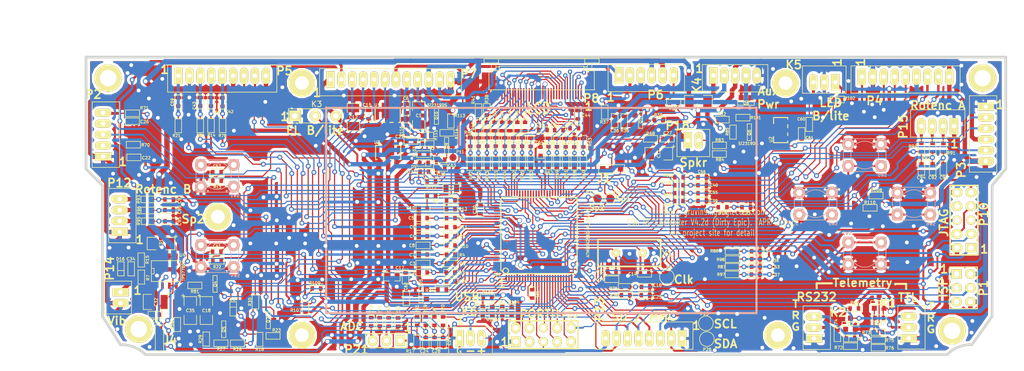
<source format=kicad_pcb>
(kicad_pcb (version 4) (host pcbnew 4.0.4-stable)
  (title_block (title "gruvin9x custom logic board") (date "5 feb 2014") (rev 4.2d) (company gruvin9x) (comment 1 "Licensed under the TAPR Open Hardware License (see file,  LICENSE)") (comment 2 http://code.google.com/p/gruvin9x/) (comment 3 "Copyright 2011 th9xer"))
  (layers (0 Front signal) (31 Back signal) (34 B.Paste user) (35 F.Paste user) (36 B.SilkS user) (37 F.SilkS user) (38 B.Mask user) (39 F.Mask user) (44 Edge.Cuts user))
  (net 0 "")
  (net 1 +1.2V)
  (net 2 /AVCC)
  (net 3 /AilDR_SW)
  (net 4 /BATT+)
  (net 5 /BATT+_FUSED)
  (net 6 /Back_Light_EL_TTL)
  (net 7 /Battery)
  (net 8 /Buzzer)
  (net 9 /Charge)
  (net 10 /DOWN)
  (net 11 /DOWN_P)
  (net 12 /EXIT)
  (net 13 /EXIT_P)
  (net 14 /EleDR_SW)
  (net 15 /Ext_Power)
  (net 16 /FB_CLOCK)
  (net 17 /Gear_SW)
  (net 18 /Hold_PWR_ON)
  (net 19 /Hov_Pit)
  (net 20 /Hov_Thr)
  (net 21 /I2C_SCL)
  (net 22 /I2C_SDA)
  (net 23 /IDL1_SW)
  (net 24 /IDL2_SW)
  (net 25 /JTAG_TCK)
  (net 26 /JTAG_TDI)
  (net 27 /JTAG_TDO)
  (net 28 /JTAG_TMS)
  (net 29 /Jack_PPM)
  (net 30 /Jack_Presence)
  (net 31 /Jack_Presence_TTL)
  (net 32 /LCD_A0)
  (net 33 /LCD_CS1)
  (net 34 /LCD_DATA0)
  (net 35 /LCD_DATA1)
  (net 36 /LCD_DATA2)
  (net 37 /LCD_DATA3)
  (net 38 /LCD_DATA4)
  (net 39 /LCD_DATA5)
  (net 40 /LCD_DATA6)
  (net 41 /LCD_DATA7)
  (net 42 /LCD_RD)
  (net 43 /LCD_RES)
  (net 44 /LCD_WR)
  (net 45 /LEFT)
  (net 46 /LEFT_P)
  (net 47 /LH_Dwn_P)
  (net 48 /LH_Stick)
  (net 49 /LH_Trim_Dwn)
  (net 50 /LH_Trim_Up)
  (net 51 /LH_Up_P)
  (net 52 /LV_Dwn_P)
  (net 53 /LV_Stick)
  (net 54 /LV_Trim_Dwn)
  (net 55 /LV_Trim_Up)
  (net 56 /LV_Up_P)
  (net 57 /MENU)
  (net 58 /MENU_P)
  (net 59 /Module_PPM)
  (net 60 /PPM_IN)
  (net 61 /PPM_OUT)
  (net 62 /Pit_Trim)
  (net 63 /RESET)
  (net 64 /RF_Power)
  (net 65 /RF_Power_TTL)
  (net 66 /RH_Dwn_P)
  (net 67 /RH_Stick)
  (net 68 /RH_Trim_Dwn)
  (net 69 /RH_Trim_Up)
  (net 70 /RH_Up_P)
  (net 71 /RIGHT)
  (net 72 /RIGHT_P)
  (net 73 /ROT_ENC_1_A)
  (net 74 /ROT_ENC_1_B)
  (net 75 /ROT_ENC_1_PUSH)
  (net 76 /ROT_ENC_2_A)
  (net 77 /ROT_ENC_2_B)
  (net 78 /ROT_ENC_2_PUSH)
  (net 79 /RV_Dwn_P)
  (net 80 /RV_Stick)
  (net 81 /RV_Trim_Dwn)
  (net 82 /RV_Trim_Up)
  (net 83 /RV_Up_P)
  (net 84 /RudDR_SW)
  (net 85 /SD_CS)
  (net 86 /SD_MISO)
  (net 87 /SD_MOSI)
  (net 88 /SD_SCK)
  (net 89 /Sim_Ctrl)
  (net 90 /Spare1\LED-BL-opt)
  (net 91 /Spare2\Vib-opt)
  (net 92 /Speaker)
  (net 93 /Speaker_TTL)
  (net 94 /TCut_SW)
  (net 95 /TELEM_RX)
  (net 96 /TELEM_TX)
  (net 97 /Train_SW)
  (net 98 /UP)
  (net 99 /UP_P)
  (net 100 /USB_D+)
  (net 101 /USB_D-)
  (net 102 /Vcc_3V3)
  (net 103 /Vib-PWM-opt)
  (net 104 AGND)
  (net 105 GND)
  (net 106 N-000010)
  (net 107 N-000011)
  (net 108 N-000013)
  (net 109 N-000014)
  (net 110 N-000015)
  (net 111 N-000016)
  (net 112 N-000021)
  (net 113 N-000022)
  (net 114 N-000023)
  (net 115 N-000024)
  (net 116 N-000036)
  (net 117 N-000037)
  (net 118 N-000039)
  (net 119 N-000057)
  (net 120 N-000058)
  (net 121 N-000059)
  (net 122 N-000060)
  (net 123 N-000071)
  (net 124 N-000074)
  (net 125 N-000081)
  (net 126 N-000082)
  (net 127 N-000084)
  (net 128 N-000085)
  (net 129 N-000086)
  (net 130 N-000087)
  (net 131 N-000088)
  (net 132 N-000089)
  (net 133 N-000090)
  (net 134 N-000094)
  (net 135 N-000107)
  (net 136 N-000108)
  (net 137 N-000109)
  (net 138 N-000110)
  (net 139 N-000111)
  (net 140 N-000112)
  (net 141 N-000113)
  (net 142 N-000114)
  (net 143 N-000115)
  (net 144 N-000116)
  (net 145 N-000117)
  (net 146 N-000118)
  (net 147 N-000119)
  (net 148 N-000120)
  (net 149 N-000121)
  (net 150 N-000129)
  (net 151 N-000130)
  (net 152 N-000131)
  (net 153 N-000132)
  (net 154 N-000133)
  (net 155 N-000134)
  (net 156 N-000135)
  (net 157 N-000136)
  (net 158 N-000144)
  (net 159 N-000145)
  (net 160 N-000148)
  (net 161 N-000150)
  (net 162 N-000151)
  (net 163 N-000152)
  (net 164 N-000153)
  (net 165 N-000154)
  (net 166 N-000155)
  (net 167 N-000156)
  (net 168 N-000157)
  (net 169 N-000158)
  (net 170 N-000159)
  (net 171 N-000161)
  (net 172 N-000166)
  (net 173 N-000167)
  (net 174 N-000168)
  (net 175 N-000169)
  (net 176 N-000170)
  (net 177 N-000173)
  (net 178 N-000174)
  (net 179 N-000175)
  (net 180 N-000176)
  (net 181 N-000179)
  (net 182 N-000180)
  (net 183 N-000182)
  (net 184 N-000183)
  (net 185 N-000185)
  (net 186 N-000186)
  (net 187 N-000187)
  (net 188 N-000188)
  (net 189 N-000189)
  (net 190 N-000190)
  (net 191 N-000191)
  (net 192 N-000193)
  (net 193 N-000196)
  (net 194 N-000208)
  (net 195 N-000209)
  (net 196 N-000211)
  (net 197 N-000212)
  (net 198 N-000213)
  (net 199 VCC)
  (module CONN_2MM_5x1 (layer Front) (at 33.37306 44.45 90)
    (fp_text reference P2 (at 7.366 -1.778 180) (layer F.SilkS) (effects (font (thickness 0.3048))))
    (fp_text value CONN_5 hide)
    (pad 3 thru_hole oval (at 0 0.00762 90) (size 1.50114 2.99974) (drill 0.8001) (layers *.Cu *.Mask F.SilkS) (net 23 /IDL1_SW))
    (pad 2 thru_hole oval (at -1.99898 0.00762 90) (size 1.50114 2.99974) (drill 0.8001) (layers *.Cu *.Mask F.SilkS) (net 17 /Gear_SW))
    (pad 1 thru_hole rect (at -4.0005 0.00762 90) (size 1.50114 2.99974) (drill 0.8001) (layers *.Cu *.Mask F.SilkS) (net 105 GND))
    (pad 4 thru_hole oval (at 1.99898 0.00762 90) (size 1.50114 2.99974) (drill 0.8001) (layers *.Cu *.Mask F.SilkS) (net 24 /IDL2_SW))
    (pad 5 thru_hole oval (at 4.0005 0.00762 90) (size 1.50114 2.99974) (drill 0.8001) (layers *.Cu *.Mask F.SilkS) (net 3 /AilDR_SW))
  )
  (module CONN_2MM_4x1 (layer Front) (at 36.3982 59.2836 90)
    (fp_text reference P12 (at 5.969 -0.0508 180) (layer F.SilkS) (effects (font (thickness 0.3048))))
    (fp_text value CONN_4 hide)
    (pad 3 thru_hole oval (at 1.016 0.00762 90) (size 1.50114 2.99974) (drill 0.8001) (layers *.Cu *.Mask F.SilkS) (net 113 N-000022))
    (pad 2 thru_hole oval (at -0.98298 0.00762 90) (size 1.50114 2.99974) (drill 0.8001) (layers *.Cu *.Mask F.SilkS) (net 114 N-000023))
    (pad 1 thru_hole rect (at -2.9845 0.00762 90) (size 1.50114 2.99974) (drill 0.8001) (layers *.Cu *.Mask F.SilkS) (net 105 GND))
    (pad 4 thru_hole oval (at 3.01498 0.00762 90) (size 1.50114 2.99974) (drill 0.8001) (layers *.Cu *.Mask F.SilkS) (net 112 N-000021))
  )
  (module CONN_2MM_3x1 (layer Front) (at 100.68814 81.7372)
    (fp_text reference K6 (at -0.18034 -4.8895) (layer F.SilkS) (effects (font (thickness 0.3048))))
    (fp_text value CONN_3 hide)
    (pad 3 thru_hole oval (at 1.99898 0.00762) (size 1.50114 2.99974) (drill 0.8001) (layers *.Cu *.Mask F.SilkS) (net 187 N-000187))
    (pad 2 thru_hole oval (at 0 0.00762) (size 1.50114 2.99974) (drill 0.8001) (layers *.Cu *.Mask F.SilkS) (net 186 N-000186))
    (pad 1 thru_hole rect (at -2.00152 0.00762) (size 1.50114 2.99974) (drill 0.8001) (layers *.Cu *.Mask F.SilkS) (net 105 GND))
  )
  (module CONN_2MM_2x1 (layer Front) (at 36.59124 74.3204 270)
    (fp_text reference P14 (at -5.334 2.032 270) (layer F.SilkS) (effects (font (thickness 0.3048))))
    (fp_text value CONN_2 hide)
    (pad 2 thru_hole oval (at 0.98552 0.00762 270) (size 1.50114 2.99974) (drill 0.8001) (layers *.Cu *.Mask F.SilkS) (net 105 GND))
    (pad 1 thru_hole rect (at -1.016 0.00762 270) (size 1.50114 2.99974) (drill 0.8001) (layers *.Cu *.Mask F.SilkS) (net 129 N-000086))
  )
  (module CONN_2MM_8x1 (layer Front) (at 132.461 81.77022 180)
    (fp_text reference P13 (at 8.128 5.334 270) (layer F.SilkS) (effects (font (thickness 0.3048))))
    (fp_text value CONN_8 hide)
    (pad 3 thru_hole oval (at -2.98196 -0.00038 180) (size 1.50114 2.99974) (drill 0.8001) (layers *.Cu *.Mask F.SilkS) (net 21 /I2C_SCL))
    (pad 2 thru_hole oval (at -4.98094 -0.00038 180) (size 1.50114 2.99974) (drill 0.8001) (layers *.Cu *.Mask F.SilkS) (net 22 /I2C_SDA))
    (pad 1 thru_hole rect (at -6.98246 -0.00038 180) (size 1.50114 2.99974) (drill 0.8001) (layers *.Cu *.Mask F.SilkS) (net 105 GND))
    (pad 4 thru_hole oval (at -0.98298 -0.00038 180) (size 1.50114 2.99974) (drill 0.8001) (layers *.Cu *.Mask F.SilkS) (net 85 /SD_CS))
    (pad 5 thru_hole oval (at 1.01854 -0.00038 180) (size 1.50114 2.99974) (drill 0.8001) (layers *.Cu *.Mask F.SilkS) (net 86 /SD_MISO))
    (pad 6 thru_hole oval (at 3.01752 -0.00038 180) (size 1.50114 2.99974) (drill 0.8001) (layers *.Cu *.Mask F.SilkS) (net 87 /SD_MOSI))
    (pad 7 thru_hole oval (at 5.0165 -0.00038 180) (size 1.50114 2.99974) (drill 0.8001) (layers *.Cu *.Mask F.SilkS) (net 88 /SD_SCK))
    (pad 8 thru_hole oval (at 7.01548 -0.00038 180) (size 1.50114 2.99974) (drill 0.8001) (layers *.Cu *.Mask F.SilkS) (net 102 /Vcc_3V3))
  )
  (module CONN_2MM_6x1 (layer Front) (at 195.0974 44.323 270)
    (fp_text reference P3 (at 6.6 4.5 270) (layer F.SilkS) (effects (font (thickness 0.3048))))
    (fp_text value CONN_6 hide)
    (pad 3 thru_hole oval (at -1 -0.00038 270) (size 1.50114 2.99974) (drill 0.8001) (layers *.Cu *.Mask F.SilkS) (net 84 /RudDR_SW))
    (pad 2 thru_hole oval (at -2.99898 -0.00038 270) (size 1.50114 2.99974) (drill 0.8001) (layers *.Cu *.Mask F.SilkS) (net 14 /EleDR_SW))
    (pad 1 thru_hole rect (at -5.0005 -0.00038 270) (size 1.50114 2.99974) (drill 0.8001) (layers *.Cu *.Mask F.SilkS) (net 105 GND))
    (pad 4 thru_hole oval (at 0.99898 -0.00038 270) (size 1.50114 2.99974) (drill 0.8001) (layers *.Cu *.Mask F.SilkS) (net 104 AGND))
    (pad 5 thru_hole oval (at 3.0005 -0.00038 270) (size 1.50114 2.99974) (drill 0.8001) (layers *.Cu *.Mask F.SilkS) (net 62 /Pit_Trim))
    (pad 6 thru_hole oval (at 4.99948 -0.00038 270) (size 1.50114 2.99974) (drill 0.8001) (layers *.Cu *.Mask F.SilkS) (net 199 VCC))
  )
  (module CONN_2MM_4x1 (layer Front) (at 186.2582 42.9006 180)
    (fp_text reference P15 (at 6.3 -0.1 270) (layer F.SilkS) (effects (font (thickness 0.3048))))
    (fp_text value CONN_4 hide)
    (pad 3 thru_hole oval (at 1 -0.00038 180) (size 1.50114 2.99974) (drill 0.8001) (layers *.Cu *.Mask F.SilkS) (net 117 N-000037))
    (pad 2 thru_hole oval (at -0.99898 -0.00038 180) (size 1.50114 2.99974) (drill 0.8001) (layers *.Cu *.Mask F.SilkS) (net 118 N-000039))
    (pad 1 thru_hole rect (at -3.0005 -0.00038 180) (size 1.50114 2.99974) (drill 0.8001) (layers *.Cu *.Mask F.SilkS) (net 105 GND))
    (pad 4 thru_hole oval (at 2.99898 -0.00038 180) (size 1.50114 2.99974) (drill 0.8001) (layers *.Cu *.Mask F.SilkS) (net 116 N-000036))
  )
  (module CONN_2MM_3x1 (layer Front) (at 163.62426 79.81188 90)
    (fp_text reference K2 (at 2.80162 4.42722 180) (layer F.SilkS) (effects (font (thickness 0.3048))))
    (fp_text value CONN_3 hide)
    (pad 3 thru_hole oval (at 1.99898 -0.00038 90) (size 1.50114 2.99974) (drill 0.8001) (layers *.Cu *.Mask F.SilkS) (net 171 N-000161))
    (pad 2 thru_hole oval (at 0 -0.00038 90) (size 1.50114 2.99974) (drill 0.8001) (layers *.Cu *.Mask F.SilkS) (net 169 N-000158))
    (pad 1 thru_hole rect (at -2.00152 -0.00038 90) (size 1.50114 2.99974) (drill 0.8001) (layers *.Cu *.Mask F.SilkS) (net 105 GND))
  )
  (module CONN_2MM_3x1 (layer Front) (at 180.97246 79.74838 90)
    (fp_text reference K1 (at 4.48056 -3.83032 180) (layer F.SilkS) (effects (font (thickness 0.3048))))
    (fp_text value CONN_3 hide)
    (pad 3 thru_hole oval (at 1.99898 -0.00038 90) (size 1.50114 2.99974) (drill 0.8001) (layers *.Cu *.Mask F.SilkS) (net 96 /TELEM_TX))
    (pad 2 thru_hole oval (at 0 -0.00038 90) (size 1.50114 2.99974) (drill 0.8001) (layers *.Cu *.Mask F.SilkS) (net 95 /TELEM_RX))
    (pad 1 thru_hole rect (at -2.00152 -0.00038 90) (size 1.50114 2.99974) (drill 0.8001) (layers *.Cu *.Mask F.SilkS) (net 105 GND))
  )
  (module CONN_2MM_9x1 (layer Front) (at 180.3908 33.8582)
    (fp_text reference P4 (at -5.7 4.4) (layer F.SilkS) (effects (font (thickness 0.3048))))
    (fp_text value CONN_9 hide)
    (pad 3 thru_hole oval (at -3.99796 -0.00038) (size 1.50114 2.99974) (drill 0.8001) (layers *.Cu *.Mask F.SilkS) (net 55 /LV_Trim_Up))
    (pad 2 thru_hole oval (at -5.99694 -0.00038) (size 1.50114 2.99974) (drill 0.8001) (layers *.Cu *.Mask F.SilkS) (net 105 GND))
    (pad 1 thru_hole rect (at -7.99846 -0.00038) (size 1.50114 2.99974) (drill 0.8001) (layers *.Cu *.Mask F.SilkS) (net 54 /LV_Trim_Dwn))
    (pad 4 thru_hole oval (at -1.99898 -0.00038) (size 1.50114 2.99974) (drill 0.8001) (layers *.Cu *.Mask F.SilkS) (net 50 /LH_Trim_Up))
    (pad 5 thru_hole oval (at 0.00254 -0.00038) (size 1.50114 2.99974) (drill 0.8001) (layers *.Cu *.Mask F.SilkS) (net 49 /LH_Trim_Dwn))
    (pad 6 thru_hole oval (at 2.00152 -0.00038) (size 1.50114 2.99974) (drill 0.8001) (layers *.Cu *.Mask F.SilkS) (net 104 AGND))
    (pad 7 thru_hole oval (at 4.0005 -0.00038) (size 1.50114 2.99974) (drill 0.8001) (layers *.Cu *.Mask F.SilkS) (net 48 /LH_Stick))
    (pad 8 thru_hole oval (at 5.99948 -0.00038) (size 1.50114 2.99974) (drill 0.8001) (layers *.Cu *.Mask F.SilkS) (net 53 /LV_Stick))
    (pad 9 thru_hole oval (at 8.001 -0.00038) (size 1.50114 2.99974) (drill 0.8001) (layers *.Cu *.Mask F.SilkS) (net 199 VCC))
  )
  (module CONN_2MM_3x1 (layer Front) (at 165.49624 34.86658 180)
    (fp_text reference K5 (at 5.6007 3.2004 180) (layer F.SilkS) (effects (font (thickness 0.3048))))
    (fp_text value CONN_3 hide)
    (pad 3 thru_hole oval (at 1.99898 -0.00038 180) (size 1.50114 2.99974) (drill 0.8001) (layers *.Cu *.Mask F.SilkS) (net 190 N-000190))
    (pad 2 thru_hole oval (at 0 -0.00038 180) (size 1.50114 2.99974) (drill 0.8001) (layers *.Cu *.Mask F.SilkS) (net 105 GND))
    (pad 1 thru_hole rect (at -2.00152 -0.00038 180) (size 1.50114 2.99974) (drill 0.8001) (layers *.Cu *.Mask F.SilkS) (net 122 N-000060))
  )
  (module CONN_2MM_5x1 (layer Front) (at 149.1615 33.62706)
    (fp_text reference K4 (at -7 1.8 90) (layer F.SilkS) (effects (font (thickness 0.3048))))
    (fp_text value CONN_5 hide)
    (pad 3 thru_hole oval (at 0 -0.00038) (size 1.50114 2.99974) (drill 0.8001) (layers *.Cu *.Mask F.SilkS) (net 199 VCC))
    (pad 2 thru_hole oval (at -1.99898 -0.00038) (size 1.50114 2.99974) (drill 0.8001) (layers *.Cu *.Mask F.SilkS) (net 102 /Vcc_3V3))
    (pad 1 thru_hole rect (at -4.0005 -0.00038) (size 1.50114 2.99974) (drill 0.8001) (layers *.Cu *.Mask F.SilkS) (net 5 /BATT+_FUSED))
    (pad 4 thru_hole oval (at 1.99898 -0.00038) (size 1.50114 2.99974) (drill 0.8001) (layers *.Cu *.Mask F.SilkS) (net 104 AGND))
    (pad 5 thru_hole oval (at 4.0005 -0.00038) (size 1.50114 2.99974) (drill 0.8001) (layers *.Cu *.Mask F.SilkS) (net 105 GND))
  )
  (module CONN_2MM_6x1 (layer Front) (at 132.8928 33.5788)
    (fp_text reference P6 (at 1.69164 3.59156) (layer F.SilkS) (effects (font (thickness 0.3048))))
    (fp_text value CONN_6 hide)
    (pad 3 thru_hole oval (at -1 -0.00038) (size 1.50114 2.99974) (drill 0.8001) (layers *.Cu *.Mask F.SilkS) (net 105 GND))
    (pad 2 thru_hole oval (at -2.99898 -0.00038) (size 1.50114 2.99974) (drill 0.8001) (layers *.Cu *.Mask F.SilkS) (net 64 /RF_Power))
    (pad 1 thru_hole rect (at -5.0005 -0.00038) (size 1.50114 2.99974) (drill 0.8001) (layers *.Cu *.Mask F.SilkS) (net 9 /Charge))
    (pad 4 thru_hole oval (at 0.99898 -0.00038) (size 1.50114 2.99974) (drill 0.8001) (layers *.Cu *.Mask F.SilkS) (net 4 /BATT+))
    (pad 5 thru_hole oval (at 3.0005 -0.00038) (size 1.50114 2.99974) (drill 0.8001) (layers *.Cu *.Mask F.SilkS) (net 15 /Ext_Power))
    (pad 6 thru_hole oval (at 4.99948 -0.00038) (size 1.50114 2.99974) (drill 0.8001) (layers *.Cu *.Mask F.SilkS) (net 8 /Buzzer))
  )
  (module CONN_2MM_12x1 (layer Front) (at 86.0298 34.3408)
    (fp_text reference P7 (at 14.33068 -1.02108) (layer F.SilkS) (effects (font (thickness 0.3048))))
    (fp_text value CONN_12 hide)
    (pad 3 thru_hole oval (at -7.00024 -0.00038) (size 1.50114 2.99974) (drill 0.8001) (layers *.Cu *.Mask F.SilkS) (net 19 /Hov_Pit))
    (pad 2 thru_hole oval (at -9.00176 -0.00038) (size 1.50114 2.99974) (drill 0.8001) (layers *.Cu *.Mask F.SilkS) (net 94 /TCut_SW))
    (pad 1 thru_hole rect (at -11.00074 -0.00038) (size 1.50114 2.99974) (drill 0.8001) (layers *.Cu *.Mask F.SilkS) (net 199 VCC))
    (pad 4 thru_hole oval (at -5.00126 -0.00038) (size 1.50114 2.99974) (drill 0.8001) (layers *.Cu *.Mask F.SilkS) (net 97 /Train_SW))
    (pad 5 thru_hole oval (at -2.99974 -0.00038) (size 1.50114 2.99974) (drill 0.8001) (layers *.Cu *.Mask F.SilkS) (net 20 /Hov_Thr))
    (pad 6 thru_hole oval (at -1.00076 -0.00038) (size 1.50114 2.99974) (drill 0.8001) (layers *.Cu *.Mask F.SilkS) (net 59 /Module_PPM))
    (pad 7 thru_hole oval (at 0.99822 -0.00038) (size 1.50114 2.99974) (drill 0.8001) (layers *.Cu *.Mask F.SilkS) (net 64 /RF_Power))
    (pad 8 thru_hole oval (at 2.99974 -0.00038) (size 1.50114 2.99974) (drill 0.8001) (layers *.Cu *.Mask F.SilkS) (net 30 /Jack_Presence))
    (pad 9 thru_hole oval (at 4.99872 -0.00038) (size 1.50114 2.99974) (drill 0.8001) (layers *.Cu *.Mask F.SilkS) (net 29 /Jack_PPM))
    (pad 10 thru_hole oval (at 7.00024 -0.00038) (size 1.50114 2.99974) (drill 0.8001) (layers *.Cu *.Mask F.SilkS) (net 15 /Ext_Power))
    (pad 11 thru_hole oval (at 8.99922 -0.00038) (size 1.50114 2.99974) (drill 0.8001) (layers *.Cu *.Mask F.SilkS) (net 9 /Charge))
    (pad 12 thru_hole oval (at 10.9982 -0.00038) (size 1.50114 2.99974) (drill 0.8001) (layers *.Cu *.Mask F.SilkS) (net 105 GND))
  )
  (module CONN_2MM_9x1 (layer Front) (at 55.1942 33.6804)
    (fp_text reference P5 (at 11.4 -0.9) (layer F.SilkS) (effects (font (thickness 0.3048))))
    (fp_text value CONN_9 hide)
    (pad 3 thru_hole oval (at -3.99796 -0.00038) (size 1.50114 2.99974) (drill 0.8001) (layers *.Cu *.Mask F.SilkS) (net 82 /RV_Trim_Up))
    (pad 2 thru_hole oval (at -5.99694 -0.00038) (size 1.50114 2.99974) (drill 0.8001) (layers *.Cu *.Mask F.SilkS) (net 105 GND))
    (pad 1 thru_hole rect (at -7.99846 -0.00038) (size 1.50114 2.99974) (drill 0.8001) (layers *.Cu *.Mask F.SilkS) (net 81 /RV_Trim_Dwn))
    (pad 4 thru_hole oval (at -1.99898 -0.00038) (size 1.50114 2.99974) (drill 0.8001) (layers *.Cu *.Mask F.SilkS) (net 68 /RH_Trim_Dwn))
    (pad 5 thru_hole oval (at 0.00254 -0.00038) (size 1.50114 2.99974) (drill 0.8001) (layers *.Cu *.Mask F.SilkS) (net 69 /RH_Trim_Up))
    (pad 6 thru_hole oval (at 2.00152 -0.00038) (size 1.50114 2.99974) (drill 0.8001) (layers *.Cu *.Mask F.SilkS) (net 104 AGND))
    (pad 7 thru_hole oval (at 4.0005 -0.00038) (size 1.50114 2.99974) (drill 0.8001) (layers *.Cu *.Mask F.SilkS) (net 67 /RH_Stick))
    (pad 8 thru_hole oval (at 5.99948 -0.00038) (size 1.50114 2.99974) (drill 0.8001) (layers *.Cu *.Mask F.SilkS) (net 80 /RV_Stick))
    (pad 9 thru_hole oval (at 8.001 -0.00038) (size 1.50114 2.99974) (drill 0.8001) (layers *.Cu *.Mask F.SilkS) (net 199 VCC))
  )
  (module XTAL_HC49US (layer Front) (at 129.77876 66.1289)
    (fp_text reference X1 (at 6.94182 0.11176) (layer F.SilkS) (effects (font (size 1.016 1.016) (thickness 0.2032))))
    (fp_text value 16MHz hide)
    (pad 1 thru_hole circle (at -2.44094 0) (size 1.50114 1.50114) (drill 0.59944) (layers *.Cu *.Mask F.SilkS) (net 16 /FB_CLOCK))
    (pad 2 thru_hole circle (at 2.44094 0) (size 1.50114 1.50114) (drill 0.59944) (layers *.Cu *.Mask F.SilkS) (net 158 N-000144))
  )
  (module CONN30_SMD (layer Front) (at 116.19992 33.70072 180)
    (fp_text reference P8 (at -6.59892 -4.09956 180) (layer F.SilkS) (effects (font (size 1.50114 1.50114) (thickness 0.29972))))
    (fp_text value CONN_30_LCD_GRUVIN hide)
    (pad 20 smd rect (at 4.7498 -3.2512 180) (size 0.254 2.032) (layers Front F.Paste F.Mask) (net 136 N-000108))
    (pad 19 smd rect (at 4.2418 -3.2512 180) (size 0.254 2.032) (layers Front F.Paste F.Mask) (net 182 N-000180))
    (pad 18 smd rect (at 3.7465 -3.2512 180) (size 0.254 2.032) (layers Front F.Paste F.Mask) (net 144 N-000116))
    (pad 17 smd rect (at 3.2512 -3.2512 180) (size 0.254 2.032) (layers Front F.Paste F.Mask) (net 135 N-000107))
    (pad 16 smd rect (at 2.7432 -3.2512 180) (size 0.254 2.032) (layers Front F.Paste F.Mask) (net 105 GND) (clearance 0.2032))
    (pad 15 smd rect (at 2.2479 -3.2512 180) (size 0.254 2.032) (layers Front F.Paste F.Mask) (net 102 /Vcc_3V3) (clearance 0.2032))
    (pad 14 smd rect (at 1.7526 -3.2512 180) (size 0.254 2.032) (layers Front F.Paste F.Mask) (net 41 /LCD_DATA7))
    (pad 13 smd rect (at 1.2446 -3.2512 180) (size 0.254 2.032) (layers Front F.Paste F.Mask) (net 40 /LCD_DATA6))
    (pad 12 smd rect (at 0.7493 -3.2512 180) (size 0.254 2.032) (layers Front F.Paste F.Mask) (net 39 /LCD_DATA5))
    (pad 11 smd rect (at 0.254 -3.2512 180) (size 0.254 2.032) (layers Front F.Paste F.Mask) (net 38 /LCD_DATA4))
    (pad 21 smd rect (at 5.25018 -3.2512 180) (size 0.254 2.032) (layers Front F.Paste F.Mask) (net 138 N-000110))
    (pad 10 smd rect (at -0.254 -3.2512 180) (size 0.254 2.032) (layers Front F.Paste F.Mask) (net 37 /LCD_DATA3))
    (pad 9 smd rect (at -0.7493 -3.2512 180) (size 0.254 2.032) (layers Front F.Paste F.Mask) (net 36 /LCD_DATA2))
    (pad 22 smd rect (at 5.75056 -3.2512 180) (size 0.254 2.032) (layers Front F.Paste F.Mask) (net 137 N-000109))
    (pad 1 smd rect (at -4.7498 -3.2512 180) (size 0.254 2.032) (layers Front F.Paste F.Mask) (clearance 0.2032))
    (pad 8 smd rect (at -1.2446 -3.2512 180) (size 0.254 2.032) (layers Front F.Paste F.Mask) (net 35 /LCD_DATA1))
    (pad 7 smd rect (at -1.7526 -3.2512 180) (size 0.254 2.032) (layers Front F.Paste F.Mask) (net 34 /LCD_DATA0))
    (pad 6 smd rect (at -2.2479 -3.2512 180) (size 0.254 2.032) (layers Front F.Paste F.Mask) (net 42 /LCD_RD))
    (pad 5 smd rect (at -2.7432 -3.2512 180) (size 0.254 2.032) (layers Front F.Paste F.Mask) (net 44 /LCD_WR))
    (pad 4 smd rect (at -3.2512 -3.2512 180) (size 0.254 2.032) (layers Front F.Paste F.Mask) (net 32 /LCD_A0))
    (pad 3 smd rect (at -3.7465 -3.2512 180) (size 0.254 2.032) (layers Front F.Paste F.Mask) (net 43 /LCD_RES))
    (pad 2 smd rect (at -4.2418 -3.2512 180) (size 0.254 2.032) (layers Front F.Paste F.Mask) (net 33 /LCD_CS1))
    (pad 23 smd rect (at 6.25094 -3.2512 180) (size 0.254 2.032) (layers Front F.Paste F.Mask) (net 139 N-000111))
    (pad 24 smd rect (at 6.74878 -3.2512 180) (size 0.254 2.032) (layers Front F.Paste F.Mask) (net 141 N-000113))
    (pad 25 smd rect (at 7.24916 -3.2512 180) (size 0.254 2.032) (layers Front F.Paste F.Mask) (net 140 N-000112))
    (pad 26 smd rect (at 7.74954 -3.2512 180) (size 0.254 2.032) (layers Front F.Paste F.Mask) (net 142 N-000114))
    (pad 27 smd rect (at 8.24992 -3.2512 180) (size 0.254 2.032) (layers Front F.Paste F.Mask) (net 143 N-000115))
    (pad 28 smd rect (at 8.7503 -3.2512 180) (size 0.254 2.032) (layers Front F.Paste F.Mask) (net 181 N-000179))
    (pad 29 smd rect (at 9.25068 -3.2512 180) (size 0.254 2.032) (layers Front F.Paste F.Mask) (net 134 N-000094))
    (pad 30 smd rect (at 9.75106 -3.2512 180) (size 0.254 2.032) (layers Front F.Paste F.Mask))
    (pad TAB2 smd rect (at -7.2136 -1.016 180) (size 2.54 3.302) (layers Front F.Paste F.Mask) (net 105 GND))
    (pad TAB1 smd rect (at 12.1666 -1.016 180) (size 2.54 3.302) (layers Front F.Paste F.Mask) (net 105 GND))
  )
  (module TQFP_100 (layer Front) (at 113.22558 62.92596 180)
    (fp_text reference IC1 (at 7.5946 -7.15518 180) (layer F.SilkS) (effects (font (size 0.55118 0.55118) (thickness 0.10922))))
    (fp_text value ATMEGA2560-A_GRUVIN (at -8.97382 0.4572 270) (layer F.SilkS) (effects (font (size 0.508 0.508) (thickness 0.10922))))
    (pad 100 smd rect (at 7.747 -5.9944 180) (size 1.016 0.254) (layers Front F.Paste F.Mask) (net 2 /AVCC))
    (pad 76 smd rect (at 7.747 5.9944 180) (size 1.016 0.254) (layers Front F.Paste F.Mask) (net 178 N-000174))
    (pad 77 smd rect (at 7.747 5.4864 180) (size 1.016 0.254) (layers Front F.Paste F.Mask) (net 179 N-000175))
    (pad 78 smd rect (at 7.747 5.0038 180) (size 1.016 0.254) (layers Front F.Paste F.Mask) (net 180 N-000176))
    (pad 79 smd rect (at 7.747 4.4958 180) (size 1.016 0.254) (layers Front F.Paste F.Mask) (net 70 /RH_Up_P))
    (pad 80 smd rect (at 7.747 3.9878 180) (size 1.016 0.254) (layers Front F.Paste F.Mask) (net 199 VCC))
    (pad 81 smd rect (at 7.747 3.5052 180) (size 1.016 0.254) (layers Front F.Paste F.Mask) (net 105 GND))
    (pad 82 smd rect (at 7.747 2.9972 180) (size 1.016 0.254) (layers Front F.Paste F.Mask) (net 150 N-000129))
    (pad 83 smd rect (at 7.747 2.4892 180) (size 1.016 0.254) (layers Front F.Paste F.Mask) (net 151 N-000130))
    (pad 84 smd rect (at 7.747 2.0066 180) (size 1.016 0.254) (layers Front F.Paste F.Mask) (net 152 N-000131))
    (pad 85 smd rect (at 7.747 1.4986 180) (size 1.016 0.254) (layers Front F.Paste F.Mask) (net 156 N-000135))
    (pad 86 smd rect (at 7.747 0.9906 180) (size 1.016 0.254) (layers Front F.Paste F.Mask) (net 153 N-000132))
    (pad 87 smd rect (at 7.747 0.4826 180) (size 1.016 0.254) (layers Front F.Paste F.Mask) (net 154 N-000133))
    (pad 88 smd rect (at 7.747 0 180) (size 1.016 0.254) (layers Front F.Paste F.Mask) (net 155 N-000134))
    (pad 89 smd rect (at 7.747 -0.508 180) (size 1.016 0.254) (layers Front F.Paste F.Mask) (net 157 N-000136))
    (pad 90 smd rect (at 7.747 -1.016 180) (size 1.016 0.254) (layers Front F.Paste F.Mask) (net 26 /JTAG_TDI))
    (pad 91 smd rect (at 7.747 -1.4986 180) (size 1.016 0.254) (layers Front F.Paste F.Mask) (net 27 /JTAG_TDO))
    (pad 92 smd rect (at 7.747 -2.0066 180) (size 1.016 0.254) (layers Front F.Paste F.Mask) (net 28 /JTAG_TMS))
    (pad 93 smd rect (at 7.747 -2.5146 180) (size 1.016 0.254) (layers Front F.Paste F.Mask) (net 25 /JTAG_TCK))
    (pad 94 smd rect (at 7.747 -2.9972 180) (size 1.016 0.254) (layers Front F.Paste F.Mask) (net 188 N-000188))
    (pad 95 smd rect (at 7.747 -3.5052 180) (size 1.016 0.254) (layers Front F.Paste F.Mask) (net 196 N-000211))
    (pad 96 smd rect (at 7.747 -4.0132 180) (size 1.016 0.254) (layers Front F.Paste F.Mask) (net 197 N-000212))
    (pad 97 smd rect (at 7.747 -4.4958 180) (size 1.016 0.254) (layers Front F.Paste F.Mask) (net 198 N-000213))
    (pad 98 smd rect (at 7.747 -5.0038 180) (size 1.016 0.254) (layers Front F.Paste F.Mask) (net 159 N-000145))
    (pad 99 smd rect (at 7.747 -5.5118 180) (size 1.016 0.254) (layers Front F.Paste F.Mask) (net 104 AGND))
    (pad 75 smd rect (at 5.9944 7.747 180) (size 0.254 1.016) (layers Front F.Paste F.Mask) (net 172 N-000166))
    (pad 51 smd rect (at -5.9944 7.747 180) (size 0.254 1.016) (layers Front F.Paste F.Mask) (net 170 N-000159))
    (pad 52 smd rect (at -5.4864 7.747 180) (size 0.254 1.016) (layers Front F.Paste F.Mask) (net 65 /RF_Power_TTL))
    (pad 53 smd rect (at -5.0038 7.747 180) (size 0.254 1.016) (layers Front F.Paste F.Mask) (net 6 /Back_Light_EL_TTL))
    (pad 54 smd rect (at -4.4958 7.747 180) (size 0.254 1.016) (layers Front F.Paste F.Mask) (net 165 N-000154))
    (pad 55 smd rect (at -3.9878 7.747 180) (size 0.254 1.016) (layers Front F.Paste F.Mask) (net 164 N-000153))
    (pad 56 smd rect (at -3.5052 7.747 180) (size 0.254 1.016) (layers Front F.Paste F.Mask) (net 163 N-000152))
    (pad 57 smd rect (at -2.9972 7.747 180) (size 0.254 1.016) (layers Front F.Paste F.Mask) (net 162 N-000151))
    (pad 58 smd rect (at -2.4892 7.747 180) (size 0.254 1.016) (layers Front F.Paste F.Mask) (net 161 N-000150))
    (pad 59 smd rect (at -2.0066 7.747 180) (size 0.254 1.016) (layers Front F.Paste F.Mask) (net 145 N-000117))
    (pad 60 smd rect (at -1.4986 7.747 180) (size 0.254 1.016) (layers Front F.Paste F.Mask) (net 160 N-000148))
    (pad 61 smd rect (at -0.9906 7.747 180) (size 0.254 1.016) (layers Front F.Paste F.Mask) (net 199 VCC))
    (pad 62 smd rect (at -0.4826 7.747 180) (size 0.254 1.016) (layers Front F.Paste F.Mask) (net 105 GND))
    (pad 63 smd rect (at 0 7.747 180) (size 0.254 1.016) (layers Front F.Paste F.Mask) (net 47 /LH_Dwn_P))
    (pad 64 smd rect (at 0.508 7.747 180) (size 0.254 1.016) (layers Front F.Paste F.Mask) (net 51 /LH_Up_P))
    (pad 65 smd rect (at 1.016 7.747 180) (size 0.254 1.016) (layers Front F.Paste F.Mask) (net 52 /LV_Dwn_P))
    (pad 66 smd rect (at 1.4986 7.747 180) (size 0.254 1.016) (layers Front F.Paste F.Mask) (net 56 /LV_Up_P))
    (pad 67 smd rect (at 2.0066 7.747 180) (size 0.254 1.016) (layers Front F.Paste F.Mask) (net 79 /RV_Dwn_P))
    (pad 68 smd rect (at 2.5146 7.747 180) (size 0.254 1.016) (layers Front F.Paste F.Mask) (net 83 /RV_Up_P))
    (pad 69 smd rect (at 2.9972 7.747 180) (size 0.254 1.016) (layers Front F.Paste F.Mask) (net 66 /RH_Dwn_P))
    (pad 70 smd rect (at 3.5052 7.747 180) (size 0.254 1.016) (layers Front F.Paste F.Mask) (net 166 N-000155))
    (pad 71 smd rect (at 4.0132 7.747 180) (size 0.254 1.016) (layers Front F.Paste F.Mask) (net 176 N-000170))
    (pad 72 smd rect (at 4.4958 7.747 180) (size 0.254 1.016) (layers Front F.Paste F.Mask) (net 175 N-000169))
    (pad 73 smd rect (at 5.0038 7.747 180) (size 0.254 1.016) (layers Front F.Paste F.Mask) (net 174 N-000168))
    (pad 74 smd rect (at 5.5118 7.747 180) (size 0.254 1.016) (layers Front F.Paste F.Mask) (net 173 N-000167))
    (pad 1 smd rect (at 5.9944 -7.747 180) (size 0.254 1.016) (layers Front F.Paste F.Mask) (net 146 N-000118))
    (pad 2 smd rect (at 5.4864 -7.747 180) (size 0.254 1.016) (layers Front F.Paste F.Mask) (net 95 /TELEM_RX))
    (pad 3 smd rect (at 5.0038 -7.747 180) (size 0.254 1.016) (layers Front F.Paste F.Mask) (net 96 /TELEM_TX))
    (pad 4 smd rect (at 4.4958 -7.747 180) (size 0.254 1.016) (layers Front F.Paste F.Mask) (net 101 /USB_D-))
    (pad 5 smd rect (at 3.9878 -7.747 180) (size 0.254 1.016) (layers Front F.Paste F.Mask) (net 125 N-000081))
    (pad 6 smd rect (at 3.5052 -7.747 180) (size 0.254 1.016) (layers Front F.Paste F.Mask) (net 100 /USB_D+))
    (pad 7 smd rect (at 2.9972 -7.747 180) (size 0.254 1.016) (layers Front F.Paste F.Mask) (net 73 /ROT_ENC_1_A))
    (pad 8 smd rect (at 2.4892 -7.747 180) (size 0.254 1.016) (layers Front F.Paste F.Mask) (net 74 /ROT_ENC_1_B))
    (pad 9 smd rect (at 2.0066 -7.747 180) (size 0.254 1.016) (layers Front F.Paste F.Mask) (net 60 /PPM_IN))
    (pad 10 smd rect (at 1.4986 -7.747 180) (size 0.254 1.016) (layers Front F.Paste F.Mask) (net 199 VCC))
    (pad 11 smd rect (at 0.9906 -7.747 180) (size 0.254 1.016) (layers Front F.Paste F.Mask) (net 105 GND))
    (pad 12 smd rect (at 0.4826 -7.747 180) (size 0.254 1.016) (layers Front F.Paste F.Mask) (net 124 N-000074))
    (pad 13 smd rect (at 0 -7.747 180) (size 0.254 1.016) (layers Front F.Paste F.Mask) (net 107 N-000011))
    (pad 14 smd rect (at -0.508 -7.747 180) (size 0.254 1.016) (layers Front F.Paste F.Mask) (net 103 /Vib-PWM-opt))
    (pad 15 smd rect (at -1.016 -7.747 180) (size 0.254 1.016) (layers Front F.Paste F.Mask) (net 106 N-000010))
    (pad 16 smd rect (at -1.4986 -7.747 180) (size 0.254 1.016) (layers Front F.Paste F.Mask) (net 111 N-000016))
    (pad 17 smd rect (at -2.0066 -7.747 180) (size 0.254 1.016) (layers Front F.Paste F.Mask) (net 110 N-000015))
    (pad 18 smd rect (at -2.5146 -7.747 180) (size 0.254 1.016) (layers Front F.Paste F.Mask) (net 108 N-000013))
    (pad 19 smd rect (at -2.9972 -7.747 180) (size 0.254 1.016) (layers Front F.Paste F.Mask) (net 85 /SD_CS))
    (pad 20 smd rect (at -3.5052 -7.747 180) (size 0.254 1.016) (layers Front F.Paste F.Mask) (net 88 /SD_SCK))
    (pad 21 smd rect (at -4.0132 -7.747 180) (size 0.254 1.016) (layers Front F.Paste F.Mask) (net 87 /SD_MOSI))
    (pad 22 smd rect (at -4.4958 -7.747 180) (size 0.254 1.016) (layers Front F.Paste F.Mask) (net 86 /SD_MISO))
    (pad 23 smd rect (at -5.0038 -7.747 180) (size 0.254 1.016) (layers Front F.Paste F.Mask) (net 148 N-000120))
    (pad 24 smd rect (at -5.5118 -7.747 180) (size 0.254 1.016) (layers Front F.Paste F.Mask) (net 147 N-000119))
    (pad 25 smd rect (at -5.9944 -7.747 180) (size 0.254 1.016) (layers Front F.Paste F.Mask) (net 61 /PPM_OUT))
    (pad 26 smd rect (at -7.747 -5.9944 180) (size 1.016 0.254) (layers Front F.Paste F.Mask) (net 93 /Speaker_TTL))
    (pad 27 smd rect (at -7.747 -5.4864 180) (size 1.016 0.254) (layers Front F.Paste F.Mask) (net 109 N-000014))
    (pad 28 smd rect (at -7.747 -5.0038 180) (size 1.016 0.254) (layers Front F.Paste F.Mask) (net 149 N-000121))
    (pad 29 smd rect (at -7.747 -4.4958 180) (size 1.016 0.254) (layers Front F.Paste F.Mask) (net 89 /Sim_Ctrl))
    (pad 30 smd rect (at -7.747 -3.9878 180) (size 1.016 0.254) (layers Front F.Paste F.Mask) (net 63 /RESET))
    (pad 31 smd rect (at -7.747 -3.5052 180) (size 1.016 0.254) (layers Front F.Paste F.Mask) (net 199 VCC))
    (pad 32 smd rect (at -7.747 -2.9972 180) (size 1.016 0.254) (layers Front F.Paste F.Mask) (net 105 GND))
    (pad 33 smd rect (at -7.747 -2.4892 180) (size 1.016 0.254) (layers Front F.Paste F.Mask) (net 16 /FB_CLOCK))
    (pad 34 smd rect (at -7.747 -2.0066 180) (size 1.016 0.254) (layers Front F.Paste F.Mask) (net 158 N-000144))
    (pad 35 smd rect (at -7.747 -1.4986 180) (size 1.016 0.254) (layers Front F.Paste F.Mask) (net 11 /DOWN_P))
    (pad 36 smd rect (at -7.747 -0.9906 180) (size 1.016 0.254) (layers Front F.Paste F.Mask) (net 99 /UP_P))
    (pad 37 smd rect (at -7.747 -0.4826 180) (size 1.016 0.254) (layers Front F.Paste F.Mask) (net 72 /RIGHT_P))
    (pad 38 smd rect (at -7.747 0 180) (size 1.016 0.254) (layers Front F.Paste F.Mask) (net 46 /LEFT_P))
    (pad 39 smd rect (at -7.747 0.508 180) (size 1.016 0.254) (layers Front F.Paste F.Mask) (net 58 /MENU_P))
    (pad 40 smd rect (at -7.747 1.016 180) (size 1.016 0.254) (layers Front F.Paste F.Mask) (net 13 /EXIT_P))
    (pad 41 smd rect (at -7.747 1.4986 180) (size 1.016 0.254) (layers Front F.Paste F.Mask) (net 31 /Jack_Presence_TTL))
    (pad 42 smd rect (at -7.747 2.0066 180) (size 1.016 0.254) (layers Front F.Paste F.Mask) (net 18 /Hold_PWR_ON))
    (pad 43 smd rect (at -7.747 2.5146 180) (size 1.016 0.254) (layers Front F.Paste F.Mask) (net 21 /I2C_SCL))
    (pad 44 smd rect (at -7.747 2.9972 180) (size 1.016 0.254) (layers Front F.Paste F.Mask) (net 22 /I2C_SDA))
    (pad 45 smd rect (at -7.747 3.5052 180) (size 1.016 0.254) (layers Front F.Paste F.Mask) (net 76 /ROT_ENC_2_A))
    (pad 46 smd rect (at -7.747 4.0132 180) (size 1.016 0.254) (layers Front F.Paste F.Mask) (net 77 /ROT_ENC_2_B))
    (pad 47 smd rect (at -7.747 4.4958 180) (size 1.016 0.254) (layers Front F.Paste F.Mask) (net 75 /ROT_ENC_1_PUSH))
    (pad 48 smd rect (at -7.747 5.0038 180) (size 1.016 0.254) (layers Front F.Paste F.Mask) (net 78 /ROT_ENC_2_PUSH))
    (pad 49 smd rect (at -7.747 5.5118 180) (size 1.016 0.254) (layers Front F.Paste F.Mask) (net 90 /Spare1\LED-BL-opt))
    (pad 50 smd rect (at -7.747 5.9944 180) (size 1.016 0.254) (layers Front F.Paste F.Mask) (net 91 /Spare2\Vib-opt))
  )
  (module SW_PUSH_6x4MM (layer Back) (at 172.90034 66.20002 180)
    (fp_text reference SW2 (at 3.23088 3.64998 180) (layer B.SilkS) (effects (font (size 0.55118 0.55118) (thickness 0.10922)) (justify mirror)))
    (fp_text value SW_PUSH hide)
    (pad 1 thru_hole circle (at 2.99974 1.99898 180) (size 2.19964 2.19964) (drill 1.09982) (layers *.Cu *.Mask B.SilkS) (net 10 /DOWN))
    (pad 2 thru_hole circle (at 2.99974 -1.99898 180) (size 2.19964 2.19964) (drill 1.09982) (layers *.Cu *.Mask B.SilkS) (net 105 GND))
    (pad 1 thru_hole circle (at -2.99974 1.99898 180) (size 2.19964 2.19964) (drill 1.09982) (layers *.Cu *.Mask B.SilkS) (net 10 /DOWN))
    (pad 2 thru_hole circle (at -2.99974 -1.99898 180) (size 2.19964 2.19964) (drill 1.09982) (layers *.Cu *.Mask B.SilkS) (net 105 GND))
  )
  (module SW_PUSH_6x4MM (layer Back) (at 181.89956 57.0992)
    (fp_text reference SW6 (at 3.12928 3.73126) (layer B.SilkS) (effects (font (size 0.55118 0.55118) (thickness 0.10922)) (justify mirror)))
    (fp_text value SW_PUSH hide)
    (pad 1 thru_hole circle (at 2.99974 1.99898) (size 2.19964 2.19964) (drill 1.09982) (layers *.Cu *.Mask B.SilkS) (net 45 /LEFT))
    (pad 2 thru_hole circle (at 2.99974 -1.99898) (size 2.19964 2.19964) (drill 1.09982) (layers *.Cu *.Mask B.SilkS) (net 105 GND))
    (pad 1 thru_hole circle (at -2.99974 1.99898) (size 2.19964 2.19964) (drill 1.00076) (layers *.Cu *.Mask B.SilkS) (net 45 /LEFT))
    (pad 2 thru_hole circle (at -2.99974 -1.99898) (size 2.19964 2.19964) (drill 1.09982) (layers *.Cu *.Mask B.SilkS) (net 105 GND))
  )
  (module SW_PUSH_6x4MM (layer Back) (at 54.30012 66.7004 180)
    (fp_text reference SW4 (at -3.30962 -3.5814 180) (layer B.SilkS) (effects (font (size 0.55118 0.55118) (thickness 0.10922)) (justify mirror)))
    (fp_text value SW_PUSH hide)
    (pad 1 thru_hole circle (at 2.99974 1.99898 180) (size 2.19964 2.19964) (drill 1.09982) (layers *.Cu *.Mask B.SilkS) (net 12 /EXIT))
    (pad 2 thru_hole circle (at 2.99974 -1.99898 180) (size 2.19964 2.19964) (drill 1.09982) (layers *.Cu *.Mask B.SilkS) (net 105 GND))
    (pad 1 thru_hole circle (at -2.99974 1.99898 180) (size 2.19964 2.19964) (drill 1.09982) (layers *.Cu *.Mask B.SilkS) (net 12 /EXIT))
    (pad 2 thru_hole circle (at -2.99974 -1.99898 180) (size 2.19964 2.19964) (drill 1.09982) (layers *.Cu *.Mask B.SilkS) (net 105 GND))
  )
  (module SW_PUSH_6x4MM (layer Back) (at 54.30012 51.99888 180)
    (fp_text reference SW1 (at -3.23088 -3.62966 180) (layer B.SilkS) (effects (font (size 0.55118 0.55118) (thickness 0.10922)) (justify mirror)))
    (fp_text value SW_PUSH hide)
    (pad 1 thru_hole circle (at 2.99974 1.99898 180) (size 2.19964 2.19964) (drill 1.09982) (layers *.Cu *.Mask B.SilkS) (net 57 /MENU))
    (pad 2 thru_hole circle (at 2.99974 -1.99898 180) (size 2.19964 2.19964) (drill 1.09982) (layers *.Cu *.Mask B.SilkS) (net 105 GND))
    (pad 1 thru_hole circle (at -2.99974 1.99898 180) (size 2.19964 2.19964) (drill 1.09982) (layers *.Cu *.Mask B.SilkS) (net 57 /MENU))
    (pad 2 thru_hole circle (at -2.99974 -1.99898 180) (size 2.19964 2.19964) (drill 1.09982) (layers *.Cu *.Mask B.SilkS) (net 105 GND))
  )
  (module SW_PUSH_6x4MM (layer Back) (at 172.90034 48.19904)
    (fp_text reference SW5 (at 3.23088 3.69062) (layer B.SilkS) (effects (font (size 0.55118 0.55118) (thickness 0.10922)) (justify mirror)))
    (fp_text value SW_PUSH hide)
    (pad 1 thru_hole circle (at 2.99974 1.99898) (size 2.19964 2.19964) (drill 1.09982) (layers *.Cu *.Mask B.SilkS) (net 98 /UP))
    (pad 2 thru_hole circle (at 2.99974 -1.99898) (size 2.19964 2.19964) (drill 1.09982) (layers *.Cu *.Mask B.SilkS) (net 105 GND))
    (pad 1 thru_hole circle (at -2.99974 1.99898) (size 2.19964 2.19964) (drill 1.09982) (layers *.Cu *.Mask B.SilkS) (net 98 /UP))
    (pad 2 thru_hole circle (at -2.99974 -1.99898) (size 2.19964 2.19964) (drill 1.09982) (layers *.Cu *.Mask B.SilkS) (net 105 GND))
  )
  (module SW_PUSH_6x4MM (layer Back) (at 163.90112 57.0992)
    (fp_text reference SW3 (at 3.24104 3.68046) (layer B.SilkS) (effects (font (size 0.55118 0.55118) (thickness 0.10922)) (justify mirror)))
    (fp_text value SW_PUSH hide)
    (pad 1 thru_hole circle (at 2.99974 1.99898) (size 2.19964 2.19964) (drill 1.09982) (layers *.Cu *.Mask B.SilkS) (net 71 /RIGHT))
    (pad 2 thru_hole circle (at 2.99974 -1.99898) (size 2.19964 2.19964) (drill 1.09982) (layers *.Cu *.Mask B.SilkS) (net 105 GND))
    (pad 1 thru_hole circle (at -2.99974 1.99898) (size 2.19964 2.19964) (drill 1.09982) (layers *.Cu *.Mask B.SilkS) (net 71 /RIGHT))
    (pad 2 thru_hole circle (at -2.99974 -1.99898) (size 2.19964 2.19964) (drill 1.09982) (layers *.Cu *.Mask B.SilkS) (net 105 GND))
  )
  (module SM0805 (layer Front) (at 86.27618 70.50024 180)
    (fp_text reference L1 (at 1.13538 1.19126 180) (layer F.SilkS) (effects (font (size 0.55118 0.55118) (thickness 0.10922))))
    (fp_text value 10u hide)
    (pad 1 smd rect (at -0.9525 0 180) (size 0.889 1.397) (layers Front F.Paste F.Mask) (net 2 /AVCC))
    (pad 2 smd rect (at 0.9525 0 180) (size 0.889 1.397) (layers Front F.Paste F.Mask) (net 199 VCC))
  )
  (module SM0603_GRUVIN (layer Front) (at 91.9734 69.723 180)
    (fp_text reference C2 (at 1.93294 -0.00762 180) (layer F.SilkS) (effects (font (size 0.55118 0.55118) (thickness 0.10922))))
    (fp_text value 0u1 hide)
    (pad 1 smd rect (at -0.762 0 180) (size 0.635 0.8001) (layers Front F.Paste F.Mask) (net 67 /RH_Stick))
    (pad 2 smd rect (at 0.762 0 180) (size 0.635 0.8001) (layers Front F.Paste F.Mask) (net 104 AGND))
  )
  (module SM0603_GRUVIN (layer Front) (at 91.9734 68.072 180)
    (fp_text reference C3 (at 1.91262 -0.01778 180) (layer F.SilkS) (effects (font (size 0.55118 0.55118) (thickness 0.10922))))
    (fp_text value 0u1 hide)
    (pad 1 smd rect (at -0.762 0 180) (size 0.635 0.8001) (layers Front F.Paste F.Mask) (net 53 /LV_Stick))
    (pad 2 smd rect (at 0.762 0 180) (size 0.635 0.8001) (layers Front F.Paste F.Mask) (net 104 AGND))
  )
  (module SM0603_GRUVIN (layer Front) (at 91.9734 63.07328 180)
    (fp_text reference C4 (at 1.90246 -0.01778 180) (layer F.SilkS) (effects (font (size 0.55118 0.55118) (thickness 0.10922))))
    (fp_text value 0u1 hide)
    (pad 1 smd rect (at -0.762 0 180) (size 0.635 0.8001) (layers Front F.Paste F.Mask) (net 19 /Hov_Pit))
    (pad 2 smd rect (at 0.762 0 180) (size 0.635 0.8001) (layers Front F.Paste F.Mask) (net 104 AGND))
  )
  (module SM0603_GRUVIN (layer Front) (at 91.9734 59.74842 180)
    (fp_text reference C5 (at 2.12344 0.01778 180) (layer F.SilkS) (effects (font (size 0.55118 0.55118) (thickness 0.10922))))
    (fp_text value 0u1 hide)
    (pad 1 smd rect (at -0.762 0 180) (size 0.635 0.8001) (layers Front F.Paste F.Mask) (net 62 /Pit_Trim))
    (pad 2 smd rect (at 0.762 0 180) (size 0.635 0.8001) (layers Front F.Paste F.Mask) (net 104 AGND))
  )
  (module SM0603_GRUVIN (layer Front) (at 88.9889 39.67988 270)
    (fp_text reference C6 (at -1.86182 0.14986 360) (layer F.SilkS) (effects (font (size 0.55118 0.55118) (thickness 0.10922))))
    (fp_text value 0u1 hide)
    (pad 1 smd rect (at -0.762 0 270) (size 0.635 0.8001) (layers Front F.Paste F.Mask) (net 105 GND))
    (pad 2 smd rect (at 0.762 0 270) (size 0.635 0.8001) (layers Front F.Paste F.Mask) (net 4 /BATT+))
  )
  (module SM0603_GRUVIN (layer Front) (at 91.9734 66.42354 180)
    (fp_text reference C7 (at 1.97358 -0.0762 180) (layer F.SilkS) (effects (font (size 0.55118 0.55118) (thickness 0.10922))))
    (fp_text value 0u1 hide)
    (pad 1 smd rect (at -0.762 0 180) (size 0.635 0.8001) (layers Front F.Paste F.Mask) (net 80 /RV_Stick))
    (pad 2 smd rect (at 0.762 0 180) (size 0.635 0.8001) (layers Front F.Paste F.Mask) (net 104 AGND))
  )
  (module SM0603_GRUVIN (layer Front) (at 91.9734 64.74714 180)
    (fp_text reference C8 (at 2.00406 -0.02286 180) (layer F.SilkS) (effects (font (size 0.55118 0.55118) (thickness 0.10922))))
    (fp_text value 0u1 hide)
    (pad 1 smd rect (at -0.762 0 180) (size 0.635 0.8001) (layers Front F.Paste F.Mask) (net 48 /LH_Stick))
    (pad 2 smd rect (at 0.762 0 180) (size 0.635 0.8001) (layers Front F.Paste F.Mask) (net 104 AGND))
  )
  (module SM0603_GRUVIN (layer Front) (at 91.9734 61.39942 180)
    (fp_text reference C9 (at 1.92278 0 180) (layer F.SilkS) (effects (font (size 0.55118 0.55118) (thickness 0.10922))))
    (fp_text value 0u1 hide)
    (pad 1 smd rect (at -0.762 0 180) (size 0.635 0.8001) (layers Front F.Paste F.Mask) (net 20 /Hov_Thr))
    (pad 2 smd rect (at 0.762 0 180) (size 0.635 0.8001) (layers Front F.Paste F.Mask) (net 104 AGND))
  )
  (module SM0603_GRUVIN (layer Front) (at 91.97086 57.9501 180)
    (fp_text reference C10 (at 2.24028 0.06096 180) (layer F.SilkS) (effects (font (size 0.55118 0.55118) (thickness 0.10922))))
    (fp_text value 0u1 hide)
    (pad 1 smd rect (at -0.762 0 180) (size 0.635 0.8001) (layers Front F.Paste F.Mask) (net 7 /Battery))
    (pad 2 smd rect (at 0.762 0 180) (size 0.635 0.8001) (layers Front F.Paste F.Mask) (net 104 AGND))
  )
  (module SM0603_GRUVIN (layer Front) (at 126.57582 69.57568 180)
    (fp_text reference C13 (at 2.08534 0.01524 180) (layer F.SilkS) (effects (font (size 0.55118 0.55118) (thickness 0.10922))))
    (fp_text value 18p hide)
    (pad 1 smd rect (at -0.762 0 180) (size 0.635 0.8001) (layers Front F.Paste F.Mask) (net 16 /FB_CLOCK))
    (pad 2 smd rect (at 0.762 0 180) (size 0.635 0.8001) (layers Front F.Paste F.Mask) (net 105 GND))
  )
  (module SM0603_GRUVIN (layer Front) (at 132.58038 69.94906)
    (fp_text reference C14 (at -2.19964 0.04064) (layer F.SilkS) (effects (font (size 0.55118 0.55118) (thickness 0.10922))))
    (fp_text value 18p hide)
    (pad 1 smd rect (at -0.762 0) (size 0.635 0.8001) (layers Front F.Paste F.Mask) (net 158 N-000144))
    (pad 2 smd rect (at 0.762 0) (size 0.635 0.8001) (layers Front F.Paste F.Mask) (net 105 GND))
  )
  (module SM0603_GRUVIN (layer Front) (at 82.02422 40.77462 270)
    (fp_text reference C15 (at -1.7653 0.28448 360) (layer F.SilkS) (effects (font (size 0.55118 0.55118) (thickness 0.10922))))
    (fp_text value 0u1 hide)
    (pad 1 smd rect (at -0.762 0 270) (size 0.635 0.8001) (layers Front F.Paste F.Mask) (net 105 GND))
    (pad 2 smd rect (at 0.762 0 270) (size 0.635 0.8001) (layers Front F.Paste F.Mask) (net 199 VCC))
  )
  (module SM0603_GRUVIN (layer Front) (at 88.77554 70.55104 270)
    (fp_text reference C17 (at -1.68148 1.02616 360) (layer F.SilkS) (effects (font (size 0.55118 0.55118) (thickness 0.10922))))
    (fp_text value 0u1 hide)
    (pad 1 smd rect (at -0.762 0 270) (size 0.635 0.8001) (layers Front F.Paste F.Mask) (net 104 AGND))
    (pad 2 smd rect (at 0.762 0 270) (size 0.635 0.8001) (layers Front F.Paste F.Mask) (net 2 /AVCC))
  )
  (module SM0603_GRUVIN (layer Front) (at 126.57582 70.94982)
    (fp_text reference C19 (at -2.10566 0.0508) (layer F.SilkS) (effects (font (size 0.55118 0.55118) (thickness 0.10922))))
    (fp_text value 0u1 hide)
    (pad 1 smd rect (at -0.762 0) (size 0.635 0.8001) (layers Front F.Paste F.Mask) (net 199 VCC))
    (pad 2 smd rect (at 0.762 0) (size 0.635 0.8001) (layers Front F.Paste F.Mask) (net 105 GND))
  )
  (module SM0603_GRUVIN (layer Front) (at 97.07372 71.3486 180)
    (fp_text reference C20 (at -2.24536 -0.03048 180) (layer F.SilkS) (effects (font (size 0.55118 0.55118) (thickness 0.10922))))
    (fp_text value 0u1 hide)
    (pad 1 smd rect (at -0.762 0 180) (size 0.635 0.8001) (layers Front F.Paste F.Mask) (net 159 N-000145))
    (pad 2 smd rect (at 0.762 0 180) (size 0.635 0.8001) (layers Front F.Paste F.Mask) (net 104 AGND))
  )
  (module SM0603_GRUVIN (layer Front) (at 89.77376 45.60062 180)
    (fp_text reference C21 (at 2.0828 0.76962 180) (layer F.SilkS) (effects (font (size 0.55118 0.55118) (thickness 0.10922))))
    (fp_text value 0u1 hide)
    (pad 1 smd rect (at -0.762 0 180) (size 0.635 0.8001) (layers Front F.Paste F.Mask) (net 102 /Vcc_3V3))
    (pad 2 smd rect (at 0.762 0 180) (size 0.635 0.8001) (layers Front F.Paste F.Mask) (net 105 GND))
  )
  (module SM0603_GRUVIN (layer Front) (at 39.02456 48.62576)
    (fp_text reference C22 (at 2.25552 0.09398) (layer F.SilkS) (effects (font (size 0.55118 0.55118) (thickness 0.10922))))
    (fp_text value 0u1 hide)
    (pad 1 smd rect (at -0.762 0) (size 0.635 0.8001) (layers Front F.Paste F.Mask) (net 94 /TCut_SW))
    (pad 2 smd rect (at 0.762 0) (size 0.635 0.8001) (layers Front F.Paste F.Mask) (net 105 GND))
  )
  (module SM0603_GRUVIN (layer Front) (at 151.20112 57.7596)
    (fp_text reference C23 (at 0.02794 1.12014) (layer F.SilkS) (effects (font (size 0.55118 0.55118) (thickness 0.10922))))
    (fp_text value 0u1 hide)
    (pad 1 smd rect (at -0.762 0) (size 0.635 0.8001) (layers Front F.Paste F.Mask) (net 14 /EleDR_SW))
    (pad 2 smd rect (at 0.762 0) (size 0.635 0.8001) (layers Front F.Paste F.Mask) (net 105 GND))
  )
  (module SM0603_GRUVIN (layer Front) (at 92.48902 82.40014 270)
    (fp_text reference C24 (at 1.71958 0.2794 360) (layer F.SilkS) (effects (font (size 0.55118 0.55118) (thickness 0.10922))))
    (fp_text value 0u1 hide)
    (pad 1 smd rect (at -0.762 0 270) (size 0.635 0.8001) (layers Front F.Paste F.Mask) (net 17 /Gear_SW))
    (pad 2 smd rect (at 0.762 0 270) (size 0.635 0.8001) (layers Front F.Paste F.Mask) (net 105 GND))
  )
  (module SM0603_GRUVIN (layer Front) (at 132.75056 73.8759)
    (fp_text reference C25 (at 2.17932 0.32512) (layer F.SilkS) (effects (font (size 0.55118 0.55118) (thickness 0.10922))))
    (fp_text value 0u1 hide)
    (pad 1 smd rect (at -0.762 0) (size 0.635 0.8001) (layers Front F.Paste F.Mask) (net 23 /IDL1_SW))
    (pad 2 smd rect (at 0.762 0) (size 0.635 0.8001) (layers Front F.Paste F.Mask) (net 105 GND))
  )
  (module SM0603_GRUVIN (layer Front) (at 38.75024 41.9989)
    (fp_text reference C26 (at 2.21996 0.09144) (layer F.SilkS) (effects (font (size 0.55118 0.55118) (thickness 0.10922))))
    (fp_text value 0u1 hide)
    (pad 1 smd rect (at -0.762 0) (size 0.635 0.8001) (layers Front F.Paste F.Mask) (net 3 /AilDR_SW))
    (pad 2 smd rect (at 0.762 0) (size 0.635 0.8001) (layers Front F.Paste F.Mask) (net 105 GND))
  )
  (module SM0603_GRUVIN (layer Front) (at 136.72566 45.1993)
    (fp_text reference C27 (at 0.05334 -1.01854) (layer F.SilkS) (effects (font (size 0.55118 0.55118) (thickness 0.10922))))
    (fp_text value 0u1 hide)
    (pad 1 smd rect (at -0.762 0) (size 0.635 0.8001) (layers Front F.Paste F.Mask) (net 84 /RudDR_SW))
    (pad 2 smd rect (at 0.762 0) (size 0.635 0.8001) (layers Front F.Paste F.Mask) (net 105 GND))
  )
  (module SM0603_GRUVIN (layer Front) (at 94.08922 82.40014 270)
    (fp_text reference C28 (at 1.71958 -0.29972 360) (layer F.SilkS) (effects (font (size 0.55118 0.55118) (thickness 0.10922))))
    (fp_text value 0u1 hide)
    (pad 1 smd rect (at -0.762 0 270) (size 0.635 0.8001) (layers Front F.Paste F.Mask) (net 97 /Train_SW))
    (pad 2 smd rect (at 0.762 0 270) (size 0.635 0.8001) (layers Front F.Paste F.Mask) (net 105 GND))
  )
  (module SM0603_GRUVIN (layer Front) (at 95.6691 82.40014 270)
    (fp_text reference C29 (at -0.0889 -1.12014 270) (layer F.SilkS) (effects (font (size 0.55118 0.55118) (thickness 0.10922))))
    (fp_text value 0u1 hide)
    (pad 1 smd rect (at -0.762 0 270) (size 0.635 0.8001) (layers Front F.Paste F.Mask) (net 24 /IDL2_SW))
    (pad 2 smd rect (at 0.762 0 270) (size 0.635 0.8001) (layers Front F.Paste F.Mask) (net 105 GND))
  )
  (module SM0603_GRUVIN (layer Front) (at 120.36044 40.81018 90)
    (fp_text reference C44 (at -0.11938 1.4986 180) (layer F.SilkS) (effects (font (size 0.55118 0.55118) (thickness 0.10922))))
    (fp_text value 1u hide)
    (pad 1 smd rect (at -0.762 0 90) (size 0.635 0.8001) (layers Front F.Paste F.Mask) (net 135 N-000107))
    (pad 2 smd rect (at 0.762 0 90) (size 0.635 0.8001) (layers Front F.Paste F.Mask) (net 105 GND))
  )
  (module SM0603_GRUVIN (layer Front) (at 113.94948 43.61942 180)
    (fp_text reference C45 (at 0.4699 1.0287 180) (layer F.SilkS) (effects (font (size 0.55118 0.55118) (thickness 0.10922))))
    (fp_text value 1u hide)
    (pad 1 smd rect (at -0.762 0 180) (size 0.635 0.8001) (layers Front F.Paste F.Mask) (net 138 N-000110))
    (pad 2 smd rect (at 0.762 0 180) (size 0.635 0.8001) (layers Front F.Paste F.Mask) (net 137 N-000109))
  )
  (module SM0603_GRUVIN (layer Front) (at 109.27334 42.9768 270)
    (fp_text reference C46 (at -2.13614 0.00254 270) (layer F.SilkS) (effects (font (size 0.55118 0.55118) (thickness 0.10922))))
    (fp_text value 1u hide)
    (pad 1 smd rect (at -0.762 0 270) (size 0.635 0.8001) (layers Front F.Paste F.Mask) (net 141 N-000113))
    (pad 2 smd rect (at 0.762 0 270) (size 0.635 0.8001) (layers Front F.Paste F.Mask) (net 102 /Vcc_3V3))
  )
  (module SM0603_GRUVIN (layer Front) (at 106.47172 42.9768 270)
    (fp_text reference C47 (at -2.13614 -0.05842 270) (layer F.SilkS) (effects (font (size 0.55118 0.55118) (thickness 0.10922))))
    (fp_text value 1u hide)
    (pad 1 smd rect (at -0.762 0 270) (size 0.635 0.8001) (layers Front F.Paste F.Mask) (net 142 N-000114))
    (pad 2 smd rect (at 0.762 0 270) (size 0.635 0.8001) (layers Front F.Paste F.Mask) (net 102 /Vcc_3V3))
  )
  (module SM0603_GRUVIN (layer Front) (at 110.67288 42.9768 270)
    (fp_text reference C48 (at -2.09804 -0.05588 270) (layer F.SilkS) (effects (font (size 0.55118 0.55118) (thickness 0.10922))))
    (fp_text value 1u hide)
    (pad 1 smd rect (at -0.762 0 270) (size 0.635 0.8001) (layers Front F.Paste F.Mask) (net 139 N-000111))
    (pad 2 smd rect (at 0.762 0 270) (size 0.635 0.8001) (layers Front F.Paste F.Mask) (net 102 /Vcc_3V3))
  )
  (module SM0603_GRUVIN (layer Front) (at 107.8738 42.9768 270)
    (fp_text reference C49 (at -2.18694 -0.0254 270) (layer F.SilkS) (effects (font (size 0.55118 0.55118) (thickness 0.10922))))
    (fp_text value 1u hide)
    (pad 1 smd rect (at -0.762 0 270) (size 0.635 0.8001) (layers Front F.Paste F.Mask) (net 140 N-000112))
    (pad 2 smd rect (at 0.762 0 270) (size 0.635 0.8001) (layers Front F.Paste F.Mask) (net 102 /Vcc_3V3))
  )
  (module SM0603_GRUVIN (layer Front) (at 105.07218 42.9768 270)
    (fp_text reference C50 (at -2.11582 -0.07874 270) (layer F.SilkS) (effects (font (size 0.55118 0.55118) (thickness 0.10922))))
    (fp_text value 1u hide)
    (pad 1 smd rect (at -0.762 0 270) (size 0.635 0.8001) (layers Front F.Paste F.Mask) (net 143 N-000115))
    (pad 2 smd rect (at 0.762 0 270) (size 0.635 0.8001) (layers Front F.Paste F.Mask) (net 102 /Vcc_3V3))
  )
  (module SM0603_GRUVIN (layer Front) (at 119.70004 43.28922 180)
    (fp_text reference C51 (at 0.83058 1.01854 180) (layer F.SilkS) (effects (font (size 0.55118 0.55118) (thickness 0.10922))))
    (fp_text value 1u hide)
    (pad 1 smd rect (at -0.762 0 180) (size 0.635 0.8001) (layers Front F.Paste F.Mask) (net 144 N-000116))
    (pad 2 smd rect (at 0.762 0 180) (size 0.635 0.8001) (layers Front F.Paste F.Mask) (net 182 N-000180))
  )
  (module SM0603_GRUVIN (layer Front) (at 116.86032 43.63974)
    (fp_text reference C52 (at -0.67056 -1.0287) (layer F.SilkS) (effects (font (size 0.55118 0.55118) (thickness 0.10922))))
    (fp_text value 1u hide)
    (pad 1 smd rect (at -0.762 0) (size 0.635 0.8001) (layers Front F.Paste F.Mask) (net 136 N-000108))
    (pad 2 smd rect (at 0.762 0) (size 0.635 0.8001) (layers Front F.Paste F.Mask) (net 182 N-000180))
  )
  (module SM0603_GRUVIN (layer Front) (at 93.49994 55.61076 180)
    (fp_text reference R1 (at -0.81026 -1.1303 180) (layer F.SilkS) (effects (font (size 0.55118 0.55118) (thickness 0.10922))))
    (fp_text value 5K1 hide)
    (pad 1 smd rect (at -0.762 0 180) (size 0.635 0.8001) (layers Front F.Paste F.Mask) (net 4 /BATT+))
    (pad 2 smd rect (at 0.762 0 180) (size 0.635 0.8001) (layers Front F.Paste F.Mask) (net 7 /Battery))
  )
  (module SM0603_GRUVIN (layer Front) (at 97.07372 56.44896)
    (fp_text reference R2 (at -0.00254 -1.03886) (layer F.SilkS) (effects (font (size 0.55118 0.55118) (thickness 0.10922))))
    (fp_text value 2K7 hide)
    (pad 1 smd rect (at -0.762 0) (size 0.635 0.8001) (layers Front F.Paste F.Mask) (net 7 /Battery))
    (pad 2 smd rect (at 0.762 0) (size 0.635 0.8001) (layers Front F.Paste F.Mask) (net 105 GND))
  )
  (module SM0603_GRUVIN (layer Front) (at 97.04832 69.723 180)
    (fp_text reference R3 (at -2.09042 -0.09652 180) (layer F.SilkS) (effects (font (size 0.55118 0.55118) (thickness 0.10922))))
    (fp_text value 200R hide)
    (pad 1 smd rect (at -0.762 0 180) (size 0.635 0.8001) (layers Front F.Paste F.Mask) (net 157 N-000136))
    (pad 2 smd rect (at 0.762 0 180) (size 0.635 0.8001) (layers Front F.Paste F.Mask) (net 67 /RH_Stick))
  )
  (module SM0603_GRUVIN (layer Front) (at 97.07372 66.42354 180)
    (fp_text reference R4 (at -2.06502 -0.0762 180) (layer F.SilkS) (effects (font (size 0.55118 0.55118) (thickness 0.10922))))
    (fp_text value 200R hide)
    (pad 1 smd rect (at -0.762 0 180) (size 0.635 0.8001) (layers Front F.Paste F.Mask) (net 154 N-000133))
    (pad 2 smd rect (at 0.762 0 180) (size 0.635 0.8001) (layers Front F.Paste F.Mask) (net 80 /RV_Stick))
  )
  (module SM0603_GRUVIN (layer Front) (at 97.07372 63.07328 180)
    (fp_text reference R5 (at -2.13614 -0.02794 180) (layer F.SilkS) (effects (font (size 0.55118 0.55118) (thickness 0.10922))))
    (fp_text value 200R hide)
    (pad 1 smd rect (at -0.762 0 180) (size 0.635 0.8001) (layers Front F.Paste F.Mask) (net 156 N-000135))
    (pad 2 smd rect (at 0.762 0 180) (size 0.635 0.8001) (layers Front F.Paste F.Mask) (net 19 /Hov_Pit))
  )
  (module SM0603_GRUVIN (layer Front) (at 97.07372 59.74842 180)
    (fp_text reference R6 (at -2.07518 0.02794 180) (layer F.SilkS) (effects (font (size 0.55118 0.55118) (thickness 0.10922))))
    (fp_text value 200R hide)
    (pad 1 smd rect (at -0.762 0 180) (size 0.635 0.8001) (layers Front F.Paste F.Mask) (net 151 N-000130))
    (pad 2 smd rect (at 0.762 0 180) (size 0.635 0.8001) (layers Front F.Paste F.Mask) (net 62 /Pit_Trim))
  )
  (module SM0603_GRUVIN (layer Front) (at 94.0689 78.62062 270)
    (fp_text reference R8 (at -1.9177 -0.06096 270) (layer F.SilkS) (effects (font (size 0.55118 0.55118) (thickness 0.10922))))
    (fp_text value 200R hide)
    (pad 1 smd rect (at -0.762 0 270) (size 0.635 0.8001) (layers Front F.Paste F.Mask) (net 147 N-000119))
    (pad 2 smd rect (at 0.762 0 270) (size 0.635 0.8001) (layers Front F.Paste F.Mask) (net 97 /Train_SW))
  )
  (module SM0603_GRUVIN (layer Front) (at 97.07372 68.072 180)
    (fp_text reference R9 (at -2.12598 -0.05842 180) (layer F.SilkS) (effects (font (size 0.55118 0.55118) (thickness 0.10922))))
    (fp_text value 200R hide)
    (pad 1 smd rect (at -0.762 0 180) (size 0.635 0.8001) (layers Front F.Paste F.Mask) (net 155 N-000134))
    (pad 2 smd rect (at 0.762 0 180) (size 0.635 0.8001) (layers Front F.Paste F.Mask) (net 53 /LV_Stick))
  )
  (module SM0603_GRUVIN (layer Front) (at 97.07626 64.74714 180)
    (fp_text reference R10 (at -2.42316 -0.17272 180) (layer F.SilkS) (effects (font (size 0.55118 0.55118) (thickness 0.10922))))
    (fp_text value 200R hide)
    (pad 1 smd rect (at -0.762 0 180) (size 0.635 0.8001) (layers Front F.Paste F.Mask) (net 153 N-000132))
    (pad 2 smd rect (at 0.762 0 180) (size 0.635 0.8001) (layers Front F.Paste F.Mask) (net 48 /LH_Stick))
  )
  (module SM0603_GRUVIN (layer Front) (at 97.07372 61.39942 180)
    (fp_text reference R11 (at -2.27584 -0.01016 180) (layer F.SilkS) (effects (font (size 0.55118 0.55118) (thickness 0.10922))))
    (fp_text value 200R hide)
    (pad 1 smd rect (at -0.762 0 180) (size 0.635 0.8001) (layers Front F.Paste F.Mask) (net 152 N-000131))
    (pad 2 smd rect (at 0.762 0 180) (size 0.635 0.8001) (layers Front F.Paste F.Mask) (net 20 /Hov_Thr))
  )
  (module SM0603_GRUVIN (layer Front) (at 97.07372 58.09742 180)
    (fp_text reference R12 (at -2.22504 -0.02286 180) (layer F.SilkS) (effects (font (size 0.55118 0.55118) (thickness 0.10922))))
    (fp_text value 200R hide)
    (pad 1 smd rect (at -0.762 0 180) (size 0.635 0.8001) (layers Front F.Paste F.Mask) (net 150 N-000129))
    (pad 2 smd rect (at 0.762 0 180) (size 0.635 0.8001) (layers Front F.Paste F.Mask) (net 7 /Battery))
  )
  (module SM0603_GRUVIN (layer Front) (at 146.89074 57.74944)
    (fp_text reference R18 (at 0.05842 1.06172) (layer F.SilkS) (effects (font (size 0.55118 0.55118) (thickness 0.10922))))
    (fp_text value 200R hide)
    (pad 1 smd rect (at -0.8001 0) (size 0.635 0.8001) (layers Front F.Paste F.Mask) (net 145 N-000117))
    (pad 2 smd rect (at 0.762 0) (size 0.635 0.8001) (layers Front F.Paste F.Mask) (net 14 /EleDR_SW))
  )
  (module SM0603_GRUVIN (layer Front) (at 92.4814 78.63078 270)
    (fp_text reference R19 (at -2.25298 0.0508 270) (layer F.SilkS) (effects (font (size 0.55118 0.55118) (thickness 0.10922))))
    (fp_text value 200R hide)
    (pad 1 smd rect (at -0.762 0 270) (size 0.635 0.8001) (layers Front F.Paste F.Mask) (net 146 N-000118))
    (pad 2 smd rect (at 0.762 0 270) (size 0.635 0.8001) (layers Front F.Paste F.Mask) (net 17 /Gear_SW))
  )
  (module SM0603_GRUVIN (layer Front) (at 95.65132 78.63078 270)
    (fp_text reference R20 (at -2.28092 0.02032 270) (layer F.SilkS) (effects (font (size 0.55118 0.55118) (thickness 0.10922))))
    (fp_text value 200R hide)
    (pad 1 smd rect (at -0.762 0 270) (size 0.635 0.8001) (layers Front F.Paste F.Mask) (net 148 N-000120))
    (pad 2 smd rect (at 0.762 0 270) (size 0.635 0.8001) (layers Front F.Paste F.Mask) (net 24 /IDL2_SW))
  )
  (module SM0603_GRUVIN (layer Front) (at 129.07518 72.34936)
    (fp_text reference R25 (at -2.21488 0.32004) (layer F.SilkS) (effects (font (size 0.55118 0.55118) (thickness 0.10922))))
    (fp_text value 10K hide)
    (pad 1 smd rect (at -0.762 0) (size 0.635 0.8001) (layers Front F.Paste F.Mask) (net 199 VCC))
    (pad 2 smd rect (at 0.762 0) (size 0.635 0.8001) (layers Front F.Paste F.Mask) (net 63 /RESET))
  )
  (module SM0603_GRUVIN (layer Front) (at 129.10058 73.8759)
    (fp_text reference R26 (at -2.14122 0.07366) (layer F.SilkS) (effects (font (size 0.55118 0.55118) (thickness 0.10922))))
    (fp_text value 200R hide)
    (pad 1 smd rect (at -0.762 0) (size 0.635 0.8001) (layers Front F.Paste F.Mask) (net 149 N-000121))
    (pad 2 smd rect (at 0.762 0) (size 0.635 0.8001) (layers Front F.Paste F.Mask) (net 23 /IDL1_SW))
  )
  (module SM0603_GRUVIN (layer Front) (at 135.17626 41.82364)
    (fp_text reference R35 (at -0.08636 -0.96266) (layer F.SilkS) (effects (font (size 0.55118 0.55118) (thickness 0.10922))))
    (fp_text value 10K hide)
    (pad 1 smd rect (at -0.762 0) (size 0.635 0.8001) (layers Front F.Paste F.Mask) (net 65 /RF_Power_TTL))
    (pad 2 smd rect (at 0.762 0) (size 0.635 0.8001) (layers Front F.Paste F.Mask) (net 199 VCC))
  )
  (module SM0603_GRUVIN (layer Front) (at 128.84912 41.89984 90)
    (fp_text reference R36 (at -1.81102 0.1016 180) (layer F.SilkS) (effects (font (size 0.55118 0.55118) (thickness 0.10922))))
    (fp_text value 100K hide)
    (pad 1 smd rect (at -0.762 0 90) (size 0.635 0.8001) (layers Front F.Paste F.Mask) (net 105 GND))
    (pad 2 smd rect (at 0.762 0 90) (size 0.635 0.8001) (layers Front F.Paste F.Mask) (net 177 N-000173))
  )
  (module SM0603_GRUVIN (layer Front) (at 125.27534 40.32504 270)
    (fp_text reference R37 (at 1.8161 0.0762 360) (layer F.SilkS) (effects (font (size 0.55118 0.55118) (thickness 0.10922))))
    (fp_text value 150K hide)
    (pad 1 smd rect (at -0.762 0 270) (size 0.635 0.8001) (layers Front F.Paste F.Mask) (net 64 /RF_Power))
    (pad 2 smd rect (at 0.762 0 270) (size 0.635 0.8001) (layers Front F.Paste F.Mask) (net 177 N-000173))
  )
  (module SM0603_GRUVIN (layer Front) (at 103.67264 40.07612 270)
    (fp_text reference R38 (at -2.15646 0.0127 270) (layer F.SilkS) (effects (font (size 0.55118 0.55118) (thickness 0.10922))))
    (fp_text value NC hide)
    (pad 1 smd rect (at -0.762 0 270) (size 0.635 0.8001) (layers Front F.Paste F.Mask) (net 105 GND))
    (pad 2 smd rect (at 0.762 0 270) (size 0.635 0.8001) (layers Front F.Paste F.Mask) (net 181 N-000179))
  )
  (module SM0603_GRUVIN (layer Front) (at 103.67264 42.9768 90)
    (fp_text reference R39 (at -0.03302 -0.02286 180) (layer F.SilkS) (effects (font (size 0.55118 0.55118) (thickness 0.10922))))
    (fp_text value 0R hide)
    (pad 1 smd rect (at -0.762 0 90) (size 0.635 0.8001) (layers Front F.Paste F.Mask) (net 102 /Vcc_3V3))
    (pad 2 smd rect (at 0.762 0 90) (size 0.635 0.8001) (layers Front F.Paste F.Mask) (net 181 N-000179))
  )
  (module SM0603_GRUVIN (layer Front) (at 102.17404 42.97426 90)
    (fp_text reference R40 (at 0.07366 -0.98298 90) (layer F.SilkS) (effects (font (size 0.55118 0.55118) (thickness 0.10922))))
    (fp_text value 0R hide)
    (pad 1 smd rect (at -0.762 0 90) (size 0.635 0.8001) (layers Front F.Paste F.Mask) (net 102 /Vcc_3V3))
    (pad 2 smd rect (at 0.762 0 90) (size 0.635 0.8001) (layers Front F.Paste F.Mask) (net 134 N-000094))
  )
  (module SM0603_GRUVIN (layer Front) (at 102.15118 40.09898 270)
    (fp_text reference R41 (at -2.02946 0.94996 270) (layer F.SilkS) (effects (font (size 0.55118 0.55118) (thickness 0.10922))))
    (fp_text value NC hide)
    (pad 1 smd rect (at -0.762 0 270) (size 0.635 0.8001) (layers Front F.Paste F.Mask) (net 105 GND))
    (pad 2 smd rect (at 0.762 0 270) (size 0.635 0.8001) (layers Front F.Paste F.Mask) (net 134 N-000094))
  )
  (module SM0603_GRUVIN (layer Front) (at 100.65004 49.76114 270)
    (fp_text reference R42 (at 2.17932 -0.09144 270) (layer F.SilkS) (effects (font (size 0.55118 0.55118) (thickness 0.10922))))
    (fp_text value 5K1 hide)
    (pad 1 smd rect (at -0.762 0 270) (size 0.635 0.8001) (layers Front F.Paste F.Mask) (net 34 /LCD_DATA0))
    (pad 2 smd rect (at 0.762 0 270) (size 0.635 0.8001) (layers Front F.Paste F.Mask) (net 180 N-000176))
  )
  (module SM0603_GRUVIN (layer Front) (at 103.74122 49.76114 270)
    (fp_text reference R43 (at 2.13868 -0.01016 270) (layer F.SilkS) (effects (font (size 0.55118 0.55118) (thickness 0.10922))))
    (fp_text value 5K1 hide)
    (pad 1 smd rect (at -0.762 0 270) (size 0.635 0.8001) (layers Front F.Paste F.Mask) (net 36 /LCD_DATA2))
    (pad 2 smd rect (at 0.762 0 270) (size 0.635 0.8001) (layers Front F.Paste F.Mask) (net 178 N-000174))
  )
  (module SM0603_GRUVIN (layer Front) (at 106.96956 49.74082 270)
    (fp_text reference R44 (at 2.11836 -0.01016 270) (layer F.SilkS) (effects (font (size 0.55118 0.55118) (thickness 0.10922))))
    (fp_text value 5K1 hide)
    (pad 1 smd rect (at -0.762 0 270) (size 0.635 0.8001) (layers Front F.Paste F.Mask) (net 38 /LCD_DATA4))
    (pad 2 smd rect (at 0.762 0 270) (size 0.635 0.8001) (layers Front F.Paste F.Mask) (net 173 N-000167))
  )
  (module SM0603_GRUVIN (layer Front) (at 110.14964 49.7205 270)
    (fp_text reference R45 (at 2.1082 -0.07112 270) (layer F.SilkS) (effects (font (size 0.55118 0.55118) (thickness 0.10922))))
    (fp_text value 5K1 hide)
    (pad 1 smd rect (at -0.762 0 270) (size 0.635 0.8001) (layers Front F.Paste F.Mask) (net 40 /LCD_DATA6))
    (pad 2 smd rect (at 0.762 0 270) (size 0.635 0.8001) (layers Front F.Paste F.Mask) (net 175 N-000169))
  )
  (module SM0603_GRUVIN (layer Front) (at 100.65004 45.8089 270)
    (fp_text reference R46 (at -1.72974 0.34036 360) (layer F.SilkS) (effects (font (size 0.55118 0.55118) (thickness 0.10922))))
    (fp_text value 10K hide)
    (pad 1 smd rect (at -0.762 0 270) (size 0.635 0.8001) (layers Front F.Paste F.Mask) (net 105 GND))
    (pad 2 smd rect (at 0.762 0 270) (size 0.635 0.8001) (layers Front F.Paste F.Mask) (net 34 /LCD_DATA0))
  )
  (module SM0603_GRUVIN (layer Front) (at 103.74122 45.8089 270)
    (fp_text reference R47 (at 0.0508 -0.01778 360) (layer F.SilkS) (effects (font (size 0.55118 0.55118) (thickness 0.10922))))
    (fp_text value 10K hide)
    (pad 1 smd rect (at -0.762 0 270) (size 0.635 0.8001) (layers Front F.Paste F.Mask) (net 105 GND))
    (pad 2 smd rect (at 0.762 0 270) (size 0.635 0.8001) (layers Front F.Paste F.Mask) (net 36 /LCD_DATA2))
  )
  (module SM0603_GRUVIN (layer Front) (at 106.9594 45.8089 270)
    (fp_text reference R48 (at 0.02032 0 360) (layer F.SilkS) (effects (font (size 0.55118 0.55118) (thickness 0.10922))))
    (fp_text value 10K hide)
    (pad 1 smd rect (at -0.762 0 270) (size 0.635 0.8001) (layers Front F.Paste F.Mask) (net 105 GND))
    (pad 2 smd rect (at 0.762 0 270) (size 0.635 0.8001) (layers Front F.Paste F.Mask) (net 38 /LCD_DATA4))
  )
  (module SM0603_GRUVIN (layer Front) (at 110.14964 45.8089 270)
    (fp_text reference R49 (at 0.06096 0.01016 360) (layer F.SilkS) (effects (font (size 0.55118 0.55118) (thickness 0.10922))))
    (fp_text value 10K hide)
    (pad 1 smd rect (at -0.762 0 270) (size 0.635 0.8001) (layers Front F.Paste F.Mask) (net 105 GND))
    (pad 2 smd rect (at 0.762 0 270) (size 0.635 0.8001) (layers Front F.Paste F.Mask) (net 40 /LCD_DATA6))
  )
  (module SM0603_GRUVIN (layer Front) (at 102.1588 49.75098 270)
    (fp_text reference R50 (at 2.17932 -0.08128 270) (layer F.SilkS) (effects (font (size 0.55118 0.55118) (thickness 0.10922))))
    (fp_text value 5K1 hide)
    (pad 1 smd rect (at -0.762 0 270) (size 0.635 0.8001) (layers Front F.Paste F.Mask) (net 35 /LCD_DATA1))
    (pad 2 smd rect (at 0.762 0 270) (size 0.635 0.8001) (layers Front F.Paste F.Mask) (net 179 N-000175))
  )
  (module SM0603_GRUVIN (layer Front) (at 105.31094 49.74082 270)
    (fp_text reference R51 (at 2.04978 -0.03048 270) (layer F.SilkS) (effects (font (size 0.55118 0.55118) (thickness 0.10922))))
    (fp_text value 5K1 hide)
    (pad 1 smd rect (at -0.762 0 270) (size 0.635 0.8001) (layers Front F.Paste F.Mask) (net 37 /LCD_DATA3))
    (pad 2 smd rect (at 0.762 0 270) (size 0.635 0.8001) (layers Front F.Paste F.Mask) (net 172 N-000166))
  )
  (module SM0603_GRUVIN (layer Front) (at 108.57992 49.7205 270)
    (fp_text reference R52 (at 2.13868 -0.1397 270) (layer F.SilkS) (effects (font (size 0.55118 0.55118) (thickness 0.10922))))
    (fp_text value 5K1 hide)
    (pad 1 smd rect (at -0.762 0 270) (size 0.635 0.8001) (layers Front F.Paste F.Mask) (net 39 /LCD_DATA5))
    (pad 2 smd rect (at 0.762 0 270) (size 0.635 0.8001) (layers Front F.Paste F.Mask) (net 174 N-000168))
  )
  (module SM0603_GRUVIN (layer Front) (at 111.72952 49.7205 270)
    (fp_text reference R53 (at 2.13868 -0.07874 270) (layer F.SilkS) (effects (font (size 0.55118 0.55118) (thickness 0.10922))))
    (fp_text value 5K1 hide)
    (pad 1 smd rect (at -0.762 0 270) (size 0.635 0.8001) (layers Front F.Paste F.Mask) (net 41 /LCD_DATA7))
    (pad 2 smd rect (at 0.762 0 270) (size 0.635 0.8001) (layers Front F.Paste F.Mask) (net 176 N-000170))
  )
  (module SM0603_GRUVIN (layer Front) (at 102.17912 45.8089 270)
    (fp_text reference R54 (at 0.03048 -0.07112 360) (layer F.SilkS) (effects (font (size 0.55118 0.55118) (thickness 0.10922))))
    (fp_text value 10K hide)
    (pad 1 smd rect (at -0.762 0 270) (size 0.635 0.8001) (layers Front F.Paste F.Mask) (net 105 GND))
    (pad 2 smd rect (at 0.762 0 270) (size 0.635 0.8001) (layers Front F.Paste F.Mask) (net 35 /LCD_DATA1))
  )
  (module SM0603_GRUVIN (layer Front) (at 105.31094 45.79112 270)
    (fp_text reference R55 (at 0.06858 0 360) (layer F.SilkS) (effects (font (size 0.55118 0.55118) (thickness 0.10922))))
    (fp_text value 10K hide)
    (pad 1 smd rect (at -0.762 0 270) (size 0.635 0.8001) (layers Front F.Paste F.Mask) (net 105 GND))
    (pad 2 smd rect (at 0.762 0 270) (size 0.635 0.8001) (layers Front F.Paste F.Mask) (net 37 /LCD_DATA3))
  )
  (module SM0603_GRUVIN (layer Front) (at 108.5596 45.82922 270)
    (fp_text reference R56 (at 0.01016 -0.02032 360) (layer F.SilkS) (effects (font (size 0.55118 0.55118) (thickness 0.10922))))
    (fp_text value 10K hide)
    (pad 1 smd rect (at -0.762 0 270) (size 0.635 0.8001) (layers Front F.Paste F.Mask) (net 105 GND))
    (pad 2 smd rect (at 0.762 0 270) (size 0.635 0.8001) (layers Front F.Paste F.Mask) (net 39 /LCD_DATA5))
  )
  (module SM0603_GRUVIN (layer Front) (at 111.7092 45.84954 270)
    (fp_text reference R57 (at 0.02032 0.02032 360) (layer F.SilkS) (effects (font (size 0.55118 0.55118) (thickness 0.10922))))
    (fp_text value 10K hide)
    (pad 1 smd rect (at -0.762 0 270) (size 0.635 0.8001) (layers Front F.Paste F.Mask) (net 105 GND))
    (pad 2 smd rect (at 0.762 0 270) (size 0.635 0.8001) (layers Front F.Paste F.Mask) (net 41 /LCD_DATA7))
  )
  (module SM0603_GRUVIN (layer Front) (at 119.7102 49.69002 270)
    (fp_text reference R58 (at 2.1082 -0.08128 270) (layer F.SilkS) (effects (font (size 0.55118 0.55118) (thickness 0.10922))))
    (fp_text value 5K1 hide)
    (pad 1 smd rect (at -0.762 0 270) (size 0.635 0.8001) (layers Front F.Paste F.Mask) (net 43 /LCD_RES))
    (pad 2 smd rect (at 0.762 0 270) (size 0.635 0.8001) (layers Front F.Paste F.Mask) (net 164 N-000153))
  )
  (module SM0603_GRUVIN (layer Front) (at 116.49964 49.64938 270)
    (fp_text reference R59 (at 2.08788 -0.08128 270) (layer F.SilkS) (effects (font (size 0.55118 0.55118) (thickness 0.10922))))
    (fp_text value 5K1 hide)
    (pad 1 smd rect (at -0.762 0 270) (size 0.635 0.8001) (layers Front F.Paste F.Mask) (net 44 /LCD_WR))
    (pad 2 smd rect (at 0.762 0 270) (size 0.635 0.8001) (layers Front F.Paste F.Mask) (net 162 N-000151))
  )
  (module SM0603_GRUVIN (layer Front) (at 121.36882 49.69002 270)
    (fp_text reference R60 (at 2.08788 -0.07874 270) (layer F.SilkS) (effects (font (size 0.55118 0.55118) (thickness 0.10922))))
    (fp_text value 5K1 hide)
    (pad 1 smd rect (at -0.762 0 270) (size 0.635 0.8001) (layers Front F.Paste F.Mask) (net 33 /LCD_CS1))
    (pad 2 smd rect (at 0.762 0 270) (size 0.635 0.8001) (layers Front F.Paste F.Mask) (net 165 N-000154))
  )
  (module SM0603_GRUVIN (layer Front) (at 118.12016 49.6697 270)
    (fp_text reference R61 (at 2.04978 -0.0508 270) (layer F.SilkS) (effects (font (size 0.55118 0.55118) (thickness 0.10922))))
    (fp_text value 5K1 hide)
    (pad 1 smd rect (at -0.762 0 270) (size 0.635 0.8001) (layers Front F.Paste F.Mask) (net 32 /LCD_A0))
    (pad 2 smd rect (at 0.762 0 270) (size 0.635 0.8001) (layers Front F.Paste F.Mask) (net 163 N-000152))
  )
  (module SM0603_GRUVIN (layer Front) (at 114.97056 49.62906 270)
    (fp_text reference R62 (at 1.81864 -0.0508 360) (layer F.SilkS) (effects (font (size 0.55118 0.55118) (thickness 0.10922))))
    (fp_text value 5K1 hide)
    (pad 1 smd rect (at -0.762 0 270) (size 0.635 0.8001) (layers Front F.Paste F.Mask) (net 42 /LCD_RD))
    (pad 2 smd rect (at 0.762 0 270) (size 0.635 0.8001) (layers Front F.Paste F.Mask) (net 161 N-000150))
  )
  (module SM0603_GRUVIN (layer Front) (at 121.3612 45.93082 270)
    (fp_text reference R63 (at -0.12192 -1.20904 270) (layer F.SilkS) (effects (font (size 0.55118 0.55118) (thickness 0.10922))))
    (fp_text value 10K hide)
    (pad 1 smd rect (at -0.762 0 270) (size 0.635 0.8001) (layers Front F.Paste F.Mask) (net 105 GND))
    (pad 2 smd rect (at 0.762 0 270) (size 0.635 0.8001) (layers Front F.Paste F.Mask) (net 33 /LCD_CS1))
  )
  (module SM0603_GRUVIN (layer Front) (at 118.12016 45.92066 270)
    (fp_text reference R64 (at 0.09906 0.01016 360) (layer F.SilkS) (effects (font (size 0.55118 0.55118) (thickness 0.10922))))
    (fp_text value 10K hide)
    (pad 1 smd rect (at -0.762 0 270) (size 0.635 0.8001) (layers Front F.Paste F.Mask) (net 105 GND))
    (pad 2 smd rect (at 0.762 0 270) (size 0.635 0.8001) (layers Front F.Paste F.Mask) (net 32 /LCD_A0))
  )
  (module SM0603_GRUVIN (layer Front) (at 114.97056 45.88002 270)
    (fp_text reference R65 (at 0.1397 0.01016 360) (layer F.SilkS) (effects (font (size 0.55118 0.55118) (thickness 0.10922))))
    (fp_text value 10K hide)
    (pad 1 smd rect (at -0.762 0 270) (size 0.635 0.8001) (layers Front F.Paste F.Mask) (net 105 GND))
    (pad 2 smd rect (at 0.762 0 270) (size 0.635 0.8001) (layers Front F.Paste F.Mask) (net 42 /LCD_RD))
  )
  (module SM0603_GRUVIN (layer Front) (at 119.68988 45.94098 270)
    (fp_text reference R66 (at 0.05842 -0.0508 360) (layer F.SilkS) (effects (font (size 0.55118 0.55118) (thickness 0.10922))))
    (fp_text value 10K hide)
    (pad 1 smd rect (at -0.762 0 270) (size 0.635 0.8001) (layers Front F.Paste F.Mask) (net 105 GND))
    (pad 2 smd rect (at 0.762 0 270) (size 0.635 0.8001) (layers Front F.Paste F.Mask) (net 43 /LCD_RES))
  )
  (module SM0603_GRUVIN (layer Front) (at 116.5098 45.90034 270)
    (fp_text reference R67 (at 0.0889 0.04064 360) (layer F.SilkS) (effects (font (size 0.55118 0.55118) (thickness 0.10922))))
    (fp_text value 10K hide)
    (pad 1 smd rect (at -0.762 0 270) (size 0.635 0.8001) (layers Front F.Paste F.Mask) (net 105 GND))
    (pad 2 smd rect (at 0.762 0 270) (size 0.635 0.8001) (layers Front F.Paste F.Mask) (net 44 /LCD_WR))
  )
  (module SM0603_GRUVIN (layer Front) (at 133.70052 45.2247)
    (fp_text reference R68 (at -0.02032 -0.95504) (layer F.SilkS) (effects (font (size 0.55118 0.55118) (thickness 0.10922))))
    (fp_text value 200R hide)
    (pad 1 smd rect (at -0.762 0) (size 0.635 0.8001) (layers Front F.Paste F.Mask) (net 170 N-000159))
    (pad 2 smd rect (at 0.762 0) (size 0.635 0.8001) (layers Front F.Paste F.Mask) (net 84 /RudDR_SW))
  )
  (module SM0603_GRUVIN (layer Front) (at 38.77564 40.5511)
    (fp_text reference R71 (at 2.16408 -0.98044) (layer F.SilkS) (effects (font (size 0.55118 0.55118) (thickness 0.10922))))
    (fp_text value 200R hide)
    (pad 1 smd rect (at -0.762 0) (size 0.635 0.8001) (layers Front F.Paste F.Mask) (net 3 /AilDR_SW))
    (pad 2 smd rect (at 0.762 0) (size 0.635 0.8001) (layers Front F.Paste F.Mask) (net 160 N-000148))
  )
  (module SM0603_GRUVIN (layer Front) (at 38.9001 46.29912 180)
    (fp_text reference R70 (at -2.25044 -0.06096 180) (layer F.SilkS) (effects (font (size 0.55118 0.55118) (thickness 0.10922))))
    (fp_text value 200R hide)
    (pad 1 smd rect (at -0.762 0 180) (size 0.635 0.8001) (layers Front F.Paste F.Mask) (net 166 N-000155))
    (pad 2 smd rect (at 0.762 0 180) (size 0.635 0.8001) (layers Front F.Paste F.Mask) (net 94 /TCut_SW))
  )
  (module SM0603_GRUVIN (layer Front) (at 171.00042 76.29906 180)
    (fp_text reference R69 (at -0.04064 1.03886 180) (layer F.SilkS) (effects (font (size 0.55118 0.55118) (thickness 0.10922))))
    (fp_text value 5K1 hide)
    (pad 1 smd rect (at -0.762 0 180) (size 0.635 0.8001) (layers Front F.Paste F.Mask) (net 199 VCC))
    (pad 2 smd rect (at 0.762 0 180) (size 0.635 0.8001) (layers Front F.Paste F.Mask) (net 95 /TELEM_RX))
  )
  (module SM0603_GRUVIN (layer Front) (at 175.3743 80.62468)
    (fp_text reference R73 (at -2.17424 0.0762) (layer F.SilkS) (effects (font (size 0.55118 0.55118) (thickness 0.10922))))
    (fp_text value 1K hide)
    (pad 1 smd rect (at -0.762 0) (size 0.635 0.8001) (layers Front F.Paste F.Mask) (net 185 N-000185))
    (pad 2 smd rect (at 0.762 0) (size 0.635 0.8001) (layers Front F.Paste F.Mask) (net 96 /TELEM_TX))
  )
  (module SM0603_GRUVIN (layer Front) (at 167.89654 81.09966 270)
    (fp_text reference R74 (at -2.0701 0.23622 270) (layer F.SilkS) (effects (font (size 0.55118 0.55118) (thickness 0.10922))))
    (fp_text value 5K1 hide)
    (pad 1 smd rect (at -0.762 0 270) (size 0.635 0.8001) (layers Front F.Paste F.Mask) (net 169 N-000158))
    (pad 2 smd rect (at 0.762 0 270) (size 0.635 0.8001) (layers Front F.Paste F.Mask) (net 195 N-000209))
  )
  (module SM0603_GRUVIN (layer Front) (at 170.29938 83.20024)
    (fp_text reference R72 (at -2.17932 0.28956) (layer F.SilkS) (effects (font (size 0.55118 0.55118) (thickness 0.10922))))
    (fp_text value 5K1 hide)
    (pad 1 smd rect (at -0.762 0) (size 0.635 0.8001) (layers Front F.Paste F.Mask) (net 195 N-000209))
    (pad 2 smd rect (at 0.762 0) (size 0.635 0.8001) (layers Front F.Paste F.Mask) (net 105 GND))
  )
  (module SM0603_GRUVIN (layer Front) (at 175.3997 82.10042)
    (fp_text reference R75 (at 2.09042 0.05842) (layer F.SilkS) (effects (font (size 0.55118 0.55118) (thickness 0.10922))))
    (fp_text value 1K hide)
    (pad 1 smd rect (at -0.762 0) (size 0.635 0.8001) (layers Front F.Paste F.Mask) (net 171 N-000161))
    (pad 2 smd rect (at 0.762 0) (size 0.635 0.8001) (layers Front F.Paste F.Mask) (net 191 N-000191))
  )
  (module TP (layer Front) (at 136.66978 70.52056)
    (fp_text reference P9 (at 0.39116 -1.67132) (layer F.SilkS) (effects (font (size 0.55118 0.55118) (thickness 0.10922))))
    (fp_text value CONN_1 hide)
    (pad 1 smd circle (at 0 0) (size 2.25044 2.25044) (layers Front F.Paste F.Mask) (net 16 /FB_CLOCK))
  )
  (module SM0603_GRUVIN (layer Front) (at 175.3997 83.49996)
    (fp_text reference R76 (at 2.09042 0.0508) (layer F.SilkS) (effects (font (size 0.55118 0.55118) (thickness 0.10922))))
    (fp_text value 3K9 hide)
    (pad 1 smd rect (at -0.762 0) (size 0.635 0.8001) (layers Front F.Paste F.Mask) (net 105 GND))
    (pad 2 smd rect (at 0.762 0) (size 0.635 0.8001) (layers Front F.Paste F.Mask) (net 191 N-000191))
  )
  (module SOT23-BCE (layer Front) (at 175.54956 75.25004 180)
    (fp_text reference Q3 (at 0.0635 -0.05334 180) (layer F.SilkS) (effects (font (size 0.55118 0.55118) (thickness 0.10922))))
    (fp_text value BC857C hide)
    (pad E smd rect (at -0.889 -1.016 180) (size 0.9144 0.9144) (layers Front F.Paste F.Mask) (net 199 VCC))
    (pad B smd rect (at 0.889 -1.016 180) (size 0.9144 0.9144) (layers Front F.Paste F.Mask) (net 185 N-000185))
    (pad C smd rect (at 0 1.016 180) (size 0.9144 0.9144) (layers Front F.Paste F.Mask) (net 191 N-000191))
  )
  (module SOT23-BCE (layer Front) (at 170.29684 79.10068 180)
    (fp_text reference Q2 (at -0.03302 -0.0381 180) (layer F.SilkS) (effects (font (size 0.55118 0.55118) (thickness 0.10922))))
    (fp_text value BC847C hide)
    (pad E smd rect (at -0.889 -1.016 180) (size 0.9144 0.9144) (layers Front F.Paste F.Mask) (net 105 GND))
    (pad B smd rect (at 0.889 -1.016 180) (size 0.9144 0.9144) (layers Front F.Paste F.Mask) (net 195 N-000209))
    (pad C smd rect (at 0 1.016 180) (size 0.9144 0.9144) (layers Front F.Paste F.Mask) (net 95 /TELEM_RX))
  )
  (module SOT23-BCE (layer Front) (at 131.826 41.79824 90)
    (fp_text reference Q1 (at -0.0508 0.04318 90) (layer F.SilkS) (effects (font (size 0.55118 0.55118) (thickness 0.10922))))
    (fp_text value BC847C hide)
    (pad E smd rect (at -0.889 -1.016 90) (size 0.9144 0.9144) (layers Front F.Paste F.Mask) (net 105 GND))
    (pad B smd rect (at 0.889 -1.016 90) (size 0.9144 0.9144) (layers Front F.Paste F.Mask) (net 177 N-000173))
    (pad C smd rect (at 0 1.016 90) (size 0.9144 0.9144) (layers Front F.Paste F.Mask) (net 65 /RF_Power_TTL))
  )
  (module SM0603_GRUVIN (layer Front) (at 46.9646 79.2734 270)
    (fp_text reference R80 (at 0.0508 0.9652 270) (layer F.SilkS) (effects (font (size 0.55118 0.55118) (thickness 0.10922))))
    (fp_text value 150K hide)
    (pad 1 smd rect (at -0.762 0 270) (size 0.635 0.8001) (layers Front F.Paste F.Mask) (net 167 N-000156))
    (pad 2 smd rect (at 0.762 0 270) (size 0.635 0.8001) (layers Front F.Paste F.Mask) (net 199 VCC))
  )
  (module SM0603_GRUVIN (layer Front) (at 50.165 72.0852 180)
    (fp_text reference R81 (at -0.0254 -1.1176 180) (layer F.SilkS) (effects (font (size 0.55118 0.55118) (thickness 0.10922))))
    (fp_text value 5K1 hide)
    (pad 1 smd rect (at -0.762 0 180) (size 0.635 0.8001) (layers Front F.Paste F.Mask) (net 168 N-000157))
    (pad 2 smd rect (at 0.762 0 180) (size 0.635 0.8001) (layers Front F.Paste F.Mask) (net 167 N-000156))
  )
  (module SOT23-BCE (layer Front) (at 53.87848 71.80072 90)
    (fp_text reference Q4 (at -0.03048 0.04064 90) (layer F.SilkS) (effects (font (size 0.55118 0.55118) (thickness 0.10922))))
    (fp_text value BC847C hide)
    (pad E smd rect (at -0.889 -1.016 90) (size 0.9144 0.9144) (layers Front F.Paste F.Mask) (net 105 GND))
    (pad B smd rect (at 0.889 -1.016 90) (size 0.9144 0.9144) (layers Front F.Paste F.Mask) (net 167 N-000156))
    (pad C smd rect (at 0 1.016 90) (size 0.9144 0.9144) (layers Front F.Paste F.Mask) (net 60 /PPM_IN))
  )
  (module SM0603_GRUVIN (layer Front) (at 146.29892 46.42612)
    (fp_text reference R83 (at 0.01016 -0.95504) (layer F.SilkS) (effects (font (size 0.55118 0.55118) (thickness 0.10922))))
    (fp_text value 200R hide)
    (pad 1 smd rect (at -0.762 0) (size 0.635 0.8001) (layers Front F.Paste F.Mask) (net 92 /Speaker))
    (pad 2 smd rect (at 0.762 0) (size 0.635 0.8001) (layers Front F.Paste F.Mask) (net 115 N-000024))
  )
  (module SM0603_GRUVIN (layer Front) (at 146.28876 48.00092)
    (fp_text reference R84 (at 0.09144 1.03886) (layer F.SilkS) (effects (font (size 0.55118 0.55118) (thickness 0.10922))))
    (fp_text value 200R hide)
    (pad 1 smd rect (at -0.762 0) (size 0.635 0.8001) (layers Front F.Paste F.Mask) (net 92 /Speaker))
    (pad 2 smd rect (at 0.762 0) (size 0.635 0.8001) (layers Front F.Paste F.Mask) (net 115 N-000024))
  )
  (module SM0603_GRUVIN (layer Front) (at 137.89914 38.61054 180)
    (fp_text reference R82 (at 0.09906 -1.09982 180) (layer F.SilkS) (effects (font (size 0.55118 0.55118) (thickness 0.10922))))
    (fp_text value 1K hide)
    (pad 1 smd rect (at -0.762 0 180) (size 0.635 0.8001) (layers Front F.Paste F.Mask) (net 125 N-000081))
    (pad 2 smd rect (at 0.762 0 180) (size 0.635 0.8001) (layers Front F.Paste F.Mask) (net 8 /Buzzer))
  )
  (module SM0603_GRUVIN (layer Front) (at 132.77596 72.34936 180)
    (fp_text reference C16 (at -2.1336 0.32004 180) (layer F.SilkS) (effects (font (size 0.55118 0.55118) (thickness 0.10922))))
    (fp_text value 1u hide)
    (pad 1 smd rect (at -0.762 0 180) (size 0.635 0.8001) (layers Front F.Paste F.Mask) (net 105 GND))
    (pad 2 smd rect (at 0.762 0 180) (size 0.635 0.8001) (layers Front F.Paste F.Mask) (net 63 /RESET))
  )
  (module PIN_ARRAY_5x2_GRUVIN (layer Front) (at 191.09944 60.12434 90)
    (fp_text reference P10 (at 1.08458 3.64998 90) (layer F.SilkS) (effects (font (size 1.50114 1.50114) (thickness 0.29972))))
    (fp_text value CONN_5X2 hide)
    (pad 1 thru_hole rect (at -5.08 1.27 90) (size 1.69926 1.89992) (drill 1.016) (layers *.Cu *.Mask F.SilkS) (net 25 /JTAG_TCK))
    (pad 2 thru_hole oval (at -5.08 -1.27 90) (size 1.69926 1.99898) (drill 1.016) (layers *.Cu *.Mask F.SilkS) (net 105 GND))
    (pad 3 thru_hole oval (at -2.54 1.27 90) (size 1.69926 1.99898) (drill 1.016) (layers *.Cu *.Mask F.SilkS) (net 27 /JTAG_TDO))
    (pad 4 thru_hole oval (at -2.54 -1.27 90) (size 1.69926 1.99898) (drill 1.016) (layers *.Cu *.Mask F.SilkS) (net 199 VCC))
    (pad 5 thru_hole circle (at 0 1.27 90) (size 1.69926 1.69926) (drill 1.016) (layers *.Cu *.Mask F.SilkS) (net 28 /JTAG_TMS))
    (pad 6 thru_hole circle (at 0 -1.27 90) (size 1.69926 1.69926) (drill 1.016) (layers *.Cu *.Mask F.SilkS) (net 63 /RESET))
    (pad 7 thru_hole oval (at 2.54 1.27 90) (size 1.69926 1.99898) (drill 1.016) (layers *.Cu *.Mask F.SilkS) (net 199 VCC))
    (pad 8 thru_hole oval (at 2.54 -1.27 90) (size 1.69926 1.99898) (drill 1.016) (layers *.Cu *.Mask F.SilkS))
    (pad 9 thru_hole oval (at 5.08 1.27 90) (size 1.69926 1.99898) (drill 1.016) (layers *.Cu *.Mask F.SilkS) (net 26 /JTAG_TDI))
    (pad 10 thru_hole oval (at 5.08 -1.27 90) (size 1.69926 1.99898) (drill 1.016) (layers *.Cu *.Mask F.SilkS) (net 105 GND))
  )
  (module SM0603_GRUVIN (layer Front) (at 187.325 46.8503 270)
    (fp_text reference R91 (at 0.97028 -1.42494 360) (layer F.SilkS) (effects (font (size 0.55118 0.55118) (thickness 0.10922))))
    (fp_text value 200R hide)
    (pad 1 smd rect (at -0.762 0 270) (size 0.635 0.8001) (layers Front F.Paste F.Mask) (net 118 N-000039))
    (pad 2 smd rect (at 0.762 0 270) (size 0.635 0.8001) (layers Front F.Paste F.Mask) (net 76 /ROT_ENC_2_A))
  )
  (module PIN_ARRAY_3X2_GRUVIN (layer Front) (at 191.00038 72.52462 270)
    (fp_text reference P1 (at 0.05588 -3.64998 270) (layer F.SilkS) (effects (font (size 1.50114 1.50114) (thickness 0.29972))))
    (fp_text value CONN_3X2 hide)
    (pad 1 thru_hole rect (at -2.54 1.27 270) (size 1.69926 1.89992) (drill 1.016) (layers *.Cu *.Mask F.SilkS) (net 86 /SD_MISO))
    (pad 2 thru_hole oval (at -2.54 -1.27 270) (size 1.69926 1.99898) (drill 1.016) (layers *.Cu *.Mask F.SilkS) (net 199 VCC))
    (pad 3 thru_hole oval (at 0 1.27 270) (size 1.69926 1.99898) (drill 1.016) (layers *.Cu *.Mask F.SilkS) (net 88 /SD_SCK))
    (pad 4 thru_hole oval (at 0 -1.27 270) (size 1.69926 1.99898) (drill 1.016) (layers *.Cu *.Mask F.SilkS) (net 87 /SD_MOSI))
    (pad 5 thru_hole oval (at 2.54 1.27 270) (size 1.69926 1.99898) (drill 1.016) (layers *.Cu *.Mask F.SilkS) (net 63 /RESET))
    (pad 6 thru_hole oval (at 2.54 -1.27 270) (size 1.69926 1.99898) (drill 1.016) (layers *.Cu *.Mask F.SilkS) (net 105 GND))
  )
  (module SOT89_OGI (layer Front) (at 85.51926 40.90924)
    (fp_text reference U1 (at -1.9304 -1.86944) (layer F.SilkS) (effects (font (size 0.55118 0.55118) (thickness 0.10922))))
    (fp_text value 78L05 hide)
    (pad VO smd rect (at -1.50114 1.89992) (size 0.70104 1.19888) (layers Front F.Paste F.Mask) (net 199 VCC))
    (pad GND smd rect (at 0 1.50114) (size 0.70104 1.99898) (layers Front F.Paste F.Mask) (net 105 GND))
    (pad VI smd rect (at 1.50114 1.89992) (size 0.70104 1.19888) (layers Front F.Paste F.Mask) (net 4 /BATT+))
    (pad GND smd rect (at 0 -0.89916) (size 2.19964 2.80162) (layers Front F.Paste F.Mask) (net 105 GND))
  )
  (module SOT89_GIO (layer Front) (at 85.60054 47.72406)
    (fp_text reference U3 (at -2.02946 -1.8542) (layer F.SilkS) (effects (font (size 0.55118 0.55118) (thickness 0.10922))))
    (fp_text value LN-6206-30 hide)
    (pad GND smd rect (at -1.50114 1.89992) (size 0.70104 1.19888) (layers Front F.Paste F.Mask) (net 105 GND))
    (pad VI smd rect (at 0 1.50114) (size 0.70104 1.99898) (layers Front F.Paste F.Mask) (net 199 VCC))
    (pad VO smd rect (at 1.50114 1.89992) (size 0.70104 1.19888) (layers Front F.Paste F.Mask) (net 102 /Vcc_3V3))
    (pad VI smd rect (at 0 -0.89916) (size 2.19964 2.80162) (layers Front F.Paste F.Mask) (net 199 VCC))
  )
  (module SM0603_GRUVIN (layer Front) (at 41.62552 58.34888)
    (fp_text reference R96 (at -1.69672 -0.00762 90) (layer F.SilkS) (effects (font (size 0.55118 0.55118) (thickness 0.10922))))
    (fp_text value 200R hide)
    (pad 1 smd rect (at -0.762 0) (size 0.635 0.8001) (layers Front F.Paste F.Mask) (net 113 N-000022))
    (pad 2 smd rect (at 0.762 0) (size 0.635 0.8001) (layers Front F.Paste F.Mask) (net 74 /ROT_ENC_1_B))
  )
  (module SM0603_GRUVIN (layer Front) (at 41.69918 60.325)
    (fp_text reference R95 (at -1.79832 -0.05588 90) (layer F.SilkS) (effects (font (size 0.55118 0.55118) (thickness 0.10922))))
    (fp_text value 200R hide)
    (pad 1 smd rect (at -0.762 0) (size 0.635 0.8001) (layers Front F.Paste F.Mask) (net 114 N-000023))
    (pad 2 smd rect (at 0.762 0) (size 0.635 0.8001) (layers Front F.Paste F.Mask) (net 73 /ROT_ENC_1_A))
  )
  (module SM0603_GRUVIN (layer Front) (at 183.27624 46.7995 270)
    (fp_text reference R94 (at -0.18034 1.55702 360) (layer F.SilkS) (effects (font (size 0.55118 0.55118) (thickness 0.10922))))
    (fp_text value 200R hide)
    (pad 1 smd rect (at -0.762 0 270) (size 0.635 0.8001) (layers Front F.Paste F.Mask) (net 116 N-000036))
    (pad 2 smd rect (at 0.762 0 270) (size 0.635 0.8001) (layers Front F.Paste F.Mask) (net 78 /ROT_ENC_2_PUSH))
  )
  (module SM0603_GRUVIN (layer Front) (at 41.62552 56.3245)
    (fp_text reference R93 (at -1.74498 -0.01524 90) (layer F.SilkS) (effects (font (size 0.55118 0.55118) (thickness 0.10922))))
    (fp_text value 200R hide)
    (pad 1 smd rect (at -0.762 0) (size 0.635 0.8001) (layers Front F.Paste F.Mask) (net 112 N-000021))
    (pad 2 smd rect (at 0.762 0) (size 0.635 0.8001) (layers Front F.Paste F.Mask) (net 75 /ROT_ENC_1_PUSH))
  )
  (module SM0603_GRUVIN (layer Front) (at 185.34888 46.8249 270)
    (fp_text reference R92 (at 1.87452 1.22936 360) (layer F.SilkS) (effects (font (size 0.55118 0.55118) (thickness 0.10922))))
    (fp_text value 200R hide)
    (pad 1 smd rect (at -0.762 0 270) (size 0.635 0.8001) (layers Front F.Paste F.Mask) (net 117 N-000037))
    (pad 2 smd rect (at 0.762 0 270) (size 0.635 0.8001) (layers Front F.Paste F.Mask) (net 77 /ROT_ENC_2_B))
  )
  (module SM0603_GRUVIN (layer Front) (at 45.47616 58.27522)
    (fp_text reference C96 (at 1.89484 -0.03556 90) (layer F.SilkS) (effects (font (size 0.55118 0.55118) (thickness 0.10922))))
    (fp_text value 0u1 hide)
    (pad 1 smd rect (at -0.762 0) (size 0.635 0.8001) (layers Front F.Paste F.Mask) (net 74 /ROT_ENC_1_B))
    (pad 2 smd rect (at 0.762 0) (size 0.635 0.8001) (layers Front F.Paste F.Mask) (net 105 GND))
  )
  (module SM0603_GRUVIN (layer Front) (at 45.49902 60.325)
    (fp_text reference C95 (at 1.87198 0.00508 90) (layer F.SilkS) (effects (font (size 0.55118 0.55118) (thickness 0.10922))))
    (fp_text value 0u1 hide)
    (pad 1 smd rect (at -0.762 0) (size 0.635 0.8001) (layers Front F.Paste F.Mask) (net 73 /ROT_ENC_1_A))
    (pad 2 smd rect (at 0.762 0) (size 0.635 0.8001) (layers Front F.Paste F.Mask) (net 105 GND))
  )
  (module SM0603_GRUVIN (layer Front) (at 183.2991 50.57394 270)
    (fp_text reference C94 (at 1.73482 0.02794 360) (layer F.SilkS) (effects (font (size 0.55118 0.55118) (thickness 0.10922))))
    (fp_text value 0u1 hide)
    (pad 1 smd rect (at -0.762 0 270) (size 0.635 0.8001) (layers Front F.Paste F.Mask) (net 78 /ROT_ENC_2_PUSH))
    (pad 2 smd rect (at 0.762 0 270) (size 0.635 0.8001) (layers Front F.Paste F.Mask) (net 105 GND))
  )
  (module SM0603_GRUVIN (layer Front) (at 45.47616 56.3245)
    (fp_text reference C93 (at 1.89484 -0.01524 90) (layer F.SilkS) (effects (font (size 0.55118 0.55118) (thickness 0.10922))))
    (fp_text value 0u1 hide)
    (pad 1 smd rect (at -0.762 0) (size 0.635 0.8001) (layers Front F.Paste F.Mask) (net 75 /ROT_ENC_1_PUSH))
    (pad 2 smd rect (at 0.762 0) (size 0.635 0.8001) (layers Front F.Paste F.Mask) (net 105 GND))
  )
  (module SM0603_GRUVIN (layer Front) (at 185.34888 50.57394 270)
    (fp_text reference C92 (at 1.73482 0 360) (layer F.SilkS) (effects (font (size 0.55118 0.55118) (thickness 0.10922))))
    (fp_text value 0u1 hide)
    (pad 1 smd rect (at -0.762 0 270) (size 0.635 0.8001) (layers Front F.Paste F.Mask) (net 77 /ROT_ENC_2_B))
    (pad 2 smd rect (at 0.762 0 270) (size 0.635 0.8001) (layers Front F.Paste F.Mask) (net 105 GND))
  )
  (module SM0603_GRUVIN (layer Front) (at 187.325 50.57394 270)
    (fp_text reference C91 (at 1.73482 -0.0762 360) (layer F.SilkS) (effects (font (size 0.55118 0.55118) (thickness 0.10922))))
    (fp_text value 0u1 hide)
    (pad 1 smd rect (at -0.762 0 270) (size 0.635 0.8001) (layers Front F.Paste F.Mask) (net 76 /ROT_ENC_2_A))
    (pad 2 smd rect (at 0.762 0 270) (size 0.635 0.8001) (layers Front F.Paste F.Mask) (net 105 GND))
  )
  (module SM0603_GRUVIN (layer Front) (at 102.51948 58.18124 270)
    (fp_text reference C30 (at 0.01016 1.04648 270) (layer F.SilkS) (effects (font (size 0.55118 0.55118) (thickness 0.10922))))
    (fp_text value 0u1 hide)
    (pad 1 smd rect (at -0.762 0 270) (size 0.635 0.8001) (layers Front F.Paste F.Mask) (net 199 VCC))
    (pad 2 smd rect (at 0.762 0 270) (size 0.635 0.8001) (layers Front F.Paste F.Mask) (net 105 GND))
  )
  (module HOLE_M2.5 (layer Front) (at 158.39948 35.0012)
    (fp_text reference H1 hide)
    (fp_text value HOLE_M2.5 hide)
    (pad 1 thru_hole circle (at 0 0) (size 4.50088 4.50088) (drill 2.49936) (layers *.Cu *.Mask F.SilkS) (clearance 0.20066))
  )
  (module HOLE_M3 (layer Front) (at 194.5005 34.0995)
    (fp_text reference H2 hide)
    (fp_text value HOLE_M3 hide)
    (pad 1 thru_hole circle (at 0 0) (size 5.00126 5.00126) (drill 2.99974) (layers *.Cu *.Mask F.SilkS) (clearance 0.20066))
  )
  (module HOLE_M2.5 (layer Front) (at 156.99994 81.20126)
    (fp_text reference H3 hide)
    (fp_text value HOLE_M2.5 hide)
    (pad 1 thru_hole circle (at 0 0) (size 4.50088 4.50088) (drill 2.49936) (layers *.Cu *.Mask F.SilkS) (clearance 0.20066))
  )
  (module HOLE_M3 (layer Front) (at 188.8998 80.40116)
    (fp_text reference H4 hide)
    (fp_text value HOLE_M3 hide)
    (pad 1 thru_hole circle (at 0 0) (size 5.00126 5.00126) (drill 2.99974) (layers *.Cu *.Mask F.SilkS) (clearance 0.20066))
  )
  (module HOLE_M2.5 (layer Front) (at 69.7992 81.20126)
    (fp_text reference H5 hide)
    (fp_text value HOLE_M2.5 hide)
    (pad 1 thru_hole circle (at 0 0) (size 4.50088 4.50088) (drill 2.49936) (layers *.Cu *.Mask F.SilkS) (clearance 0.20066))
  )
  (module HOLE_M3 (layer Front) (at 39.90086 80.0989)
    (fp_text reference H6 hide)
    (fp_text value HOLE_M3 hide)
    (pad 1 thru_hole circle (at 0 0) (size 5.00126 5.00126) (drill 2.99974) (layers *.Cu *.Mask F.SilkS) (clearance 0.20066))
  )
  (module HOLE_M2.5 (layer Front) (at 54.39918 59.4995)
    (fp_text reference H7 hide)
    (fp_text value HOLE_M2.5 hide)
    (pad 1 thru_hole circle (at 0 0) (size 4.50088 4.50088) (drill 2.49936) (layers *.Cu *.Mask F.SilkS) (clearance 0.20066))
  )
  (module HOLE_M3 (layer Front) (at 34.30016 34.0995)
    (fp_text reference H8 hide)
    (fp_text value HOLE_M3 hide)
    (pad 1 thru_hole circle (at 0 0) (size 5.00126 5.00126) (drill 2.99974) (layers *.Cu *.Mask F.SilkS) (clearance 0.20066))
  )
  (module HOLE_M2.5 (layer Front) (at 69.7992 35.0012)
    (fp_text reference H9 hide)
    (fp_text value HOLE_M2.5 hide)
    (pad 1 thru_hole circle (at 0 0) (size 4.50088 4.50088) (drill 2.49936) (layers *.Cu *.Mask F.SilkS) (clearance 0.20066))
  )
  (module SM0603_GRUVIN (layer Front) (at 40.37076 70.56882 270)
    (fp_text reference R7 (at 0.09144 -1.23952 270) (layer F.SilkS) (effects (font (size 0.55118 0.55118) (thickness 0.10922))))
    (fp_text value 180K hide)
    (pad 1 smd rect (at -0.762 0 270) (size 0.635 0.8001) (layers Front F.Paste F.Mask) (net 123 N-000071))
    (pad 2 smd rect (at 0.762 0 270) (size 0.635 0.8001) (layers Front F.Paste F.Mask) (net 129 N-000086))
  )
  (module SM0603_GRUVIN (layer Front) (at 40.3606 67.42938 270)
    (fp_text reference R15 (at -0.06858 -1.12014 270) (layer F.SilkS) (effects (font (size 0.55118 0.55118) (thickness 0.10922))))
    (fp_text value 100K hide)
    (pad 1 smd rect (at -0.762 0 270) (size 0.635 0.8001) (layers Front F.Paste F.Mask) (net 105 GND))
    (pad 2 smd rect (at 0.762 0 270) (size 0.635 0.8001) (layers Front F.Paste F.Mask) (net 123 N-000071))
  )
  (module SO8E (layer Front) (at 44.87926 69.45884)
    (fp_text reference U4 (at 3.02006 -2.93878) (layer F.SilkS) (effects (font (size 0.55118 0.55118) (thickness 0.10922))))
    (fp_text value TPS77601 (at 3.2004 -0.06858 90) (layer F.SilkS) (effects (font (size 0.508 0.508) (thickness 0.10922))))
    (pad 8 smd rect (at -1.905 -2.667) (size 0.508 1.143) (layers Front F.Paste F.Mask))
    (pad 1 smd rect (at -1.905 2.667) (size 0.508 1.143) (layers Front F.Paste F.Mask) (net 105 GND))
    (pad 7 smd rect (at -0.635 -2.667) (size 0.508 1.143) (layers Front F.Paste F.Mask) (net 123 N-000071))
    (pad 6 smd rect (at 0.635 -2.667) (size 0.508 1.143) (layers Front F.Paste F.Mask) (net 129 N-000086))
    (pad 5 smd rect (at 1.905 -2.667) (size 0.508 1.143) (layers Front F.Paste F.Mask) (net 129 N-000086))
    (pad 2 smd rect (at -0.635 2.667) (size 0.508 1.143) (layers Front F.Paste F.Mask) (net 91 /Spare2\Vib-opt))
    (pad 3 smd rect (at 0.635 2.667) (size 0.508 1.143) (layers Front F.Paste F.Mask) (net 4 /BATT+))
    (pad 4 smd rect (at 1.905 2.667) (size 0.508 1.143) (layers Front F.Paste F.Mask) (net 4 /BATT+))
  )
  (module SM0603_GRUVIN (layer Front) (at 42.93108 77.43952)
    (fp_text reference C33 (at 0.24892 1.17094) (layer F.SilkS) (effects (font (size 0.55118 0.55118) (thickness 0.10922))))
    (fp_text value 0u1 hide)
    (pad 1 smd rect (at -0.762 0) (size 0.635 0.8001) (layers Front F.Paste F.Mask) (net 105 GND))
    (pad 2 smd rect (at 0.762 0) (size 0.635 0.8001) (layers Front F.Paste F.Mask) (net 4 /BATT+))
  )
  (module SM0603_GRUVIN (layer Front) (at 38.50894 69.0499 270)
    (fp_text reference C34 (at -1.81864 0.04826 360) (layer F.SilkS) (effects (font (size 0.55118 0.55118) (thickness 0.10922))))
    (fp_text value 0u1 hide)
    (pad 1 smd rect (at -0.762 0 270) (size 0.635 0.8001) (layers Front F.Paste F.Mask) (net 105 GND))
    (pad 2 smd rect (at 0.762 0 270) (size 0.635 0.8001) (layers Front F.Paste F.Mask) (net 129 N-000086))
  )
  (module SM0603_GRUVIN (layer Front) (at 61.2902 75.07986 90)
    (fp_text reference R30 (at 0 -1.00076 90) (layer F.SilkS) (effects (font (size 0.55118 0.55118) (thickness 0.10922))))
    (fp_text value 100R hide)
    (pad 1 smd rect (at -0.762 0 90) (size 0.635 0.8001) (layers Front F.Paste F.Mask) (net 131 N-000088))
    (pad 2 smd rect (at 0.762 0 90) (size 0.635 0.8001) (layers Front F.Paste F.Mask) (net 59 /Module_PPM))
  )
  (module SM0603_GRUVIN (layer Front) (at 52.27066 81.8896 90)
    (fp_text reference R29 (at -0.02032 -1.05156 90) (layer F.SilkS) (effects (font (size 0.55118 0.55118) (thickness 0.10922))))
    (fp_text value 100R hide)
    (pad 1 smd rect (at -0.762 0 90) (size 0.635 0.8001) (layers Front F.Paste F.Mask) (net 133 N-000090))
    (pad 2 smd rect (at 0.762 0 90) (size 0.635 0.8001) (layers Front F.Paste F.Mask) (net 126 N-000082))
  )
  (module SM0603_GRUVIN (layer Front) (at 57.96026 82.67954 180)
    (fp_text reference R28 (at -0.02032 -1.09982 180) (layer F.SilkS) (effects (font (size 0.55118 0.55118) (thickness 0.10922))))
    (fp_text value 5K1 hide)
    (pad 1 smd rect (at -0.762 0 180) (size 0.635 0.8001) (layers Front F.Paste F.Mask) (net 131 N-000088))
    (pad 2 smd rect (at 0.762 0 180) (size 0.635 0.8001) (layers Front F.Paste F.Mask) (net 199 VCC))
  )
  (module SM0603_GRUVIN (layer Front) (at 54.97068 82.67954)
    (fp_text reference R27 (at 0.02032 1.06172) (layer F.SilkS) (effects (font (size 0.55118 0.55118) (thickness 0.10922))))
    (fp_text value 5K1 hide)
    (pad 1 smd rect (at -0.762 0) (size 0.635 0.8001) (layers Front F.Paste F.Mask) (net 133 N-000090))
    (pad 2 smd rect (at 0.762 0) (size 0.635 0.8001) (layers Front F.Paste F.Mask) (net 199 VCC))
  )
  (module SM0603_GRUVIN (layer Front) (at 64.53124 81.3308)
    (fp_text reference R23 (at 0.61976 -1.0414) (layer F.SilkS) (effects (font (size 0.55118 0.55118) (thickness 0.10922))))
    (fp_text value 5K1 hide)
    (pad 1 smd rect (at -0.762 0) (size 0.635 0.8001) (layers Front F.Paste F.Mask) (net 130 N-000087))
    (pad 2 smd rect (at 0.762 0) (size 0.635 0.8001) (layers Front F.Paste F.Mask) (net 61 /PPM_OUT))
  )
  (module SM0603_GRUVIN (layer Front) (at 62.02934 81.98104 270)
    (fp_text reference R16 (at 1.81864 -0.03048 360) (layer F.SilkS) (effects (font (size 0.55118 0.55118) (thickness 0.10922))))
    (fp_text value 5K1 hide)
    (pad 1 smd rect (at -0.762 0 270) (size 0.635 0.8001) (layers Front F.Paste F.Mask) (net 132 N-000089))
    (pad 2 smd rect (at 0.762 0 270) (size 0.635 0.8001) (layers Front F.Paste F.Mask) (net 61 /PPM_OUT))
  )
  (module SOT23-BCE (layer Front) (at 63.62954 78.4606 90)
    (fp_text reference Q7 (at 0.07112 0.04064 90) (layer F.SilkS) (effects (font (size 0.55118 0.55118) (thickness 0.10922))))
    (fp_text value BC847C hide)
    (pad E smd rect (at -0.889 -1.016 90) (size 0.9144 0.9144) (layers Front F.Paste F.Mask) (net 105 GND))
    (pad B smd rect (at 0.889 -1.016 90) (size 0.9144 0.9144) (layers Front F.Paste F.Mask) (net 130 N-000087))
    (pad C smd rect (at 0 1.016 90) (size 0.9144 0.9144) (layers Front F.Paste F.Mask) (net 131 N-000088))
  )
  (module SOT23-BCE (layer Front) (at 55.47106 80.10906 270)
    (fp_text reference Q5 (at 0.02032 -0.04826 270) (layer F.SilkS) (effects (font (size 0.55118 0.55118) (thickness 0.10922))))
    (fp_text value BC847C hide)
    (pad E smd rect (at -0.889 -1.016 270) (size 0.9144 0.9144) (layers Front F.Paste F.Mask) (net 105 GND))
    (pad B smd rect (at 0.889 -1.016 270) (size 0.9144 0.9144) (layers Front F.Paste F.Mask) (net 132 N-000089))
    (pad C smd rect (at 0 1.016 270) (size 0.9144 0.9144) (layers Front F.Paste F.Mask) (net 133 N-000090))
  )
  (module SM0603_GRUVIN (layer Front) (at 90.90914 78.64094 270)
    (fp_text reference R31 (at -2.25044 0 270) (layer F.SilkS) (effects (font (size 0.55118 0.55118) (thickness 0.10922))))
    (fp_text value 10K2 hide)
    (pad 1 smd rect (at -0.762 0 270) (size 0.635 0.8001) (layers Front F.Paste F.Mask) (net 127 N-000084))
    (pad 2 smd rect (at 0.762 0 270) (size 0.635 0.8001) (layers Front F.Paste F.Mask) (net 198 N-000213))
  )
  (module SM0603_GRUVIN (layer Front) (at 90.8812 82.40014 90)
    (fp_text reference R17 (at -1.71958 -1.22174 180) (layer F.SilkS) (effects (font (size 0.55118 0.55118) (thickness 0.10922))))
    (fp_text value 5K1 hide)
    (pad 1 smd rect (at -0.762 0 90) (size 0.635 0.8001) (layers Front F.Paste F.Mask) (net 105 GND))
    (pad 2 smd rect (at 0.762 0 90) (size 0.635 0.8001) (layers Front F.Paste F.Mask) (net 198 N-000213))
  )
  (module SM0603_GRUVIN (layer Front) (at 87.40902 78.80096 90)
    (fp_text reference R33 (at 2.21996 0.04064 90) (layer F.SilkS) (effects (font (size 0.55118 0.55118) (thickness 0.10922))))
    (fp_text value 5K1 hide)
    (pad 1 smd rect (at -0.762 0 90) (size 0.635 0.8001) (layers Front F.Paste F.Mask) (net 105 GND))
    (pad 2 smd rect (at 0.762 0 90) (size 0.635 0.8001) (layers Front F.Paste F.Mask) (net 197 N-000212))
  )
  (module SM0603_GRUVIN (layer Front) (at 85.68944 78.78064 90)
    (fp_text reference R34 (at 2.23012 0.0508 90) (layer F.SilkS) (effects (font (size 0.55118 0.55118) (thickness 0.10922))))
    (fp_text value 10K2 hide)
    (pad 1 smd rect (at -0.762 0 90) (size 0.635 0.8001) (layers Front F.Paste F.Mask) (net 128 N-000085))
    (pad 2 smd rect (at 0.762 0 90) (size 0.635 0.8001) (layers Front F.Paste F.Mask) (net 197 N-000212))
  )
  (module SM0603_GRUVIN (layer Front) (at 84.05114 78.7527 90)
    (fp_text reference R77 (at 2.19964 0.0889 90) (layer F.SilkS) (effects (font (size 0.55118 0.55118) (thickness 0.10922))))
    (fp_text value 5K1 hide)
    (pad 1 smd rect (at -0.762 0 90) (size 0.635 0.8001) (layers Front F.Paste F.Mask) (net 105 GND))
    (pad 2 smd rect (at 0.762 0 90) (size 0.635 0.8001) (layers Front F.Paste F.Mask) (net 196 N-000211))
  )
  (module SM0603_GRUVIN (layer Front) (at 82.47888 78.73238 90)
    (fp_text reference R79 (at 2.16154 0.06096 90) (layer F.SilkS) (effects (font (size 0.55118 0.55118) (thickness 0.10922))))
    (fp_text value 10K2 hide)
    (pad 1 smd rect (at -0.762 0 90) (size 0.635 0.8001) (layers Front F.Paste F.Mask) (net 193 N-000196))
    (pad 2 smd rect (at 0.762 0 90) (size 0.635 0.8001) (layers Front F.Paste F.Mask) (net 196 N-000211))
  )
  (module SM0603_GRUVIN (layer Front) (at 127.09906 41.88968 270)
    (fp_text reference C36 (at 1.8415 0.01016 360) (layer F.SilkS) (effects (font (size 0.55118 0.55118) (thickness 0.10922))))
    (fp_text value 0u1 hide)
    (pad 1 smd rect (at -0.762 0 270) (size 0.635 0.8001) (layers Front F.Paste F.Mask) (net 177 N-000173))
    (pad 2 smd rect (at 0.762 0 270) (size 0.635 0.8001) (layers Front F.Paste F.Mask) (net 105 GND))
  )
  (module TP (layer Front) (at 143.80972 79.02956)
    (fp_text reference P25 (at -0.24892 -1.76022) (layer F.SilkS) (effects (font (size 0.55118 0.55118) (thickness 0.10922))))
    (fp_text value CONN_1 hide)
    (pad 1 smd circle (at 0 0) (size 2.25044 2.25044) (layers Front F.Paste F.Mask) (net 21 /I2C_SCL))
  )
  (module TP (layer Front) (at 143.99006 81.89976)
    (fp_text reference P26 (at 0.05842 1.91008) (layer F.SilkS) (effects (font (size 0.55118 0.55118) (thickness 0.10922))))
    (fp_text value CONN_1 hide)
    (pad 1 smd circle (at 0 0) (size 2.25044 2.25044) (layers Front F.Paste F.Mask) (net 22 /I2C_SDA))
  )
  (module JUMPER_3PAD (layer Front) (at 43.7007 81.71942 270)
    (fp_text reference J4 (at 0.381 -1.94056 360) (layer F.SilkS) (effects (font (size 1.50114 1.50114) (thickness 0.29972))))
    (fp_text value JUMPER_2W hide)
    (pad 2 smd rect (at 0 0 270) (size 1.00076 1.00076) (layers Front F.Paste F.Mask) (net 91 /Spare2\Vib-opt))
    (pad 3 smd rect (at 1.6256 0 270) (size 1.00076 1.00076) (layers Front F.Paste F.Mask) (net 103 /Vib-PWM-opt))
    (pad 1 smd rect (at -1.6256 0 270) (size 1.00076 1.00076) (layers Front F.Paste F.Mask) (net 91 /Spare2\Vib-opt))
  )
  (module SM0603_GRUVIN (layer Front) (at 148.77034 44.01058 270)
    (fp_text reference R85 (at -0.1016 1.02108 270) (layer F.SilkS) (effects (font (size 0.508 0.508) (thickness 0.10922))))
    (fp_text value 100K hide)
    (pad 1 smd rect (at -0.762 0 270) (size 0.635 0.8001) (layers Front F.Paste F.Mask) (net 120 N-000058))
    (pad 2 smd rect (at 0.762 0 270) (size 0.635 0.8001) (layers Front F.Paste F.Mask) (net 5 /BATT+_FUSED))
  )
  (module CONN_2MM_2x1 (layer Front) (at 140.51026 45.48886)
    (fp_text reference P18 (at -1.8796 -2.66954) (layer F.SilkS) (effects (font (thickness 0.3048))))
    (fp_text value CONN_2 hide)
    (pad 2 thru_hole oval (at 2.00152 0.00762) (size 1.50114 2.99974) (drill 0.8001) (layers *.Cu *.Mask F.SilkS) (net 92 /Speaker))
    (pad 1 thru_hole rect (at 0 0.00762) (size 1.50114 2.99974) (drill 0.8001) (layers *.Cu *.Mask F.SilkS) (net 105 GND))
  )
  (module SM0603_GRUVIN (layer Front) (at 138.85164 53.72862)
    (fp_text reference R100 (at -2.30124 -0.46736) (layer F.SilkS) (effects (font (size 0.508 0.508) (thickness 0.10922))))
    (fp_text value 200R hide)
    (pad 1 smd rect (at -0.762 0) (size 0.635 0.8001) (layers Front F.Paste F.Mask) (net 51 /LH_Up_P))
    (pad 2 smd rect (at 0.762 0) (size 0.635 0.8001) (layers Front F.Paste F.Mask) (net 50 /LH_Trim_Up))
  )
  (module SM0603_GRUVIN (layer Front) (at 138.84148 56.61914)
    (fp_text reference R99 (at -2.08026 0.762) (layer F.SilkS) (effects (font (size 0.508 0.508) (thickness 0.10922))))
    (fp_text value 200R hide)
    (pad 1 smd rect (at -0.762 0) (size 0.635 0.8001) (layers Front F.Paste F.Mask) (net 56 /LV_Up_P))
    (pad 2 smd rect (at 0.762 0) (size 0.635 0.8001) (layers Front F.Paste F.Mask) (net 55 /LV_Trim_Up))
  )
  (module SM0603_GRUVIN (layer Front) (at 148.67128 67.2592)
    (fp_text reference R98 (at -2.1717 0.1016) (layer F.SilkS) (effects (font (size 0.508 0.508) (thickness 0.10922))))
    (fp_text value 200R hide)
    (pad 1 smd rect (at -0.762 0) (size 0.635 0.8001) (layers Front F.Paste F.Mask) (net 72 /RIGHT_P))
    (pad 2 smd rect (at 0.762 0) (size 0.635 0.8001) (layers Front F.Paste F.Mask) (net 71 /RIGHT))
  )
  (module SM0603_GRUVIN (layer Front) (at 148.64334 70.06844)
    (fp_text reference R97 (at -2.05232 0.02032) (layer F.SilkS) (effects (font (size 0.508 0.508) (thickness 0.10922))))
    (fp_text value 200R hide)
    (pad 1 smd rect (at -0.762 0) (size 0.635 0.8001) (layers Front F.Paste F.Mask) (net 11 /DOWN_P))
    (pad 2 smd rect (at 0.762 0) (size 0.635 0.8001) (layers Front F.Paste F.Mask) (net 10 /DOWN))
  )
  (module SM0603_GRUVIN (layer Front) (at 138.88212 52.27828)
    (fp_text reference R90 (at -2.16154 -0.3683) (layer F.SilkS) (effects (font (size 0.508 0.508) (thickness 0.10922))))
    (fp_text value 200R hide)
    (pad 1 smd rect (at -0.762 0) (size 0.635 0.8001) (layers Front F.Paste F.Mask) (net 47 /LH_Dwn_P))
    (pad 2 smd rect (at 0.762 0) (size 0.635 0.8001) (layers Front F.Paste F.Mask) (net 49 /LH_Trim_Dwn))
  )
  (module SM0603_GRUVIN (layer Front) (at 138.84148 55.17896)
    (fp_text reference R89 (at -2.10058 0.34036) (layer F.SilkS) (effects (font (size 0.508 0.508) (thickness 0.10922))))
    (fp_text value 200R hide)
    (pad 1 smd rect (at -0.762 0) (size 0.635 0.8001) (layers Front F.Paste F.Mask) (net 52 /LV_Dwn_P))
    (pad 2 smd rect (at 0.762 0) (size 0.635 0.8001) (layers Front F.Paste F.Mask) (net 54 /LV_Trim_Dwn))
  )
  (module SM0603_GRUVIN (layer Front) (at 148.66112 65.82918)
    (fp_text reference R88 (at -3.32232 -0.04826) (layer F.SilkS) (effects (font (size 0.508 0.508) (thickness 0.10922))))
    (fp_text value 200R hide)
    (pad 1 smd rect (at -0.762 0) (size 0.635 0.8001) (layers Front F.Paste F.Mask) (net 46 /LEFT_P))
    (pad 2 smd rect (at 0.762 0) (size 0.635 0.8001) (layers Front F.Paste F.Mask) (net 45 /LEFT))
  )
  (module SM0603_GRUVIN (layer Front) (at 148.6535 68.65874)
    (fp_text reference R87 (at -1.96342 0.03048) (layer F.SilkS) (effects (font (size 0.508 0.508) (thickness 0.10922))))
    (fp_text value 200R hide)
    (pad 1 smd rect (at -0.762 0) (size 0.635 0.8001) (layers Front F.Paste F.Mask) (net 99 /UP_P))
    (pad 2 smd rect (at 0.762 0) (size 0.635 0.8001) (layers Front F.Paste F.Mask) (net 98 /UP))
  )
  (module SM0603_GRUVIN (layer Front) (at 51.17084 42.799 90)
    (fp_text reference R86 (at -1.78054 0.04826 180) (layer F.SilkS) (effects (font (size 0.508 0.508) (thickness 0.10922))))
    (fp_text value 200R hide)
    (pad 1 smd rect (at -0.762 0 90) (size 0.635 0.8001) (layers Front F.Paste F.Mask) (net 83 /RV_Up_P))
    (pad 2 smd rect (at 0.762 0 90) (size 0.635 0.8001) (layers Front F.Paste F.Mask) (net 82 /RV_Trim_Up))
  )
  (module SM0603_GRUVIN (layer Front) (at 55.26024 42.78884 90)
    (fp_text reference R78 (at -1.85166 -0.01016 180) (layer F.SilkS) (effects (font (size 0.508 0.508) (thickness 0.10922))))
    (fp_text value 200R hide)
    (pad 1 smd rect (at -0.762 0 90) (size 0.635 0.8001) (layers Front F.Paste F.Mask) (net 70 /RH_Up_P))
    (pad 2 smd rect (at 0.762 0 90) (size 0.635 0.8001) (layers Front F.Paste F.Mask) (net 69 /RH_Trim_Up))
  )
  (module SM0603_GRUVIN (layer Front) (at 54.24932 67.55892 180)
    (fp_text reference R22 (at -0.03048 -1.14046 180) (layer F.SilkS) (effects (font (size 0.508 0.508) (thickness 0.10922))))
    (fp_text value 200R hide)
    (pad 1 smd rect (at -0.762 0 180) (size 0.635 0.8001) (layers Front F.Paste F.Mask) (net 13 /EXIT_P))
    (pad 2 smd rect (at 0.762 0 180) (size 0.635 0.8001) (layers Front F.Paste F.Mask) (net 12 /EXIT))
  )
  (module SM0603_GRUVIN (layer Front) (at 47.15002 42.81932 90)
    (fp_text reference R21 (at -1.82118 -0.32004 180) (layer F.SilkS) (effects (font (size 0.508 0.508) (thickness 0.10922))))
    (fp_text value 200R hide)
    (pad 1 smd rect (at -0.762 0 90) (size 0.635 0.8001) (layers Front F.Paste F.Mask) (net 79 /RV_Dwn_P))
    (pad 2 smd rect (at 0.762 0 90) (size 0.635 0.8001) (layers Front F.Paste F.Mask) (net 81 /RV_Trim_Dwn))
  )
  (module SM0603_GRUVIN (layer Front) (at 53.13934 42.77106 90)
    (fp_text reference R14 (at -1.79832 0.07112 180) (layer F.SilkS) (effects (font (size 0.508 0.508) (thickness 0.10922))))
    (fp_text value 200R hide)
    (pad 1 smd rect (at -0.762 0 90) (size 0.635 0.8001) (layers Front F.Paste F.Mask) (net 66 /RH_Dwn_P))
    (pad 2 smd rect (at 0.762 0 90) (size 0.635 0.8001) (layers Front F.Paste F.Mask) (net 68 /RH_Trim_Dwn))
  )
  (module SM0603_GRUVIN (layer Front) (at 54.24932 52.9209 180)
    (fp_text reference R13 (at -0.0508 -1.14808 180) (layer F.SilkS) (effects (font (size 0.508 0.508) (thickness 0.10922))))
    (fp_text value 200R hide)
    (pad 1 smd rect (at -0.762 0 180) (size 0.635 0.8001) (layers Front F.Paste F.Mask) (net 58 /MENU_P))
    (pad 2 smd rect (at 0.762 0 180) (size 0.635 0.8001) (layers Front F.Paste F.Mask) (net 57 /MENU))
  )
  (module SM0603_GRUVIN (layer Front) (at 47.13986 38.44036 90)
    (fp_text reference C59 (at -0.06858 -1.0795 90) (layer F.SilkS) (effects (font (size 0.508 0.508) (thickness 0.10922))))
    (fp_text value 0u1 hide)
    (pad 1 smd rect (at -0.762 0 90) (size 0.635 0.8001) (layers Front F.Paste F.Mask) (net 81 /RV_Trim_Dwn))
    (pad 2 smd rect (at 0.762 0 90) (size 0.635 0.8001) (layers Front F.Paste F.Mask) (net 105 GND))
  )
  (module SM0603_GRUVIN (layer Front) (at 53.13934 38.44036 90)
    (fp_text reference C58 (at -1.91008 0.9398 180) (layer F.SilkS) (effects (font (size 0.508 0.508) (thickness 0.10922))))
    (fp_text value 0u1 hide)
    (pad 1 smd rect (at -0.762 0 90) (size 0.635 0.8001) (layers Front F.Paste F.Mask) (net 68 /RH_Trim_Dwn))
    (pad 2 smd rect (at 0.762 0 90) (size 0.635 0.8001) (layers Front F.Paste F.Mask) (net 105 GND))
  )
  (module SM0603_GRUVIN (layer Front) (at 54.229 51.3207 180)
    (fp_text reference C57 (at 0 1.07188 180) (layer F.SilkS) (effects (font (size 0.508 0.508) (thickness 0.10922))))
    (fp_text value 0u1 hide)
    (pad 1 smd rect (at -0.762 0 180) (size 0.635 0.8001) (layers Front F.Paste F.Mask) (net 57 /MENU))
    (pad 2 smd rect (at 0.762 0 180) (size 0.635 0.8001) (layers Front F.Paste F.Mask) (net 105 GND))
  )
  (module SM0603_GRUVIN (layer Front) (at 143.13916 52.26812)
    (fp_text reference C56 (at -0.0889 -0.99822) (layer F.SilkS) (effects (font (size 0.508 0.508) (thickness 0.10922))))
    (fp_text value 0u1 hide)
    (pad 1 smd rect (at -0.762 0) (size 0.635 0.8001) (layers Front F.Paste F.Mask) (net 49 /LH_Trim_Dwn))
    (pad 2 smd rect (at 0.762 0) (size 0.635 0.8001) (layers Front F.Paste F.Mask) (net 105 GND))
  )
  (module SM0603_GRUVIN (layer Front) (at 143.13154 55.18912)
    (fp_text reference C55 (at 2.12852 -0.14986) (layer F.SilkS) (effects (font (size 0.508 0.508) (thickness 0.10922))))
    (fp_text value 0u1 hide)
    (pad 1 smd rect (at -0.762 0) (size 0.635 0.8001) (layers Front F.Paste F.Mask) (net 54 /LV_Trim_Dwn))
    (pad 2 smd rect (at 0.762 0) (size 0.635 0.8001) (layers Front F.Paste F.Mask) (net 105 GND))
  )
  (module SM0603_GRUVIN (layer Front) (at 152.96134 65.82664)
    (fp_text reference C54 (at 2.1082 0.0127) (layer F.SilkS) (effects (font (size 0.508 0.508) (thickness 0.10922))))
    (fp_text value 0u1 hide)
    (pad 1 smd rect (at -0.762 0) (size 0.635 0.8001) (layers Front F.Paste F.Mask) (net 45 /LEFT))
    (pad 2 smd rect (at 0.762 0) (size 0.635 0.8001) (layers Front F.Paste F.Mask) (net 105 GND))
  )
  (module SM0603_GRUVIN (layer Front) (at 152.96896 68.6689)
    (fp_text reference C53 (at 3.61188 0.02032) (layer F.SilkS) (effects (font (size 0.508 0.508) (thickness 0.10922))))
    (fp_text value 0u1 hide)
    (pad 1 smd rect (at -0.762 0) (size 0.635 0.8001) (layers Front F.Paste F.Mask) (net 98 /UP))
    (pad 2 smd rect (at 0.762 0) (size 0.635 0.8001) (layers Front F.Paste F.Mask) (net 105 GND))
  )
  (module SM0603_GRUVIN (layer Front) (at 51.16068 38.44036 90)
    (fp_text reference C43 (at -0.6985 -1.0795 90) (layer F.SilkS) (effects (font (size 0.508 0.508) (thickness 0.10922))))
    (fp_text value 0u1 hide)
    (pad 1 smd rect (at -0.762 0 90) (size 0.635 0.8001) (layers Front F.Paste F.Mask) (net 82 /RV_Trim_Up))
    (pad 2 smd rect (at 0.762 0 90) (size 0.635 0.8001) (layers Front F.Paste F.Mask) (net 105 GND))
  )
  (module SM0603_GRUVIN (layer Front) (at 55.25008 38.49116 90)
    (fp_text reference C42 (at -1.76784 1.27 180) (layer F.SilkS) (effects (font (size 0.508 0.508) (thickness 0.10922))))
    (fp_text value 0u1 hide)
    (pad 1 smd rect (at -0.762 0 90) (size 0.635 0.8001) (layers Front F.Paste F.Mask) (net 69 /RH_Trim_Up))
    (pad 2 smd rect (at 0.762 0 90) (size 0.635 0.8001) (layers Front F.Paste F.Mask) (net 105 GND))
  )
  (module SM0603_GRUVIN (layer Front) (at 54.20106 65.86982 180)
    (fp_text reference C41 (at -0.04826 1.01092 180) (layer F.SilkS) (effects (font (size 0.508 0.508) (thickness 0.10922))))
    (fp_text value 0u1 hide)
    (pad 1 smd rect (at -0.762 0 180) (size 0.635 0.8001) (layers Front F.Paste F.Mask) (net 12 /EXIT))
    (pad 2 smd rect (at 0.762 0 180) (size 0.635 0.8001) (layers Front F.Paste F.Mask) (net 105 GND))
  )
  (module SM0603_GRUVIN (layer Front) (at 143.13154 53.71846)
    (fp_text reference C40 (at 2.159 0.00254) (layer F.SilkS) (effects (font (size 0.508 0.508) (thickness 0.10922))))
    (fp_text value 0u1 hide)
    (pad 1 smd rect (at -0.762 0) (size 0.635 0.8001) (layers Front F.Paste F.Mask) (net 50 /LH_Trim_Up))
    (pad 2 smd rect (at 0.762 0) (size 0.635 0.8001) (layers Front F.Paste F.Mask) (net 105 GND))
  )
  (module SM0603_GRUVIN (layer Front) (at 143.13154 56.60898)
    (fp_text reference C39 (at 2.1082 -0.01016) (layer F.SilkS) (effects (font (size 0.508 0.508) (thickness 0.10922))))
    (fp_text value 0u1 hide)
    (pad 1 smd rect (at -0.762 0) (size 0.635 0.8001) (layers Front F.Paste F.Mask) (net 55 /LV_Trim_Up))
    (pad 2 smd rect (at 0.762 0) (size 0.635 0.8001) (layers Front F.Paste F.Mask) (net 105 GND))
  )
  (module SM0603_GRUVIN (layer Front) (at 152.96896 67.24904)
    (fp_text reference C38 (at 3.47218 0.27178) (layer F.SilkS) (effects (font (size 0.508 0.508) (thickness 0.10922))))
    (fp_text value 0u1 hide)
    (pad 1 smd rect (at -0.762 0) (size 0.635 0.8001) (layers Front F.Paste F.Mask) (net 71 /RIGHT))
    (pad 2 smd rect (at 0.762 0) (size 0.635 0.8001) (layers Front F.Paste F.Mask) (net 105 GND))
  )
  (module SM0603_GRUVIN (layer Front) (at 152.93086 70.0786)
    (fp_text reference C37 (at 3.6703 0.0508) (layer F.SilkS) (effects (font (size 0.508 0.508) (thickness 0.10922))))
    (fp_text value 0u1 hide)
    (pad 1 smd rect (at -0.762 0) (size 0.635 0.8001) (layers Front F.Paste F.Mask) (net 10 /DOWN))
    (pad 2 smd rect (at 0.762 0) (size 0.635 0.8001) (layers Front F.Paste F.Mask) (net 105 GND))
  )
  (module SOT89_OGI (layer Front) (at 157.51048 43.61942 90)
    (fp_text reference U2 (at -1.7399 -1.81864 90) (layer F.SilkS) (effects (font (size 0.55118 0.55118) (thickness 0.10922))))
    (fp_text value 78L05 hide)
    (pad VO smd rect (at -1.50114 1.89992 90) (size 0.70104 1.19888) (layers Front F.Paste F.Mask) (net 119 N-000057))
    (pad GND smd rect (at 0 1.50114 90) (size 0.70104 1.99898) (layers Front F.Paste F.Mask) (net 105 GND))
    (pad VI smd rect (at 1.50114 1.89992 90) (size 0.70104 1.19888) (layers Front F.Paste F.Mask) (net 190 N-000190))
    (pad GND smd rect (at 0 -0.89916 90) (size 2.19964 2.80162) (layers Front F.Paste F.Mask) (net 105 GND))
  )
  (module SM0603_GRUVIN (layer Front) (at 162.7505 42.56024 90)
    (fp_text reference C60 (at 0.96012 -1.47066 180) (layer F.SilkS) (effects (font (size 0.508 0.508) (thickness 0.10922))))
    (fp_text value 0u1 hide)
    (pad 1 smd rect (at -0.762 0 90) (size 0.635 0.8001) (layers Front F.Paste F.Mask) (net 105 GND))
    (pad 2 smd rect (at 0.762 0 90) (size 0.635 0.8001) (layers Front F.Paste F.Mask) (net 190 N-000190))
  )
  (module SM0603_GRUVIN (layer Front) (at 161.35096 44.48048 270)
    (fp_text reference C61 (at 0.5588 -1.44018 360) (layer F.SilkS) (effects (font (size 0.508 0.508) (thickness 0.10922))))
    (fp_text value 0u1 hide)
    (pad 1 smd rect (at -0.762 0 270) (size 0.635 0.8001) (layers Front F.Paste F.Mask) (net 105 GND))
    (pad 2 smd rect (at 0.762 0 270) (size 0.635 0.8001) (layers Front F.Paste F.Mask) (net 119 N-000057))
  )
  (module SM0603_GRUVIN (layer Front) (at 150.6093 41.33088)
    (fp_text reference R101 (at 2.33172 0.02032) (layer F.SilkS) (effects (font (size 0.508 0.508) (thickness 0.10922))))
    (fp_text value 5K1 hide)
    (pad 1 smd rect (at -0.762 0) (size 0.635 0.8001) (layers Front F.Paste F.Mask) (net 121 N-000059))
    (pad 2 smd rect (at 0.762 0) (size 0.635 0.8001) (layers Front F.Paste F.Mask) (net 120 N-000058))
  )
  (module SOT23GDS (layer Front) (at 151.77008 44.00042 90)
    (fp_text reference Q6 (at -0.07874 0.01016 90) (layer F.SilkS) (effects (font (size 0.55118 0.55118) (thickness 0.10922))))
    (fp_text value Si2319DS (at -2.09042 -0.22098 180) (layer F.SilkS) (effects (font (size 0.508 0.508) (thickness 0.10922))))
    (pad S smd rect (at -0.889 -1.016 90) (size 0.9144 0.9144) (layers Front F.Paste F.Mask) (net 5 /BATT+_FUSED))
    (pad G smd rect (at 0.889 -1.016 90) (size 0.9144 0.9144) (layers Front F.Paste F.Mask) (net 120 N-000058))
    (pad D smd rect (at 0 1.016 90) (size 0.9144 0.9144) (layers Front F.Paste F.Mask) (net 190 N-000190))
  )
  (module JUMPER_3PAD (layer Front) (at 126.54026 50.72126)
    (fp_text reference J1 (at -1.3589 1.70942) (layer F.SilkS) (effects (font (size 1.50114 1.50114) (thickness 0.29972))))
    (fp_text value JUMPER_2W hide)
    (pad 2 smd rect (at 0 0) (size 1.00076 1.00076) (layers Front F.Paste F.Mask) (net 6 /Back_Light_EL_TTL))
    (pad 3 smd rect (at 1.6256 0) (size 1.00076 1.00076) (layers Front F.Paste F.Mask) (net 90 /Spare1\LED-BL-opt))
    (pad 1 smd rect (at -1.6256 0) (size 1.00076 1.00076) (layers Front F.Paste F.Mask) (net 6 /Back_Light_EL_TTL))
  )
  (module SM0603_GRUVIN (layer Front) (at 167.88892 38.02126)
    (fp_text reference R102 (at 2.29108 -0.2413) (layer F.SilkS) (effects (font (size 0.508 0.508) (thickness 0.10922))))
    (fp_text value 200R hide)
    (pad 1 smd rect (at -0.762 0) (size 0.635 0.8001) (layers Front F.Paste F.Mask) (net 119 N-000057))
    (pad 2 smd rect (at 0.762 0) (size 0.635 0.8001) (layers Front F.Paste F.Mask) (net 122 N-000060))
  )
  (module SM0603_GRUVIN (layer Front) (at 108.21924 76.77912 270)
    (fp_text reference R104 (at -1.62814 -0.39878 360) (layer F.SilkS) (effects (font (size 0.55118 0.55118) (thickness 0.10922))))
    (fp_text value 68R hide)
    (pad 1 smd rect (at -0.762 0 270) (size 0.635 0.8001) (layers Front F.Paste F.Mask) (net 100 /USB_D+))
    (pad 2 smd rect (at 0.762 0 270) (size 0.635 0.8001) (layers Front F.Paste F.Mask) (net 187 N-000187))
  )
  (module SM0603_GRUVIN (layer Front) (at 103.77932 74.3204 180)
    (fp_text reference R105 (at -0.07874 0.92964 180) (layer F.SilkS) (effects (font (size 0.55118 0.55118) (thickness 0.10922))))
    (fp_text value 68R hide)
    (pad 1 smd rect (at -0.762 0 180) (size 0.635 0.8001) (layers Front F.Paste F.Mask) (net 101 /USB_D-))
    (pad 2 smd rect (at 0.762 0 180) (size 0.635 0.8001) (layers Front F.Paste F.Mask) (net 186 N-000186))
  )
  (module SM0603_GRUVIN (layer Front) (at 104.67848 76.75118 270)
    (fp_text reference R106 (at 1.61798 0 360) (layer F.SilkS) (effects (font (size 0.55118 0.55118) (thickness 0.10922))))
    (fp_text value 1K5 hide)
    (pad 1 smd rect (at -0.762 0 270) (size 0.635 0.8001) (layers Front F.Paste F.Mask) (net 199 VCC))
    (pad 2 smd rect (at 0.762 0 270) (size 0.635 0.8001) (layers Front F.Paste F.Mask) (net 186 N-000186))
  )
  (module SM0603_GRUVIN (layer Front) (at 70.43928 76.21016 90)
    (fp_text reference R107 (at -0.43942 -1.72974 180) (layer F.SilkS) (effects (font (size 0.55118 0.55118) (thickness 0.10922))))
    (fp_text value 5K1 hide)
    (pad 1 smd rect (at -0.762 0 90) (size 0.635 0.8001) (layers Front F.Paste F.Mask) (net 199 VCC))
    (pad 2 smd rect (at 0.762 0 90) (size 0.635 0.8001) (layers Front F.Paste F.Mask) (net 73 /ROT_ENC_1_A))
  )
  (module SM0603_GRUVIN (layer Front) (at 174.97044 55.61076 180)
    (fp_text reference R108 (at -0.05842 0.96012 180) (layer F.SilkS) (effects (font (size 0.55118 0.55118) (thickness 0.10922))))
    (fp_text value 5K1 hide)
    (pad 1 smd rect (at -0.762 0 180) (size 0.635 0.8001) (layers Front F.Paste F.Mask) (net 199 VCC))
    (pad 2 smd rect (at 0.762 0 180) (size 0.635 0.8001) (layers Front F.Paste F.Mask) (net 76 /ROT_ENC_2_A))
  )
  (module SM0603_GRUVIN (layer Front) (at 72.46874 72.63892 180)
    (fp_text reference R109 (at 0.32766 0.9779 180) (layer F.SilkS) (effects (font (size 0.55118 0.55118) (thickness 0.10922))))
    (fp_text value 5K1 hide)
    (pad 1 smd rect (at -0.762 0 180) (size 0.635 0.8001) (layers Front F.Paste F.Mask) (net 199 VCC))
    (pad 2 smd rect (at 0.762 0 180) (size 0.635 0.8001) (layers Front F.Paste F.Mask) (net 74 /ROT_ENC_1_B))
  )
  (module SM0603_GRUVIN (layer Front) (at 173.87062 57.8612 180)
    (fp_text reference R110 (at 0.02032 0.97028 180) (layer F.SilkS) (effects (font (size 0.55118 0.55118) (thickness 0.10922))))
    (fp_text value 5K1 hide)
    (pad 1 smd rect (at -0.762 0 180) (size 0.635 0.8001) (layers Front F.Paste F.Mask) (net 199 VCC))
    (pad 2 smd rect (at 0.762 0 180) (size 0.635 0.8001) (layers Front F.Paste F.Mask) (net 77 /ROT_ENC_2_B))
  )
  (module SM0603_DIODE (layer Front) (at 170.29684 81.8007 180)
    (fp_text reference D1 (at -1.8542 -0.03048 180) (layer F.SilkS) (effects (font (size 0.55118 0.55118) (thickness 0.10922))))
    (fp_text value DIODESIL hide)
    (pad 1 smd rect (at -0.762 0 180) (size 0.635 0.8001) (layers Front F.Paste F.Mask) (net 105 GND))
    (pad 2 smd rect (at 0.762 0 180) (size 0.635 0.8001) (layers Front F.Paste F.Mask) (net 195 N-000209))
  )
  (module sod523 (layer Front) (at 106.50982 76.77912 90)
    (fp_text reference D3 (at 1.72974 -0.02032 180) (layer F.SilkS) (effects (font (size 0.55118 0.55118) (thickness 0.10922))))
    (fp_text value 3V6 hide)
    (pad 2 smd rect (at 0.8509 0 90) (size 0.59944 0.8001) (layers Front F.Paste F.Mask) (net 187 N-000187))
    (pad 1 smd rect (at -0.8509 0 90) (size 0.59944 0.8001) (layers Front F.Paste F.Mask) (net 105 GND))
  )
  (module sod523 (layer Front) (at 102.91826 76.77912 90)
    (fp_text reference D4 (at 1.29794 -1.14046 180) (layer F.SilkS) (effects (font (size 0.55118 0.55118) (thickness 0.10922))))
    (fp_text value 3V6 hide)
    (pad 2 smd rect (at 0.8509 0 90) (size 0.59944 0.8001) (layers Front F.Paste F.Mask) (net 186 N-000186))
    (pad 1 smd rect (at -0.8509 0 90) (size 0.59944 0.8001) (layers Front F.Paste F.Mask) (net 105 GND))
  )
  (module SM0603_DIODE (layer Front) (at 36.62934 69.0499 270)
    (fp_text reference D16 (at -1.80086 0.07874 360) (layer F.SilkS) (effects (font (size 0.55118 0.55118) (thickness 0.10922))))
    (fp_text value DIODESCH hide)
    (pad 1 smd rect (at -0.762 0 270) (size 0.635 0.8001) (layers Front F.Paste F.Mask) (net 105 GND))
    (pad 2 smd rect (at 0.762 0 270) (size 0.635 0.8001) (layers Front F.Paste F.Mask) (net 129 N-000086))
  )
  (module SM0603_DIODE (layer Front) (at 57.21096 76.37018 90)
    (fp_text reference D17 (at 1.7399 0.12954 180) (layer F.SilkS) (effects (font (size 0.55118 0.55118) (thickness 0.10922))))
    (fp_text value DIODESCH hide)
    (pad 1 smd rect (at -0.762 0 90) (size 0.635 0.8001) (layers Front F.Paste F.Mask) (net 132 N-000089))
    (pad 2 smd rect (at 0.762 0 90) (size 0.635 0.8001) (layers Front F.Paste F.Mask) (net 89 /Sim_Ctrl))
  )
  (module SM0603_GRUVIN (layer Front) (at 88.94064 74.48042 270)
    (fp_text reference C62 (at -2.2479 0.09144 270) (layer F.SilkS) (effects (font (size 0.508 0.508) (thickness 0.10922))))
    (fp_text value 1u hide)
    (pad 1 smd rect (at -0.762 0 270) (size 0.635 0.8001) (layers Front F.Paste F.Mask) (net 105 GND))
    (pad 2 smd rect (at 0.762 0 270) (size 0.635 0.8001) (layers Front F.Paste F.Mask) (net 199 VCC))
  )
  (module SOT23-IGO (layer Front) (at 91.60002 73.72096 270)
    (fp_text reference U5 (at -2.25044 0 270) (layer F.SilkS) (effects (font (size 0.55118 0.55118) (thickness 0.10922))))
    (fp_text value REF3012 hide)
    (pad VO smd rect (at -0.889 -1.016 270) (size 0.9144 0.9144) (layers Front F.Paste F.Mask) (net 1 +1.2V))
    (pad VI smd rect (at 0.889 -1.016 270) (size 0.9144 0.9144) (layers Front F.Paste F.Mask) (net 199 VCC))
    (pad GND smd rect (at 0 1.016 270) (size 0.9144 0.9144) (layers Front F.Paste F.Mask) (net 105 GND))
  )
  (module PIN_ARRAY_3X1_SMP_GRUVIN (layer Front) (at 72.24014 41.021)
    (fp_text reference K3 (at 0.254 -2.159) (layer F.SilkS) (effects (font (size 1.016 1.016) (thickness 0.1524))))
    (fp_text value CONN_3 hide)
    (pad 1 thru_hole rect (at -3.74904 0) (size 1.99898 1.99898) (drill 1.016) (layers *.Cu *.Mask F.SilkS) (net 105 GND))
    (pad 2 thru_hole circle (at 0 0) (size 1.99898 1.99898) (drill 1.016) (layers *.Cu *.Mask F.SilkS) (net 6 /Back_Light_EL_TTL))
    (pad 3 thru_hole circle (at 3.74904 0) (size 1.99898 1.99898) (drill 1.016) (layers *.Cu *.Mask F.SilkS) (net 199 VCC))
  )
  (module PIN_ARRAY_3x1_GRUVIN (layer Front) (at 85.29066 83.45932 180)
    (fp_text reference P21 (at 5.50164 -0.3683 180) (layer F.SilkS) (effects (font (thickness 0.3048))))
    (fp_text value CONN_3 hide)
    (pad 1 thru_hole rect (at -2.54 1.27 180) (size 1.69926 1.89992) (drill 1.016) (layers *.Cu *.Mask F.SilkS) (net 127 N-000084))
    (pad 2 thru_hole oval (at 0 1.27 180) (size 1.69926 1.99898) (drill 1.016) (layers *.Cu *.Mask F.SilkS) (net 128 N-000085))
    (pad 3 thru_hole oval (at 2.54 1.27 180) (size 1.69926 1.99898) (drill 1.016) (layers *.Cu *.Mask F.SilkS) (net 193 N-000196))
  )
  (module SM0603_GRUVIN (layer Front) (at 95.48114 72.84974)
    (fp_text reference R24 (at -2.2606 0.14986) (layer F.SilkS) (effects (font (size 0.55118 0.55118) (thickness 0.10922))))
    (fp_text value 200R hide)
    (pad 1 smd rect (at -0.762 0) (size 0.635 0.8001) (layers Front F.Paste F.Mask) (net 1 +1.2V))
    (pad 2 smd rect (at 0.762 0) (size 0.635 0.8001) (layers Front F.Paste F.Mask) (net 188 N-000188))
  )
  (module SOT23-BCE (layer Front) (at 151.1554 38.6842)
    (fp_text reference Q8 (at 0.01524 0.04572) (layer F.SilkS) (effects (font (size 0.5334 0.5334) (thickness 0.10922))))
    (fp_text value BC847C hide)
    (pad E smd rect (at -0.889 -1.016) (size 0.9144 0.9144) (layers Front F.Paste F.Mask) (net 105 GND))
    (pad B smd rect (at 0.889 -1.016) (size 0.9144 0.9144) (layers Front F.Paste F.Mask) (net 189 N-000189))
    (pad C smd rect (at 0 1.016) (size 0.9144 0.9144) (layers Front F.Paste F.Mask) (net 121 N-000059))
  )
  (module SM0603_GRUVIN (layer Front) (at 146.812 41.7068)
    (fp_text reference R32 (at -0.0762 -1.016) (layer F.SilkS) (effects (font (size 0.5334 0.5334) (thickness 0.10922))))
    (fp_text value 5K1 hide)
    (pad 1 smd rect (at -0.762 0) (size 0.635 0.8001) (layers Front F.Paste F.Mask) (net 6 /Back_Light_EL_TTL))
    (pad 2 smd rect (at 0.762 0) (size 0.635 0.8001) (layers Front F.Paste F.Mask) (net 189 N-000189))
  )
  (module SM1206_GRUVIN_POL (layer Front) (at 79.24038 41.2496 270)
    (fp_text reference C12 (at 0 0 360) (layer F.SilkS) (effects (font (size 0.55118 0.55118) (thickness 0.10922))))
    (fp_text value 47u hide)
    (pad 1 smd rect (at -1.651 0 270) (size 1.524 2.032) (layers Front F.Paste F.Mask) (net 105 GND))
    (pad 2 smd rect (at 1.651 0 270) (size 1.524 2.032) (layers Front F.Paste F.Mask) (net 199 VCC))
  )
  (module SM1206_GRUVIN_POL (layer Front) (at 91.19108 40.94988 270)
    (fp_text reference C1 (at 0 0 360) (layer F.SilkS) (effects (font (size 0.55118 0.55118) (thickness 0.10922))))
    (fp_text value 10u hide)
    (pad 1 smd rect (at -1.651 0 270) (size 1.524 2.032) (layers Front F.Paste F.Mask) (net 105 GND))
    (pad 2 smd rect (at 1.651 0 270) (size 1.524 2.032) (layers Front F.Paste F.Mask) (net 4 /BATT+))
  )
  (module SM1206_GRUVIN_POL (layer Front) (at 49.34966 76.68006 90)
    (fp_text reference C35 (at 0 0 180) (layer F.SilkS) (effects (font (size 0.55118 0.55118) (thickness 0.10922))))
    (fp_text value 47u hide)
    (pad 1 smd rect (at -1.651 0 90) (size 1.524 2.032) (layers Front F.Paste F.Mask) (net 29 /Jack_PPM))
    (pad 2 smd rect (at 1.651 0 90) (size 1.524 2.032) (layers Front F.Paste F.Mask) (net 168 N-000157))
  )
  (module SM1206_GRUVIN_POL (layer Front) (at 52.30114 76.68006 90)
    (fp_text reference C18 (at 0 0 180) (layer F.SilkS) (effects (font (size 0.55118 0.55118) (thickness 0.10922))))
    (fp_text value 47u hide)
    (pad 1 smd rect (at -1.651 0 90) (size 1.524 2.032) (layers Front F.Paste F.Mask) (net 126 N-000082))
    (pad 2 smd rect (at 1.651 0 90) (size 1.524 2.032) (layers Front F.Paste F.Mask) (net 29 /Jack_PPM))
  )
  (module SM1206_GRUVIN_POL (layer Front) (at 43.99026 64.40932)
    (fp_text reference C31 (at 0 0 90) (layer F.SilkS) (effects (font (size 0.55118 0.55118) (thickness 0.10922))))
    (fp_text value 47u hide)
    (pad 1 smd rect (at -1.651 0) (size 1.524 2.032) (layers Front F.Paste F.Mask) (net 105 GND))
    (pad 2 smd rect (at 1.651 0) (size 1.524 2.032) (layers Front F.Paste F.Mask) (net 129 N-000086))
  )
  (module SM1206_GRUVIN_POL (layer Front) (at 135.1788 47.9552)
    (fp_text reference C11 (at 0 0 90) (layer F.SilkS) (effects (font (size 0.55118 0.55118) (thickness 0.10922))))
    (fp_text value 10u hide)
    (pad 1 smd rect (at -1.651 0) (size 1.524 2.032) (layers Front F.Paste F.Mask) (net 93 /Speaker_TTL))
    (pad 2 smd rect (at 1.651 0) (size 1.524 2.032) (layers Front F.Paste F.Mask) (net 115 N-000024))
  )
  (module SM1210_GRUVIN_POL (layer Front) (at 43.01998 75.11034)
    (fp_text reference C32 (at 0.06096 0.0508 90) (layer F.SilkS) (effects (font (size 0.55118 0.55118) (thickness 0.10922))))
    (fp_text value 22u hide)
    (pad 1 smd rect (at -1.524 0) (size 1.27 2.54) (layers Front F.Paste F.Mask) (net 105 GND))
    (pad 2 smd rect (at 1.524 0) (size 1.27 2.54) (layers Front F.Paste F.Mask) (net 4 /BATT+))
  )
  (module SM1206 (layer Front) (at 142.44066 38.42004)
    (fp_text reference F1 (at -0.02794 0.72898) (layer F.SilkS) (effects (font (size 0.508 0.508) (thickness 0.10922))))
    (fp_text value FUSE hide)
    (pad 1 smd rect (at -1.651 0) (size 1.524 2.032) (layers Front F.Paste F.Mask) (net 4 /BATT+))
    (pad 2 smd rect (at 1.651 0) (size 1.524 2.032) (layers Front F.Paste F.Mask) (net 5 /BATT+_FUSED))
  )
  (module TP_SML (layer Front) (at 123.95962 56.1594)
    (fp_text reference P23 (at -1.38938 -1.09982) (layer F.SilkS) (effects (font (size 0.508 0.508) (thickness 0.10922))))
    (fp_text value CONN_1 hide)
    (pad 1 smd circle (at 0 0) (size 1.50114 1.50114) (layers Front F.Paste F.Mask) (net 91 /Spare2\Vib-opt))
  )
  (module TP_SML (layer Front) (at 126.29896 56.1594)
    (fp_text reference P24 (at 1.3208 -1.15824) (layer F.SilkS) (effects (font (size 0.508 0.508) (thickness 0.10922))))
    (fp_text value CONN_1 hide)
    (pad 1 smd circle (at 0 0) (size 1.50114 1.50114) (layers Front F.Paste F.Mask) (net 90 /Spare1\LED-BL-opt))
  )
  (module SOT23-BCE (layer Front) (at 96.30918 46.49978 90)
    (fp_text reference Q9 (at 0.0508 0.03048 90) (layer F.SilkS) (effects (font (size 0.508 0.508) (thickness 0.10922))))
    (fp_text value BC847C hide)
    (pad E smd rect (at -0.889 -1.016 90) (size 0.9144 0.9144) (layers Front F.Paste F.Mask) (net 105 GND))
    (pad B smd rect (at 0.889 -1.016 90) (size 0.9144 0.9144) (layers Front F.Paste F.Mask) (net 194 N-000208))
    (pad C smd rect (at 0 1.016 90) (size 0.9144 0.9144) (layers Front F.Paste F.Mask) (net 192 N-000193))
  )
  (module SOT23GDS (layer Front) (at 94.43974 41.03116 270)
    (fp_text reference Q10 (at -0.0508 -0.04064 270) (layer F.SilkS) (effects (font (size 0.508 0.508) (thickness 0.10922))))
    (fp_text value Si2319DS (at -1.97104 -0.1397 360) (layer F.SilkS) (effects (font (size 0.508 0.508) (thickness 0.10922))))
    (pad S smd rect (at -0.889 -1.016 270) (size 0.9144 0.9144) (layers Front F.Paste F.Mask) (net 15 /Ext_Power))
    (pad G smd rect (at 0.889 -1.016 270) (size 0.9144 0.9144) (layers Front F.Paste F.Mask) (net 183 N-000182))
    (pad D smd rect (at 0 1.016 270) (size 0.9144 0.9144) (layers Front F.Paste F.Mask) (net 4 /BATT+))
  )
  (module sod523 (layer Front) (at 92.72016 46.08068 180)
    (fp_text reference D2 (at -0.92964 -0.91948 180) (layer F.SilkS) (effects (font (size 0.508 0.508) (thickness 0.10922))))
    (fp_text value 5V1 hide)
    (pad 2 smd rect (at 0.8509 0 180) (size 0.59944 0.8001) (layers Front F.Paste F.Mask) (net 31 /Jack_Presence_TTL))
    (pad 1 smd rect (at -0.8509 0 180) (size 0.59944 0.8001) (layers Front F.Paste F.Mask) (net 105 GND))
  )
  (module SM0603_GRUVIN (layer Front) (at 92.14104 48.02124)
    (fp_text reference R103 (at -1.72212 -0.4318 90) (layer F.SilkS) (effects (font (size 0.508 0.508) (thickness 0.09906))))
    (fp_text value 1K hide)
    (pad 1 smd rect (at -0.762 0) (size 0.635 0.8001) (layers Front F.Paste F.Mask) (net 31 /Jack_Presence_TTL))
    (pad 2 smd rect (at 0.762 0) (size 0.635 0.8001) (layers Front F.Paste F.Mask) (net 30 /Jack_Presence))
  )
  (module SM0603_GRUVIN (layer Front) (at 92.21978 51.22926)
    (fp_text reference R111 (at -2.44094 0.07112) (layer F.SilkS) (effects (font (size 0.508 0.508) (thickness 0.09906))))
    (fp_text value 5K1 hide)
    (pad 1 smd rect (at -0.762 0) (size 0.635 0.8001) (layers Front F.Paste F.Mask) (net 18 /Hold_PWR_ON))
    (pad 2 smd rect (at 0.762 0) (size 0.635 0.8001) (layers Front F.Paste F.Mask) (net 194 N-000208))
  )
  (module SM0603_GRUVIN (layer Front) (at 93.49994 53.04028 180)
    (fp_text reference R112 (at 0.01016 -1.14046 180) (layer F.SilkS) (effects (font (size 0.508 0.508) (thickness 0.09906))))
    (fp_text value 5K1 hide)
    (pad 1 smd rect (at -0.762 0 180) (size 0.635 0.8001) (layers Front F.Paste F.Mask) (net 194 N-000208))
    (pad 2 smd rect (at 0.762 0 180) (size 0.635 0.8001) (layers Front F.Paste F.Mask) (net 184 N-000183))
  )
  (module SM0603_GRUVIN (layer Front) (at 97.08896 41.94048 90)
    (fp_text reference R113 (at 0.96012 1.6383 180) (layer F.SilkS) (effects (font (size 0.508 0.508) (thickness 0.10922))))
    (fp_text value 100K hide)
    (pad 1 smd rect (at -0.762 0 90) (size 0.635 0.8001) (layers Front F.Paste F.Mask) (net 183 N-000182))
    (pad 2 smd rect (at 0.762 0 90) (size 0.635 0.8001) (layers Front F.Paste F.Mask) (net 15 /Ext_Power))
  )
  (module SM0603_GRUVIN (layer Front) (at 96.34982 44.1198 180)
    (fp_text reference R114 (at -1.81102 -0.21082 270) (layer F.SilkS) (effects (font (size 0.508 0.508) (thickness 0.10922))))
    (fp_text value 5K1 hide)
    (pad 1 smd rect (at -0.762 0 180) (size 0.635 0.8001) (layers Front F.Paste F.Mask) (net 192 N-000193))
    (pad 2 smd rect (at 0.762 0 180) (size 0.635 0.8001) (layers Front F.Paste F.Mask) (net 183 N-000182))
  )
  (module SM0603_DIODE (layer Front) (at 92.16898 49.62906)
    (fp_text reference D5 (at -1.88976 0.7112) (layer F.SilkS) (effects (font (size 0.508 0.508) (thickness 0.09906))))
    (fp_text value DIODESCH hide)
    (pad 1 smd rect (at -0.762 0) (size 0.635 0.8001) (layers Front F.Paste F.Mask) (net 31 /Jack_Presence_TTL))
    (pad 2 smd rect (at 0.762 0) (size 0.635 0.8001) (layers Front F.Paste F.Mask) (net 184 N-000183))
  )
  (module SM0603_GRUVIN (layer Front) (at 95.20936 49.0093)
    (fp_text reference C63 (at 2.08026 1.08966) (layer F.SilkS) (effects (font (size 0.508 0.508) (thickness 0.09906))))
    (fp_text value 0u1 hide)
    (pad 1 smd rect (at -0.762 0) (size 0.635 0.8001) (layers Front F.Paste F.Mask) (net 105 GND))
    (pad 2 smd rect (at 0.762 0) (size 0.635 0.8001) (layers Front F.Paste F.Mask) (net 194 N-000208))
  )
  (module SM0603_GRUVIN (layer Front) (at 92.63126 44.62018 180)
    (fp_text reference R115 (at -1.6891 0.07112 270) (layer F.SilkS) (effects (font (size 0.508 0.508) (thickness 0.1016))))
    (fp_text value 100K hide)
    (pad 1 smd rect (at -0.762 0 180) (size 0.635 0.8001) (layers Front F.Paste F.Mask) (net 105 GND))
    (pad 2 smd rect (at 0.762 0 180) (size 0.635 0.8001) (layers Front F.Paste F.Mask) (net 30 /Jack_Presence))
  )
  (module SM0603_GRUVIN (layer Front) (at 89.04986 43.58894 270)
    (fp_text reference R116 (at 0.25146 1.03886 270) (layer F.SilkS) (effects (font (size 0.508 0.508) (thickness 0.09906))))
    (fp_text value NC hide)
    (pad 1 smd rect (at -0.762 0 270) (size 0.635 0.8001) (layers Front F.Paste F.Mask) (net 4 /BATT+))
    (pad 2 smd rect (at 0.762 0 270) (size 0.635 0.8001) (layers Front F.Paste F.Mask) (net 30 /Jack_Presence))
  )
  (module SM0603_GRUVIN (layer Front) (at 113.52022 47.5107 90)
    (fp_text reference C64 (at 1.64084 -0.21082 180) (layer F.SilkS) (effects (font (size 0.508 0.508) (thickness 0.10922))))
    (fp_text value 0u1 hide)
    (pad 1 smd rect (at -0.762 0 90) (size 0.635 0.8001) (layers Front F.Paste F.Mask) (net 199 VCC))
    (pad 2 smd rect (at 0.762 0 90) (size 0.635 0.8001) (layers Front F.Paste F.Mask) (net 105 GND))
  )
  (module SM0603_GRUVIN (layer Front) (at 175.54956 78.04912 180)
    (fp_text reference R117 (at -0.10922 -1.0414 180) (layer F.SilkS) (effects (font (size 0.55118 0.55118) (thickness 0.10922))))
    (fp_text value 1K hide)
    (pad 1 smd rect (at -0.762 0 180) (size 0.635 0.8001) (layers Front F.Paste F.Mask) (net 199 VCC))
    (pad 2 smd rect (at 0.762 0 180) (size 0.635 0.8001) (layers Front F.Paste F.Mask) (net 185 N-000185))
  )
  (module PIN_ARRAY_5X2_GRUVIN (layer Front) (at 114.04092 81.10982)
    (fp_text reference P20 (at 4.8006 -3.66014) (layer F.SilkS) (effects (font (size 1.016 1.016) (thickness 0.2032))))
    (fp_text value CONN_8 hide)
    (pad 1 thru_hole rect (at -5.08 1.27) (size 1.69926 1.89992) (drill 1.016) (layers *.Cu *.Mask F.SilkS) (net 105 GND))
    (pad 2 thru_hole oval (at -5.08 -1.27) (size 1.69926 1.99898) (drill 1.016) (layers *.Cu *.Mask F.SilkS) (net 199 VCC))
    (pad 3 thru_hole oval (at -2.54 1.27) (size 1.69926 1.99898) (drill 1.016) (layers *.Cu *.Mask F.SilkS) (net 124 N-000074))
    (pad 4 thru_hole oval (at -2.54 -1.27) (size 1.69926 1.99898) (drill 1.016) (layers *.Cu *.Mask F.SilkS) (net 107 N-000011))
    (pad 5 thru_hole circle (at 0 1.27) (size 1.69926 1.69926) (drill 1.016) (layers *.Cu *.Mask F.SilkS) (net 103 /Vib-PWM-opt))
    (pad 6 thru_hole circle (at 0 -1.27) (size 1.69926 1.69926) (drill 1.016) (layers *.Cu *.Mask F.SilkS) (net 106 N-000010))
    (pad 7 thru_hole oval (at 2.54 1.27) (size 1.69926 1.99898) (drill 1.016) (layers *.Cu *.Mask F.SilkS) (net 111 N-000016))
    (pad 8 thru_hole oval (at 2.54 -1.27) (size 1.69926 1.99898) (drill 1.016) (layers *.Cu *.Mask F.SilkS) (net 110 N-000015))
    (pad 9 thru_hole oval (at 5.08 1.27) (size 1.69926 1.99898) (drill 1.016) (layers *.Cu *.Mask F.SilkS) (net 108 N-000013))
    (pad 10 thru_hole oval (at 5.08 -1.27) (size 1.69926 1.99898) (drill 1.016) (layers *.Cu *.Mask F.SilkS) (net 109 N-000014))
  )
  (module SM0603_GRUVIN (layer Front) (at 111.99114 73.62952 270)
    (fp_text reference C65 (at 0.0508 -0.92964 270) (layer F.SilkS) (effects (font (size 0.61214 0.39878) (thickness 0.09906))))
    (fp_text value 0u1 hide)
    (pad 1 smd rect (at -0.762 0 270) (size 0.635 0.8001) (layers Front F.Paste F.Mask) (net 105 GND))
    (pad 2 smd rect (at 0.762 0 270) (size 0.635 0.8001) (layers Front F.Paste F.Mask) (net 199 VCC))
  )
  (module SM0603_GRUVIN (layer Front) (at 95.20936 50.56124)
    (fp_text reference R118 (at 0.04064 1.15824) (layer F.SilkS) (effects (font (size 0.61214 0.39878) (thickness 0.09906))))
    (fp_text value 10K hide)
    (pad 1 smd rect (at -0.762 0) (size 0.635 0.8001) (layers Front F.Paste F.Mask) (net 105 GND))
    (pad 2 smd rect (at 0.762 0) (size 0.635 0.8001) (layers Front F.Paste F.Mask) (net 194 N-000208))
  )
  (module SM0805 (layer Front) (at 97.16008 54.2798 180)
    (fp_text reference L2 (at 0 0 180) (layer F.SilkS) (effects (font (size 0.635 0.635) (thickness 0.127))))
    (fp_text value 10u hide)
    (pad 1 smd rect (at -0.9525 0 180) (size 0.889 1.397) (layers Front F.Paste F.Mask) (net 105 GND))
    (pad 2 smd rect (at 0.9525 0 180) (size 0.889 1.397) (layers Front F.Paste F.Mask) (net 104 AGND))
  )
  (module TP_SML (layer Front) (at 97.47504 48.63592)
    (fp_text reference P11 (at 1.3208 -1.01854) (layer F.SilkS) (effects (font (size 0.508 0.508) (thickness 0.09906))))
    (fp_text value CONN_1 hide)
    (pad 1 smd circle (at 0 0) (size 1.30048 1.30048) (layers Front F.Paste F.Mask) (net 192 N-000193))
  )
  (gr_text 1 (at 106.92892 82.4611) (layer F.SilkS) (effects (font (size 1.50114 1.524) (thickness 0.3048))))
  (gr_text G (at 98.5901 84.07908) (layer F.SilkS) (effects (font (size 1.00076 1.00076) (thickness 0.20066))))
  (gr_text - (at 100.69068 83.96986) (layer F.SilkS) (effects (font (size 2.032 1.524) (thickness 0.3048))))
  (gr_text USB (at 100.08108 74.15022) (layer F.SilkS) (effects (font (size 1.50114 1.524) (thickness 0.3048))))
  (gr_text + (at 102.6795 84.0105) (layer F.SilkS) (effects (font (size 1.50114 1.524) (thickness 0.3048))))
  (gr_line (start 74.2188 39.55034) (end 74.22896 39.5605) (angle 90) (layer B.SilkS) (width 0.381))
  (gr_line (start 153.08072 39.55034) (end 74.2188 39.55034) (angle 90) (layer B.SilkS) (width 0.381))
  (gr_line (start 153.08072 77.14996) (end 153.08072 39.55034) (angle 90) (layer B.SilkS) (width 0.381))
  (gr_line (start 74.23912 77.14996) (end 153.08072 77.14996) (angle 90) (layer B.SilkS) (width 0.381))
  (gr_line (start 74.23912 39.47922) (end 74.23912 77.14996) (angle 90) (layer B.SilkS) (width 0.381))
  (gr_text "http://gruvin9x.googlecode.com\nG9X RC Controller V4.2d (Dirty Epic). TAPR Licence\nSee project site for details" (at 145.10004 60.50026) (layer F.SilkS) (effects (font (size 1.19888 0.8001) (thickness 0.09906))))
  (gr_text "LED\nB/lite" (at 166.7002 39.81958) (layer F.SilkS) (effects (font (size 1.50114 1.524) (thickness 0.3048))))
  (gr_text 1 (at 167.87114 31.20898 90) (layer F.SilkS) (effects (font (size 1.50114 1.524) (thickness 0.3048))))
  (gr_line (start 164.09924 71.69912) (end 166.90086 71.69912) (angle 90) (layer F.SilkS) (width 0.381))
  (gr_line (start 164.09924 72.60082) (end 164.09924 71.69912) (angle 90) (layer F.SilkS) (width 0.381))
  (gr_line (start 178.50104 71.80072) (end 178.50104 71.89978) (angle 90) (layer F.SilkS) (width 0.381))
  (gr_line (start 180.50002 71.80072) (end 178.50104 71.80072) (angle 90) (layer F.SilkS) (width 0.381))
  (gr_line (start 180.50002 72.69988) (end 180.50002 71.80072) (angle 90) (layer F.SilkS) (width 0.381))
  (gr_text Telemetry (at 172.49902 71.60006) (layer F.SilkS) (effects (font (size 1.39954 1.524) (thickness 0.3048))))
  (gr_text "T\nR\nG" (at 185.01106 78.03896) (layer F.SilkS) (effects (font (size 1.30048 1.524) (thickness 0.3048))))
  (gr_text "T\nR\nG" (at 160.25114 77.57922) (layer F.SilkS) (effects (font (size 1.30048 1.524) (thickness 0.3048))))
  (gr_text Sp2 (at 49.87036 59.92114) (layer F.SilkS) (effects (font (size 1.50114 1.50114) (thickness 0.3048))))
  (gr_text Sp1 (at 128.66878 56.18988) (layer F.SilkS) (effects (font (size 1.00076 1.00076) (thickness 0.20066))))
  (gr_text Sp2 (at 123.8504 57.83072) (layer F.SilkS) (effects (font (size 1.00076 1.00076) (thickness 0.20066))))
  (gr_text SDA (at 147.41906 82.77098) (layer F.SilkS) (effects (font (size 1.50114 1.50114) (thickness 0.3048))))
  (gr_text SCL (at 147.3708 79.13878) (layer F.SilkS) (effects (font (size 1.50114 1.50114) (thickness 0.3048))))
  (gr_text PORTH (at 113.3094 77.34046) (layer F.SilkS) (effects (font (size 1.50114 1.50114) (thickness 0.3048))))
  (gr_text ADC (at 79.00924 79.57058) (layer F.SilkS) (effects (font (size 1.50114 1.50114) (thickness 0.3048))))
  (gr_text Vib (at 35.8902 78.56982) (layer F.SilkS) (effects (font (size 1.50114 1.50114) (thickness 0.3048))))
  (gr_text "Rotenc B" (at 44.38904 54.4703) (layer F.SilkS) (effects (font (size 1.50114 1.50114) (thickness 0.3048))))
  (gr_text "Rotenc A" (at 186.29884 39.10076) (layer F.SilkS) (effects (font (size 1.50114 1.50114) (thickness 0.3048))))
  (gr_text "Aux\nPwr" (at 155.22956 37.6809) (layer F.SilkS) (effects (font (size 1.50114 1.50114) (thickness 0.3048))))
  (gr_text 1 (at 106.44886 71.74992) (layer F.SilkS) (effects (font (size 1.50114 1.50114) (thickness 0.3048))))
  (gr_text 1 (at 66.5988 41.1607) (layer F.SilkS) (effects (font (size 1.50114 1.50114) (thickness 0.3048))))
  (gr_text 1 (at 122.3391 39.2811) (layer F.SilkS) (effects (font (size 1.50114 1.50114) (thickness 0.3048))))
  (gr_text 1 (at 172.16882 31.20898 90) (layer F.SilkS) (effects (font (size 1.50114 1.524) (thickness 0.3048))))
  (gr_text 1 (at 142.60068 32.34944) (layer F.SilkS) (effects (font (size 1.50114 1.524) (thickness 0.3048))))
  (gr_text 1 (at 126.3904 37.59962) (layer F.SilkS) (effects (font (size 1.50114 1.524) (thickness 0.3048))))
  (gr_text 1 (at 72.57034 36.76904) (layer F.SilkS) (effects (font (size 1.50114 1.524) (thickness 0.3048))))
  (gr_text 1 (at 44.62018 32.53994) (layer F.SilkS) (effects (font (size 1.50114 1.524) (thickness 0.3048))))
  (gr_text 1 (at 37.00018 49.42078) (layer F.SilkS) (effects (font (size 1.50114 1.524) (thickness 0.3048))))
  (gr_text 1 (at 39.7002 72.9996) (layer F.SilkS) (effects (font (size 1.50114 1.524) (thickness 0.3048))))
  (gr_text 1 (at 40.08882 63.71082) (layer F.SilkS) (effects (font (size 1.50114 1.524) (thickness 0.3048))))
  (gr_text 1 (at 89.18956 79.71028) (layer F.SilkS) (effects (font (size 1.50114 1.524) (thickness 0.3048))))
  (gr_text 1 (at 98.82124 78.52918) (layer F.SilkS) (effects (font (size 1.50114 1.524) (thickness 0.3048))))
  (gr_text 1 (at 142.05966 79.44104) (layer F.SilkS) (effects (font (size 1.50114 1.524) (thickness 0.3048))))
  (gr_text 1 (at 187.44946 69.09054) (layer F.SilkS) (effects (font (size 1.50114 1.524) (thickness 0.3048))))
  (gr_text 1 (at 194.81038 65.44056) (layer F.SilkS) (effects (font (size 1.50114 1.524) (thickness 0.3048))))
  (gr_text 1 (at 197.69074 38.97884) (layer F.SilkS) (effects (font (size 1.50114 1.524) (thickness 0.3048))))
  (gr_text 1 (at 189.34938 46.17974) (layer F.SilkS) (effects (font (size 1.50114 1.524) (thickness 0.3048))))
  (gr_text "EL B/lite" (at 72.18934 43.68038) (layer F.SilkS) (effects (font (size 1.50114 1.524) (thickness 0.3048))))
  (gr_text Spkr (at 141.50086 49.57064) (layer F.SilkS) (effects (font (size 1.50114 1.524) (thickness 0.3048))))
  (gr_text Clk (at 139.76096 71.02094) (layer F.SilkS) (effects (font (size 1.50114 1.524) (thickness 0.3048))))
  (gr_text LCD (at 113.20018 39.63924) (layer F.SilkS) (effects (font (size 2.032 1.524) (thickness 0.3048))))
  (gr_text JTAG (at 187.4012 60.59932 90) (layer F.SilkS) (effects (font (size 1.50114 1.524) (thickness 0.3048))))
  (gr_text "SD / MMC" (at 132.44068 77.76972) (layer F.SilkS) (effects (font (size 1.50114 1.524) (thickness 0.3048))))
  (gr_text ISP (at 187.30976 72.46874 90) (layer F.SilkS) (effects (font (size 1.50114 1.524) (thickness 0.3048))))
  (gr_text TTL (at 180.79974 74.30008) (layer F.SilkS) (effects (font (size 1.50114 1.524) (thickness 0.3048))))
  (gr_text RS232 (at 164.09924 74.20102) (layer F.SilkS) (effects (font (size 1.50114 1.524) (thickness 0.3048))))
  (gr_arc (start 36.79952 88.99906) (end 36.57092 82.94878) (angle 47) (layer Edge.Cuts) (width 0.50038))
  (gr_arc (start 192.32626 88.99906) (end 188.00064 84.74964) (angle 47.5) (layer Edge.Cuts) (width 0.50038))
  (gr_line (start 41.09974 84.74964) (end 187.92444 84.74964) (angle 90) (layer Edge.Cuts) (width 0.50038))
  (gr_line (start 198.74992 30.24886) (end 30.24886 30.24886) (angle 90) (layer Edge.Cuts) (width 0.50038))
  (gr_line (start 33.25114 77.7494) (end 36.5506 82.94878) (angle 90) (layer Edge.Cuts) (width 0.50038))
  (gr_line (start 196.25056 77.7494) (end 192.54978 82.94878) (angle 90) (layer Edge.Cuts) (width 0.50038))
  (gr_line (start 196.25056 53.74894) (end 196.25056 77.7494) (angle 90) (layer Edge.Cuts) (width 0.50038))
  (gr_line (start 198.74992 50.7492) (end 196.25056 53.74894) (angle 90) (layer Edge.Cuts) (width 0.50038))
  (gr_line (start 33.25114 53.74894) (end 33.25114 77.7494) (angle 90) (layer Edge.Cuts) (width 0.50038))
  (gr_line (start 30.24886 50.7492) (end 33.25114 53.74894) (angle 90) (layer Edge.Cuts) (width 0.50038))
  (gr_line (start 30.24886 30.24886) (end 30.24886 50.7492) (angle 90) (layer Edge.Cuts) (width 0.50038))
  (gr_line (start 198.74992 30.24886) (end 198.74992 50.7492) (angle 90) (layer Edge.Cuts) (width 0.50038))
  (segment (start 92.61602 72.83196) (end 94.70136 72.83196) (width 0.21082) (layer Front) (net 1))
  (segment (start 94.70136 72.83196) (end 94.71914 72.84974) (width 0.21082) (layer Front) (net 1))
  (segment (start 104.45496 68.92036) (end 104.0003 69.37502) (width 0.24892) (layer Front) (net 2))
  (segment (start 96.78162 72.2503) (end 91.07678 72.2503) (width 0.35052) (layer Back) (net 2))
  (segment (start 90.13952 71.31304) (end 88.77554 71.31304) (width 0.21082) (layer Front) (net 2))
  (segment (start 104.0003 69.37502) (end 103.55072 69.37502) (width 0.35052) (layer Front) (net 2))
  (segment (start 100.4189 69.40042) (end 103.52532 69.40042) (width 0.35052) (layer Back) (net 2))
  (segment (start 90.35034 71.52386) (end 90.32494 71.52386) (width 0.21082) (layer Front) (net 2))
  (segment (start 91.07678 72.2503) (end 90.35034 71.52386) (width 0.35052) (layer Back) (net 2))
  (segment (start 88.04148 71.31304) (end 87.22868 70.50024) (width 0.21082) (layer Front) (net 2))
  (via (at 90.35034 71.52386) (size 0.89916) (layers Front Back) (net 2))
  (segment (start 100.4189 69.40042) (end 99.6315 69.40042) (width 0.35052) (layer Back) (net 2))
  (segment (start 100.4189 69.40042) (end 100.4443 69.37502) (width 0.35052) (layer Back) (net 2))
  (segment (start 99.6315 69.40042) (end 96.78162 72.2503) (width 0.35052) (layer Back) (net 2))
  (segment (start 88.77554 71.31304) (end 88.04148 71.31304) (width 0.21082) (layer Front) (net 2))
  (segment (start 103.52532 69.40042) (end 103.55072 69.37502) (width 0.35052) (layer Back) (net 2))
  (segment (start 90.35034 71.52386) (end 90.13952 71.31304) (width 0.44958) (layer Front) (net 2))
  (via (at 103.55072 69.37502) (size 0.89916) (layers Front Back) (net 2))
  (segment (start 104.45496 68.92036) (end 105.47858 68.92036) (width 0.21082) (layer Front) (net 2))
  (segment (start 37.98824 40.5765) (end 37.98824 41.9989) (width 0.21082) (layer Front) (net 3))
  (segment (start 38.01364 40.5511) (end 37.98824 40.5765) (width 0.44958) (layer Front) (net 3))
  (segment (start 37.98824 40.5765) (end 37.91204 40.5003) (width 0.21082) (layer Front) (net 3))
  (segment (start 33.47212 40.5511) (end 33.38068 40.45966) (width 0.55118) (layer Front) (net 3))
  (segment (start 38.01364 40.5511) (end 36.04006 40.5511) (width 0.21082) (layer Front) (net 3))
  (segment (start 36.04006 40.5511) (end 33.47212 40.5511) (width 0.55118) (layer Front) (net 3))
  (segment (start 93.42374 42.01668) (end 92.83954 42.60088) (width 0.8001) (layer Front) (net 4))
  (segment (start 140.6906 31.79064) (end 140.6906 32.76092) (width 0.8001) (layer Back) (net 4))
  (segment (start 45.06976 50.30978) (end 43.63974 51.7398) (width 1.00076) (layer Front) (net 4))
  (segment (start 140.6906 32.76092) (end 140.6906 38.32098) (width 0.8001) (layer Front) (net 4))
  (segment (start 46.16958 70.54088) (end 46.3296 70.38086) (width 0.21082) (layer Front) (net 4))
  (segment (start 44.70146 31.12008) (end 41.15054 34.671) (width 1.00076) (layer Back) (net 4))
  (via (at 41.15054 34.671) (size 0.89916) (layers Front Back) (net 4))
  (segment (start 94.43974 38.71976) (end 93.35008 39.80942) (width 1.00076) (layer Front) (net 4))
  (segment (start 91.19108 42.60088) (end 90.38336 42.60088) (width 0.55118) (layer Front) (net 4))
  (segment (start 87.0204 42.5704) (end 87.98052 41.61028) (width 0.8001) (layer Front) (net 4))
  (segment (start 43.69308 77.43952) (end 43.69308 75.96124) (width 0.21082) (layer Front) (net 4))
  (segment (start 46.16958 72.12584) (end 46.16958 73.39838) (width 0.21082) (layer Front) (net 4))
  (segment (start 46.3296 65.12052) (end 44.47032 63.26124) (width 1.00076) (layer Back) (net 4))
  (via (at 46.3296 70.38086) (size 0.89916) (layers Front Back) (net 4))
  (segment (start 46.16958 70.54088) (end 46.16958 72.12584) (width 0.21082) (layer Front) (net 4))
  (segment (start 102.11054 30.9499) (end 102.11054 32.94126) (width 1.00076) (layer Back) (net 4))
  (segment (start 89.04986 41.61028) (end 89.04986 42.82694) (width 0.24892) (layer Front) (net 4))
  (segment (start 45.51426 72.12584) (end 46.16958 72.12584) (width 0.24892) (layer Front) (net 4))
  (segment (start 139.84986 30.9499) (end 140.6906 31.79064) (width 0.8001) (layer Back) (net 4))
  (segment (start 94.26194 55.61076) (end 95.10014 55.61076) (width 0.21082) (layer Front) (net 4))
  (segment (start 99.26066 40.07104) (end 99.26066 37.9603) (width 0.24892) (layer Front) (net 4))
  (segment (start 98.56978 49.12868) (end 98.56978 40.76192) (width 0.21082) (layer Front) (net 4))
  (segment (start 98.56978 40.76192) (end 99.26066 40.07104) (width 0.24892) (layer Front) (net 4))
  (segment (start 99.26066 37.9603) (end 98.54946 37.2491) (width 0.24892) (layer Front) (net 4))
  (segment (start 97.16008 50.53838) (end 98.56978 49.12868) (width 0.21082) (layer Front) (net 4))
  (segment (start 97.16008 55.17896) (end 97.16008 50.53838) (width 0.21082) (layer Front) (net 4))
  (segment (start 96.82988 55.50916) (end 97.16008 55.17896) (width 0.21082) (layer Front) (net 4))
  (segment (start 95.20174 55.50916) (end 96.82988 55.50916) (width 0.21082) (layer Front) (net 4))
  (segment (start 95.10014 55.61076) (end 95.20174 55.50916) (width 0.21082) (layer Front) (net 4))
  (segment (start 41.15054 34.671) (end 45.06976 38.59022) (width 1.00076) (layer Front) (net 4))
  (segment (start 87.0204 42.80916) (end 87.0204 42.5704) (width 0.24892) (layer Front) (net 4))
  (segment (start 97.0788 38.71976) (end 94.43974 38.71976) (width 1.00076) (layer Front) (net 4))
  (segment (start 89.04986 41.61028) (end 90.20048 41.61028) (width 0.8001) (layer Front) (net 4))
  (segment (start 91.81084 41.98112) (end 91.19108 42.60088) (width 0.35052) (layer Front) (net 4))
  (segment (start 140.6906 38.32098) (end 140.78966 38.42004) (width 0.8001) (layer Front) (net 4))
  (segment (start 89.04986 41.61028) (end 89.04986 40.50284) (width 0.24892) (layer Front) (net 4))
  (segment (start 92.83954 42.60088) (end 91.19108 42.60088) (width 0.8001) (layer Front) (net 4))
  (segment (start 46.3296 70.38086) (end 46.3296 65.12052) (width 1.00076) (layer Back) (net 4))
  (via (at 140.6906 32.76092) (size 0.89916) (layers Front Back) (net 4))
  (segment (start 90.20048 41.61028) (end 91.19108 42.60088) (width 0.8001) (layer Front) (net 4))
  (segment (start 45.06976 38.59022) (end 45.06976 50.30978) (width 1.00076) (layer Front) (net 4))
  (segment (start 89.04986 40.50284) (end 88.9889 40.44188) (width 0.24892) (layer Front) (net 4))
  (segment (start 43.69308 75.96124) (end 44.54398 75.11034) (width 0.21082) (layer Front) (net 4))
  (segment (start 46.16958 72.12584) (end 46.78426 72.12584) (width 0.24892) (layer Front) (net 4))
  (segment (start 133.88086 31.34106) (end 133.88848 31.34868) (width 0.8001) (layer Back) (net 4))
  (segment (start 91.68892 42.60088) (end 91.19108 42.60088) (width 1.00076) (layer Front) (net 4))
  (segment (start 93.42374 41.03116) (end 93.42374 42.01668) (width 0.8001) (layer Front) (net 4))
  (segment (start 42.20972 61.00064) (end 44.47032 63.26124) (width 1.00076) (layer Back) (net 4))
  (segment (start 87.98052 41.61028) (end 89.04986 41.61028) (width 0.8001) (layer Front) (net 4))
  (segment (start 44.54398 75.02398) (end 44.54398 75.11034) (width 0.8001) (layer Front) (net 4))
  (segment (start 102.11054 32.94126) (end 98.66122 36.39058) (width 1.00076) (layer Back) (net 4))
  (segment (start 89.72042 30.9499) (end 102.11054 30.9499) (width 0.8001) (layer Back) (net 4))
  (via (at 98.66122 36.39058) (size 0.89916) (layers Front Back) (net 4))
  (segment (start 139.87018 30.9499) (end 139.84986 30.9499) (width 0.8001) (layer Back) (net 4))
  (segment (start 89.72042 30.9499) (end 86.87054 30.9499) (width 0.8001) (layer Back) (net 4))
  (segment (start 139.84986 30.9499) (end 133.4897 30.9499) (width 0.8001) (layer Back) (net 4))
  (segment (start 46.16958 73.39838) (end 44.54398 75.02398) (width 0.21082) (layer Front) (net 4))
  (segment (start 43.63974 51.7398) (end 43.63974 51.74996) (width 0.8001) (layer Front) (net 4))
  (via (at 43.63974 51.74996) (size 0.89916) (layers Front Back) (net 4))
  (segment (start 132.7404 30.9499) (end 133.04012 30.9499) (width 0.8001) (layer Back) (net 4))
  (segment (start 43.63974 51.74996) (end 43.62958 51.74996) (width 0.8001) (layer Back) (net 4))
  (segment (start 102.11054 30.9499) (end 132.7404 30.9499) (width 0.8001) (layer Back) (net 4))
  (segment (start 133.88848 31.34868) (end 133.88848 33.56864) (width 0.8001) (layer Back) (net 4))
  (segment (start 98.54946 37.10178) (end 98.54946 37.2491) (width 1.00076) (layer Front) (net 4))
  (segment (start 98.66122 36.39058) (end 98.54946 36.50234) (width 1.00076) (layer Front) (net 4))
  (segment (start 98.54946 36.50234) (end 98.54946 37.10178) (width 1.00076) (layer Front) (net 4))
  (segment (start 133.4897 30.9499) (end 133.37032 30.9499) (width 0.8001) (layer Back) (net 4))
  (segment (start 93.35008 40.9575) (end 93.42374 41.03116) (width 0.8001) (layer Front) (net 4))
  (segment (start 133.4897 30.9499) (end 133.88086 31.34106) (width 0.8001) (layer Back) (net 4))
  (segment (start 42.20972 55.17134) (end 42.20972 61.00064) (width 1.00076) (layer Back) (net 4))
  (segment (start 86.87054 30.9499) (end 86.70036 31.12008) (width 0.8001) (layer Back) (net 4))
  (segment (start 93.35008 39.80942) (end 93.35008 40.9575) (width 0.8001) (layer Front) (net 4))
  (segment (start 86.70036 31.12008) (end 44.70146 31.12008) (width 1.00076) (layer Back) (net 4))
  (segment (start 98.54946 37.2491) (end 97.0788 38.71976) (width 1.00076) (layer Front) (net 4))
  (segment (start 133.37032 30.9499) (end 133.04012 30.9499) (width 0.8001) (layer Back) (net 4))
  (segment (start 43.62958 53.75148) (end 42.20972 55.17134) (width 1.00076) (layer Back) (net 4))
  (segment (start 43.62958 51.74996) (end 43.62958 53.75148) (width 1.00076) (layer Back) (net 4))
  (segment (start 144.09166 41.29024) (end 144.09166 38.42004) (width 0.8001) (layer Front) (net 5))
  (segment (start 145.16862 37.34308) (end 144.09166 38.42004) (width 0.8001) (layer Front) (net 5))
  (segment (start 145.16862 33.61944) (end 145.16862 36.23564) (width 0.8001) (layer Front) (net 5))
  (segment (start 144.7292 43.9039) (end 144.7292 41.92778) (width 0.8001) (layer Front) (net 5))
  (segment (start 144.7292 41.92778) (end 144.09166 41.29024) (width 0.8001) (layer Front) (net 5))
  (segment (start 145.16862 36.23564) (end 145.16862 37.34308) (width 0.8001) (layer Front) (net 5))
  (segment (start 144.7292 43.9039) (end 145.59788 44.77258) (width 0.8001) (layer Front) (net 5))
  (segment (start 148.88718 44.88942) (end 150.75408 44.88942) (width 0.21082) (layer Front) (net 5))
  (segment (start 148.77034 44.77258) (end 145.59788 44.77258) (width 0.21082) (layer Front) (net 5))
  (segment (start 148.77034 44.77258) (end 148.88718 44.88942) (width 0.21082) (layer Front) (net 5))
  (segment (start 146.05 41.7068) (end 146.05 42.9006) (width 0.21082) (layer Front) (net 6))
  (via (at 126.27102 48.36922) (size 0.89916) (layers Front Back) (net 6))
  (segment (start 129.05994 45.60062) (end 129.99974 45.60062) (width 0.21082) (layer Back) (net 6))
  (segment (start 146.05 42.9006) (end 146.431 43.2816) (width 0.21082) (layer Front) (net 6))
  (segment (start 126.56058 48.65878) (end 126.56058 50.70094) (width 0.21082) (layer Front) (net 6))
  (segment (start 126.2507 48.33112) (end 126.27102 48.3108) (width 0.21082) (layer Back) (net 6))
  (segment (start 126.27102 48.36922) (end 126.29134 48.36922) (width 0.21082) (layer Back) (net 6))
  (segment (start 129.99974 45.60062) (end 135.20928 40.39108) (width 0.21082) (layer Back) (net 6))
  (segment (start 126.27102 48.36922) (end 126.27102 48.3108) (width 0.24892) (layer Back) (net 6))
  (segment (start 126.29134 48.36922) (end 129.05994 45.60062) (width 0.21082) (layer Back) (net 6))
  (segment (start 126.56058 50.70094) (end 126.54026 50.72126) (width 0.35052) (layer Front) (net 6))
  (segment (start 126.27102 48.36922) (end 126.56058 48.65878) (width 0.21082) (layer Front) (net 6))
  (via (at 146.431 43.2816) (size 0.89916) (layers Front Back) (net 6))
  (segment (start 135.20928 40.39108) (end 140.7795 40.39108) (width 0.21082) (layer Back) (net 6))
  (segment (start 124.43968 54.49062) (end 107.14228 54.49062) (width 0.21082) (layer Back) (net 6))
  (segment (start 106.75112 54.09946) (end 80.6704 54.09946) (width 0.21082) (layer Back) (net 6))
  (segment (start 119.39016 57.04078) (end 121.94032 54.49062) (width 0.21082) (layer Front) (net 6))
  (segment (start 124.91466 50.72126) (end 126.54026 50.72126) (width 0.21082) (layer Front) (net 6))
  (segment (start 124.93498 50.74158) (end 124.91466 50.72126) (width 0.21082) (layer Front) (net 6))
  (segment (start 124.43968 52.61102) (end 124.93498 52.11572) (width 0.21082) (layer Front) (net 6))
  (segment (start 124.43968 54.49062) (end 124.43968 52.61102) (width 0.21082) (layer Front) (net 6))
  (segment (start 124.93498 52.11572) (end 124.93498 50.74158) (width 0.21082) (layer Front) (net 6))
  (segment (start 121.94032 54.49062) (end 124.43968 54.49062) (width 0.21082) (layer Front) (net 6))
  (segment (start 118.22938 56.7309) (end 118.22938 55.17896) (width 0.21082) (layer Front) (net 6))
  (segment (start 118.22938 56.7309) (end 118.53926 57.04078) (width 0.21082) (layer Front) (net 6))
  (via (at 124.43968 54.49062) (size 0.89916) (layers Front Back) (net 6))
  (segment (start 80.66024 54.10962) (end 80.52054 53.96992) (width 0.21082) (layer Back) (net 6))
  (via (at 80.2259 53.67528) (size 0.89916) (layers Front Back) (net 6))
  (segment (start 79.94904 48.09998) (end 79.94904 49.81194) (width 0.35052) (layer Front) (net 6))
  (segment (start 79.94904 49.81194) (end 80.99044 50.85334) (width 0.35052) (layer Front) (net 6))
  (segment (start 107.14228 54.49062) (end 106.75112 54.09946) (width 0.21082) (layer Back) (net 6))
  (segment (start 74.5236 42.67454) (end 73.89368 42.67454) (width 0.35052) (layer Front) (net 6))
  (segment (start 73.89368 42.67454) (end 72.24014 41.021) (width 0.35052) (layer Front) (net 6))
  (segment (start 80.2259 53.67528) (end 80.2259 53.64988) (width 0.21082) (layer Front) (net 6))
  (segment (start 80.6704 54.09946) (end 80.66024 54.10962) (width 0.21082) (layer Back) (net 6))
  (segment (start 118.53926 57.04078) (end 119.39016 57.04078) (width 0.21082) (layer Front) (net 6))
  (segment (start 80.52054 53.96992) (end 80.2259 53.67528) (width 0.21082) (layer Back) (net 6))
  (segment (start 80.2259 53.67528) (end 80.99044 52.91074) (width 0.35052) (layer Front) (net 6))
  (segment (start 79.94904 48.09998) (end 74.5236 42.67454) (width 0.35052) (layer Front) (net 6))
  (segment (start 80.99044 50.85334) (end 80.99044 52.91074) (width 0.35052) (layer Front) (net 6))
  (segment (start 144.37106 41.22166) (end 141.61008 41.22166) (width 0.35052) (layer Back) (net 6))
  (segment (start 141.61008 41.22166) (end 141.62786 41.23944) (width 0.21082) (layer Back) (net 6))
  (segment (start 140.7795 40.39108) (end 141.61008 41.22166) (width 0.21082) (layer Back) (net 6))
  (segment (start 146.431 43.2816) (end 144.37106 41.22166) (width 0.35052) (layer Back) (net 6))
  (segment (start 96.31172 58.09742) (end 94.69628 58.09742) (width 0.21082) (layer Front) (net 7))
  (segment (start 92.73286 55.61584) (end 92.73794 55.61076) (width 0.44958) (layer Front) (net 7))
  (segment (start 92.73286 57.9501) (end 92.73286 55.61584) (width 0.21082) (layer Front) (net 7))
  (segment (start 92.88018 58.09742) (end 92.73286 57.9501) (width 0.21082) (layer Front) (net 7))
  (segment (start 96.30918 56.44642) (end 96.31172 56.44896) (width 0.21082) (layer Front) (net 7))
  (segment (start 94.69628 58.09742) (end 92.88018 58.09742) (width 0.21082) (layer Front) (net 7))
  (segment (start 96.31172 56.44896) (end 96.31172 58.09742) (width 0.35052) (layer Front) (net 7))
  (segment (start 137.88898 33.56864) (end 137.88898 37.1602) (width 0.35052) (layer Front) (net 8))
  (segment (start 137.88898 37.1602) (end 137.13714 37.91204) (width 0.21082) (layer Front) (net 8))
  (segment (start 137.13714 37.91204) (end 137.13714 38.61054) (width 0.21082) (layer Front) (net 8))
  (segment (start 104.63022 35.30092) (end 103.24084 36.6903) (width 0.55118) (layer Back) (net 9))
  (segment (start 100.25888 37.719) (end 95.87992 37.719) (width 0.55118) (layer Back) (net 9))
  (segment (start 127.889 33.56864) (end 126.3015 31.98114) (width 0.55118) (layer Back) (net 9))
  (segment (start 103.24084 36.6903) (end 101.28758 36.6903) (width 0.55118) (layer Back) (net 9))
  (segment (start 95.02902 36.8681) (end 95.87992 37.719) (width 0.55118) (layer Back) (net 9))
  (segment (start 101.28758 36.6903) (end 100.25888 37.719) (width 0.55118) (layer Back) (net 9))
  (segment (start 104.63022 33.46958) (end 104.63022 35.30092) (width 0.55118) (layer Back) (net 9))
  (segment (start 95.02902 36.8681) (end 95.02902 34.3408) (width 0.55118) (layer Back) (net 9))
  (segment (start 106.11866 31.98114) (end 104.63022 33.46958) (width 0.55118) (layer Back) (net 9))
  (segment (start 126.3015 31.98114) (end 106.11866 31.98114) (width 0.55118) (layer Back) (net 9))
  (segment (start 155.4607 70.06082) (end 161.36874 70.06082) (width 0.21082) (layer Front) (net 10))
  (via (at 155.4607 70.06082) (size 0.89916) (layers Front Back) (net 10))
  (segment (start 150.78964 70.0786) (end 152.16886 70.0786) (width 0.21082) (layer Front) (net 10))
  (segment (start 149.4155 70.0786) (end 150.78964 70.0786) (width 0.21082) (layer Front) (net 10))
  (segment (start 150.80742 70.06082) (end 150.78964 70.0786) (width 0.21082) (layer Back) (net 10))
  (segment (start 150.78964 70.0786) (end 155.44292 70.0786) (width 0.35052) (layer Back) (net 10))
  (segment (start 155.44292 70.0786) (end 155.4607 70.06082) (width 0.21082) (layer Back) (net 10))
  (segment (start 169.9006 64.20104) (end 175.90008 64.20104) (width 0.35052) (layer Front) (net 10))
  (segment (start 164.04082 70.06082) (end 169.9006 64.20104) (width 0.35052) (layer Front) (net 10))
  (segment (start 161.36874 70.06082) (end 164.04082 70.06082) (width 0.35052) (layer Front) (net 10))
  (segment (start 149.40534 70.06844) (end 149.4155 70.0786) (width 0.21082) (layer Front) (net 10))
  (via (at 150.78964 70.0786) (size 0.89916) (layers Front Back) (net 10))
  (segment (start 134.16534 64.42456) (end 120.97258 64.42456) (width 0.21082) (layer Front) (net 11))
  (segment (start 136.62914 66.88836) (end 134.16534 64.42456) (width 0.21082) (layer Front) (net 11))
  (segment (start 147.88134 70.06844) (end 139.09802 70.06844) (width 0.21082) (layer Front) (net 11))
  (segment (start 136.62914 67.59956) (end 136.62914 66.88836) (width 0.21082) (layer Front) (net 11))
  (segment (start 139.09802 70.06844) (end 136.62914 67.59956) (width 0.21082) (layer Front) (net 11))
  (segment (start 53.721 66.69024) (end 54.59984 66.69024) (width 0.21082) (layer Front) (net 12))
  (segment (start 56.13146 64.70142) (end 51.30038 64.70142) (width 0.55118) (layer Front) (net 12))
  (segment (start 56.13146 64.70142) (end 54.96306 65.86982) (width 0.21082) (layer Front) (net 12))
  (segment (start 53.48732 67.55892) (end 53.48732 66.92392) (width 0.21082) (layer Front) (net 12))
  (segment (start 53.48732 66.92392) (end 53.721 66.69024) (width 0.21082) (layer Front) (net 12))
  (segment (start 54.59984 66.69024) (end 54.96306 66.32702) (width 0.21082) (layer Front) (net 12))
  (segment (start 57.29986 64.70142) (end 56.13146 64.70142) (width 0.55118) (layer Front) (net 12))
  (segment (start 54.96306 66.32702) (end 54.96306 65.86982) (width 0.21082) (layer Front) (net 12))
  (segment (start 59.17946 63.29934) (end 59.17946 55.10022) (width 0.21082) (layer Front) (net 13))
  (segment (start 88.49868 53.16982) (end 86.48954 53.16982) (width 0.21082) (layer Back) (net 13))
  (segment (start 132.59054 54.57952) (end 129.44856 54.57952) (width 0.21082) (layer Front) (net 13))
  (segment (start 128.38938 52.72024) (end 128.2192 52.55006) (width 0.21082) (layer Back) (net 13))
  (via (at 59.93892 54.34076) (size 0.89916) (layers Front Back) (net 13))
  (segment (start 128.2192 52.55006) (end 93.08084 52.55006) (width 0.21082) (layer Back) (net 13))
  (segment (start 129.44856 54.57952) (end 128.38938 53.52034) (width 0.21082) (layer Front) (net 13))
  (segment (start 135.1788 60.69838) (end 135.1788 57.16778) (width 0.21082) (layer Front) (net 13))
  (segment (start 128.38938 53.52034) (end 128.38938 52.72024) (width 0.21082) (layer Front) (net 13))
  (segment (start 80.84058 52.75072) (end 79.46898 52.75072) (width 0.21082) (layer Back) (net 13))
  (segment (start 93.08084 52.55006) (end 92.2401 51.70932) (width 0.21082) (layer Back) (net 13))
  (segment (start 89.95918 51.70932) (end 88.49868 53.16982) (width 0.21082) (layer Back) (net 13))
  (segment (start 135.1788 57.16778) (end 132.59054 54.57952) (width 0.21082) (layer Front) (net 13))
  (segment (start 60.54852 53.73116) (end 59.93892 54.34076) (width 0.21082) (layer Back) (net 13))
  (segment (start 55.59044 66.9798) (end 55.01132 67.55892) (width 0.21082) (layer Front) (net 13))
  (segment (start 59.17946 63.29934) (end 59.17946 63.31966) (width 0.21082) (layer Front) (net 13))
  (segment (start 59.17946 63.29934) (end 59.17946 66.29908) (width 0.21082) (layer Front) (net 13))
  (segment (start 92.2401 51.70932) (end 89.95918 51.70932) (width 0.21082) (layer Back) (net 13))
  (segment (start 58.49874 66.9798) (end 55.59044 66.9798) (width 0.21082) (layer Front) (net 13))
  (segment (start 78.48854 53.73116) (end 60.54852 53.73116) (width 0.21082) (layer Back) (net 13))
  (via (at 128.38938 52.72024) (size 0.89916) (layers Front Back) (net 13))
  (segment (start 59.17946 66.29908) (end 58.49874 66.9798) (width 0.21082) (layer Front) (net 13))
  (segment (start 59.93892 54.34076) (end 59.17946 55.10022) (width 0.21082) (layer Front) (net 13))
  (segment (start 81.25968 53.16982) (end 80.84058 52.75072) (width 0.21082) (layer Back) (net 13))
  (segment (start 133.96722 61.90996) (end 120.97258 61.90996) (width 0.21082) (layer Front) (net 13))
  (segment (start 79.46898 52.75072) (end 78.48854 53.73116) (width 0.21082) (layer Back) (net 13))
  (segment (start 86.48954 53.16982) (end 81.25968 53.16982) (width 0.21082) (layer Back) (net 13))
  (segment (start 133.96722 61.90996) (end 135.1788 60.69838) (width 0.21082) (layer Front) (net 13))
  (segment (start 176.81194 47.74946) (end 168.09466 47.74946) (width 0.21082) (layer Back) (net 14))
  (segment (start 179.41036 45.15104) (end 176.81194 47.74946) (width 0.21082) (layer Back) (net 14))
  (segment (start 195.03898 41.3004) (end 195.0593 41.32072) (width 0.35052) (layer Back) (net 14))
  (segment (start 190.72606 44.3738) (end 190.20028 44.89958) (width 0.21082) (layer Back) (net 14))
  (segment (start 189.9539 45.14596) (end 190.20028 44.89958) (width 0.24892) (layer Back) (net 14))
  (segment (start 190.72606 43.04792) (end 190.72606 44.3738) (width 0.21082) (layer Back) (net 14))
  (segment (start 192.47358 41.3004) (end 190.72606 43.04792) (width 0.21082) (layer Back) (net 14))
  (segment (start 189.94882 45.15104) (end 189.9539 45.14596) (width 0.24892) (layer Back) (net 14))
  (segment (start 192.47358 41.3004) (end 195.03898 41.3004) (width 0.35052) (layer Back) (net 14))
  (segment (start 189.94882 45.15104) (end 179.41036 45.15104) (width 0.21082) (layer Back) (net 14))
  (segment (start 167.75938 47.00016) (end 167.75938 47.41418) (width 0.21082) (layer Back) (net 14))
  (segment (start 167.78986 47.03064) (end 167.75938 47.00016) (width 0.21082) (layer Front) (net 14))
  (segment (start 167.75938 47.41418) (end 168.09466 47.74946) (width 0.21082) (layer Back) (net 14))
  (via (at 167.78986 50.53076) (size 0.89916) (layers Front Back) (net 14))
  (via (at 167.75938 47.00016) (size 0.89916) (layers Front Back) (net 14))
  (segment (start 167.78986 50.53076) (end 167.7797 50.5206) (width 0.21082) (layer Front) (net 14))
  (segment (start 167.78986 50.53076) (end 167.78986 47.03064) (width 0.21082) (layer Front) (net 14))
  (segment (start 164.79012 53.5305) (end 159.8295 53.5305) (width 0.21082) (layer Back) (net 14))
  (segment (start 159.8295 53.5305) (end 157.51048 55.84952) (width 0.21082) (layer Back) (net 14))
  (segment (start 167.78986 50.53076) (end 164.79012 53.5305) (width 0.21082) (layer Back) (net 14))
  (segment (start 156.22016 55.84952) (end 154.48026 57.58942) (width 0.21082) (layer Back) (net 14))
  (segment (start 149.14118 57.58942) (end 148.96084 57.76976) (width 0.21082) (layer Back) (net 14))
  (segment (start 157.51048 55.84952) (end 156.22016 55.84952) (width 0.21082) (layer Back) (net 14))
  (segment (start 148.96084 57.76976) (end 150.42896 57.76976) (width 0.21082) (layer Front) (net 14))
  (segment (start 150.42896 57.76976) (end 150.43912 57.7596) (width 0.21082) (layer Front) (net 14))
  (via (at 148.96084 57.76976) (size 0.89916) (layers Front Back) (net 14))
  (segment (start 148.94052 57.74944) (end 147.65274 57.74944) (width 0.21082) (layer Front) (net 14))
  (segment (start 148.96084 57.76976) (end 148.94052 57.74944) (width 0.21082) (layer Front) (net 14))
  (segment (start 154.48026 57.58942) (end 149.14118 57.58942) (width 0.21082) (layer Back) (net 14))
  (segment (start 101.93782 30.9499) (end 101.48062 30.9499) (width 0.8001) (layer Front) (net 15))
  (segment (start 97.08896 40.3606) (end 97.43948 40.01008) (width 0.35052) (layer Front) (net 15))
  (via (at 97.43948 40.01008) (size 0.89916) (layers Front Back) (net 15))
  (segment (start 100.18014 32.25038) (end 99.95916 32.0294) (width 0.8001) (layer Back) (net 15))
  (segment (start 101.48062 30.9499) (end 100.18014 32.25038) (width 0.8001) (layer Front) (net 15))
  (segment (start 97.08896 41.17848) (end 97.08896 40.3606) (width 0.35052) (layer Front) (net 15))
  (segment (start 135.89 31.58998) (end 135.24992 30.9499) (width 0.8001) (layer Front) (net 15))
  (segment (start 97.43948 40.01008) (end 97.3074 40.14216) (width 0.8001) (layer Front) (net 15))
  (segment (start 95.45574 40.14216) (end 95.86468 40.14216) (width 0.21082) (layer Front) (net 15))
  (segment (start 135.24992 30.9499) (end 101.93782 30.9499) (width 0.8001) (layer Front) (net 15))
  (segment (start 95.97136 38.93058) (end 96.35998 38.93058) (width 0.8001) (layer Back) (net 15))
  (segment (start 99.95916 32.0294) (end 93.17228 32.0294) (width 0.8001) (layer Back) (net 15))
  (via (at 100.18014 32.25038) (size 0.89916) (layers Front Back) (net 15))
  (segment (start 97.3074 40.14216) (end 95.45574 40.14216) (width 0.8001) (layer Front) (net 15))
  (segment (start 93.03004 32.17164) (end 93.03004 34.3408) (width 0.8001) (layer Back) (net 15))
  (segment (start 96.35998 38.93058) (end 97.43948 40.01008) (width 0.8001) (layer Back) (net 15))
  (segment (start 95.3008 38.93058) (end 95.97136 38.93058) (width 0.8001) (layer Back) (net 15))
  (segment (start 95.6818 40.36822) (end 95.45574 40.14216) (width 0.21082) (layer Front) (net 15))
  (segment (start 135.89 33.56864) (end 135.89 31.58998) (width 0.8001) (layer Front) (net 15))
  (segment (start 93.03004 36.65982) (end 95.3008 38.93058) (width 0.8001) (layer Back) (net 15))
  (segment (start 93.17228 32.0294) (end 93.03004 32.17164) (width 0.8001) (layer Back) (net 15))
  (segment (start 93.03004 34.3408) (end 93.03004 36.65982) (width 0.8001) (layer Back) (net 15))
  (segment (start 136.66978 70.52056) (end 136.66978 70.22846) (width 0.35052) (layer Front) (net 16))
  (segment (start 134.52094 68.37172) (end 136.66978 70.52056) (width 0.21082) (layer Front) (net 16))
  (segment (start 127.33528 69.32676) (end 127.33782 69.57568) (width 0.21082) (layer Front) (net 16))
  (segment (start 127.33782 69.57568) (end 127.33782 66.1289) (width 0.35052) (layer Front) (net 16))
  (segment (start 129.16916 67.96024) (end 133.99008 67.96024) (width 0.21082) (layer Back) (net 16))
  (segment (start 120.97258 65.41516) (end 126.62408 65.41516) (width 0.21082) (layer Front) (net 16))
  (segment (start 127.33782 66.1289) (end 129.16916 67.96024) (width 0.21082) (layer Back) (net 16))
  (via (at 134.52094 67.42938) (size 0.89916) (layers Front Back) (net 16))
  (segment (start 126.62408 65.41516) (end 127.33782 66.1289) (width 0.21082) (layer Front) (net 16))
  (segment (start 134.52094 67.42938) (end 134.52094 68.37172) (width 0.21082) (layer Front) (net 16))
  (segment (start 133.99008 67.96024) (end 134.52094 67.42938) (width 0.21082) (layer Back) (net 16))
  (segment (start 73.22566 79.60106) (end 71.90486 78.28026) (width 0.21082) (layer Back) (net 17))
  (segment (start 49.87036 57.21096) (end 50.28184 56.79948) (width 0.21082) (layer Back) (net 17))
  (segment (start 63.24092 62.9793) (end 63.25108 62.96914) (width 0.24892) (layer Front) (net 17))
  (segment (start 63.2206 59.54014) (end 63.25108 59.57062) (width 0.21082) (layer Front) (net 17))
  (via (at 92.4814 80.52054) (size 0.89916) (layers Front Back) (net 17))
  (segment (start 47.4599 54.87924) (end 42.31894 54.87924) (width 0.35052) (layer Front) (net 17))
  (segment (start 91.33332 79.60106) (end 91.56192 79.60106) (width 0.21082) (layer Back) (net 17))
  (segment (start 64.3509 77.69606) (end 63.22568 76.57084) (width 0.35052) (layer Back) (net 17))
  (segment (start 92.4814 79.39278) (end 92.48902 79.4004) (width 0.21082) (layer Front) (net 17))
  (segment (start 59.26074 59.54014) (end 63.2206 59.54014) (width 0.21082) (layer Back) (net 17))
  (segment (start 91.56192 79.60106) (end 92.4814 80.52054) (width 0.21082) (layer Back) (net 17))
  (segment (start 71.90486 78.28026) (end 71.32066 77.69606) (width 0.21082) (layer Back) (net 17))
  (segment (start 63.22568 76.57084) (end 63.22568 74.17562) (width 0.35052) (layer Back) (net 17))
  (via (at 63.2206 59.54014) (size 0.89916) (layers Front Back) (net 17))
  (segment (start 35.90036 46.49978) (end 33.42132 46.49978) (width 0.44958) (layer Back) (net 17))
  (segment (start 40.22852 54.87924) (end 38.99916 53.64988) (width 0.35052) (layer Front) (net 17))
  (segment (start 63.25108 62.96914) (end 63.25108 62.90056) (width 0.21082) (layer Front) (net 17))
  (segment (start 63.22568 74.17562) (end 63.24092 74.16038) (width 0.24892) (layer Back) (net 17))
  (segment (start 33.42132 46.49978) (end 33.38068 46.45914) (width 0.44958) (layer Back) (net 17))
  (segment (start 42.31894 54.87924) (end 40.22852 54.87924) (width 0.35052) (layer Front) (net 17))
  (segment (start 36.75126 47.35068) (end 35.90036 46.49978) (width 0.44958) (layer Back) (net 17))
  (segment (start 38.99916 53.62448) (end 36.75126 51.37658) (width 0.44958) (layer Back) (net 17))
  (segment (start 92.48902 79.4004) (end 92.48902 80.52054) (width 0.21082) (layer Front) (net 17))
  (via (at 38.99916 53.64988) (size 0.89916) (layers Front Back) (net 17))
  (segment (start 49.87036 57.2897) (end 47.4599 54.87924) (width 0.35052) (layer Front) (net 17))
  (segment (start 63.24092 74.16038) (end 63.24092 62.9793) (width 0.24892) (layer Front) (net 17))
  (via (at 49.87036 57.21096) (size 0.89916) (layers Front Back) (net 17))
  (via (at 63.24092 74.16038) (size 0.89916) (layers Front Back) (net 17))
  (segment (start 68.61048 77.69606) (end 64.3509 77.69606) (width 0.35052) (layer Back) (net 17))
  (segment (start 71.32066 77.69606) (end 68.61048 77.69606) (width 0.21082) (layer Back) (net 17))
  (segment (start 56.52008 56.79948) (end 59.26074 59.54014) (width 0.21082) (layer Back) (net 17))
  (segment (start 38.99916 53.64988) (end 38.99916 53.62448) (width 0.35052) (layer Back) (net 17))
  (segment (start 92.48902 80.52054) (end 92.48902 81.63814) (width 0.21082) (layer Front) (net 17))
  (segment (start 50.28184 56.79948) (end 56.52008 56.79948) (width 0.21082) (layer Back) (net 17))
  (segment (start 71.90486 78.28026) (end 71.89978 78.27518) (width 0.21082) (layer Back) (net 17))
  (segment (start 49.87036 57.21096) (end 49.87036 57.2897) (width 0.35052) (layer Front) (net 17))
  (segment (start 63.25108 62.96914) (end 63.25108 59.57062) (width 0.21082) (layer Front) (net 17))
  (segment (start 73.22566 79.60106) (end 91.33332 79.60106) (width 0.21082) (layer Back) (net 17))
  (segment (start 36.75126 51.37658) (end 36.75126 47.35068) (width 0.44958) (layer Back) (net 17))
  (segment (start 68.62826 77.69606) (end 68.61048 77.69606) (width 0.21082) (layer Back) (net 17))
  (segment (start 92.48902 80.52054) (end 92.4814 80.52054) (width 0.21082) (layer Front) (net 17))
  (segment (start 129.28092 55.9689) (end 128.12776 55.9689) (width 0.21082) (layer Front) (net 18))
  (segment (start 133.92912 59.8805) (end 133.92912 57.9882) (width 0.21082) (layer Front) (net 18))
  (segment (start 128.12776 55.9689) (end 126.35992 54.20106) (width 0.21082) (layer Front) (net 18))
  (segment (start 91.6432 53.56098) (end 91.20124 53.11902) (width 0.21082) (layer Back) (net 18))
  (segment (start 125.77826 53.6194) (end 91.70162 53.6194) (width 0.21082) (layer Back) (net 18))
  (via (at 91.20124 53.11902) (size 0.89916) (layers Front Back) (net 18))
  (segment (start 126.35992 54.20106) (end 125.77826 53.6194) (width 0.21082) (layer Back) (net 18))
  (segment (start 120.97258 60.91936) (end 132.89026 60.91936) (width 0.21082) (layer Front) (net 18))
  (segment (start 133.92912 57.9882) (end 131.90982 55.9689) (width 0.21082) (layer Front) (net 18))
  (via (at 126.35992 54.20106) (size 0.89916) (layers Front Back) (net 18))
  (segment (start 131.90982 55.9689) (end 129.28092 55.9689) (width 0.21082) (layer Front) (net 18))
  (segment (start 91.70162 53.6194) (end 91.6432 53.56098) (width 0.21082) (layer Back) (net 18))
  (segment (start 91.20124 53.11902) (end 91.20124 51.4858) (width 0.21082) (layer Front) (net 18))
  (segment (start 91.20124 51.4858) (end 91.45778 51.22926) (width 0.21082) (layer Front) (net 18))
  (segment (start 132.89026 60.91936) (end 133.92912 59.8805) (width 0.21082) (layer Front) (net 18))
  (segment (start 94.54896 63.07328) (end 94.54896 63.02502) (width 0.21082) (layer Front) (net 19))
  (segment (start 96.31172 63.07328) (end 94.5261 63.07328) (width 0.21082) (layer Front) (net 19))
  (segment (start 73.92416 46.44898) (end 73.92416 51.17592) (width 0.21082) (layer Back) (net 19))
  (segment (start 78.99908 41.37406) (end 78.99908 39.97452) (width 0.21082) (layer Back) (net 19))
  (via (at 73.7489 63.02502) (size 0.89916) (layers Front Back) (net 19))
  (segment (start 73.70064 63.02502) (end 94.54896 63.02502) (width 0.44958) (layer Back) (net 19))
  (segment (start 94.54896 63.07328) (end 92.7354 63.07328) (width 0.21082) (layer Front) (net 19))
  (segment (start 73.7489 63.02502) (end 73.70064 63.02502) (width 0.21082) (layer Back) (net 19))
  (segment (start 78.99908 34.37128) (end 79.02956 34.3408) (width 0.44958) (layer Back) (net 19))
  (segment (start 78.99908 39.9796) (end 78.99908 40.00246) (width 0.21082) (layer Back) (net 19))
  (segment (start 78.99908 39.97452) (end 78.99908 39.9796) (width 0.21082) (layer Back) (net 19))
  (via (at 94.54896 63.02502) (size 0.89916) (layers Front Back) (net 19))
  (segment (start 73.7489 51.35118) (end 73.7489 63.02502) (width 0.21082) (layer Front) (net 19))
  (segment (start 73.92416 51.17592) (end 73.7489 51.35118) (width 0.21082) (layer Front) (net 19))
  (segment (start 73.92416 46.44898) (end 78.99908 41.37406) (width 0.21082) (layer Back) (net 19))
  (segment (start 94.5261 63.07328) (end 94.54896 63.07328) (width 0.21082) (layer Front) (net 19))
  (via (at 73.92416 51.17592) (size 0.89916) (layers Front Back) (net 19))
  (segment (start 78.99908 39.9796) (end 78.99908 34.37128) (width 0.44958) (layer Back) (net 19))
  (segment (start 81.98104 41.51884) (end 81.97596 41.52392) (width 0.21082) (layer Back) (net 20))
  (segment (start 75.84948 61.37402) (end 94.5261 61.37402) (width 0.44958) (layer Back) (net 20))
  (via (at 75.80122 51.27498) (size 0.89916) (layers Front Back) (net 20))
  (segment (start 94.5261 61.39942) (end 94.5261 61.37402) (width 0.21082) (layer Front) (net 20))
  (via (at 75.77582 61.30036) (size 0.89916) (layers Front Back) (net 20))
  (via (at 94.5261 61.37402) (size 0.89916) (layers Front Back) (net 20))
  (segment (start 75.84948 51.22672) (end 75.80122 51.27498) (width 0.21082) (layer Back) (net 20))
  (segment (start 82.99958 34.37128) (end 83.03006 34.3408) (width 0.44958) (layer Back) (net 20))
  (segment (start 75.84948 46.85284) (end 75.84948 51.22672) (width 0.21082) (layer Back) (net 20))
  (segment (start 82.99958 40.5003) (end 82.99958 34.37128) (width 0.44958) (layer Back) (net 20))
  (segment (start 75.84948 46.85284) (end 81.18348 41.51884) (width 0.21082) (layer Back) (net 20))
  (segment (start 75.77582 51.30038) (end 75.77582 61.30036) (width 0.21082) (layer Front) (net 20))
  (segment (start 82.99958 40.5003) (end 81.98104 41.51884) (width 0.21082) (layer Back) (net 20))
  (segment (start 75.77582 61.30036) (end 75.84948 61.37402) (width 0.21082) (layer Back) (net 20))
  (segment (start 94.5261 61.39942) (end 92.7354 61.39942) (width 0.21082) (layer Front) (net 20))
  (segment (start 75.80122 51.27498) (end 75.77582 51.30038) (width 0.21082) (layer Front) (net 20))
  (segment (start 81.18348 41.51884) (end 81.98104 41.51884) (width 0.21082) (layer Back) (net 20))
  (segment (start 96.31172 61.39942) (end 94.5261 61.39942) (width 0.21082) (layer Front) (net 20))
  (segment (start 118.47576 67.75196) (end 118.47576 67.74942) (width 0.21082) (layer Front) (net 21))
  (segment (start 124.714 74.11466) (end 124.714 74.11466) (width 0.21082) (layer Front) (net 21))
  (segment (start 119.6594 60.76696) (end 119.6594 63.76162) (width 0.21082) (layer Front) (net 21))
  (segment (start 118.89994 69.1261) (end 119.9261 69.1261) (width 0.21082) (layer Front) (net 21))
  (segment (start 135.44804 81.79054) (end 135.44804 79.121) (width 0.35052) (layer Back) (net 21))
  (segment (start 118.47576 64.94526) (end 118.47576 67.74942) (width 0.21082) (layer Front) (net 21))
  (segment (start 121.98096 71.18096) (end 121.98096 71.38162) (width 0.21082) (layer Front) (net 21))
  (segment (start 120.015 60.41136) (end 119.6594 60.76696) (width 0.21082) (layer Front) (net 21))
  (segment (start 137.89914 77.59954) (end 136.9695 77.59954) (width 0.35052) (layer Back) (net 21))
  (via (at 137.89914 77.59954) (size 0.89916) (layers Front Back) (net 21))
  (segment (start 119.6594 63.76162) (end 118.47576 64.94526) (width 0.21082) (layer Front) (net 21))
  (segment (start 121.98096 71.38162) (end 124.714 74.11466) (width 0.21082) (layer Front) (net 21))
  (segment (start 137.89914 77.59954) (end 137.30986 77.59954) (width 0.21082) (layer Front) (net 21))
  (segment (start 124.714 74.11466) (end 127.20574 76.6064) (width 0.21082) (layer Front) (net 21))
  (segment (start 137.89914 77.59954) (end 142.3797 77.59954) (width 0.35052) (layer Front) (net 21))
  (segment (start 136.9695 77.59954) (end 135.44804 79.121) (width 0.35052) (layer Back) (net 21))
  (segment (start 127.20574 76.6064) (end 136.31672 76.6064) (width 0.21082) (layer Front) (net 21))
  (segment (start 119.9261 69.1261) (end 121.00052 70.20052) (width 0.21082) (layer Front) (net 21))
  (segment (start 136.44118 76.73086) (end 137.30986 77.59954) (width 0.21082) (layer Front) (net 21))
  (segment (start 142.3797 77.59954) (end 143.80972 79.02956) (width 0.35052) (layer Front) (net 21))
  (segment (start 136.31672 76.6064) (end 136.44118 76.73086) (width 0.21082) (layer Front) (net 21))
  (segment (start 121.98096 71.18096) (end 121.00052 70.20052) (width 0.21082) (layer Front) (net 21))
  (segment (start 118.47576 68.70192) (end 118.47576 67.74942) (width 0.21082) (layer Front) (net 21))
  (segment (start 120.97258 60.41136) (end 120.015 60.41136) (width 0.21082) (layer Front) (net 21))
  (segment (start 118.47576 68.70192) (end 118.89994 69.1261) (width 0.21082) (layer Front) (net 21))
  (segment (start 118.37416 69.70014) (end 118.02364 69.34962) (width 0.21082) (layer Front) (net 22))
  (segment (start 119.0498 60.4774) (end 119.59844 59.92876) (width 0.21082) (layer Front) (net 22))
  (segment (start 142.13078 84.05876) (end 142.621 83.56854) (width 0.35052) (layer Front) (net 22))
  (segment (start 123.7742 74.02322) (end 119.49938 69.7484) (width 0.21082) (layer Front) (net 22))
  (segment (start 118.02364 68.22948) (end 118.02364 69.34962) (width 0.21082) (layer Front) (net 22))
  (segment (start 123.7742 74.02576) (end 123.7742 74.02322) (width 0.21082) (layer Front) (net 22))
  (segment (start 119.59844 59.92876) (end 120.97258 59.92876) (width 0.21082) (layer Front) (net 22))
  (segment (start 137.44702 79.17688) (end 137.44702 81.79054) (width 0.35052) (layer Front) (net 22))
  (segment (start 135.60044 77.3303) (end 137.44702 79.17688) (width 0.21082) (layer Front) (net 22))
  (segment (start 118.02364 68.22948) (end 118.02618 68.22694) (width 0.21082) (layer Front) (net 22))
  (segment (start 119.0498 63.48984) (end 119.0498 60.4774) (width 0.21082) (layer Front) (net 22))
  (segment (start 143.99006 82.19948) (end 143.99006 81.89976) (width 0.21082) (layer Front) (net 22))
  (segment (start 119.49938 69.7484) (end 119.49938 69.70014) (width 0.21082) (layer Front) (net 22))
  (segment (start 127.07874 77.3303) (end 123.7742 74.02576) (width 0.21082) (layer Front) (net 22))
  (segment (start 127.07874 77.3303) (end 135.60044 77.3303) (width 0.21082) (layer Front) (net 22))
  (segment (start 142.621 83.56854) (end 143.99006 82.19948) (width 0.35052) (layer Front) (net 22))
  (segment (start 118.02364 64.516) (end 119.0498 63.48984) (width 0.21082) (layer Front) (net 22))
  (segment (start 119.49938 69.70014) (end 118.37416 69.70014) (width 0.21082) (layer Front) (net 22))
  (segment (start 137.44702 83.439) (end 138.06678 84.05876) (width 0.35052) (layer Front) (net 22))
  (segment (start 138.06678 84.05876) (end 142.13078 84.05876) (width 0.35052) (layer Front) (net 22))
  (segment (start 118.02364 68.22948) (end 118.02364 64.516) (width 0.21082) (layer Front) (net 22))
  (segment (start 137.44702 81.79054) (end 137.44702 83.439) (width 0.35052) (layer Front) (net 22))
  (segment (start 40.72128 44.57192) (end 48.49876 52.3494) (width 0.21082) (layer Back) (net 23))
  (segment (start 130.048 75.2602) (end 130.048 74.89952) (width 0.21082) (layer Front) (net 23))
  (segment (start 129.86258 74.7141) (end 129.86258 73.8759) (width 0.21082) (layer Front) (net 23))
  (via (at 130.048 75.2602) (size 0.89916) (layers Front Back) (net 23))
  (segment (start 73.72096 76.05014) (end 66.9798 76.05014) (width 0.24892) (layer Back) (net 23))
  (segment (start 66.33972 75.41006) (end 66.33972 74.74966) (width 0.24892) (layer Back) (net 23))
  (segment (start 122.67946 74.64044) (end 121.96064 75.35926) (width 0.21082) (layer Back) (net 23))
  (segment (start 64.85128 74.49058) (end 64.2112 75.13066) (width 0.24892) (layer Back) (net 23))
  (segment (start 64.2112 75.13066) (end 64.2112 52.74056) (width 0.24892) (layer Front) (net 23))
  (segment (start 48.49876 52.3494) (end 64.60236 52.3494) (width 0.21082) (layer Back) (net 23))
  (segment (start 129.42316 74.63536) (end 130.048 75.2602) (width 0.21082) (layer Back) (net 23))
  (segment (start 100.26142 77.39888) (end 75.0697 77.39888) (width 0.21082) (layer Back) (net 23))
  (segment (start 129.86258 73.8759) (end 131.98856 73.8759) (width 0.21082) (layer Front) (net 23))
  (segment (start 64.65062 52.30114) (end 64.2112 52.74056) (width 0.24892) (layer Front) (net 23))
  (segment (start 122.67184 74.63536) (end 122.67946 74.63536) (width 0.21082) (layer Back) (net 23))
  (segment (start 64.65062 52.30114) (end 64.65062 52.27574) (width 0.21082) (layer Front) (net 23))
  (segment (start 113.3094 77.39888) (end 116.87048 77.39888) (width 0.21082) (layer Back) (net 23))
  (segment (start 75.0697 77.39888) (end 73.72096 76.05014) (width 0.21082) (layer Back) (net 23))
  (via (at 64.2112 75.13066) (size 0.89916) (layers Front Back) (net 23))
  (segment (start 66.08064 74.49058) (end 64.85128 74.49058) (width 0.24892) (layer Back) (net 23))
  (segment (start 127.08636 74.63536) (end 129.42316 74.63536) (width 0.21082) (layer Back) (net 23))
  (segment (start 40.60952 44.46016) (end 33.38068 44.46016) (width 0.35052) (layer Back) (net 23))
  (segment (start 66.9798 76.05014) (end 66.33972 75.41006) (width 0.24892) (layer Back) (net 23))
  (segment (start 116.87048 77.39888) (end 118.9101 75.35926) (width 0.21082) (layer Back) (net 23))
  (segment (start 130.048 74.89952) (end 129.86258 74.7141) (width 0.21082) (layer Front) (net 23))
  (segment (start 100.26142 77.39888) (end 100.26142 77.39888) (width 0.21082) (layer Back) (net 23))
  (via (at 64.65062 52.30114) (size 0.89916) (layers Front Back) (net 23))
  (segment (start 122.67946 74.64044) (end 122.67946 74.63536) (width 0.21082) (layer Back) (net 23))
  (segment (start 66.33972 74.74966) (end 66.08064 74.49058) (width 0.24892) (layer Back) (net 23))
  (segment (start 64.65062 52.27574) (end 64.57442 52.35194) (width 0.21082) (layer Front) (net 23))
  (segment (start 40.72128 44.57192) (end 40.60952 44.46016) (width 0.35052) (layer Back) (net 23))
  (segment (start 64.60236 52.3494) (end 64.65062 52.30114) (width 0.21082) (layer Back) (net 23))
  (segment (start 40.65016 44.5008) (end 40.72128 44.57192) (width 0.21082) (layer Back) (net 23))
  (segment (start 118.9101 75.35926) (end 121.96064 75.35926) (width 0.21082) (layer Back) (net 23))
  (segment (start 100.26142 77.39888) (end 113.3094 77.39888) (width 0.21082) (layer Back) (net 23))
  (segment (start 122.67946 74.63536) (end 127.08636 74.63536) (width 0.21082) (layer Back) (net 23))
  (segment (start 73.15962 76.77912) (end 66.44894 76.77912) (width 0.24892) (layer Back) (net 24))
  (segment (start 95.65132 80.47228) (end 95.65132 80.27162) (width 0.21082) (layer Back) (net 24))
  (segment (start 35.15106 42.46118) (end 33.38068 42.46118) (width 0.35052) (layer Back) (net 24))
  (segment (start 41.17086 43.41114) (end 36.10102 43.41114) (width 0.35052) (layer Back) (net 24))
  (segment (start 66.44894 76.77912) (end 65.46088 75.79106) (width 0.24892) (layer Back) (net 24))
  (segment (start 74.42962 78.04912) (end 73.15962 76.77912) (width 0.21082) (layer Back) (net 24))
  (segment (start 41.17086 43.41114) (end 41.17086 43.39082) (width 0.21082) (layer Back) (net 24))
  (via (at 65.46088 75.79106) (size 0.89916) (layers Front Back) (net 24))
  (segment (start 65.46088 75.79106) (end 65.46088 71.68896) (width 0.24892) (layer Front) (net 24))
  (segment (start 95.6691 79.41056) (end 95.6691 80.47228) (width 0.21082) (layer Front) (net 24))
  (segment (start 66.00952 58.16092) (end 66.00952 51.47818) (width 0.21082) (layer Front) (net 24))
  (segment (start 59.1312 51.69916) (end 49.45888 51.69916) (width 0.21082) (layer Back) (net 24))
  (segment (start 95.65132 79.39278) (end 95.6691 79.41056) (width 0.21082) (layer Front) (net 24))
  (via (at 65.46088 50.92954) (size 0.89916) (layers Front Back) (net 24))
  (segment (start 65.3415 51.04892) (end 59.78144 51.04892) (width 0.21082) (layer Back) (net 24))
  (segment (start 36.10102 43.41114) (end 35.15106 42.46118) (width 0.35052) (layer Back) (net 24))
  (segment (start 66.2305 70.91934) (end 66.2305 58.3819) (width 0.21082) (layer Front) (net 24))
  (segment (start 66.2305 58.3819) (end 66.00952 58.16092) (width 0.21082) (layer Front) (net 24))
  (segment (start 93.42882 78.04912) (end 92.99956 78.04912) (width 0.21082) (layer Back) (net 24))
  (segment (start 74.42962 78.04912) (end 92.99956 78.04912) (width 0.21082) (layer Back) (net 24))
  (segment (start 95.65132 80.47228) (end 95.6691 80.47228) (width 0.21082) (layer Front) (net 24))
  (segment (start 95.6691 80.47228) (end 95.6691 81.63814) (width 0.21082) (layer Front) (net 24))
  (segment (start 65.46088 50.92954) (end 65.3415 51.04892) (width 0.21082) (layer Back) (net 24))
  (segment (start 59.78144 51.04892) (end 59.1312 51.69916) (width 0.21082) (layer Back) (net 24))
  (segment (start 41.17086 43.41114) (end 49.45888 51.69916) (width 0.21082) (layer Back) (net 24))
  (segment (start 65.46088 71.68896) (end 66.2305 70.91934) (width 0.21082) (layer Front) (net 24))
  (segment (start 95.65132 80.27162) (end 93.42882 78.04912) (width 0.21082) (layer Back) (net 24))
  (via (at 95.65132 80.47228) (size 0.89916) (layers Front Back) (net 24))
  (segment (start 66.00952 51.47818) (end 65.46088 50.92954) (width 0.21082) (layer Front) (net 24))
  (via (at 184.9501 69.48932) (size 0.89916) (layers Front Back) (net 25))
  (segment (start 118.82628 64.84874) (end 118.62562 65.0494) (width 0.21082) (layer Back) (net 25))
  (segment (start 185.6613 69.48932) (end 184.9501 69.48932) (width 0.35052) (layer Front) (net 25))
  (segment (start 186.22518 68.92544) (end 186.22518 66.37528) (width 0.35052) (layer Front) (net 25))
  (segment (start 187.57392 66.34988) (end 188.22416 67.00012) (width 0.35052) (layer Back) (net 25))
  (segment (start 186.19978 66.34988) (end 187.57392 66.34988) (width 0.35052) (layer Back) (net 25))
  (via (at 186.22518 66.37528) (size 0.89916) (layers Front Back) (net 25))
  (segment (start 190.57366 67.00012) (end 192.36944 65.20434) (width 0.44958) (layer Back) (net 25))
  (segment (start 118.62562 65.0494) (end 117.29974 66.37528) (width 0.21082) (layer Back) (net 25))
  (segment (start 116.34978 66.37528) (end 116.32438 66.37528) (width 0.21082) (layer Back) (net 25))
  (segment (start 184.9501 70.22592) (end 184.37606 70.79996) (width 0.35052) (layer Back) (net 25))
  (segment (start 186.22518 66.37528) (end 186.19978 66.34988) (width 0.21082) (layer Back) (net 25))
  (segment (start 186.22518 68.92544) (end 185.6613 69.48932) (width 0.35052) (layer Front) (net 25))
  (segment (start 105.47858 65.44056) (end 115.41506 65.44056) (width 0.21082) (layer Front) (net 25))
  (segment (start 160.06826 64.84874) (end 118.82628 64.84874) (width 0.21082) (layer Back) (net 25))
  (via (at 116.34978 66.37528) (size 0.89916) (layers Front Back) (net 25))
  (segment (start 116.34978 66.37528) (end 117.29974 66.37528) (width 0.21082) (layer Back) (net 25))
  (segment (start 184.9501 69.48932) (end 184.9501 70.22592) (width 0.35052) (layer Back) (net 25))
  (segment (start 165.9509 70.73138) (end 165.9509 70.79996) (width 0.21082) (layer Back) (net 25))
  (segment (start 116.32438 66.37528) (end 116.27358 66.32448) (width 0.21082) (layer Back) (net 25))
  (segment (start 188.22416 67.00012) (end 190.57366 67.00012) (width 0.35052) (layer Back) (net 25))
  (segment (start 165.9509 70.79996) (end 184.37606 70.79996) (width 0.35052) (layer Back) (net 25))
  (segment (start 160.06826 64.84874) (end 165.9509 70.73138) (width 0.35052) (layer Back) (net 25))
  (segment (start 115.41506 65.44056) (end 116.34978 66.37528) (width 0.21082) (layer Front) (net 25))
  (via (at 118.03126 62.66942) (size 0.89916) (layers Front Back) (net 26))
  (segment (start 115.88242 63.94196) (end 115.87988 63.94196) (width 0.21082) (layer Front) (net 26))
  (segment (start 118.03126 62.66942) (end 117.15242 62.66942) (width 0.21082) (layer Front) (net 26))
  (via (at 183.63946 62.1411) (size 0.89916) (layers Front Back) (net 26))
  (segment (start 168.7576 62.1411) (end 183.63946 62.1411) (width 0.35052) (layer Back) (net 26))
  (segment (start 115.87988 63.94196) (end 105.47858 63.94196) (width 0.21082) (layer Front) (net 26))
  (segment (start 183.63946 62.1411) (end 184.82056 62.1411) (width 0.35052) (layer Front) (net 26))
  (segment (start 184.82056 62.1411) (end 186.62396 60.3377) (width 0.35052) (layer Front) (net 26))
  (segment (start 164.56152 62.76086) (end 165.65118 63.85052) (width 0.35052) (layer Back) (net 26))
  (segment (start 186.62396 54.40172) (end 188.24956 52.77612) (width 0.24892) (layer Front) (net 26))
  (segment (start 165.65118 63.85052) (end 167.04818 63.85052) (width 0.35052) (layer Back) (net 26))
  (segment (start 188.24956 52.77612) (end 191.62522 52.77612) (width 0.44958) (layer Front) (net 26))
  (segment (start 164.44976 62.76086) (end 164.56152 62.76086) (width 0.35052) (layer Back) (net 26))
  (segment (start 164.44976 62.76086) (end 118.1227 62.76086) (width 0.21082) (layer Back) (net 26))
  (segment (start 118.03126 62.66942) (end 118.1227 62.76086) (width 0.21082) (layer Back) (net 26))
  (segment (start 118.24208 62.7507) (end 118.11254 62.7507) (width 0.21082) (layer Back) (net 26))
  (segment (start 118.11254 62.7507) (end 118.03126 62.66942) (width 0.21082) (layer Back) (net 26))
  (segment (start 167.04818 63.85052) (end 168.7576 62.1411) (width 0.35052) (layer Back) (net 26))
  (segment (start 117.15242 62.66942) (end 115.87988 63.94196) (width 0.21082) (layer Front) (net 26))
  (segment (start 191.62522 52.77612) (end 192.36944 53.52034) (width 0.44958) (layer Front) (net 26))
  (segment (start 186.62396 60.3377) (end 186.62396 54.40172) (width 0.24892) (layer Front) (net 26))
  (segment (start 164.47008 62.76086) (end 164.44976 62.76086) (width 0.21082) (layer Back) (net 26))
  (segment (start 192.36944 53.52034) (end 192.36944 55.04434) (width 0.44958) (layer Front) (net 26))
  (segment (start 187.14212 63.91656) (end 191.11722 63.91656) (width 0.24892) (layer Back) (net 27))
  (segment (start 105.47858 64.42456) (end 116.7257 64.42456) (width 0.21082) (layer Front) (net 27))
  (segment (start 184.90946 66.14922) (end 187.14212 63.91656) (width 0.35052) (layer Back) (net 27))
  (segment (start 168.148 66.14922) (end 168.1734 66.14922) (width 0.21082) (layer Back) (net 27))
  (segment (start 191.11722 63.91656) (end 192.36944 62.66434) (width 0.35052) (layer Back) (net 27))
  (segment (start 168.1734 66.14922) (end 184.90946 66.14922) (width 0.35052) (layer Back) (net 27))
  (segment (start 163.75126 63.6397) (end 163.66236 63.5508) (width 0.21082) (layer Back) (net 27))
  (segment (start 164.84092 64.72936) (end 163.75126 63.6397) (width 0.35052) (layer Back) (net 27))
  (segment (start 166.75354 64.72936) (end 168.1734 66.14922) (width 0.35052) (layer Back) (net 27))
  (segment (start 166.75354 64.72936) (end 164.84092 64.72936) (width 0.35052) (layer Back) (net 27))
  (segment (start 117.14988 64.00038) (end 117.59946 63.5508) (width 0.24892) (layer Back) (net 27))
  (segment (start 163.66236 63.5508) (end 117.59946 63.5508) (width 0.21082) (layer Back) (net 27))
  (segment (start 116.7257 64.42456) (end 117.14988 64.00038) (width 0.24892) (layer Front) (net 27))
  (via (at 117.14988 64.00038) (size 0.89916) (layers Front Back) (net 27))
  (segment (start 193.62674 67.77482) (end 193.62674 67.62496) (width 0.35052) (layer Back) (net 28))
  (segment (start 117.82298 65.1002) (end 117.14988 65.1002) (width 0.21082) (layer Back) (net 28))
  (segment (start 184.9247 67.77482) (end 193.62674 67.77482) (width 0.35052) (layer Back) (net 28))
  (segment (start 193.42354 60.12434) (end 192.36944 60.12434) (width 0.35052) (layer Back) (net 28))
  (segment (start 162.77336 64.1731) (end 168.65092 70.05066) (width 0.35052) (layer Back) (net 28))
  (segment (start 194.09918 60.79998) (end 193.42354 60.12434) (width 0.35052) (layer Back) (net 28))
  (segment (start 168.65092 70.05066) (end 182.64886 70.05066) (width 0.35052) (layer Back) (net 28))
  (segment (start 193.62674 67.62496) (end 194.09918 67.15252) (width 0.35052) (layer Back) (net 28))
  (segment (start 194.09918 67.15252) (end 194.09918 60.79998) (width 0.35052) (layer Back) (net 28))
  (segment (start 182.64886 70.05066) (end 184.9247 67.77482) (width 0.35052) (layer Back) (net 28))
  (segment (start 117.14988 65.1002) (end 116.97462 65.27546) (width 0.21082) (layer Back) (net 28))
  (via (at 116.97462 65.27546) (size 0.89916) (layers Front Back) (net 28))
  (segment (start 116.63172 64.93256) (end 116.97462 65.27546) (width 0.21082) (layer Front) (net 28))
  (segment (start 117.82298 65.1002) (end 118.75008 64.1731) (width 0.21082) (layer Back) (net 28))
  (segment (start 105.47858 64.93256) (end 116.63172 64.93256) (width 0.21082) (layer Front) (net 28))
  (segment (start 162.42284 64.1731) (end 162.77336 64.1731) (width 0.21082) (layer Back) (net 28))
  (segment (start 118.75008 64.1731) (end 162.42284 64.1731) (width 0.21082) (layer Back) (net 28))
  (segment (start 184.85104 67.77482) (end 184.9247 67.77482) (width 0.24892) (layer Back) (net 28))
  (segment (start 77.5208 48.65878) (end 78.31074 47.86884) (width 0.21082) (layer Back) (net 29))
  (segment (start 78.5241 68.326) (end 78.5241 52.40528) (width 0.21082) (layer Front) (net 29))
  (segment (start 56.77916 74.23912) (end 56.77916 71.82104) (width 0.21082) (layer Front) (net 29))
  (segment (start 52.82184 75.54976) (end 52.30114 75.02906) (width 0.24892) (layer Front) (net 29))
  (segment (start 86.38286 45.1104) (end 88.6206 45.1104) (width 0.44958) (layer Back) (net 29))
  (segment (start 88.6206 45.1104) (end 88.93048 45.42028) (width 0.44958) (layer Back) (net 29))
  (segment (start 79.51978 46.61916) (end 84.8741 46.61916) (width 0.44958) (layer Back) (net 29))
  (segment (start 69.42074 68.1609) (end 65.88252 71.69912) (width 0.21082) (layer Back) (net 29))
  (segment (start 91.02852 38.40734) (end 91.02852 34.3408) (width 0.44958) (layer Back) (net 29))
  (segment (start 56.77916 71.82104) (end 56.79948 71.80072) (width 0.21082) (layer Front) (net 29))
  (segment (start 55.9435 75.07478) (end 55.92826 75.09002) (width 0.21082) (layer Front) (net 29))
  (segment (start 56.90108 71.69912) (end 56.79948 71.80072) (width 0.21082) (layer Back) (net 29))
  (segment (start 78.39964 52.28082) (end 78.39964 51.32832) (width 0.21082) (layer Back) (net 29))
  (segment (start 91.83878 45.42028) (end 92.41028 44.84878) (width 0.44958) (layer Back) (net 29))
  (segment (start 78.31074 47.86884) (end 78.31074 47.8282) (width 0.44958) (layer Back) (net 29))
  (segment (start 78.39964 51.32832) (end 77.5208 50.44948) (width 0.21082) (layer Back) (net 29))
  (segment (start 73.08088 68.59016) (end 72.65162 68.1609) (width 0.21082) (layer Back) (net 29))
  (segment (start 49.34966 78.33106) (end 52.30114 75.37958) (width 0.21082) (layer Front) (net 29))
  (segment (start 78.31074 47.8282) (end 79.51978 46.61916) (width 0.44958) (layer Back) (net 29))
  (via (at 78.39964 52.28082) (size 0.89916) (layers Front Back) (net 29))
  (segment (start 77.71384 68.326) (end 77.44968 68.59016) (width 0.21082) (layer Back) (net 29))
  (segment (start 77.44968 68.59016) (end 73.08088 68.59016) (width 0.21082) (layer Back) (net 29))
  (via (at 78.5241 68.326) (size 0.89916) (layers Front Back) (net 29))
  (segment (start 77.5208 50.44948) (end 77.5208 48.65878) (width 0.21082) (layer Back) (net 29))
  (segment (start 92.41028 44.84878) (end 92.41028 39.7891) (width 0.44958) (layer Back) (net 29))
  (segment (start 72.65162 68.1609) (end 69.42074 68.1609) (width 0.21082) (layer Back) (net 29))
  (via (at 56.79948 71.80072) (size 0.89916) (layers Front Back) (net 29))
  (segment (start 52.86248 75.09002) (end 52.30114 75.02906) (width 0.21082) (layer Front) (net 29))
  (segment (start 52.30114 75.37958) (end 52.30114 75.02906) (width 0.24892) (layer Front) (net 29))
  (segment (start 65.88252 71.69912) (end 56.90108 71.69912) (width 0.21082) (layer Back) (net 29))
  (segment (start 88.93048 45.42028) (end 91.83878 45.42028) (width 0.44958) (layer Back) (net 29))
  (segment (start 92.41028 39.7891) (end 91.02852 38.40734) (width 0.44958) (layer Back) (net 29))
  (segment (start 78.5241 68.326) (end 78.50124 68.326) (width 0.21082) (layer Back) (net 29))
  (segment (start 55.46852 75.54976) (end 52.82184 75.54976) (width 0.35052) (layer Front) (net 29))
  (segment (start 55.9435 75.07478) (end 55.46852 75.54976) (width 0.35052) (layer Front) (net 29))
  (segment (start 55.9435 75.07478) (end 56.77916 74.23912) (width 0.21082) (layer Front) (net 29))
  (segment (start 77.71384 68.326) (end 78.5241 68.326) (width 0.21082) (layer Back) (net 29))
  (segment (start 78.5241 52.40528) (end 78.39964 52.28082) (width 0.21082) (layer Front) (net 29))
  (segment (start 52.30114 75.02906) (end 52.27066 74.86904) (width 0.21082) (layer Front) (net 29))
  (segment (start 84.8741 46.61916) (end 86.38286 45.1104) (width 0.44958) (layer Back) (net 29))
  (segment (start 90.53068 44.30014) (end 90.53068 44.23918) (width 0.44958) (layer Front) (net 30))
  (via (at 90.53068 44.30014) (size 0.89916) (layers Front Back) (net 30))
  (segment (start 88.66886 42.43832) (end 90.53068 44.30014) (width 0.44958) (layer Back) (net 30))
  (segment (start 92.71 47.8282) (end 92.90304 48.02124) (width 0.21082) (layer Front) (net 30))
  (segment (start 90.47988 44.35094) (end 90.53068 44.30014) (width 0.24892) (layer Front) (net 30))
  (segment (start 89.02954 34.3408) (end 89.02954 36.17976) (width 0.55118) (layer Back) (net 30))
  (segment (start 91.63812 44.38904) (end 91.86926 44.62018) (width 0.21082) (layer Front) (net 30))
  (segment (start 91.86926 44.62018) (end 91.48826 44.23918) (width 0.21082) (layer Front) (net 30))
  (segment (start 92.72016 47.83836) (end 92.90304 48.02124) (width 0.21082) (layer Front) (net 30))
  (segment (start 91.86926 44.62018) (end 92.02166 44.62018) (width 0.21082) (layer Front) (net 30))
  (segment (start 89.0397 34.35096) (end 89.02954 34.3408) (width 0.8001) (layer Back) (net 30))
  (segment (start 92.72016 45.31868) (end 92.72016 47.83836) (width 0.21082) (layer Front) (net 30))
  (segment (start 89.04986 44.35094) (end 90.47988 44.35094) (width 0.24892) (layer Front) (net 30))
  (segment (start 92.02166 44.62018) (end 92.72016 45.31868) (width 0.21082) (layer Front) (net 30))
  (segment (start 88.66886 36.54044) (end 88.66886 42.43832) (width 0.44958) (layer Back) (net 30))
  (segment (start 89.04986 34.32048) (end 89.02954 34.3408) (width 0.8001) (layer Back) (net 30))
  (segment (start 89.02954 36.17976) (end 88.66886 36.54044) (width 0.55118) (layer Back) (net 30))
  (segment (start 91.48826 44.23918) (end 90.53068 44.23918) (width 0.21082) (layer Front) (net 30))
  (segment (start 120.97258 61.42736) (end 133.44398 61.42736) (width 0.21082) (layer Front) (net 31))
  (segment (start 91.37904 49.60112) (end 91.40698 49.62906) (width 0.21082) (layer Front) (net 31))
  (segment (start 128.651 55.1307) (end 127.3302 53.8099) (width 0.21082) (layer Front) (net 31))
  (segment (start 89.62136 51.34864) (end 89.62136 51.3588) (width 0.21082) (layer Front) (net 31))
  (segment (start 91.37904 48.02124) (end 91.37904 49.60112) (width 0.21082) (layer Front) (net 31))
  (via (at 89.9795 53.11902) (size 0.89916) (layers Front Back) (net 31))
  (segment (start 91.37904 47.38116) (end 91.86926 46.89094) (width 0.21082) (layer Front) (net 31))
  (segment (start 91.37904 48.02124) (end 91.37904 47.38116) (width 0.21082) (layer Front) (net 31))
  (segment (start 92.60078 53.07076) (end 92.48902 52.959) (width 0.21082) (layer Back) (net 31))
  (segment (start 91.81084 52.28082) (end 92.48902 52.959) (width 0.21082) (layer Back) (net 31))
  (segment (start 89.9795 52.77104) (end 90.46972 52.28082) (width 0.21082) (layer Back) (net 31))
  (via (at 127.3302 53.44922) (size 0.89916) (layers Front Back) (net 31))
  (segment (start 91.86926 46.89094) (end 91.86926 46.08068) (width 0.21082) (layer Front) (net 31))
  (segment (start 134.64032 57.47004) (end 132.30098 55.1307) (width 0.21082) (layer Front) (net 31))
  (segment (start 127.3302 53.44922) (end 126.95174 53.07076) (width 0.21082) (layer Back) (net 31))
  (segment (start 91.34094 49.62906) (end 91.40698 49.62906) (width 0.21082) (layer Front) (net 31))
  (segment (start 126.95174 53.07076) (end 92.60078 53.07076) (width 0.21082) (layer Back) (net 31))
  (segment (start 90.46972 52.28082) (end 91.81084 52.28082) (width 0.21082) (layer Back) (net 31))
  (segment (start 127.3302 53.8099) (end 127.3302 53.44922) (width 0.21082) (layer Front) (net 31))
  (segment (start 89.62136 52.76088) (end 89.9795 53.11902) (width 0.35052) (layer Front) (net 31))
  (segment (start 91.34094 49.62906) (end 89.62136 51.34864) (width 0.35052) (layer Front) (net 31))
  (segment (start 89.9795 53.11902) (end 89.9795 52.77104) (width 0.21082) (layer Back) (net 31))
  (segment (start 133.44398 61.42736) (end 134.64032 60.23102) (width 0.21082) (layer Front) (net 31))
  (segment (start 134.64032 60.23102) (end 134.64032 57.47004) (width 0.21082) (layer Front) (net 31))
  (segment (start 132.30098 55.1307) (end 128.651 55.1307) (width 0.21082) (layer Front) (net 31))
  (segment (start 89.62136 51.3588) (end 89.62136 52.76088) (width 0.35052) (layer Front) (net 31))
  (segment (start 119.45112 33.72358) (end 120.09882 33.07588) (width 0.21082) (layer Front) (net 32))
  (segment (start 119.47398 38.07206) (end 120.55094 39.14902) (width 0.21082) (layer Back) (net 32))
  (via (at 121.4755 33.07588) (size 0.8001) (layers Front Back) (net 32))
  (segment (start 120.55094 42.62628) (end 120.55094 42.67454) (width 0.21082) (layer Back) (net 32))
  (segment (start 119.45112 36.95192) (end 119.45112 33.72358) (width 0.21082) (layer Front) (net 32))
  (segment (start 121.4755 33.07588) (end 120.05056 33.07588) (width 0.21082) (layer Back) (net 32))
  (segment (start 120.09882 33.07588) (end 121.4755 33.07588) (width 0.21082) (layer Front) (net 32))
  (segment (start 120.55094 39.14902) (end 120.55094 42.62628) (width 0.21082) (layer Back) (net 32))
  (segment (start 120.05056 33.07588) (end 119.47398 33.65246) (width 0.21082) (layer Back) (net 32))
  (via (at 118.12016 47.75962) (size 0.8001) (layers Front Back) (net 32))
  (segment (start 119.47398 33.65246) (end 119.47398 38.07206) (width 0.21082) (layer Back) (net 32))
  (segment (start 120.55094 42.7482) (end 118.12016 45.17898) (width 0.21082) (layer Back) (net 32))
  (segment (start 120.55094 42.67454) (end 120.55094 42.7228) (width 0.21082) (layer Back) (net 32))
  (segment (start 120.55094 42.7228) (end 120.55094 42.7482) (width 0.21082) (layer Back) (net 32))
  (segment (start 118.12016 45.17898) (end 118.12016 47.75962) (width 0.21082) (layer Back) (net 32))
  (segment (start 118.12016 47.75962) (end 118.12016 46.68266) (width 0.21082) (layer Front) (net 32))
  (segment (start 118.12016 47.75962) (end 118.12016 48.9077) (width 0.21082) (layer Front) (net 32))
  (segment (start 121.30024 47.80026) (end 121.30024 46.75378) (width 0.21082) (layer Front) (net 33))
  (segment (start 122.50928 38.735) (end 122.50928 43.96486) (width 0.21082) (layer Back) (net 33))
  (segment (start 121.36882 47.86884) (end 121.36882 48.92802) (width 0.21082) (layer Front) (net 33))
  (segment (start 121.02592 37.25164) (end 122.50928 38.735) (width 0.21082) (layer Back) (net 33))
  (segment (start 120.44172 36.95192) (end 120.44172 35.5092) (width 0.24892) (layer Front) (net 33))
  (segment (start 122.50928 43.96486) (end 121.30024 45.1739) (width 0.21082) (layer Back) (net 33))
  (segment (start 121.30024 46.75378) (end 121.3612 46.69282) (width 0.21082) (layer Front) (net 33))
  (segment (start 121.30024 45.1739) (end 121.30024 47.80026) (width 0.21082) (layer Back) (net 33))
  (segment (start 121.30024 47.80026) (end 121.36882 47.86884) (width 0.21082) (layer Front) (net 33))
  (via (at 121.30024 47.80026) (size 0.8001) (layers Front Back) (net 33))
  (segment (start 120.44172 35.5092) (end 121.02592 34.925) (width 0.24892) (layer Front) (net 33))
  (segment (start 121.02592 34.925) (end 121.02592 37.25164) (width 0.21082) (layer Back) (net 33))
  (via (at 121.02592 34.925) (size 0.8001) (layers Front Back) (net 33))
  (segment (start 116.9289 33.6677) (end 116.9289 33.08096) (width 0.21082) (layer Front) (net 34))
  (via (at 107.77982 35.04946) (size 0.8001) (layers Front Back) (net 34))
  (segment (start 107.77982 36.7411) (end 107.77982 36.74618) (width 0.21082) (layer Back) (net 34))
  (segment (start 107.77982 34.72942) (end 107.77982 35.04946) (width 0.21082) (layer Front) (net 34))
  (segment (start 100.68052 46.60138) (end 100.65004 46.5709) (width 0.24892) (layer Front) (net 34))
  (via (at 100.68052 47.80026) (size 0.8001) (layers Front Back) (net 34))
  (segment (start 114.40922 34.05886) (end 113.17986 32.8295) (width 0.21082) (layer Back) (net 34))
  (via (at 116.9289 33.08096) (size 0.8001) (layers Front Back) (net 34))
  (segment (start 116.27104 34.05886) (end 114.40922 34.05886) (width 0.21082) (layer Back) (net 34))
  (segment (start 100.68052 43.8404) (end 100.68052 47.80026) (width 0.24892) (layer Back) (net 34))
  (segment (start 100.65004 48.99914) (end 100.65004 47.83074) (width 0.35052) (layer Front) (net 34))
  (segment (start 106.55046 33.50006) (end 107.77982 34.72942) (width 0.21082) (layer Front) (net 34))
  (segment (start 117.95252 34.68878) (end 117.95252 36.95192) (width 0.21082) (layer Front) (net 34))
  (via (at 106.55046 33.51022) (size 0.8001) (layers Front Back) (net 34))
  (segment (start 116.9289 33.401) (end 116.27104 34.05886) (width 0.21082) (layer Back) (net 34))
  (segment (start 117.95252 34.68878) (end 117.94998 34.68878) (width 0.21082) (layer Front) (net 34))
  (segment (start 117.94998 34.68878) (end 116.9289 33.6677) (width 0.21082) (layer Front) (net 34))
  (segment (start 107.77982 36.7411) (end 100.68052 43.8404) (width 0.24892) (layer Back) (net 34))
  (segment (start 116.9289 33.08096) (end 116.9289 33.401) (width 0.21082) (layer Back) (net 34))
  (segment (start 100.65004 47.83074) (end 100.68052 47.80026) (width 0.24892) (layer Front) (net 34))
  (segment (start 100.68052 47.80026) (end 100.68052 46.60138) (width 0.35052) (layer Front) (net 34))
  (segment (start 106.55046 33.51022) (end 106.55046 33.50006) (width 0.21082) (layer Front) (net 34))
  (segment (start 107.77982 36.7411) (end 107.77982 35.04946) (width 0.21082) (layer Back) (net 34))
  (segment (start 113.17986 32.8295) (end 107.23118 32.8295) (width 0.21082) (layer Back) (net 34))
  (segment (start 107.23118 32.8295) (end 106.55046 33.51022) (width 0.21082) (layer Back) (net 34))
  (segment (start 117.44452 34.93008) (end 115.33886 32.82442) (width 0.21082) (layer Front) (net 35))
  (segment (start 102.13086 46.61916) (end 102.17912 46.5709) (width 0.24892) (layer Front) (net 35))
  (via (at 102.13086 47.7901) (size 0.8001) (layers Front Back) (net 35))
  (segment (start 117.44452 36.95192) (end 117.44452 34.93008) (width 0.21082) (layer Front) (net 35))
  (segment (start 102.1588 48.98898) (end 102.1588 47.81804) (width 0.35052) (layer Front) (net 35))
  (segment (start 108.7247 34.50082) (end 108.7247 37.338) (width 0.21082) (layer Back) (net 35))
  (segment (start 115.33886 32.82442) (end 110.4011 32.82442) (width 0.21082) (layer Front) (net 35))
  (via (at 108.7247 34.50082) (size 0.8001) (layers Front Back) (net 35))
  (segment (start 102.13086 43.93184) (end 102.13086 47.7901) (width 0.24892) (layer Back) (net 35))
  (segment (start 110.4011 32.82442) (end 108.7247 34.50082) (width 0.21082) (layer Front) (net 35))
  (segment (start 108.7247 37.338) (end 102.13086 43.93184) (width 0.24892) (layer Back) (net 35))
  (segment (start 102.13086 47.7901) (end 102.13086 46.61916) (width 0.35052) (layer Front) (net 35))
  (segment (start 102.1588 47.81804) (end 102.13086 47.7901) (width 0.24892) (layer Front) (net 35))
  (via (at 103.69042 47.7901) (size 0.8001) (layers Front Back) (net 36))
  (segment (start 103.69042 46.6217) (end 103.74122 46.5709) (width 0.24892) (layer Front) (net 36))
  (segment (start 109.82452 37.77234) (end 103.69042 43.90644) (width 0.24892) (layer Back) (net 36))
  (segment (start 109.82452 34.65068) (end 109.82452 37.77234) (width 0.21082) (layer Back) (net 36))
  (segment (start 116.94922 36.95192) (end 116.94922 35.15106) (width 0.21082) (layer Front) (net 36))
  (segment (start 103.69042 47.7901) (end 103.69042 46.6217) (width 0.35052) (layer Front) (net 36))
  (segment (start 116.94922 35.15106) (end 115.14836 33.3502) (width 0.21082) (layer Front) (net 36))
  (segment (start 103.74122 47.8409) (end 103.69042 47.7901) (width 0.24892) (layer Front) (net 36))
  (segment (start 103.74122 48.99914) (end 103.74122 47.8409) (width 0.35052) (layer Front) (net 36))
  (segment (start 111.125 33.3502) (end 109.82452 34.65068) (width 0.21082) (layer Front) (net 36))
  (via (at 109.82452 34.65068) (size 0.8001) (layers Front Back) (net 36))
  (segment (start 115.14836 33.3502) (end 111.125 33.3502) (width 0.21082) (layer Front) (net 36))
  (segment (start 103.69042 43.90644) (end 103.69042 47.7901) (width 0.24892) (layer Back) (net 36))
  (via (at 105.26014 47.76978) (size 0.8001) (layers Front Back) (net 37))
  (segment (start 116.45392 35.37712) (end 114.92738 33.85058) (width 0.21082) (layer Front) (net 37))
  (segment (start 105.26014 46.60392) (end 105.31094 46.55312) (width 0.24892) (layer Front) (net 37))
  (segment (start 110.87608 38.24478) (end 105.26014 43.86072) (width 0.24892) (layer Back) (net 37))
  (segment (start 114.92738 33.85058) (end 111.80064 33.85058) (width 0.21082) (layer Front) (net 37))
  (segment (start 110.87608 34.77514) (end 110.87608 38.24478) (width 0.21082) (layer Back) (net 37))
  (segment (start 105.31094 48.97882) (end 105.31094 47.82058) (width 0.35052) (layer Front) (net 37))
  (segment (start 116.45392 36.95192) (end 116.45392 35.37712) (width 0.21082) (layer Front) (net 37))
  (segment (start 111.80064 33.85058) (end 110.87608 34.77514) (width 0.21082) (layer Front) (net 37))
  (segment (start 105.31094 47.82058) (end 105.26014 47.76978) (width 0.24892) (layer Front) (net 37))
  (segment (start 105.26014 47.76978) (end 105.26014 46.60392) (width 0.35052) (layer Front) (net 37))
  (via (at 110.87608 34.77514) (size 0.8001) (layers Front Back) (net 37))
  (segment (start 105.26014 43.86072) (end 105.26014 47.76978) (width 0.24892) (layer Back) (net 37))
  (segment (start 114.65052 34.35096) (end 112.6998 34.35096) (width 0.21082) (layer Front) (net 38))
  (segment (start 106.96956 43.50512) (end 106.96956 47.7901) (width 0.24892) (layer Back) (net 38))
  (via (at 106.96956 47.7901) (size 0.8001) (layers Front Back) (net 38))
  (segment (start 106.96956 48.97882) (end 106.96956 47.7901) (width 0.35052) (layer Front) (net 38))
  (via (at 111.8997 35.15106) (size 0.8001) (layers Front Back) (net 38))
  (segment (start 111.8997 35.15106) (end 111.8997 38.57498) (width 0.21082) (layer Back) (net 38))
  (segment (start 106.96956 47.7901) (end 106.96956 46.58106) (width 0.35052) (layer Front) (net 38))
  (segment (start 106.96956 46.58106) (end 106.9594 46.5709) (width 0.24892) (layer Front) (net 38))
  (segment (start 115.94592 36.95192) (end 115.94592 35.64636) (width 0.21082) (layer Front) (net 38))
  (segment (start 112.6998 34.35096) (end 111.8997 35.15106) (width 0.21082) (layer Front) (net 38))
  (segment (start 111.8997 38.57498) (end 106.96956 43.50512) (width 0.24892) (layer Back) (net 38))
  (segment (start 115.94592 35.64636) (end 114.65052 34.35096) (width 0.21082) (layer Front) (net 38))
  (segment (start 117.02288 38.67404) (end 117.14988 38.80104) (width 0.21082) (layer Front) (net 39))
  (segment (start 115.62588 38.80104) (end 114.25936 40.16756) (width 0.21082) (layer Back) (net 39))
  (segment (start 117.14988 38.80104) (end 115.62588 38.80104) (width 0.35052) (layer Back) (net 39))
  (segment (start 108.59008 47.76978) (end 108.5596 47.7393) (width 0.24892) (layer Front) (net 39))
  (segment (start 116.77396 38.67404) (end 117.02288 38.67404) (width 0.21082) (layer Front) (net 39))
  (segment (start 108.57992 47.77994) (end 108.59008 47.76978) (width 0.24892) (layer Front) (net 39))
  (segment (start 112.98936 43.0403) (end 112.32896 43.7007) (width 0.24892) (layer Back) (net 39))
  (segment (start 108.57992 48.9585) (end 108.57992 47.77994) (width 0.35052) (layer Front) (net 39))
  (segment (start 114.25936 40.16756) (end 112.98936 41.43756) (width 0.24892) (layer Back) (net 39))
  (segment (start 115.75034 38.67404) (end 116.77396 38.67404) (width 0.21082) (layer Front) (net 39))
  (via (at 108.59008 47.76978) (size 0.8001) (layers Front Back) (net 39))
  (segment (start 108.59008 44.89196) (end 108.59008 47.76978) (width 0.24892) (layer Back) (net 39))
  (segment (start 112.98936 41.43756) (end 112.98936 43.0403) (width 0.24892) (layer Back) (net 39))
  (via (at 117.14988 38.80104) (size 0.8001) (layers Front Back) (net 39))
  (segment (start 115.45062 36.95192) (end 115.45062 38.37432) (width 0.21082) (layer Front) (net 39))
  (segment (start 109.78134 43.7007) (end 108.59008 44.89196) (width 0.24892) (layer Back) (net 39))
  (segment (start 112.32896 43.7007) (end 109.78134 43.7007) (width 0.24892) (layer Back) (net 39))
  (segment (start 108.5596 47.7393) (end 108.5596 46.59122) (width 0.35052) (layer Front) (net 39))
  (segment (start 115.45062 38.37432) (end 115.75034 38.67404) (width 0.21082) (layer Front) (net 39))
  (segment (start 110.12932 47.75962) (end 110.14964 47.7393) (width 0.24892) (layer Front) (net 40))
  (segment (start 110.14964 47.77994) (end 110.12932 47.75962) (width 0.24892) (layer Front) (net 40))
  (segment (start 114.95532 36.95192) (end 114.95532 38.72992) (width 0.21082) (layer Front) (net 40))
  (segment (start 115.75034 39.751) (end 113.72088 41.78046) (width 0.24892) (layer Back) (net 40))
  (segment (start 116.42598 39.22522) (end 116.95176 39.751) (width 0.21082) (layer Front) (net 40))
  (via (at 117.70106 39.751) (size 0.8001) (layers Front Back) (net 40))
  (segment (start 110.14964 48.9585) (end 110.14964 47.77994) (width 0.35052) (layer Front) (net 40))
  (via (at 110.12932 47.75962) (size 0.8001) (layers Front Back) (net 40))
  (segment (start 115.45062 39.22522) (end 116.35232 39.22522) (width 0.21082) (layer Front) (net 40))
  (segment (start 112.56772 44.42968) (end 110.5916 44.42968) (width 0.24892) (layer Back) (net 40))
  (segment (start 110.14964 47.7393) (end 110.14964 46.5709) (width 0.35052) (layer Front) (net 40))
  (segment (start 114.95532 38.72992) (end 115.45062 39.22522) (width 0.21082) (layer Front) (net 40))
  (segment (start 117.70106 39.751) (end 115.75034 39.751) (width 0.35052) (layer Back) (net 40))
  (segment (start 116.95176 39.751) (end 117.70106 39.751) (width 0.21082) (layer Front) (net 40))
  (segment (start 110.5916 44.42968) (end 110.12932 44.89196) (width 0.24892) (layer Back) (net 40))
  (segment (start 110.12932 44.89196) (end 110.12932 47.75962) (width 0.24892) (layer Back) (net 40))
  (segment (start 113.72088 43.27652) (end 112.56772 44.42968) (width 0.24892) (layer Back) (net 40))
  (segment (start 113.72088 41.78046) (end 113.72088 43.27652) (width 0.24892) (layer Back) (net 40))
  (segment (start 116.35232 39.22522) (end 116.42598 39.22522) (width 0.21082) (layer Front) (net 40))
  (segment (start 115.062 39.77386) (end 115.97386 39.77386) (width 0.21082) (layer Front) (net 41))
  (segment (start 116.09832 39.77386) (end 117.17528 40.85082) (width 0.21082) (layer Front) (net 41))
  (segment (start 115.92306 40.85082) (end 114.41938 42.3545) (width 0.24892) (layer Back) (net 41))
  (segment (start 111.68888 45.60062) (end 111.68888 47.7901) (width 0.24892) (layer Back) (net 41))
  (segment (start 111.7092 47.76978) (end 111.7092 46.61154) (width 0.35052) (layer Front) (net 41))
  (segment (start 118.17604 40.85082) (end 115.92306 40.85082) (width 0.35052) (layer Back) (net 41))
  (segment (start 114.44732 39.15918) (end 115.062 39.77386) (width 0.21082) (layer Front) (net 41))
  (via (at 118.17604 40.85082) (size 0.8001) (layers Front Back) (net 41))
  (segment (start 112.85982 45.07992) (end 112.20958 45.07992) (width 0.24892) (layer Back) (net 41))
  (segment (start 115.97386 39.77386) (end 116.09832 39.77386) (width 0.21082) (layer Front) (net 41))
  (segment (start 111.72952 47.83074) (end 111.68888 47.7901) (width 0.24892) (layer Front) (net 41))
  (segment (start 112.20958 45.07992) (end 111.68888 45.60062) (width 0.24892) (layer Back) (net 41))
  (via (at 111.68888 47.7901) (size 0.8001) (layers Front Back) (net 41))
  (segment (start 111.72952 48.9585) (end 111.72952 47.83074) (width 0.35052) (layer Front) (net 41))
  (segment (start 117.17528 40.85082) (end 118.17604 40.85082) (width 0.21082) (layer Front) (net 41))
  (segment (start 114.44732 36.95192) (end 114.44732 39.15918) (width 0.21082) (layer Front) (net 41))
  (segment (start 111.68888 47.7901) (end 111.7092 47.76978) (width 0.24892) (layer Front) (net 41))
  (segment (start 114.41938 43.52036) (end 112.85982 45.07992) (width 0.24892) (layer Back) (net 41))
  (segment (start 115.97386 39.77386) (end 115.99926 39.77386) (width 0.21082) (layer Front) (net 41))
  (segment (start 114.41938 42.3545) (end 114.41938 43.52036) (width 0.24892) (layer Back) (net 41))
  (segment (start 118.37924 33.9598) (end 118.03888 33.61944) (width 0.21082) (layer Front) (net 42))
  (segment (start 115.01882 46.69028) (end 114.97056 46.64202) (width 0.21082) (layer Front) (net 42))
  (segment (start 119.0244 41.47566) (end 115.01882 45.48124) (width 0.21082) (layer Back) (net 42))
  (segment (start 115.01882 47.76978) (end 115.01882 46.69028) (width 0.21082) (layer Front) (net 42))
  (via (at 115.01882 47.76978) (size 0.8001) (layers Front Back) (net 42))
  (segment (start 119.0244 39.60368) (end 119.0244 41.47566) (width 0.21082) (layer Back) (net 42))
  (segment (start 115.01882 47.76978) (end 114.97056 47.81804) (width 0.21082) (layer Front) (net 42))
  (segment (start 114.97056 47.81804) (end 114.97056 48.86706) (width 0.21082) (layer Front) (net 42))
  (segment (start 118.03888 33.61944) (end 118.03888 37.47008) (width 0.21082) (layer Back) (net 42))
  (via (at 118.03888 33.61944) (size 0.8001) (layers Front Back) (net 42))
  (segment (start 118.44782 36.95192) (end 118.44782 34.02838) (width 0.21082) (layer Front) (net 42))
  (segment (start 115.01882 45.48124) (end 115.01882 47.76978) (width 0.21082) (layer Back) (net 42))
  (segment (start 118.03888 37.47008) (end 118.03888 38.61816) (width 0.21082) (layer Back) (net 42))
  (segment (start 118.03888 38.61816) (end 119.0244 39.60368) (width 0.21082) (layer Back) (net 42))
  (segment (start 118.44782 34.02838) (end 118.37924 33.9598) (width 0.21082) (layer Front) (net 42))
  (segment (start 121.3739 43.6753) (end 119.73052 45.31868) (width 0.21082) (layer Back) (net 43))
  (segment (start 119.7102 47.85106) (end 119.7102 48.92802) (width 0.21082) (layer Front) (net 43))
  (segment (start 121.3739 43.22572) (end 121.3739 43.42638) (width 0.21082) (layer Back) (net 43))
  (segment (start 120.02516 34.37636) (end 120.02516 37.55136) (width 0.21082) (layer Back) (net 43))
  (segment (start 119.94642 36.95192) (end 119.94642 34.4551) (width 0.24892) (layer Front) (net 43))
  (segment (start 119.94642 34.4551) (end 120.52554 33.87598) (width 0.24892) (layer Front) (net 43))
  (segment (start 120.02516 37.55136) (end 120.05056 37.55136) (width 0.21082) (layer Back) (net 43))
  (via (at 119.73052 47.83074) (size 0.8001) (layers Front Back) (net 43))
  (via (at 120.52554 33.87598) (size 0.8001) (layers Front Back) (net 43))
  (segment (start 120.52554 33.87598) (end 120.02516 34.37636) (width 0.21082) (layer Back) (net 43))
  (segment (start 119.73052 46.74362) (end 119.68988 46.70298) (width 0.21082) (layer Front) (net 43))
  (segment (start 121.3739 43.42638) (end 121.3739 43.6753) (width 0.21082) (layer Back) (net 43))
  (segment (start 121.3739 38.92296) (end 121.3739 43.22572) (width 0.21082) (layer Back) (net 43))
  (segment (start 119.73052 47.83074) (end 119.7102 47.85106) (width 0.21082) (layer Front) (net 43))
  (segment (start 119.73052 45.31868) (end 119.73052 47.83074) (width 0.21082) (layer Back) (net 43))
  (segment (start 121.35104 38.9001) (end 121.3739 38.92296) (width 0.21082) (layer Back) (net 43))
  (segment (start 120.05056 37.59962) (end 121.35104 38.9001) (width 0.21082) (layer Back) (net 43))
  (segment (start 120.05056 37.55136) (end 120.05056 37.59962) (width 0.21082) (layer Back) (net 43))
  (segment (start 119.73052 47.83074) (end 119.73052 46.74362) (width 0.21082) (layer Front) (net 43))
  (via (at 118.92534 32.92602) (size 0.8001) (layers Front Back) (net 44))
  (segment (start 116.5098 47.74946) (end 116.49964 47.75962) (width 0.21082) (layer Front) (net 44))
  (segment (start 118.92534 32.94888) (end 118.95074 32.97428) (width 0.21082) (layer Back) (net 44))
  (segment (start 119.75084 39.37762) (end 119.75084 42.0497) (width 0.21082) (layer Back) (net 44))
  (segment (start 118.95074 38.57752) (end 119.75084 39.37762) (width 0.21082) (layer Back) (net 44))
  (segment (start 118.94312 36.95192) (end 118.94312 32.9438) (width 0.21082) (layer Front) (net 44))
  (segment (start 116.5098 47.74946) (end 116.5098 46.66234) (width 0.21082) (layer Front) (net 44))
  (segment (start 119.75084 42.0497) (end 116.5098 45.29074) (width 0.21082) (layer Back) (net 44))
  (segment (start 118.92534 32.92602) (end 118.92534 32.94888) (width 0.21082) (layer Back) (net 44))
  (segment (start 116.5098 45.29074) (end 116.5098 47.74946) (width 0.21082) (layer Back) (net 44))
  (segment (start 116.49964 47.75962) (end 116.49964 48.88738) (width 0.21082) (layer Front) (net 44))
  (segment (start 118.94312 32.9438) (end 118.92534 32.92602) (width 0.21082) (layer Front) (net 44))
  (via (at 116.5098 47.74946) (size 0.8001) (layers Front Back) (net 44))
  (segment (start 118.95074 32.97428) (end 118.95074 38.57752) (width 0.21082) (layer Back) (net 44))
  (segment (start 150.7998 65.81902) (end 150.80996 65.80886) (width 0.21082) (layer Back) (net 45))
  (segment (start 159.18942 65.80886) (end 159.71012 66.32956) (width 0.35052) (layer Back) (net 45))
  (segment (start 150.80996 65.80886) (end 159.18942 65.80886) (width 0.35052) (layer Back) (net 45))
  (segment (start 178.89982 59.09818) (end 176.33188 59.09818) (width 0.35052) (layer Front) (net 45))
  (segment (start 150.88108 65.82664) (end 152.19934 65.82664) (width 0.21082) (layer Front) (net 45))
  (segment (start 173.5582 61.87186) (end 176.33188 59.09818) (width 0.35052) (layer Front) (net 45))
  (via (at 159.71012 66.32956) (size 0.89916) (layers Front Back) (net 45))
  (segment (start 149.42566 65.82664) (end 150.88108 65.82664) (width 0.21082) (layer Front) (net 45))
  (segment (start 164.21862 61.87186) (end 173.5582 61.87186) (width 0.35052) (layer Front) (net 45))
  (segment (start 178.89982 59.09818) (end 184.8993 59.09818) (width 0.35052) (layer Front) (net 45))
  (segment (start 150.82774 65.82664) (end 150.88108 65.82664) (width 0.21082) (layer Front) (net 45))
  (segment (start 159.72536 66.3448) (end 159.72536 66.36512) (width 0.21082) (layer Front) (net 45))
  (segment (start 149.42312 65.82918) (end 149.42566 65.82664) (width 0.21082) (layer Front) (net 45))
  (segment (start 159.71012 66.32956) (end 159.72536 66.3448) (width 0.21082) (layer Front) (net 45))
  (segment (start 150.80996 65.80886) (end 150.82774 65.82664) (width 0.21082) (layer Front) (net 45))
  (segment (start 159.72536 66.36512) (end 164.21862 61.87186) (width 0.35052) (layer Front) (net 45))
  (via (at 150.80996 65.80886) (size 0.89916) (layers Front Back) (net 45))
  (segment (start 150.7998 65.81902) (end 150.78964 65.82918) (width 0.21082) (layer Back) (net 45))
  (segment (start 145.30832 68.27012) (end 140.12926 68.27012) (width 0.21082) (layer Front) (net 46))
  (segment (start 147.89912 65.82918) (end 147.74926 65.82918) (width 0.21082) (layer Front) (net 46))
  (segment (start 140.12926 68.27012) (end 138.79068 66.93154) (width 0.21082) (layer Front) (net 46))
  (segment (start 146.939 66.45148) (end 147.5613 65.82918) (width 0.21082) (layer Front) (net 46))
  (segment (start 146.939 66.63944) (end 146.939 66.45148) (width 0.21082) (layer Front) (net 46))
  (segment (start 138.79068 66.93154) (end 138.79068 65.49898) (width 0.21082) (layer Front) (net 46))
  (segment (start 138.79068 65.49898) (end 136.21766 62.92596) (width 0.21082) (layer Front) (net 46))
  (segment (start 120.97258 62.92596) (end 136.21766 62.92596) (width 0.21082) (layer Front) (net 46))
  (segment (start 145.30832 68.27012) (end 146.939 66.63944) (width 0.21082) (layer Front) (net 46))
  (segment (start 147.5613 65.82918) (end 147.89912 65.82918) (width 0.21082) (layer Front) (net 46))
  (segment (start 119.31904 57.88914) (end 120.3579 56.85028) (width 0.21082) (layer Back) (net 47))
  (segment (start 119.01932 57.88914) (end 119.31904 57.88914) (width 0.21082) (layer Back) (net 47))
  (via (at 119.01932 57.88914) (size 0.89916) (layers Front Back) (net 47))
  (segment (start 115.16868 57.88914) (end 116.9289 57.88914) (width 0.21082) (layer Front) (net 47))
  (segment (start 113.22558 55.17896) (end 113.22558 55.94604) (width 0.21082) (layer Front) (net 47))
  (segment (start 118.17096 57.88914) (end 119.01932 57.88914) (width 0.21082) (layer Front) (net 47))
  (segment (start 113.22558 55.94604) (end 115.16868 57.88914) (width 0.21082) (layer Front) (net 47))
  (segment (start 116.9289 57.88914) (end 116.95176 57.88914) (width 0.21082) (layer Front) (net 47))
  (via (at 134.16026 53.60924) (size 0.89916) (layers Front Back) (net 47))
  (segment (start 134.16026 53.60924) (end 131.36118 53.60924) (width 0.21082) (layer Back) (net 47))
  (segment (start 120.3579 56.85028) (end 128.12014 56.85028) (width 0.21082) (layer Back) (net 47))
  (segment (start 116.9289 57.88914) (end 118.17096 57.88914) (width 0.21082) (layer Front) (net 47))
  (segment (start 135.49122 52.27828) (end 134.16026 53.60924) (width 0.35052) (layer Front) (net 47))
  (segment (start 131.36118 53.60924) (end 128.12014 56.85028) (width 0.21082) (layer Back) (net 47))
  (segment (start 135.49122 52.27828) (end 138.12012 52.27828) (width 0.21082) (layer Front) (net 47))
  (segment (start 173.75124 43.32478) (end 173.70044 43.32478) (width 0.21082) (layer Back) (net 48))
  (segment (start 104.80294 61.22924) (end 99.68738 61.22924) (width 0.35052) (layer Back) (net 48))
  (segment (start 155.74264 60.87618) (end 152.36952 60.87618) (width 0.21082) (layer Back) (net 48))
  (segment (start 120.05056 60.8711) (end 119.47144 60.8711) (width 0.21082) (layer Back) (net 48))
  (segment (start 155.74264 60.87618) (end 156.63926 59.97956) (width 0.21082) (layer Back) (net 48))
  (segment (start 160.6296 45.95876) (end 160.09874 46.48962) (width 0.21082) (layer Back) (net 48))
  (segment (start 182.42534 39.07536) (end 178.17592 43.32478) (width 0.21082) (layer Back) (net 48))
  (segment (start 112.96904 62.11062) (end 108.93044 62.11062) (width 0.21082) (layer Front) (net 48))
  (segment (start 108.5596 62.11062) (end 108.93044 62.11062) (width 0.21082) (layer Front) (net 48))
  (segment (start 184.41162 33.86074) (end 184.39892 33.87344) (width 0.44958) (layer Front) (net 48))
  (segment (start 99.68738 61.22924) (end 96.19234 64.72428) (width 0.35052) (layer Back) (net 48))
  (segment (start 105.36174 60.67044) (end 107.00004 60.67044) (width 0.35052) (layer Back) (net 48))
  (segment (start 113.46942 61.61024) (end 112.96904 62.11062) (width 0.21082) (layer Front) (net 48))
  (segment (start 165.40988 45.95876) (end 160.6296 45.95876) (width 0.21082) (layer Back) (net 48))
  (segment (start 183.49976 38.00094) (end 182.42534 39.07536) (width 0.21082) (layer Back) (net 48))
  (segment (start 184.39892 37.12718) (end 183.49976 38.00094) (width 0.44958) (layer Front) (net 48))
  (via (at 107.00004 60.67044) (size 0.89916) (layers Front Back) (net 48))
  (segment (start 168.04386 43.32478) (end 165.40988 45.95876) (width 0.21082) (layer Back) (net 48))
  (segment (start 120.05056 60.8711) (end 152.36952 60.87618) (width 0.21082) (layer Back) (net 48))
  (via (at 94.5007 64.72428) (size 0.89916) (layers Front Back) (net 48))
  (segment (start 155.81884 46.53026) (end 158.45028 46.53026) (width 0.21082) (layer Front) (net 48))
  (via (at 183.49976 38.00094) (size 0.89916) (layers Front Back) (net 48))
  (segment (start 104.80294 61.22924) (end 105.36174 60.67044) (width 0.35052) (layer Back) (net 48))
  (segment (start 114.0587 60.70092) (end 113.46942 61.2902) (width 0.21082) (layer Back) (net 48))
  (via (at 160.09874 46.48962) (size 0.89916) (layers Front Back) (net 48))
  (segment (start 108.35894 61.90996) (end 108.5596 62.11062) (width 0.21082) (layer Front) (net 48))
  (segment (start 154.56916 57.90946) (end 154.56916 47.77994) (width 0.21082) (layer Front) (net 48))
  (segment (start 160.0581 46.53026) (end 158.45028 46.53026) (width 0.21082) (layer Front) (net 48))
  (segment (start 119.47144 60.8711) (end 119.30126 60.70092) (width 0.21082) (layer Back) (net 48))
  (segment (start 152.3873 60.87618) (end 152.36952 60.87618) (width 0.21082) (layer Back) (net 48))
  (segment (start 184.39892 37.12718) (end 184.39892 33.87344) (width 0.44958) (layer Front) (net 48))
  (segment (start 96.31426 64.74714) (end 94.5007 64.74714) (width 0.21082) (layer Front) (net 48))
  (segment (start 94.5007 64.74714) (end 92.7354 64.74714) (width 0.21082) (layer Front) (net 48))
  (segment (start 119.30126 60.70092) (end 114.0587 60.70092) (width 0.21082) (layer Back) (net 48))
  (segment (start 154.56916 47.77994) (end 155.81884 46.53026) (width 0.21082) (layer Front) (net 48))
  (segment (start 160.09874 46.48962) (end 160.0581 46.53026) (width 0.21082) (layer Front) (net 48))
  (segment (start 107.43946 60.67044) (end 108.35894 61.58992) (width 0.21082) (layer Front) (net 48))
  (segment (start 108.35894 61.58992) (end 108.35894 61.90996) (width 0.21082) (layer Front) (net 48))
  (via (at 156.63926 59.97956) (size 0.89916) (layers Front Back) (net 48))
  (segment (start 156.63926 59.97956) (end 154.56916 57.90946) (width 0.21082) (layer Front) (net 48))
  (segment (start 94.5007 64.74714) (end 94.5007 64.72428) (width 0.21082) (layer Front) (net 48))
  (via (at 113.46942 61.2902) (size 0.89916) (layers Front Back) (net 48))
  (segment (start 96.19234 64.72428) (end 94.5007 64.72428) (width 0.35052) (layer Back) (net 48))
  (segment (start 107.00004 60.67044) (end 107.43946 60.67044) (width 0.21082) (layer Front) (net 48))
  (segment (start 173.75124 43.32478) (end 178.17592 43.32478) (width 0.21082) (layer Back) (net 48))
  (segment (start 113.46942 61.2902) (end 113.46942 61.61024) (width 0.21082) (layer Front) (net 48))
  (segment (start 173.70044 43.32478) (end 168.04386 43.32478) (width 0.21082) (layer Back) (net 48))
  (segment (start 165.83914 46.6725) (end 169.30116 43.21048) (width 0.21082) (layer Front) (net 49))
  (segment (start 169.30116 43.21048) (end 177.12944 43.21048) (width 0.21082) (layer Front) (net 49))
  (segment (start 177.12944 43.21048) (end 180.13934 40.20058) (width 0.21082) (layer Front) (net 49))
  (segment (start 164.07892 51.9811) (end 165.83914 50.22088) (width 0.21082) (layer Front) (net 49))
  (segment (start 180.13934 38.14064) (end 180.41366 37.86632) (width 0.21082) (layer Front) (net 49))
  (segment (start 164.07892 51.9811) (end 161.86658 49.76876) (width 0.21082) (layer Back) (net 49))
  (segment (start 165.83914 50.22088) (end 165.83914 46.6725) (width 0.21082) (layer Front) (net 49))
  (segment (start 144.02816 52.27828) (end 141.09954 52.27828) (width 0.21082) (layer Back) (net 49))
  (segment (start 142.367 52.27828) (end 142.37716 52.26812) (width 0.21082) (layer Front) (net 49))
  (segment (start 144.54886 52.79898) (end 154.03322 52.79898) (width 0.21082) (layer Back) (net 49))
  (segment (start 141.09954 52.27828) (end 142.367 52.27828) (width 0.21082) (layer Front) (net 49))
  (via (at 164.07892 51.9811) (size 0.89916) (layers Front Back) (net 49))
  (segment (start 144.02816 52.27828) (end 144.54886 52.79898) (width 0.21082) (layer Back) (net 49))
  (segment (start 180.41366 33.86074) (end 180.41366 37.86632) (width 0.35052) (layer Front) (net 49))
  (segment (start 139.64412 52.27828) (end 141.09954 52.27828) (width 0.21082) (layer Front) (net 49))
  (segment (start 180.13934 40.20058) (end 180.13934 38.14064) (width 0.21082) (layer Front) (net 49))
  (segment (start 158.63316 49.76876) (end 155.60294 52.79898) (width 0.21082) (layer Back) (net 49))
  (segment (start 161.86658 49.76876) (end 158.63316 49.76876) (width 0.21082) (layer Back) (net 49))
  (segment (start 155.60294 52.79898) (end 154.03322 52.79898) (width 0.21082) (layer Back) (net 49))
  (via (at 141.09954 52.27828) (size 0.89916) (layers Front Back) (net 49))
  (via (at 162.13074 52.18938) (size 0.89916) (layers Front Back) (net 50))
  (segment (start 160.43148 50.49012) (end 158.97098 50.49012) (width 0.21082) (layer Back) (net 50))
  (segment (start 155.73248 53.72862) (end 154.44978 53.72862) (width 0.21082) (layer Back) (net 50))
  (segment (start 178.41214 39.18966) (end 178.41214 33.86074) (width 0.35052) (layer Front) (net 50))
  (segment (start 141.01064 53.72862) (end 142.35938 53.72862) (width 0.35052) (layer Front) (net 50))
  (via (at 141.01064 53.72862) (size 0.89916) (layers Front Back) (net 50))
  (segment (start 164.69106 46.7106) (end 169.17162 42.23004) (width 0.21082) (layer Front) (net 50))
  (segment (start 141.01064 53.72862) (end 154.44978 53.72862) (width 0.21082) (layer Back) (net 50))
  (segment (start 162.13074 52.18938) (end 164.69106 49.62906) (width 0.21082) (layer Front) (net 50))
  (segment (start 139.61364 53.72862) (end 141.01064 53.72862) (width 0.21082) (layer Front) (net 50))
  (segment (start 175.37176 42.23004) (end 178.41214 39.18966) (width 0.21082) (layer Front) (net 50))
  (segment (start 158.97098 50.49012) (end 155.73248 53.72862) (width 0.21082) (layer Back) (net 50))
  (segment (start 164.69106 49.62906) (end 164.69106 46.7106) (width 0.21082) (layer Front) (net 50))
  (segment (start 142.35938 53.72862) (end 142.36954 53.71846) (width 0.21082) (layer Front) (net 50))
  (segment (start 169.17162 42.23004) (end 175.37176 42.23004) (width 0.21082) (layer Front) (net 50))
  (segment (start 160.43148 50.49012) (end 162.13074 52.18938) (width 0.21082) (layer Back) (net 50))
  (segment (start 131.2799 54.44998) (end 128.2192 57.51068) (width 0.21082) (layer Back) (net 51))
  (segment (start 138.08964 53.72862) (end 135.70712 53.72862) (width 0.21082) (layer Front) (net 51))
  (segment (start 118.18874 58.79084) (end 119.40032 58.79084) (width 0.21082) (layer Back) (net 51))
  (segment (start 114.89182 58.46064) (end 117.85854 58.46064) (width 0.21082) (layer Front) (net 51))
  (via (at 135.68934 53.71084) (size 0.89916) (layers Front Back) (net 51))
  (segment (start 119.40032 58.79084) (end 120.68048 57.51068) (width 0.21082) (layer Back) (net 51))
  (segment (start 135.68934 53.71084) (end 135.70712 53.72862) (width 0.21082) (layer Front) (net 51))
  (segment (start 117.85854 58.46064) (end 118.18874 58.79084) (width 0.21082) (layer Front) (net 51))
  (segment (start 112.71758 56.2864) (end 114.89182 58.46064) (width 0.21082) (layer Front) (net 51))
  (segment (start 112.71758 55.17896) (end 112.71758 56.2864) (width 0.21082) (layer Front) (net 51))
  (segment (start 128.2192 57.51068) (end 120.68048 57.51068) (width 0.21082) (layer Back) (net 51))
  (segment (start 134.9502 54.44998) (end 131.2799 54.44998) (width 0.21082) (layer Back) (net 51))
  (segment (start 135.68934 53.71084) (end 134.9502 54.44998) (width 0.21082) (layer Back) (net 51))
  (via (at 118.18874 58.79084) (size 0.89916) (layers Front Back) (net 51))
  (segment (start 117.1194 59.32932) (end 117.42928 59.6392) (width 0.21082) (layer Back) (net 52))
  (segment (start 112.20958 56.70042) (end 114.56924 59.06008) (width 0.21082) (layer Front) (net 52))
  (segment (start 114.56924 59.06008) (end 114.83848 59.32932) (width 0.21082) (layer Front) (net 52))
  (segment (start 136.23798 55.17896) (end 138.07948 55.17896) (width 0.21082) (layer Front) (net 52))
  (segment (start 136.0297 54.97068) (end 131.64058 54.97068) (width 0.21082) (layer Back) (net 52))
  (segment (start 131.64058 54.97068) (end 128.28016 58.3311) (width 0.21082) (layer Back) (net 52))
  (segment (start 117.42928 59.6392) (end 119.7102 59.6392) (width 0.21082) (layer Back) (net 52))
  (segment (start 114.83848 59.32932) (end 117.1194 59.32932) (width 0.21082) (layer Front) (net 52))
  (segment (start 128.28016 58.3311) (end 121.0183 58.3311) (width 0.21082) (layer Back) (net 52))
  (segment (start 119.9896 59.3598) (end 121.0183 58.3311) (width 0.21082) (layer Back) (net 52))
  (segment (start 119.7102 59.6392) (end 119.9896 59.3598) (width 0.21082) (layer Back) (net 52))
  (via (at 136.0297 54.97068) (size 0.89916) (layers Front Back) (net 52))
  (segment (start 136.23798 55.17896) (end 136.0297 54.97068) (width 0.21082) (layer Front) (net 52))
  (via (at 117.1194 59.32932) (size 0.89916) (layers Front Back) (net 52))
  (segment (start 112.20958 55.17896) (end 112.20958 56.70042) (width 0.21082) (layer Front) (net 52))
  (segment (start 108.15066 62.6745) (end 107.35056 61.8744) (width 0.21082) (layer Front) (net 53))
  (segment (start 161.49828 47.43958) (end 158.8389 47.43958) (width 0.21082) (layer Front) (net 53))
  (segment (start 165.57244 46.92904) (end 162.00882 46.92904) (width 0.21082) (layer Back) (net 53))
  (segment (start 183.49976 40.09898) (end 182.72506 40.09898) (width 0.21082) (layer Back) (net 53))
  (via (at 114.69116 62.3189) (size 0.89916) (layers Front Back) (net 53))
  (segment (start 107.35056 61.8744) (end 105.7021 61.8744) (width 0.35052) (layer Back) (net 53))
  (segment (start 184.59958 38.99916) (end 183.49976 40.09898) (width 0.21082) (layer Back) (net 53))
  (segment (start 185.60034 38.00094) (end 184.59958 38.99916) (width 0.21082) (layer Back) (net 53))
  (segment (start 104.93756 62.63894) (end 100.56622 62.63894) (width 0.35052) (layer Back) (net 53))
  (segment (start 182.72506 40.09898) (end 178.42484 44.3992) (width 0.21082) (layer Back) (net 53))
  (segment (start 100.56622 62.63894) (end 95.13062 68.07454) (width 0.35052) (layer Back) (net 53))
  (segment (start 108.15066 62.6999) (end 108.15066 62.6745) (width 0.21082) (layer Front) (net 53))
  (segment (start 178.42484 44.3992) (end 172.81906 44.3992) (width 0.21082) (layer Back) (net 53))
  (segment (start 162.00882 46.92904) (end 161.49828 47.43958) (width 0.21082) (layer Front) (net 53))
  (segment (start 155.4099 48.17872) (end 156.14904 47.43958) (width 0.21082) (layer Front) (net 53))
  (segment (start 96.31172 68.072) (end 94.94012 68.072) (width 0.21082) (layer Front) (net 53))
  (segment (start 155.4099 56.56072) (end 155.4099 48.17872) (width 0.21082) (layer Front) (net 53))
  (segment (start 118.67896 61.22924) (end 115.78082 61.22924) (width 0.21082) (layer Back) (net 53))
  (segment (start 115.78082 61.22924) (end 114.69116 62.3189) (width 0.21082) (layer Back) (net 53))
  (segment (start 157.76956 60.55106) (end 157.76956 58.92038) (width 0.21082) (layer Front) (net 53))
  (segment (start 105.7021 61.8744) (end 104.93756 62.63894) (width 0.35052) (layer Back) (net 53))
  (segment (start 114.04092 62.6999) (end 108.15066 62.6999) (width 0.21082) (layer Front) (net 53))
  (segment (start 94.94012 68.072) (end 94.3991 68.072) (width 0.35052) (layer Front) (net 53))
  (via (at 94.94012 68.07962) (size 0.89916) (layers Front Back) (net 53))
  (segment (start 186.3979 37.22624) (end 185.60034 38.00094) (width 0.44958) (layer Front) (net 53))
  (segment (start 157.76956 58.92038) (end 155.4099 56.56072) (width 0.21082) (layer Front) (net 53))
  (segment (start 186.4106 33.86074) (end 186.3979 33.87344) (width 0.44958) (layer Front) (net 53))
  (segment (start 94.9452 68.07454) (end 94.94012 68.07962) (width 0.35052) (layer Back) (net 53))
  (segment (start 119.92102 61.38926) (end 118.83898 61.38926) (width 0.21082) (layer Back) (net 53))
  (segment (start 94.94012 68.07962) (end 94.94012 68.072) (width 0.35052) (layer Front) (net 53))
  (segment (start 114.31016 62.6999) (end 114.04092 62.6999) (width 0.21082) (layer Front) (net 53))
  (segment (start 114.04854 62.6999) (end 114.04092 62.6999) (width 0.21082) (layer Front) (net 53))
  (segment (start 168.10228 44.3992) (end 165.57244 46.92904) (width 0.21082) (layer Back) (net 53))
  (via (at 157.76956 60.55106) (size 0.89916) (layers Front Back) (net 53))
  (segment (start 156.9212 61.39942) (end 157.76956 60.55106) (width 0.21082) (layer Back) (net 53))
  (segment (start 172.79874 44.3992) (end 168.10228 44.3992) (width 0.21082) (layer Back) (net 53))
  (segment (start 153.52014 61.39942) (end 156.9212 61.39942) (width 0.21082) (layer Back) (net 53))
  (segment (start 95.13062 68.07454) (end 94.9452 68.07454) (width 0.35052) (layer Back) (net 53))
  (segment (start 94.3991 68.07454) (end 94.3991 68.072) (width 0.21082) (layer Front) (net 53))
  (via (at 185.60034 38.00094) (size 0.89916) (layers Front Back) (net 53))
  (segment (start 114.69116 62.3189) (end 114.31016 62.6999) (width 0.21082) (layer Front) (net 53))
  (segment (start 118.83898 61.38926) (end 118.67896 61.22924) (width 0.21082) (layer Back) (net 53))
  (segment (start 186.3979 37.22624) (end 186.3979 33.87344) (width 0.44958) (layer Front) (net 53))
  (segment (start 156.14904 47.43958) (end 158.8389 47.43958) (width 0.21082) (layer Front) (net 53))
  (via (at 162.00882 46.92904) (size 0.89916) (layers Front Back) (net 53))
  (via (at 107.35056 61.8744) (size 0.89916) (layers Front Back) (net 53))
  (segment (start 94.3991 68.072) (end 92.7354 68.072) (width 0.21082) (layer Front) (net 53))
  (segment (start 153.52014 61.39942) (end 119.92102 61.38926) (width 0.21082) (layer Back) (net 53))
  (segment (start 172.81906 44.3992) (end 172.79874 44.3992) (width 0.21082) (layer Back) (net 53))
  (segment (start 156.60116 54.39918) (end 155.12288 54.39918) (width 0.21082) (layer Back) (net 54))
  (segment (start 159.4993 51.50104) (end 156.60116 54.39918) (width 0.21082) (layer Back) (net 54))
  (segment (start 140.97 55.17896) (end 154.3431 55.17896) (width 0.21082) (layer Back) (net 54))
  (segment (start 155.12288 54.39918) (end 154.3431 55.17896) (width 0.21082) (layer Back) (net 54))
  (segment (start 142.35938 55.17896) (end 142.36954 55.18912) (width 0.21082) (layer Front) (net 54))
  (segment (start 159.4993 51.50104) (end 162.98926 48.01108) (width 0.21082) (layer Front) (net 54))
  (segment (start 139.60348 55.17896) (end 140.97 55.17896) (width 0.21082) (layer Front) (net 54))
  (segment (start 162.98926 46.09084) (end 168.80078 40.27932) (width 0.21082) (layer Front) (net 54))
  (segment (start 172.41266 39.04742) (end 172.41266 33.86074) (width 0.35052) (layer Front) (net 54))
  (via (at 159.4993 51.50104) (size 0.89916) (layers Front Back) (net 54))
  (segment (start 171.18076 40.27932) (end 172.41266 39.04742) (width 0.21082) (layer Front) (net 54))
  (segment (start 168.80078 40.27932) (end 171.18076 40.27932) (width 0.21082) (layer Front) (net 54))
  (via (at 140.97 55.17896) (size 0.89916) (layers Front Back) (net 54))
  (segment (start 140.97 55.17896) (end 142.35938 55.17896) (width 0.21082) (layer Front) (net 54))
  (segment (start 162.98926 48.01108) (end 162.98926 46.09084) (width 0.21082) (layer Front) (net 54))
  (segment (start 160.44926 52.47894) (end 163.78936 49.13884) (width 0.21082) (layer Front) (net 55))
  (via (at 140.97 56.61914) (size 0.89916) (layers Front Back) (net 55))
  (segment (start 157.30982 55.09006) (end 155.84932 55.09006) (width 0.21082) (layer Back) (net 55))
  (segment (start 139.60348 56.61914) (end 140.97 56.61914) (width 0.21082) (layer Front) (net 55))
  (segment (start 142.35938 56.61914) (end 142.36954 56.60898) (width 0.21082) (layer Front) (net 55))
  (segment (start 140.97 56.61914) (end 142.35938 56.61914) (width 0.21082) (layer Front) (net 55))
  (via (at 160.44926 52.47894) (size 0.89916) (layers Front Back) (net 55))
  (segment (start 173.2788 41.34104) (end 176.41316 38.20668) (width 0.21082) (layer Front) (net 55))
  (segment (start 155.84932 55.09006) (end 154.32024 56.61914) (width 0.21082) (layer Back) (net 55))
  (segment (start 160.4391 52.4891) (end 160.44926 52.47894) (width 0.21082) (layer Back) (net 55))
  (segment (start 176.41316 38.20668) (end 176.41316 33.86074) (width 0.35052) (layer Front) (net 55))
  (segment (start 168.96842 41.34104) (end 173.2788 41.34104) (width 0.21082) (layer Front) (net 55))
  (segment (start 163.78936 46.5201) (end 168.96842 41.34104) (width 0.21082) (layer Front) (net 55))
  (segment (start 154.32024 56.61914) (end 140.97 56.61914) (width 0.21082) (layer Back) (net 55))
  (segment (start 159.92094 52.47894) (end 157.30982 55.09006) (width 0.21082) (layer Back) (net 55))
  (segment (start 160.44926 52.47894) (end 159.92094 52.47894) (width 0.21082) (layer Back) (net 55))
  (segment (start 163.78936 49.13884) (end 163.78936 46.5201) (width 0.21082) (layer Front) (net 55))
  (segment (start 128.67132 58.8899) (end 121.55932 58.8899) (width 0.21082) (layer Back) (net 56))
  (segment (start 138.07948 56.61914) (end 136.83996 56.61914) (width 0.21082) (layer Front) (net 56))
  (segment (start 120.24868 60.20054) (end 121.55932 58.8899) (width 0.21082) (layer Back) (net 56))
  (segment (start 112.95888 58.66892) (end 115.14836 58.66892) (width 0.21082) (layer Back) (net 56))
  (segment (start 111.72698 57.01538) (end 111.72698 55.17896) (width 0.21082) (layer Front) (net 56))
  (segment (start 115.2271 58.66892) (end 116.75872 60.20054) (width 0.21082) (layer Back) (net 56))
  (segment (start 135.26008 55.6895) (end 131.87172 55.6895) (width 0.21082) (layer Back) (net 56))
  (segment (start 136.11098 56.5404) (end 135.26008 55.6895) (width 0.21082) (layer Back) (net 56))
  (via (at 136.76122 56.5404) (size 0.89916) (layers Front Back) (net 56))
  (segment (start 111.72698 57.43702) (end 112.95888 58.66892) (width 0.21082) (layer Front) (net 56))
  (segment (start 136.76122 56.5404) (end 136.11098 56.5404) (width 0.21082) (layer Back) (net 56))
  (segment (start 111.72698 57.01538) (end 111.72698 57.43702) (width 0.21082) (layer Front) (net 56))
  (segment (start 115.14836 58.66892) (end 115.2271 58.66892) (width 0.21082) (layer Back) (net 56))
  (segment (start 131.87172 55.6895) (end 128.67132 58.8899) (width 0.21082) (layer Back) (net 56))
  (segment (start 116.75872 60.20054) (end 120.24868 60.20054) (width 0.21082) (layer Back) (net 56))
  (segment (start 136.83996 56.61914) (end 136.76122 56.5404) (width 0.21082) (layer Front) (net 56))
  (via (at 112.95888 58.66892) (size 0.89916) (layers Front Back) (net 56))
  (segment (start 54.13248 52.17922) (end 54.991 51.3207) (width 0.21082) (layer Front) (net 57))
  (segment (start 53.48732 52.45354) (end 53.76164 52.17922) (width 0.21082) (layer Front) (net 57))
  (segment (start 56.3118 49.9999) (end 57.29986 49.9999) (width 0.55118) (layer Front) (net 57))
  (segment (start 56.3118 49.9999) (end 51.30038 49.9999) (width 0.55118) (layer Front) (net 57))
  (segment (start 53.76164 52.17922) (end 54.13248 52.17922) (width 0.21082) (layer Front) (net 57))
  (segment (start 53.48732 52.9209) (end 53.48732 52.45354) (width 0.21082) (layer Front) (net 57))
  (segment (start 54.991 51.3207) (end 56.3118 49.9999) (width 0.21082) (layer Front) (net 57))
  (segment (start 64.0588 50.63236) (end 62.5602 52.13096) (width 0.21082) (layer Front) (net 58))
  (segment (start 129.54 52.31892) (end 129.04216 51.82108) (width 0.21082) (layer Back) (net 58))
  (segment (start 79.13116 51.14036) (end 78.20914 51.14036) (width 0.21082) (layer Front) (net 58))
  (segment (start 67.05092 47.5107) (end 64.6684 47.5107) (width 0.21082) (layer Front) (net 58))
  (segment (start 78.20914 51.14036) (end 75.79868 48.7299) (width 0.21082) (layer Front) (net 58))
  (segment (start 87.99068 52.60086) (end 86.17966 52.60086) (width 0.21082) (layer Back) (net 58))
  (segment (start 136.12114 61.24702) (end 136.12114 57.0611) (width 0.21082) (layer Front) (net 58))
  (segment (start 93.72092 52.00904) (end 92.83192 51.12004) (width 0.21082) (layer Back) (net 58))
  (segment (start 127.04826 51.82108) (end 126.8603 52.00904) (width 0.21082) (layer Back) (net 58))
  (segment (start 81.01076 51.77028) (end 79.77124 51.77028) (width 0.21082) (layer Back) (net 58))
  (segment (start 92.83192 51.12004) (end 89.4715 51.12004) (width 0.21082) (layer Back) (net 58))
  (segment (start 120.97258 62.41796) (end 134.9502 62.41796) (width 0.21082) (layer Front) (net 58))
  (segment (start 62.5602 52.13096) (end 55.80126 52.13096) (width 0.35052) (layer Front) (net 58))
  (segment (start 129.04216 51.82108) (end 127.04826 51.82108) (width 0.21082) (layer Back) (net 58))
  (via (at 129.54 52.31892) (size 0.89916) (layers Front Back) (net 58))
  (segment (start 134.9502 62.41796) (end 136.12114 61.24702) (width 0.21082) (layer Front) (net 58))
  (segment (start 64.6684 47.5107) (end 64.0588 48.1203) (width 0.21082) (layer Front) (net 58))
  (segment (start 81.84134 52.60086) (end 81.01076 51.77028) (width 0.21082) (layer Back) (net 58))
  (segment (start 129.80162 54.02072) (end 129.54 53.7591) (width 0.21082) (layer Front) (net 58))
  (segment (start 89.4715 51.12004) (end 87.99068 52.60086) (width 0.21082) (layer Back) (net 58))
  (segment (start 126.8603 52.00904) (end 93.72092 52.00904) (width 0.21082) (layer Back) (net 58))
  (segment (start 55.80126 52.13096) (end 55.01132 52.9209) (width 0.21082) (layer Front) (net 58))
  (segment (start 86.17966 52.60086) (end 81.84134 52.60086) (width 0.21082) (layer Back) (net 58))
  (segment (start 68.27012 48.7299) (end 67.05092 47.5107) (width 0.21082) (layer Front) (net 58))
  (via (at 79.77124 51.77028) (size 0.89916) (layers Front Back) (net 58))
  (segment (start 81.85658 52.6161) (end 81.84134 52.60086) (width 0.21082) (layer Back) (net 58))
  (segment (start 75.79868 48.7299) (end 68.27012 48.7299) (width 0.21082) (layer Front) (net 58))
  (segment (start 129.54 53.7591) (end 129.54 52.31892) (width 0.21082) (layer Front) (net 58))
  (segment (start 79.77124 51.77028) (end 79.76108 51.77028) (width 0.21082) (layer Front) (net 58))
  (segment (start 79.76108 51.77028) (end 79.13116 51.14036) (width 0.21082) (layer Front) (net 58))
  (segment (start 136.12114 57.0611) (end 133.08076 54.02072) (width 0.21082) (layer Front) (net 58))
  (segment (start 133.08076 54.02072) (end 129.80162 54.02072) (width 0.21082) (layer Front) (net 58))
  (segment (start 64.0588 48.1203) (end 64.0588 50.63236) (width 0.21082) (layer Front) (net 58))
  (segment (start 61.24956 68.98894) (end 61.24956 73.64984) (width 0.21082) (layer Front) (net 59))
  (via (at 76.54036 67.67068) (size 0.89916) (layers Front Back) (net 59))
  (via (at 77.20076 51.5747) (size 0.89916) (layers Front Back) (net 59))
  (segment (start 76.54036 67.67068) (end 73.61936 67.67068) (width 0.21082) (layer Back) (net 59))
  (segment (start 67.98056 68.4403) (end 69.09054 67.33032) (width 0.21082) (layer Back) (net 59))
  (segment (start 76.67498 51.04892) (end 77.20076 51.5747) (width 0.21082) (layer Back) (net 59))
  (segment (start 85.0392 41.0845) (end 83.69808 42.42562) (width 0.21082) (layer Back) (net 59))
  (segment (start 67.4116 68.4403) (end 66.8528 68.9991) (width 0.21082) (layer Back) (net 59))
  (segment (start 67.4116 68.4403) (end 67.98056 68.4403) (width 0.21082) (layer Back) (net 59))
  (segment (start 81.39938 42.42562) (end 83.69808 42.42562) (width 0.21082) (layer Back) (net 59))
  (segment (start 61.25972 68.9991) (end 61.24956 68.98894) (width 0.21082) (layer Front) (net 59))
  (segment (start 79.19974 44.62526) (end 76.67498 47.15002) (width 0.21082) (layer Back) (net 59))
  (segment (start 85.0392 34.35096) (end 85.02904 34.3408) (width 0.35052) (layer Back) (net 59))
  (segment (start 69.09054 67.33032) (end 70.39864 67.33032) (width 0.21082) (layer Back) (net 59))
  (segment (start 77.20076 51.5747) (end 77.20076 67.16014) (width 0.21082) (layer Front) (net 59))
  (segment (start 79.19974 44.62526) (end 81.39938 42.42562) (width 0.21082) (layer Back) (net 59))
  (segment (start 76.67498 47.15002) (end 76.67498 51.04892) (width 0.21082) (layer Back) (net 59))
  (segment (start 73.61936 67.67068) (end 73.279 67.33032) (width 0.21082) (layer Back) (net 59))
  (segment (start 76.69022 67.67068) (end 76.54036 67.67068) (width 0.21082) (layer Front) (net 59))
  (segment (start 76.9112 67.4497) (end 76.69022 67.67068) (width 0.21082) (layer Front) (net 59))
  (segment (start 61.2902 74.31786) (end 61.24956 74.27722) (width 0.21082) (layer Front) (net 59))
  (segment (start 66.8528 68.9991) (end 61.25972 68.9991) (width 0.21082) (layer Back) (net 59))
  (via (at 61.25972 68.9991) (size 0.89916) (layers Front Back) (net 59))
  (segment (start 61.24956 73.64984) (end 61.24956 74.27722) (width 0.21082) (layer Front) (net 59))
  (segment (start 73.279 67.33032) (end 70.39864 67.33032) (width 0.21082) (layer Back) (net 59))
  (segment (start 85.0392 41.0845) (end 85.0392 34.35096) (width 0.35052) (layer Back) (net 59))
  (segment (start 77.20076 67.16014) (end 76.9112 67.4497) (width 0.21082) (layer Front) (net 59))
  (segment (start 86.42858 73.94956) (end 96.75876 73.94956) (width 0.21082) (layer Back) (net 60))
  (segment (start 102.58044 71.16064) (end 102.09022 71.65086) (width 0.21082) (layer Back) (net 60))
  (segment (start 69.94906 73.28916) (end 65.66916 73.28916) (width 0.21082) (layer Back) (net 60))
  (segment (start 111.21898 69.85) (end 110.69828 69.3293) (width 0.21082) (layer Front) (net 60))
  (segment (start 102.09022 71.65086) (end 101.80828 71.65086) (width 0.21082) (layer Back) (net 60))
  (segment (start 102.64902 71.16064) (end 102.58044 71.16064) (width 0.21082) (layer Back) (net 60))
  (via (at 55.62092 74.11974) (size 0.89916) (layers Front Back) (net 60))
  (via (at 102.64902 71.16064) (size 0.89916) (layers Front Back) (net 60))
  (segment (start 65.66916 73.28916) (end 59.79922 73.28916) (width 0.21082) (layer Back) (net 60))
  (segment (start 83.6803 72.67956) (end 70.55866 72.67956) (width 0.21082) (layer Back) (net 60))
  (segment (start 99.05746 71.65086) (end 96.75876 73.94956) (width 0.24892) (layer Back) (net 60))
  (segment (start 104.4702 70.11924) (end 103.4288 71.16064) (width 0.21082) (layer Front) (net 60))
  (segment (start 55.62092 74.11974) (end 54.89448 73.3933) (width 0.35052) (layer Front) (net 60))
  (segment (start 106.00182 69.6595) (end 105.11028 69.6595) (width 0.21082) (layer Front) (net 60))
  (segment (start 58.96864 74.11974) (end 59.79922 73.28916) (width 0.21082) (layer Back) (net 60))
  (segment (start 85.15858 72.67956) (end 86.42858 73.94956) (width 0.21082) (layer Back) (net 60))
  (segment (start 83.6803 72.67956) (end 85.15858 72.67956) (width 0.21082) (layer Back) (net 60))
  (segment (start 109.11078 68.90004) (end 106.74858 68.90004) (width 0.21082) (layer Front) (net 60))
  (segment (start 106.60888 69.03974) (end 106.60888 69.05244) (width 0.21082) (layer Front) (net 60))
  (segment (start 54.89448 71.80072) (end 54.96814 71.80072) (width 0.21082) (layer Front) (net 60))
  (segment (start 103.4288 71.16064) (end 102.64902 71.16064) (width 0.21082) (layer Front) (net 60))
  (segment (start 83.70824 72.67956) (end 83.6803 72.67956) (width 0.21082) (layer Back) (net 60))
  (segment (start 110.69828 69.3293) (end 109.54004 69.3293) (width 0.21082) (layer Front) (net 60))
  (segment (start 70.55866 72.67956) (end 69.94906 73.28916) (width 0.21082) (layer Back) (net 60))
  (segment (start 111.21898 69.85) (end 111.21898 70.67296) (width 0.21082) (layer Front) (net 60))
  (segment (start 106.74858 68.90004) (end 106.60888 69.03974) (width 0.21082) (layer Front) (net 60))
  (segment (start 55.62092 74.11974) (end 58.96864 74.11974) (width 0.21082) (layer Back) (net 60))
  (segment (start 106.60888 69.05244) (end 106.00182 69.6595) (width 0.21082) (layer Front) (net 60))
  (segment (start 104.92994 69.6595) (end 104.4702 70.11924) (width 0.21082) (layer Front) (net 60))
  (segment (start 105.11028 69.6595) (end 104.92994 69.6595) (width 0.21082) (layer Front) (net 60))
  (segment (start 101.80828 71.65086) (end 99.05746 71.65086) (width 0.21082) (layer Back) (net 60))
  (segment (start 54.89448 73.3933) (end 54.89448 71.80072) (width 0.35052) (layer Front) (net 60))
  (segment (start 109.54004 69.3293) (end 109.11078 68.90004) (width 0.21082) (layer Front) (net 60))
  (segment (start 68.4911 77.95768) (end 71.6788 77.95768) (width 0.21082) (layer Front) (net 61))
  (segment (start 63.81242 82.78114) (end 65.85712 82.78114) (width 0.24892) (layer Front) (net 61))
  (segment (start 119.21998 70.67296) (end 119.21998 71.94804) (width 0.21082) (layer Front) (net 61))
  (segment (start 63.81242 82.78114) (end 62.06744 82.78114) (width 0.24892) (layer Front) (net 61))
  (segment (start 75.83932 76.70038) (end 75.38974 76.2508) (width 0.21082) (layer Back) (net 61))
  (segment (start 99.5299 74.68108) (end 97.5106 76.70038) (width 0.21082) (layer Back) (net 61))
  (segment (start 119.59082 72.31888) (end 117.9703 72.31888) (width 0.21082) (layer Back) (net 61))
  (segment (start 106.9213 74.68108) (end 99.5299 74.68108) (width 0.21082) (layer Back) (net 61))
  (segment (start 66.68262 81.1276) (end 66.68262 81.95564) (width 0.24892) (layer Front) (net 61))
  (segment (start 117.9703 72.31888) (end 114.79784 75.49134) (width 0.21082) (layer Back) (net 61))
  (segment (start 66.47942 81.3308) (end 66.68262 81.1276) (width 0.24892) (layer Front) (net 61))
  (segment (start 107.73156 75.49134) (end 106.9213 74.68108) (width 0.21082) (layer Back) (net 61))
  (segment (start 114.79784 75.49134) (end 107.73156 75.49134) (width 0.21082) (layer Back) (net 61))
  (segment (start 97.5106 76.70038) (end 75.83932 76.70038) (width 0.21082) (layer Back) (net 61))
  (segment (start 65.85712 82.78114) (end 66.68262 81.95564) (width 0.24892) (layer Front) (net 61))
  (segment (start 65.29324 81.3308) (end 66.47942 81.3308) (width 0.24892) (layer Front) (net 61))
  (via (at 119.59082 72.31888) (size 0.89916) (layers Front Back) (net 61))
  (via (at 75.38974 76.2508) (size 0.89916) (layers Front Back) (net 61))
  (segment (start 71.68388 77.95768) (end 71.6788 77.95768) (width 0.21082) (layer Front) (net 61))
  (segment (start 66.68262 81.1276) (end 66.68262 79.76616) (width 0.24892) (layer Front) (net 61))
  (segment (start 75.38974 76.2508) (end 73.68032 76.2508) (width 0.21082) (layer Front) (net 61))
  (segment (start 66.68262 79.76616) (end 68.4911 77.95768) (width 0.24892) (layer Front) (net 61))
  (segment (start 73.38568 76.2508) (end 71.6788 77.95768) (width 0.21082) (layer Front) (net 61))
  (segment (start 62.06744 82.78114) (end 62.02934 82.74304) (width 0.24892) (layer Front) (net 61))
  (segment (start 73.68032 76.2508) (end 73.38568 76.2508) (width 0.21082) (layer Front) (net 61))
  (segment (start 119.59082 72.31888) (end 119.21998 71.94804) (width 0.21082) (layer Front) (net 61))
  (via (at 158.8897 61.17082) (size 0.89916) (layers Front Back) (net 62))
  (segment (start 158.02102 48.84928) (end 166.58082 48.84928) (width 0.21082) (layer Back) (net 62))
  (segment (start 166.58082 48.84928) (end 166.73068 48.69942) (width 0.21082) (layer Back) (net 62))
  (segment (start 177.84064 48.69942) (end 179.88026 46.6598) (width 0.21082) (layer Back) (net 62))
  (segment (start 158.02102 48.84928) (end 158.01086 48.83912) (width 0.21082) (layer Back) (net 62))
  (segment (start 190.23076 47.05096) (end 190.5 47.3202) (width 0.35052) (layer Back) (net 62))
  (segment (start 190.5 47.3202) (end 195.0593 47.3202) (width 0.35052) (layer Back) (net 62))
  (segment (start 156.42082 48.84928) (end 158.02102 48.84928) (width 0.21082) (layer Back) (net 62))
  (via (at 156.42082 48.84928) (size 0.89916) (layers Front Back) (net 62))
  (segment (start 156.42082 56.08066) (end 156.42082 48.84928) (width 0.21082) (layer Front) (net 62))
  (segment (start 158.02102 62.0395) (end 158.8897 61.17082) (width 0.21082) (layer Back) (net 62))
  (segment (start 158.8897 58.54954) (end 156.42082 56.08066) (width 0.21082) (layer Front) (net 62))
  (segment (start 166.73068 48.69942) (end 177.84064 48.69942) (width 0.21082) (layer Back) (net 62))
  (segment (start 179.88026 46.6598) (end 189.8396 46.6598) (width 0.21082) (layer Back) (net 62))
  (segment (start 189.8396 46.6598) (end 190.23076 47.05096) (width 0.21082) (layer Back) (net 62))
  (segment (start 158.8897 61.17082) (end 158.8897 58.54954) (width 0.21082) (layer Front) (net 62))
  (segment (start 154.42946 62.0395) (end 158.02102 62.0395) (width 0.21082) (layer Back) (net 62))
  (segment (start 107.53852 63.14948) (end 107.71886 63.32982) (width 0.21082) (layer Front) (net 62))
  (segment (start 118.48084 61.8109) (end 116.81968 61.8109) (width 0.21082) (layer Back) (net 62))
  (segment (start 107.71886 63.32982) (end 115.54206 63.32982) (width 0.21082) (layer Front) (net 62))
  (segment (start 118.70944 62.0395) (end 118.48084 61.8109) (width 0.21082) (layer Back) (net 62))
  (segment (start 154.42946 62.0395) (end 153.8605 62.0395) (width 0.21082) (layer Back) (net 62))
  (segment (start 94.4245 59.75096) (end 94.4245 59.74842) (width 0.21082) (layer Front) (net 62))
  (segment (start 102.37216 59.75096) (end 102.37216 59.75096) (width 0.21082) (layer Back) (net 62))
  (segment (start 107.37596 63.14948) (end 108.60024 63.14948) (width 0.21082) (layer Back) (net 62))
  (segment (start 115.77066 62.85992) (end 115.77066 63.10122) (width 0.21082) (layer Front) (net 62))
  (via (at 94.4245 59.75096) (size 0.89916) (layers Front Back) (net 62))
  (segment (start 96.31172 59.74842) (end 94.4245 59.74842) (width 0.21082) (layer Front) (net 62))
  (segment (start 94.4245 59.74842) (end 92.7354 59.74842) (width 0.21082) (layer Front) (net 62))
  (via (at 115.77066 62.85992) (size 0.89916) (layers Front Back) (net 62))
  (via (at 107.37596 63.14948) (size 0.89916) (layers Front Back) (net 62))
  (segment (start 108.6993 61.1886) (end 107.26166 59.75096) (width 0.21082) (layer Back) (net 62))
  (segment (start 107.37596 63.14948) (end 107.53852 63.14948) (width 0.21082) (layer Front) (net 62))
  (segment (start 108.60024 63.14948) (end 108.6993 63.05042) (width 0.21082) (layer Back) (net 62))
  (segment (start 107.26166 59.75096) (end 102.37216 59.75096) (width 0.21082) (layer Back) (net 62))
  (segment (start 102.37216 59.75096) (end 94.4245 59.75096) (width 0.21082) (layer Back) (net 62))
  (segment (start 108.6993 63.05042) (end 108.6993 61.1886) (width 0.21082) (layer Back) (net 62))
  (segment (start 118.70944 62.0395) (end 153.8605 62.0395) (width 0.21082) (layer Back) (net 62))
  (segment (start 116.81968 61.8109) (end 115.77066 62.85992) (width 0.21082) (layer Back) (net 62))
  (segment (start 115.77066 63.10122) (end 115.54206 63.32982) (width 0.21082) (layer Front) (net 62))
  (segment (start 154.42946 62.0395) (end 154.45994 62.0395) (width 0.21082) (layer Back) (net 62))
  (segment (start 183.64962 74.52106) (end 183.64962 73.95972) (width 0.44958) (layer Front) (net 63))
  (segment (start 184.56402 64.41186) (end 184.52592 64.44996) (width 0.21082) (layer Back) (net 63))
  (segment (start 183.64962 71.79056) (end 183.64962 73.95972) (width 0.35052) (layer Front) (net 63))
  (segment (start 185.6232 75.06462) (end 189.73038 75.06462) (width 0.35052) (layer Back) (net 63))
  (via (at 184.56402 64.41186) (size 0.89916) (layers Front Back) (net 63))
  (via (at 184.39892 75.27036) (size 0.89916) (layers Front Back) (net 63))
  (segment (start 141.68882 72.34936) (end 134.3787 72.34936) (width 0.21082) (layer Back) (net 63))
  (segment (start 129.62636 73.12406) (end 126.24816 73.12406) (width 0.21082) (layer Front) (net 63))
  (segment (start 188.85154 60.12434) (end 184.56402 64.41186) (width 0.44958) (layer Back) (net 63))
  (segment (start 183.64962 65.32626) (end 184.56402 64.41186) (width 0.35052) (layer Front) (net 63))
  (segment (start 142.24762 71.79056) (end 141.68882 72.34936) (width 0.21082) (layer Back) (net 63))
  (segment (start 183.64962 71.80072) (end 183.64962 71.79056) (width 0.35052) (layer Front) (net 63))
  (segment (start 183.63946 71.79056) (end 183.64962 71.80072) (width 0.21082) (layer Back) (net 63))
  (segment (start 184.60466 75.06462) (end 184.39892 75.27036) (width 0.44958) (layer Back) (net 63))
  (segment (start 189.82944 60.12434) (end 188.85154 60.12434) (width 0.44958) (layer Back) (net 63))
  (segment (start 184.59958 64.44742) (end 184.56402 64.41186) (width 0.21082) (layer Front) (net 63))
  (segment (start 162.2298 71.79056) (end 183.63946 71.79056) (width 0.21082) (layer Back) (net 63))
  (segment (start 130.9243 72.34936) (end 129.83718 72.34936) (width 0.21082) (layer Front) (net 63))
  (segment (start 142.61084 71.79056) (end 142.58036 71.79056) (width 0.21082) (layer Back) (net 63))
  (segment (start 132.01396 72.34936) (end 130.9243 72.34936) (width 0.21082) (layer Front) (net 63))
  (segment (start 142.61084 71.79056) (end 142.24762 71.79056) (width 0.21082) (layer Back) (net 63))
  (segment (start 185.6232 75.06462) (end 184.60466 75.06462) (width 0.35052) (layer Back) (net 63))
  (segment (start 129.83718 72.91324) (end 129.62636 73.12406) (width 0.21082) (layer Front) (net 63))
  (segment (start 129.83718 72.34936) (end 129.83718 72.91324) (width 0.21082) (layer Front) (net 63))
  (segment (start 134.3787 72.34936) (end 130.9243 72.34936) (width 0.21082) (layer Back) (net 63))
  (segment (start 183.64962 71.79056) (end 183.64962 65.32626) (width 0.35052) (layer Front) (net 63))
  (segment (start 123.48972 66.91376) (end 120.97258 66.91376) (width 0.21082) (layer Front) (net 63))
  (segment (start 124.35078 71.22668) (end 124.35078 67.77482) (width 0.21082) (layer Front) (net 63))
  (segment (start 162.2298 71.79056) (end 142.61084 71.79056) (width 0.21082) (layer Back) (net 63))
  (segment (start 162.20948 71.77024) (end 162.2298 71.79056) (width 0.21082) (layer Back) (net 63))
  (via (at 130.9243 72.34936) (size 0.89916) (layers Front Back) (net 63))
  (via (at 183.64962 71.80072) (size 0.89916) (layers Front Back) (net 63))
  (segment (start 126.24816 73.12406) (end 124.35078 71.22668) (width 0.21082) (layer Front) (net 63))
  (segment (start 184.39892 75.27036) (end 183.64962 74.52106) (width 0.44958) (layer Front) (net 63))
  (segment (start 124.35078 67.77482) (end 123.48972 66.91376) (width 0.21082) (layer Front) (net 63))
  (segment (start 125.0569 37.87394) (end 128.95072 37.87394) (width 0.50038) (layer Back) (net 64))
  (via (at 129.35966 37.38118) (size 0.89916) (layers Front Back) (net 64))
  (segment (start 124.80036 38.13048) (end 125.0569 37.87394) (width 0.50038) (layer Back) (net 64))
  (segment (start 127.23114 36.6395) (end 125.87986 35.28822) (width 0.55118) (layer Front) (net 64))
  (segment (start 102.49662 31.97098) (end 101.00818 33.45942) (width 0.55118) (layer Front) (net 64))
  (segment (start 129.35966 36.64966) (end 129.3495 36.6395) (width 0.50038) (layer Front) (net 64))
  (segment (start 101.00818 33.45942) (end 99.54006 33.45942) (width 0.55118) (layer Front) (net 64))
  (segment (start 125.27534 38.60546) (end 124.80036 38.13048) (width 0.21082) (layer Front) (net 64))
  (segment (start 125.87986 32.39008) (end 125.46076 31.97098) (width 0.55118) (layer Front) (net 64))
  (segment (start 125.87986 35.28822) (end 125.87986 32.39008) (width 0.55118) (layer Front) (net 64))
  (segment (start 128.95072 37.87394) (end 129.35966 37.465) (width 0.50038) (layer Back) (net 64))
  (segment (start 129.3495 36.6395) (end 127.23114 36.6395) (width 0.55118) (layer Front) (net 64))
  (segment (start 87.02802 32.26054) (end 87.02802 34.3408) (width 0.55118) (layer Front) (net 64))
  (via (at 124.80036 38.13048) (size 0.89916) (layers Front Back) (net 64))
  (segment (start 87.37854 31.91002) (end 87.02802 32.26054) (width 0.55118) (layer Front) (net 64))
  (segment (start 129.89052 36.6395) (end 129.3495 36.6395) (width 0.55118) (layer Front) (net 64))
  (segment (start 125.2855 39.5732) (end 125.27534 39.56304) (width 0.50038) (layer Front) (net 64))
  (segment (start 125.27534 39.56304) (end 125.27534 38.60546) (width 0.21082) (layer Front) (net 64))
  (segment (start 99.54006 33.45942) (end 97.99066 31.91002) (width 0.55118) (layer Front) (net 64))
  (segment (start 129.35966 37.38118) (end 129.35966 36.64966) (width 0.50038) (layer Front) (net 64))
  (segment (start 129.89052 33.56864) (end 129.89052 36.6395) (width 0.55118) (layer Front) (net 64))
  (segment (start 129.35966 37.465) (end 129.35966 37.38118) (width 0.50038) (layer Back) (net 64))
  (segment (start 97.99066 31.91002) (end 87.37854 31.91002) (width 0.55118) (layer Front) (net 64))
  (segment (start 125.46076 31.97098) (end 102.49662 31.97098) (width 0.55118) (layer Front) (net 64))
  (segment (start 118.83898 56.45912) (end 118.71198 56.33212) (width 0.21082) (layer Front) (net 65))
  (segment (start 132.8674 41.82364) (end 132.842 41.79824) (width 0.21082) (layer Front) (net 65))
  (segment (start 125.21946 47.90948) (end 125.21946 47.91964) (width 0.24892) (layer Front) (net 65))
  (via (at 133.10108 39.87546) (size 0.89916) (layers Front Back) (net 65))
  (segment (start 133.10108 39.87546) (end 132.842 40.13454) (width 0.35052) (layer Front) (net 65))
  (segment (start 123.62434 49.51476) (end 125.21946 47.91964) (width 0.35052) (layer Front) (net 65))
  (segment (start 132.842 41.79824) (end 132.842 40.13454) (width 0.35052) (layer Front) (net 65))
  (segment (start 118.71198 56.33212) (end 118.71198 55.17896) (width 0.21082) (layer Front) (net 65))
  (segment (start 134.41426 41.82364) (end 132.8674 41.82364) (width 0.21082) (layer Front) (net 65))
  (segment (start 133.10108 39.87546) (end 132.3848 39.87546) (width 0.24892) (layer Back) (net 65))
  (segment (start 123.62434 52.12334) (end 123.62434 49.51476) (width 0.21082) (layer Front) (net 65))
  (segment (start 119.28856 56.45912) (end 123.62434 52.12334) (width 0.21082) (layer Front) (net 65))
  (segment (start 119.28856 56.45912) (end 118.83898 56.45912) (width 0.21082) (layer Front) (net 65))
  (via (at 125.21946 47.90948) (size 0.89916) (layers Front Back) (net 65))
  (segment (start 132.3848 39.87546) (end 125.21946 47.0408) (width 0.24892) (layer Back) (net 65))
  (segment (start 125.21946 47.0408) (end 125.21946 47.90948) (width 0.24892) (layer Back) (net 65))
  (segment (start 67.95008 51.5747) (end 67.87388 51.6509) (width 0.21082) (layer Front) (net 66))
  (segment (start 67.95008 50.84064) (end 67.95008 51.5747) (width 0.21082) (layer Back) (net 66))
  (segment (start 67.87388 51.6509) (end 67.87388 58.12536) (width 0.21082) (layer Front) (net 66))
  (segment (start 67.87642 58.09996) (end 72.87514 58.09996) (width 0.21082) (layer Back) (net 66))
  (segment (start 72.87514 58.09996) (end 72.9996 58.09996) (width 0.21082) (layer Back) (net 66))
  (segment (start 62.7253 49.85004) (end 66.95948 49.85004) (width 0.21082) (layer Back) (net 66))
  (segment (start 110.22838 58.1025) (end 110.22838 56.32196) (width 0.21082) (layer Front) (net 66))
  (segment (start 58.91022 47.97044) (end 54.06898 47.97044) (width 0.21082) (layer Front) (net 66))
  (via (at 67.87388 58.12536) (size 0.89916) (layers Front Back) (net 66))
  (segment (start 54.06898 47.97044) (end 53.13934 47.0408) (width 0.21082) (layer Front) (net 66))
  (segment (start 105.6894 57.69102) (end 73.40854 57.69102) (width 0.21082) (layer Back) (net 66))
  (segment (start 109.91088 58.42) (end 110.22838 58.1025) (width 0.21082) (layer Front) (net 66))
  (segment (start 105.6894 57.69102) (end 105.85958 57.52084) (width 0.21082) (layer Back) (net 66))
  (via (at 109.00918 58.42) (size 0.89916) (layers Front Back) (net 66))
  (segment (start 109.00918 58.42) (end 109.91088 58.42) (width 0.21082) (layer Front) (net 66))
  (via (at 67.95008 51.5747) (size 0.89916) (layers Front Back) (net 66))
  (segment (start 107.94238 57.52084) (end 108.11002 57.52084) (width 0.21082) (layer Back) (net 66))
  (segment (start 72.9996 58.09996) (end 73.40854 57.69102) (width 0.21082) (layer Back) (net 66))
  (segment (start 53.13934 43.53306) (end 53.13934 47.0408) (width 0.35052) (layer Front) (net 66))
  (segment (start 60.81522 49.87544) (end 58.91022 47.97044) (width 0.21082) (layer Front) (net 66))
  (segment (start 67.87388 58.12536) (end 67.85102 58.12536) (width 0.21082) (layer Back) (net 66))
  (segment (start 108.11002 57.52084) (end 109.00918 58.42) (width 0.21082) (layer Back) (net 66))
  (segment (start 105.85958 57.52084) (end 107.94238 57.52084) (width 0.21082) (layer Back) (net 66))
  (segment (start 62.7253 49.87544) (end 62.7253 49.85004) (width 0.21082) (layer Back) (net 66))
  (segment (start 67.85102 58.12536) (end 67.87642 58.09996) (width 0.21082) (layer Back) (net 66))
  (segment (start 110.22838 56.32196) (end 110.22838 55.17896) (width 0.21082) (layer Front) (net 66))
  (segment (start 62.7253 49.87544) (end 60.81522 49.87544) (width 0.21082) (layer Front) (net 66))
  (segment (start 66.95948 49.85004) (end 67.95008 50.84064) (width 0.21082) (layer Back) (net 66))
  (via (at 62.7253 49.87544) (size 0.89916) (layers Front Back) (net 66))
  (segment (start 61.06922 40.04056) (end 59.24804 38.21938) (width 0.21082) (layer Front) (net 67))
  (segment (start 65.55232 44.05122) (end 67.05092 44.05122) (width 0.21082) (layer Back) (net 67))
  (segment (start 93.94952 69.723) (end 93.94952 69.72554) (width 0.21082) (layer Front) (net 67))
  (via (at 93.94952 69.72554) (size 0.89916) (layers Front Back) (net 67))
  (segment (start 93.94952 69.723) (end 94.05112 69.723) (width 0.21082) (layer Front) (net 67))
  (segment (start 93.94952 69.72554) (end 93.35516 69.13118) (width 0.24892) (layer Back) (net 67))
  (segment (start 71.99884 51.37404) (end 71.97598 51.37404) (width 0.21082) (layer Front) (net 67))
  (segment (start 94.05112 69.723) (end 92.7354 69.723) (width 0.21082) (layer Front) (net 67))
  (segment (start 59.24804 38.21938) (end 59.20994 38.18128) (width 0.35052) (layer Front) (net 67))
  (segment (start 61.06922 43.22826) (end 61.06922 42.11066) (width 0.21082) (layer Back) (net 67))
  (segment (start 71.99884 48.99914) (end 71.99884 51.37404) (width 0.21082) (layer Back) (net 67))
  (segment (start 71.97598 51.37404) (end 71.74992 51.6001) (width 0.21082) (layer Front) (net 67))
  (segment (start 71.76008 69.12102) (end 71.74992 69.12102) (width 0.24892) (layer Front) (net 67))
  (via (at 71.99884 51.37404) (size 0.89916) (layers Front Back) (net 67))
  (segment (start 59.20994 38.18128) (end 59.20994 33.6804) (width 0.35052) (layer Front) (net 67))
  (via (at 61.06922 42.11066) (size 0.89916) (layers Front Back) (net 67))
  (segment (start 61.89218 44.05122) (end 61.06922 43.22826) (width 0.21082) (layer Back) (net 67))
  (segment (start 71.96836 69.3293) (end 71.76008 69.12102) (width 0.24892) (layer Back) (net 67))
  (segment (start 61.06922 42.11066) (end 61.06922 40.04056) (width 0.21082) (layer Front) (net 67))
  (segment (start 67.05092 44.05122) (end 71.99884 48.99914) (width 0.21082) (layer Back) (net 67))
  (segment (start 93.35516 69.13118) (end 79.91094 69.13118) (width 0.24892) (layer Back) (net 67))
  (segment (start 79.91094 69.13118) (end 79.71282 69.3293) (width 0.24892) (layer Back) (net 67))
  (via (at 71.76008 69.12102) (size 0.89916) (layers Front Back) (net 67))
  (segment (start 79.71282 69.3293) (end 71.96836 69.3293) (width 0.24892) (layer Back) (net 67))
  (segment (start 64.4271 44.05122) (end 63.30188 44.05122) (width 0.21082) (layer Back) (net 67))
  (segment (start 71.74992 51.6001) (end 71.74992 69.12102) (width 0.21082) (layer Front) (net 67))
  (segment (start 63.30188 44.05122) (end 61.89218 44.05122) (width 0.21082) (layer Back) (net 67))
  (segment (start 96.28632 69.723) (end 93.94952 69.723) (width 0.21082) (layer Front) (net 67))
  (segment (start 64.4271 44.05122) (end 65.55232 44.05122) (width 0.21082) (layer Back) (net 67))
  (via (at 53.13934 40.62984) (size 0.89916) (layers Front Back) (net 68))
  (segment (start 53.21046 33.6804) (end 53.13934 33.75152) (width 0.55118) (layer Back) (net 68))
  (segment (start 53.13934 40.62984) (end 53.13934 42.00906) (width 0.21082) (layer Front) (net 68))
  (segment (start 53.13934 33.75152) (end 53.13934 40.62984) (width 0.55118) (layer Back) (net 68))
  (segment (start 53.13934 39.20236) (end 53.13934 40.62984) (width 0.21082) (layer Front) (net 68))
  (segment (start 55.26024 40.62984) (end 55.26024 42.02684) (width 0.21082) (layer Front) (net 69))
  (segment (start 55.26024 39.26332) (end 55.26024 40.62984) (width 0.21082) (layer Front) (net 69))
  (segment (start 55.21198 33.6804) (end 55.26024 33.72866) (width 0.55118) (layer Back) (net 69))
  (via (at 55.26024 40.62984) (size 0.89916) (layers Front Back) (net 69))
  (segment (start 55.25008 39.25316) (end 55.26024 39.26332) (width 0.55118) (layer Front) (net 69))
  (segment (start 55.26024 33.72866) (end 55.26024 40.62984) (width 0.55118) (layer Back) (net 69))
  (segment (start 65.3796 45.3009) (end 56.30926 45.3009) (width 0.21082) (layer Back) (net 70))
  (segment (start 106.70794 58.35904) (end 106.56824 58.21934) (width 0.24892) (layer Back) (net 70))
  (via (at 70.6755 59.4995) (size 0.89916) (layers Front Back) (net 70))
  (via (at 70.94982 50.22596) (size 0.89916) (layers Front Back) (net 70))
  (segment (start 55.31104 46.29912) (end 55.30088 46.30928) (width 0.21082) (layer Back) (net 70))
  (via (at 55.30088 46.30928) (size 0.89916) (layers Front Back) (net 70))
  (segment (start 70.6755 59.4995) (end 70.5739 59.4995) (width 0.21082) (layer Front) (net 70))
  (segment (start 70.5739 59.4995) (end 70.94982 59.12358) (width 0.21082) (layer Front) (net 70))
  (segment (start 107.4801 58.43016) (end 107.55122 58.35904) (width 0.24892) (layer Front) (net 70))
  (segment (start 67.05092 45.3009) (end 65.3796 45.3009) (width 0.21082) (layer Back) (net 70))
  (segment (start 74.42962 58.21934) (end 73.14946 59.4995) (width 0.21082) (layer Back) (net 70))
  (segment (start 65.3796 45.3009) (end 65.37706 45.3009) (width 0.21082) (layer Back) (net 70))
  (via (at 107.55122 58.35904) (size 0.89916) (layers Front Back) (net 70))
  (segment (start 73.14946 59.4995) (end 70.6755 59.4995) (width 0.21082) (layer Back) (net 70))
  (segment (start 107.55122 58.35904) (end 106.70794 58.35904) (width 0.24892) (layer Back) (net 70))
  (segment (start 70.94982 50.22596) (end 70.94982 50.20056) (width 0.21082) (layer Back) (net 70))
  (segment (start 70.94982 49.1998) (end 67.05092 45.3009) (width 0.21082) (layer Back) (net 70))
  (segment (start 70.94982 59.12358) (end 70.94982 50.22596) (width 0.21082) (layer Front) (net 70))
  (segment (start 55.26024 46.26864) (end 55.26024 43.55084) (width 0.35052) (layer Front) (net 70))
  (segment (start 70.94982 50.20056) (end 70.94982 49.1998) (width 0.21082) (layer Back) (net 70))
  (segment (start 55.30088 46.30928) (end 55.26024 46.26864) (width 0.21082) (layer Front) (net 70))
  (segment (start 106.56824 58.21934) (end 74.42962 58.21934) (width 0.24892) (layer Back) (net 70))
  (segment (start 105.47858 58.43016) (end 107.02036 58.43016) (width 0.21082) (layer Front) (net 70))
  (segment (start 107.02036 58.43016) (end 107.4801 58.43016) (width 0.24892) (layer Front) (net 70))
  (segment (start 56.30926 45.3009) (end 55.30088 46.30928) (width 0.21082) (layer Back) (net 70))
  (segment (start 155.3591 67.23126) (end 155.34132 67.24904) (width 0.21082) (layer Back) (net 71))
  (segment (start 166.90086 59.09818) (end 165.59022 60.40882) (width 0.35052) (layer Front) (net 71))
  (segment (start 149.43328 67.2592) (end 149.44344 67.24904) (width 0.21082) (layer Front) (net 71))
  (via (at 155.3591 67.23126) (size 0.89916) (layers Front Back) (net 71))
  (segment (start 155.3591 65.77076) (end 155.3591 67.23126) (width 0.35052) (layer Front) (net 71))
  (segment (start 159.47136 62.79896) (end 158.3309 62.79896) (width 0.35052) (layer Front) (net 71))
  (segment (start 160.90138 59.09818) (end 160.90138 60.40882) (width 0.35052) (layer Front) (net 71))
  (segment (start 159.47136 62.79896) (end 160.90138 61.36894) (width 0.35052) (layer Front) (net 71))
  (segment (start 165.59022 60.40882) (end 160.90138 60.40882) (width 0.35052) (layer Front) (net 71))
  (via (at 150.82012 67.24904) (size 0.89916) (layers Front Back) (net 71))
  (segment (start 149.44344 67.24904) (end 150.82012 67.24904) (width 0.21082) (layer Front) (net 71))
  (segment (start 158.3309 62.79896) (end 155.3591 65.77076) (width 0.35052) (layer Front) (net 71))
  (segment (start 150.82012 67.24904) (end 152.20696 67.24904) (width 0.21082) (layer Front) (net 71))
  (segment (start 155.34132 67.24904) (end 150.82012 67.24904) (width 0.35052) (layer Back) (net 71))
  (segment (start 160.90138 60.40882) (end 160.90138 61.36894) (width 0.35052) (layer Front) (net 71))
  (segment (start 145.9865 68.9991) (end 139.7 68.9991) (width 0.21082) (layer Front) (net 72))
  (segment (start 147.7264 67.2592) (end 145.9865 68.9991) (width 0.21082) (layer Front) (net 72))
  (segment (start 135.49122 63.40856) (end 120.97258 63.40856) (width 0.21082) (layer Front) (net 72))
  (segment (start 138.00074 65.91808) (end 135.49122 63.40856) (width 0.21082) (layer Front) (net 72))
  (segment (start 147.90928 67.2592) (end 147.7264 67.2592) (width 0.21082) (layer Front) (net 72))
  (segment (start 147.90928 67.2592) (end 147.7264 67.2592) (width 0.21082) (layer Front) (net 72))
  (segment (start 138.00074 67.29984) (end 138.00074 65.91808) (width 0.21082) (layer Front) (net 72))
  (segment (start 139.7 68.9991) (end 138.00074 67.29984) (width 0.21082) (layer Front) (net 72))
  (via (at 71.95058 74.90968) (size 0.89916) (layers Front Back) (net 73))
  (via (at 67.4243 75.10018) (size 0.89916) (layers Front Back) (net 73))
  (segment (start 48.61052 63.06058) (end 45.84954 60.2996) (width 0.44958) (layer Back) (net 73))
  (segment (start 48.61052 65.71234) (end 48.61052 63.06058) (width 0.21082) (layer Back) (net 73))
  (segment (start 43.5991 60.2996) (end 43.6245 60.325) (width 0.21082) (layer Front) (net 73))
  (segment (start 70.47992 75.4507) (end 67.77482 75.4507) (width 0.21082) (layer Back) (net 73))
  (segment (start 67.4243 75.10018) (end 67.4243 74.36612) (width 0.35052) (layer Front) (net 73))
  (segment (start 85.49386 74.37374) (end 86.1949 75.07478) (width 0.21082) (layer Back) (net 73))
  (segment (start 97.11436 75.07478) (end 86.62416 75.07478) (width 0.21082) (layer Back) (net 73))
  (segment (start 71.55688 74.37374) (end 71.8312 74.09942) (width 0.21082) (layer Back) (net 73))
  (segment (start 43.5991 60.2996) (end 42.48658 60.2996) (width 0.21082) (layer Front) (net 73))
  (segment (start 50.038 67.13982) (end 67.06362 67.13982) (width 0.21082) (layer Back) (net 73))
  (segment (start 67.4243 74.36612) (end 66.94932 73.89114) (width 0.35052) (layer Front) (net 73))
  (segment (start 71.8312 74.7903) (end 71.8312 74.09942) (width 0.21082) (layer Back) (net 73))
  (via (at 43.5991 60.2996) (size 0.89916) (layers Front Back) (net 73))
  (segment (start 110.22838 70.67296) (end 110.22838 71.56958) (width 0.21082) (layer Front) (net 73))
  (segment (start 66.94932 73.89114) (end 66.94932 67.97548) (width 0.35052) (layer Front) (net 73))
  (segment (start 45.84954 60.2996) (end 43.5991 60.2996) (width 0.44958) (layer Back) (net 73))
  (segment (start 99.51466 72.67448) (end 97.11436 75.07478) (width 0.21082) (layer Back) (net 73))
  (segment (start 108.6231 72.67448) (end 99.51466 72.67448) (width 0.21082) (layer Back) (net 73))
  (segment (start 67.06362 67.13982) (end 67.4243 67.5005) (width 0.21082) (layer Back) (net 73))
  (via (at 67.4243 67.5005) (size 0.89916) (layers Front Back) (net 73))
  (segment (start 71.95058 74.90968) (end 71.8312 74.7903) (width 0.21082) (layer Back) (net 73))
  (via (at 109.26064 73.30948) (size 0.89916) (layers Front Back) (net 73))
  (segment (start 43.6245 60.325) (end 44.73702 60.325) (width 0.21082) (layer Front) (net 73))
  (segment (start 109.48924 72.30872) (end 109.26064 73.30948) (width 0.21082) (layer Front) (net 73))
  (segment (start 70.43928 75.44816) (end 71.4121 75.44816) (width 0.21082) (layer Front) (net 73))
  (segment (start 85.21954 74.09942) (end 85.49386 74.37374) (width 0.21082) (layer Back) (net 73))
  (segment (start 50.038 67.13982) (end 48.61052 65.71234) (width 0.21082) (layer Back) (net 73))
  (segment (start 108.6231 72.67448) (end 109.26064 73.30948) (width 0.21082) (layer Back) (net 73))
  (segment (start 85.21954 74.09942) (end 71.8312 74.09942) (width 0.21082) (layer Back) (net 73))
  (segment (start 110.22838 71.56958) (end 109.48924 72.30872) (width 0.21082) (layer Front) (net 73))
  (segment (start 66.94932 67.97548) (end 67.4243 67.5005) (width 0.35052) (layer Front) (net 73))
  (segment (start 86.1949 75.07478) (end 86.62416 75.07478) (width 0.21082) (layer Back) (net 73))
  (segment (start 71.4121 75.44816) (end 71.95058 74.90968) (width 0.21082) (layer Front) (net 73))
  (segment (start 71.55688 74.37374) (end 70.47992 75.4507) (width 0.21082) (layer Back) (net 73))
  (segment (start 67.4243 75.10018) (end 67.37604 75.10018) (width 0.21082) (layer Back) (net 73))
  (segment (start 67.77482 75.4507) (end 67.4243 75.10018) (width 0.21082) (layer Back) (net 73))
  (segment (start 42.48658 60.2996) (end 42.46118 60.325) (width 0.21082) (layer Front) (net 73))
  (segment (start 110.73638 72.2122) (end 110.73638 70.67296) (width 0.21082) (layer Front) (net 74))
  (segment (start 43.5991 58.34888) (end 43.57624 58.32602) (width 0.21082) (layer Front) (net 74))
  (segment (start 70.37578 66.67754) (end 70.09892 66.40068) (width 0.35052) (layer Front) (net 74))
  (segment (start 43.57624 58.32602) (end 42.41038 58.32602) (width 0.21082) (layer Front) (net 74))
  (segment (start 70.37578 74.17562) (end 70.37578 66.67754) (width 0.35052) (layer Front) (net 74))
  (segment (start 71.70674 72.63892) (end 71.70674 72.84466) (width 0.21082) (layer Front) (net 74))
  (segment (start 44.6405 58.34888) (end 44.71416 58.27522) (width 0.21082) (layer Front) (net 74))
  (segment (start 110.34014 72.60844) (end 110.34014 72.64908) (width 0.21082) (layer Front) (net 74))
  (segment (start 83.14944 73.55078) (end 85.3313 73.55078) (width 0.21082) (layer Back) (net 74))
  (via (at 43.5991 58.34888) (size 0.89916) (layers Front Back) (net 74))
  (segment (start 70.09892 66.40068) (end 70.07352 66.40068) (width 0.21082) (layer Back) (net 74))
  (segment (start 49.4411 65.3415) (end 49.4411 60.26404) (width 0.21082) (layer Back) (net 74))
  (segment (start 96.92132 74.56932) (end 86.34984 74.56932) (width 0.21082) (layer Back) (net 74))
  (segment (start 70.37578 74.17562) (end 71.00062 73.55078) (width 0.35052) (layer Back) (net 74))
  (segment (start 47.52594 58.34888) (end 43.5991 58.34888) (width 0.44958) (layer Back) (net 74))
  (segment (start 83.14944 73.55078) (end 71.00062 73.55078) (width 0.21082) (layer Back) (net 74))
  (via (at 110.34014 72.64908) (size 0.89916) (layers Front Back) (net 74))
  (segment (start 42.41038 58.32602) (end 42.38752 58.34888) (width 0.21082) (layer Front) (net 74))
  (segment (start 49.4411 60.26404) (end 47.52594 58.34888) (width 0.44958) (layer Back) (net 74))
  (segment (start 110.73638 72.2122) (end 110.34014 72.60844) (width 0.21082) (layer Front) (net 74))
  (segment (start 85.3313 73.55078) (end 86.34984 74.56932) (width 0.21082) (layer Back) (net 74))
  (segment (start 49.4411 65.3415) (end 50.50028 66.40068) (width 0.21082) (layer Back) (net 74))
  (segment (start 71.70674 72.84466) (end 70.37578 74.17562) (width 0.21082) (layer Front) (net 74))
  (segment (start 99.3013 72.18934) (end 109.8804 72.18934) (width 0.21082) (layer Back) (net 74))
  (segment (start 109.8804 72.18934) (end 110.34014 72.64908) (width 0.21082) (layer Back) (net 74))
  (via (at 70.37578 74.17562) (size 0.89916) (layers Front Back) (net 74))
  (segment (start 70.37578 74.17562) (end 70.35038 74.15022) (width 0.21082) (layer Back) (net 74))
  (segment (start 43.5991 58.34888) (end 44.6405 58.34888) (width 0.21082) (layer Front) (net 74))
  (segment (start 50.50028 66.40068) (end 70.07352 66.40068) (width 0.21082) (layer Back) (net 74))
  (via (at 70.09892 66.40068) (size 0.89916) (layers Front Back) (net 74))
  (segment (start 99.3013 72.18934) (end 96.92132 74.56932) (width 0.21082) (layer Back) (net 74))
  (segment (start 84.22894 55.92064) (end 73.4314 55.92064) (width 0.21082) (layer Back) (net 75))
  (segment (start 109.88802 57.9501) (end 108.95838 57.02046) (width 0.21082) (layer Back) (net 75))
  (segment (start 43.55084 56.3245) (end 44.71416 56.3245) (width 0.21082) (layer Front) (net 75))
  (via (at 112.98936 59.93892) (size 0.89916) (layers Front Back) (net 75))
  (segment (start 59.4995 57.0992) (end 58.60034 56.20004) (width 0.21082) (layer Back) (net 75))
  (via (at 43.55084 56.3245) (size 0.89916) (layers Front Back) (net 75))
  (segment (start 120.97258 58.43016) (end 120.17756 58.43016) (width 0.21082) (layer Front) (net 75))
  (segment (start 67.05854 56.67248) (end 66.63182 57.0992) (width 0.21082) (layer Back) (net 75))
  (segment (start 108.95838 57.02046) (end 85.32876 57.02046) (width 0.21082) (layer Back) (net 75))
  (segment (start 59.79922 57.0992) (end 59.72556 57.0992) (width 0.21082) (layer Back) (net 75))
  (segment (start 66.63182 57.0992) (end 59.79922 57.0992) (width 0.21082) (layer Back) (net 75))
  (segment (start 114.2111 60.20054) (end 118.40718 60.20054) (width 0.21082) (layer Front) (net 75))
  (segment (start 72.67956 56.67248) (end 67.05854 56.67248) (width 0.21082) (layer Back) (net 75))
  (segment (start 43.55084 56.3245) (end 42.38752 56.3245) (width 0.21082) (layer Front) (net 75))
  (segment (start 111.00054 57.9501) (end 112.98936 59.93892) (width 0.21082) (layer Back) (net 75))
  (segment (start 59.79922 57.0992) (end 59.4995 57.0992) (width 0.21082) (layer Back) (net 75))
  (segment (start 73.4314 55.92064) (end 72.67956 56.67248) (width 0.21082) (layer Back) (net 75))
  (segment (start 112.98936 59.93892) (end 113.94948 59.93892) (width 0.21082) (layer Front) (net 75))
  (segment (start 43.6753 56.20004) (end 43.55084 56.3245) (width 0.21082) (layer Back) (net 75))
  (segment (start 58.60034 56.20004) (end 43.6753 56.20004) (width 0.21082) (layer Back) (net 75))
  (segment (start 111.00054 57.9501) (end 109.88802 57.9501) (width 0.21082) (layer Back) (net 75))
  (segment (start 85.32876 57.02046) (end 84.22894 55.92064) (width 0.21082) (layer Back) (net 75))
  (segment (start 118.40718 60.20054) (end 120.17756 58.43016) (width 0.21082) (layer Front) (net 75))
  (segment (start 113.94948 59.93892) (end 114.2111 60.20054) (width 0.21082) (layer Front) (net 75))
  (segment (start 130.10896 58.77052) (end 129.77876 59.10072) (width 0.21082) (layer Front) (net 76))
  (segment (start 179.75072 53.35016) (end 174.9298 53.35016) (width 0.21082) (layer Back) (net 76))
  (segment (start 187.2996 48.69942) (end 187.325 48.67402) (width 0.21082) (layer Front) (net 76))
  (segment (start 155.08224 60.27928) (end 155.08732 60.2742) (width 0.21082) (layer Back) (net 76))
  (segment (start 170.61942 57.58942) (end 171.3992 56.80964) (width 0.21082) (layer Back) (net 76))
  (segment (start 171.30268 56.9214) (end 171.3992 56.82488) (width 0.21082) (layer Back) (net 76))
  (segment (start 129.77876 59.10072) (end 123.51004 59.10072) (width 0.21082) (layer Front) (net 76))
  (segment (start 174.63008 53.64988) (end 174.5742 53.64988) (width 0.21082) (layer Back) (net 76))
  (segment (start 123.51004 59.10072) (end 123.19 59.42076) (width 0.21082) (layer Front) (net 76))
  (segment (start 182.77586 50.24882) (end 182.77586 50.32502) (width 0.21082) (layer Back) (net 76))
  (segment (start 131.61518 60.27674) (end 130.10896 58.77052) (width 0.21082) (layer Back) (net 76))
  (segment (start 134.02818 60.27674) (end 131.61518 60.27674) (width 0.21082) (layer Back) (net 76))
  (segment (start 187.2996 48.72482) (end 185.7756 50.24882) (width 0.44958) (layer Back) (net 76))
  (segment (start 155.08732 60.2742) (end 157.7721 57.58942) (width 0.21082) (layer Back) (net 76))
  (via (at 130.10896 58.77052) (size 0.89916) (layers Front Back) (net 76))
  (segment (start 155.08732 60.2742) (end 155.08732 60.27674) (width 0.21082) (layer Back) (net 76))
  (via (at 174.63008 53.64988) (size 0.89916) (layers Front Back) (net 76))
  (segment (start 171.3992 56.82488) (end 174.5742 53.64988) (width 0.21082) (layer Back) (net 76))
  (segment (start 174.20844 54.07152) (end 174.63008 53.64988) (width 0.21082) (layer Front) (net 76))
  (segment (start 182.77586 50.24882) (end 185.7756 50.24882) (width 0.44958) (layer Back) (net 76))
  (segment (start 171.3992 56.82488) (end 171.3992 56.80964) (width 0.21082) (layer Back) (net 76))
  (segment (start 134.02818 60.27674) (end 155.08732 60.27674) (width 0.21082) (layer Back) (net 76))
  (segment (start 123.19 59.42076) (end 120.97258 59.42076) (width 0.21082) (layer Front) (net 76))
  (segment (start 187.325 47.6123) (end 187.325 48.67402) (width 0.21082) (layer Front) (net 76))
  (segment (start 157.7721 57.58942) (end 170.61942 57.58942) (width 0.21082) (layer Back) (net 76))
  (segment (start 182.77586 50.32502) (end 179.75072 53.35016) (width 0.21082) (layer Back) (net 76))
  (segment (start 187.2996 48.72482) (end 187.2996 48.69942) (width 0.21082) (layer Front) (net 76))
  (segment (start 187.2996 48.72482) (end 187.2996 49.78654) (width 0.21082) (layer Front) (net 76))
  (via (at 187.2996 48.72482) (size 0.89916) (layers Front Back) (net 76))
  (segment (start 170.60926 57.59958) (end 170.61942 57.58942) (width 0.21082) (layer Back) (net 76))
  (segment (start 187.2996 49.78654) (end 187.325 49.81194) (width 0.21082) (layer Front) (net 76))
  (segment (start 174.20844 55.61076) (end 174.20844 54.07152) (width 0.21082) (layer Front) (net 76))
  (segment (start 174.9298 53.35016) (end 174.63008 53.64988) (width 0.21082) (layer Back) (net 76))
  (segment (start 135.12038 59.67984) (end 154.64536 59.67984) (width 0.21082) (layer Back) (net 77))
  (segment (start 122.49658 58.91276) (end 120.97258 58.91276) (width 0.21082) (layer Front) (net 77))
  (segment (start 132.84962 59.67984) (end 130.98018 57.8104) (width 0.21082) (layer Back) (net 77))
  (segment (start 169.545 57.07888) (end 171.0182 55.60568) (width 0.21082) (layer Back) (net 77))
  (segment (start 154.64536 59.67984) (end 157.24632 57.07888) (width 0.21082) (layer Back) (net 77))
  (segment (start 171.0182 55.60568) (end 173.9011 52.72278) (width 0.21082) (layer Back) (net 77))
  (segment (start 130.95986 57.79008) (end 129.62128 57.79008) (width 0.21082) (layer Front) (net 77))
  (segment (start 185.34888 48.6029) (end 185.34888 47.5869) (width 0.21082) (layer Front) (net 77))
  (segment (start 185.30062 48.65116) (end 185.34888 48.6029) (width 0.21082) (layer Front) (net 77))
  (via (at 171.02074 55.62092) (size 0.89916) (layers Front Back) (net 77))
  (segment (start 129.62128 57.79008) (end 128.92024 58.49112) (width 0.21082) (layer Front) (net 77))
  (segment (start 181.57444 49.42586) (end 182.34914 48.65116) (width 0.35052) (layer Back) (net 77))
  (segment (start 185.30062 48.65116) (end 185.30062 49.76368) (width 0.21082) (layer Front) (net 77))
  (segment (start 173.10862 57.7088) (end 171.02074 55.62092) (width 0.21082) (layer Front) (net 77))
  (segment (start 178.27752 52.72278) (end 173.9011 52.72278) (width 0.35052) (layer Back) (net 77))
  (segment (start 135.11784 59.67984) (end 135.12038 59.67984) (width 0.21082) (layer Back) (net 77))
  (segment (start 173.10862 57.8612) (end 173.10862 57.7088) (width 0.21082) (layer Front) (net 77))
  (segment (start 128.92024 58.49112) (end 122.91822 58.49112) (width 0.21082) (layer Front) (net 77))
  (segment (start 171.0182 55.60822) (end 171.0182 55.60568) (width 0.21082) (layer Back) (net 77))
  (segment (start 171.02074 55.62092) (end 171.0182 55.61838) (width 0.21082) (layer Back) (net 77))
  (via (at 130.98018 57.8104) (size 0.89916) (layers Front Back) (net 77))
  (via (at 185.30062 48.65116) (size 0.89916) (layers Front Back) (net 77))
  (segment (start 185.30062 49.76368) (end 185.34888 49.81194) (width 0.21082) (layer Front) (net 77))
  (segment (start 181.57444 49.42586) (end 178.27752 52.72278) (width 0.35052) (layer Back) (net 77))
  (segment (start 171.0182 55.61838) (end 171.0182 55.60822) (width 0.21082) (layer Back) (net 77))
  (segment (start 122.91822 58.49112) (end 122.49658 58.91276) (width 0.21082) (layer Front) (net 77))
  (segment (start 185.30062 48.65116) (end 182.34914 48.65116) (width 0.44958) (layer Back) (net 77))
  (segment (start 157.24632 57.07888) (end 169.545 57.07888) (width 0.21082) (layer Back) (net 77))
  (segment (start 130.98018 57.8104) (end 130.95986 57.79008) (width 0.21082) (layer Front) (net 77))
  (segment (start 135.12038 59.67984) (end 132.84962 59.67984) (width 0.21082) (layer Back) (net 77))
  (segment (start 173.34992 51.89982) (end 177.59934 51.89982) (width 0.35052) (layer Back) (net 78))
  (segment (start 154.18562 59.03976) (end 156.6545 56.57088) (width 0.21082) (layer Back) (net 78))
  (segment (start 183.27624 47.5615) (end 183.27624 49.78908) (width 0.21082) (layer Front) (net 78))
  (segment (start 136.13892 59.03976) (end 154.18562 59.03976) (width 0.21082) (layer Back) (net 78))
  (segment (start 177.59934 51.89982) (end 178.92522 50.57394) (width 0.35052) (layer Back) (net 78))
  (segment (start 131.49072 56.90108) (end 129.41808 56.90108) (width 0.21082) (layer Front) (net 78))
  (segment (start 181.8259 47.5742) (end 181.8386 47.5615) (width 0.21082) (layer Front) (net 78))
  (segment (start 128.397 57.92216) (end 122.5931 57.92216) (width 0.21082) (layer Front) (net 78))
  (segment (start 183.27624 49.78908) (end 183.2991 49.81194) (width 0.21082) (layer Front) (net 78))
  (segment (start 168.67886 56.57088) (end 173.34992 51.89982) (width 0.21082) (layer Back) (net 78))
  (segment (start 129.41808 56.90108) (end 128.397 57.92216) (width 0.21082) (layer Front) (net 78))
  (segment (start 120.97258 57.92216) (end 122.5931 57.92216) (width 0.21082) (layer Front) (net 78))
  (segment (start 178.92522 50.57394) (end 178.92522 49.67478) (width 0.35052) (layer Back) (net 78))
  (segment (start 136.13892 59.03976) (end 133.6294 59.03976) (width 0.21082) (layer Back) (net 78))
  (via (at 181.8259 47.5742) (size 0.89916) (layers Front Back) (net 78))
  (via (at 132.32892 57.73928) (size 0.89916) (layers Front Back) (net 78))
  (segment (start 133.6294 59.03976) (end 132.32892 57.73928) (width 0.21082) (layer Back) (net 78))
  (segment (start 132.32892 57.73928) (end 131.49072 56.90108) (width 0.21082) (layer Front) (net 78))
  (segment (start 181.8005 47.5996) (end 181.8259 47.5742) (width 0.21082) (layer Back) (net 78))
  (segment (start 183.27624 47.5615) (end 181.8386 47.5615) (width 0.21082) (layer Front) (net 78))
  (segment (start 178.92522 49.67478) (end 181.0004 47.5996) (width 0.35052) (layer Back) (net 78))
  (segment (start 156.6545 56.57088) (end 168.67886 56.57088) (width 0.21082) (layer Back) (net 78))
  (segment (start 181.0004 47.5996) (end 181.8005 47.5996) (width 0.44958) (layer Back) (net 78))
  (segment (start 103.20782 67.51066) (end 98.88982 67.51066) (width 0.21082) (layer Back) (net 79))
  (segment (start 112.12068 64.52108) (end 112.12068 61.28004) (width 0.21082) (layer Back) (net 79))
  (via (at 112.12068 61.28004) (size 0.89916) (layers Front Back) (net 79))
  (segment (start 108.16082 66.8401) (end 107.88142 67.1195) (width 0.21082) (layer Back) (net 79))
  (segment (start 58.1787 47.5996) (end 58.1787 47.5996) (width 0.21082) (layer Back) (net 79))
  (segment (start 103.59898 67.1195) (end 103.20782 67.51066) (width 0.21082) (layer Back) (net 79))
  (segment (start 109.22762 65.97396) (end 109.02696 65.97396) (width 0.21082) (layer Front) (net 79))
  (segment (start 48.19142 43.58132) (end 47.15002 43.58132) (width 0.35052) (layer Front) (net 79))
  (segment (start 107.88142 67.1195) (end 103.59898 67.1195) (width 0.21082) (layer Back) (net 79))
  (segment (start 113.92408 66.32448) (end 113.57356 65.97396) (width 0.21082) (layer Front) (net 79))
  (segment (start 66.32448 47.5996) (end 66.3321 47.60722) (width 0.21082) (layer Back) (net 79))
  (segment (start 68.95084 50.40122) (end 68.95084 50.22596) (width 0.21082) (layer Back) (net 79))
  (segment (start 90.09888 69.75094) (end 90.38844 70.0405) (width 0.21082) (layer Back) (net 79))
  (segment (start 112.0902 58.99912) (end 111.21898 58.1279) (width 0.21082) (layer Front) (net 79))
  (segment (start 81.90992 70.08876) (end 82.24774 69.75094) (width 0.21082) (layer Back) (net 79))
  (segment (start 95.97644 70.42404) (end 94.62516 70.42404) (width 0.21082) (layer Back) (net 79))
  (segment (start 49.04994 46.81982) (end 49.04994 44.43984) (width 0.35052) (layer Front) (net 79))
  (via (at 113.92408 66.32448) (size 0.89916) (layers Front Back) (net 79))
  (segment (start 112.12068 61.28004) (end 112.0902 61.24956) (width 0.21082) (layer Front) (net 79))
  (segment (start 68.67906 64.9097) (end 69.26072 65.49136) (width 0.21082) (layer Front) (net 79))
  (segment (start 66.3321 47.60722) (end 68.95084 50.22596) (width 0.21082) (layer Back) (net 79))
  (segment (start 58.1787 47.5996) (end 49.79924 47.5996) (width 0.21082) (layer Back) (net 79))
  (segment (start 66.32448 47.5996) (end 58.1787 47.5996) (width 0.21082) (layer Back) (net 79))
  (segment (start 113.92408 66.32448) (end 112.12068 64.52108) (width 0.21082) (layer Back) (net 79))
  (segment (start 49.79924 47.5996) (end 49.04994 46.8503) (width 0.21082) (layer Back) (net 79))
  (segment (start 91.67368 71.32574) (end 90.38844 70.0405) (width 0.21082) (layer Back) (net 79))
  (segment (start 49.04994 46.8503) (end 49.04994 46.81982) (width 0.21082) (layer Front) (net 79))
  (segment (start 68.95084 50.40122) (end 68.92544 50.37582) (width 0.21082) (layer Front) (net 79))
  (segment (start 69.26072 69.78904) (end 69.56044 70.08876) (width 0.21082) (layer Back) (net 79))
  (via (at 49.04994 46.8503) (size 0.89916) (layers Front Back) (net 79))
  (segment (start 68.95084 50.40122) (end 68.95084 59.62904) (width 0.21082) (layer Front) (net 79))
  (via (at 68.95084 50.40122) (size 0.89916) (layers Front Back) (net 79))
  (segment (start 69.26072 65.49136) (end 69.26072 69.78904) (width 0.21082) (layer Front) (net 79))
  (segment (start 111.21898 58.1279) (end 111.21898 55.17896) (width 0.21082) (layer Front) (net 79))
  (segment (start 109.02696 65.97396) (end 108.16082 66.8401) (width 0.21082) (layer Front) (net 79))
  (segment (start 82.24774 69.75094) (end 90.09888 69.75094) (width 0.21082) (layer Back) (net 79))
  (segment (start 98.88982 67.51066) (end 96.37522 70.02526) (width 0.21082) (layer Back) (net 79))
  (via (at 108.16082 66.8401) (size 0.89916) (layers Front Back) (net 79))
  (segment (start 69.56044 70.08876) (end 81.90992 70.08876) (width 0.21082) (layer Back) (net 79))
  (segment (start 94.62516 70.42404) (end 93.72346 71.32574) (width 0.21082) (layer Back) (net 79))
  (segment (start 68.67906 59.90082) (end 68.67906 64.9097) (width 0.21082) (layer Front) (net 79))
  (segment (start 93.72346 71.32574) (end 91.67368 71.32574) (width 0.21082) (layer Back) (net 79))
  (segment (start 68.95084 59.62904) (end 68.67906 59.90082) (width 0.21082) (layer Front) (net 79))
  (segment (start 49.04994 44.43984) (end 48.19142 43.58132) (width 0.35052) (layer Front) (net 79))
  (segment (start 113.57356 65.97396) (end 109.22762 65.97396) (width 0.21082) (layer Front) (net 79))
  (segment (start 96.37522 70.02526) (end 95.97644 70.42404) (width 0.21082) (layer Back) (net 79))
  (segment (start 112.0902 61.24956) (end 112.0902 58.99912) (width 0.21082) (layer Front) (net 79))
  (via (at 69.26072 69.78904) (size 0.89916) (layers Front Back) (net 79))
  (segment (start 94.6023 66.42354) (end 94.65056 66.42354) (width 0.21082) (layer Front) (net 80))
  (segment (start 65.42532 43.07586) (end 63.75146 43.07586) (width 0.21082) (layer Back) (net 80))
  (segment (start 62.5602 42.6212) (end 62.5602 42.15892) (width 0.21082) (layer Back) (net 80))
  (segment (start 72.84974 50.12436) (end 72.84974 66.37528) (width 0.21082) (layer Front) (net 80))
  (segment (start 61.24702 38.24732) (end 61.20892 38.20922) (width 0.35052) (layer Front) (net 80))
  (via (at 62.5602 42.15892) (size 0.89916) (layers Front Back) (net 80))
  (segment (start 62.53988 39.54018) (end 61.24702 38.24732) (width 0.21082) (layer Front) (net 80))
  (segment (start 62.53988 42.15892) (end 62.53988 39.54018) (width 0.21082) (layer Front) (net 80))
  (segment (start 96.31172 66.42354) (end 94.65056 66.42354) (width 0.21082) (layer Front) (net 80))
  (segment (start 94.65056 66.42354) (end 92.7354 66.42354) (width 0.21082) (layer Front) (net 80))
  (segment (start 94.59976 66.42608) (end 94.6023 66.42354) (width 0.21082) (layer Front) (net 80))
  (segment (start 67.35572 43.07586) (end 72.9996 48.71974) (width 0.21082) (layer Back) (net 80))
  (via (at 72.9996 49.9745) (size 0.89916) (layers Front Back) (net 80))
  (via (at 72.84974 66.37528) (size 0.89916) (layers Front Back) (net 80))
  (segment (start 61.20892 38.20922) (end 61.20892 33.6804) (width 0.35052) (layer Front) (net 80))
  (segment (start 63.01486 43.07586) (end 62.5602 42.6212) (width 0.21082) (layer Back) (net 80))
  (segment (start 65.42532 43.07586) (end 66.12636 43.07586) (width 0.21082) (layer Back) (net 80))
  (segment (start 62.5602 42.15892) (end 62.53988 42.15892) (width 0.21082) (layer Front) (net 80))
  (segment (start 72.9996 49.9745) (end 72.84974 50.12436) (width 0.21082) (layer Front) (net 80))
  (segment (start 65.45072 43.07586) (end 65.42532 43.07586) (width 0.21082) (layer Back) (net 80))
  (segment (start 72.84974 66.37528) (end 72.90054 66.42608) (width 0.21082) (layer Back) (net 80))
  (segment (start 72.90054 66.42608) (end 94.59976 66.42608) (width 0.44958) (layer Back) (net 80))
  (segment (start 63.75146 43.07586) (end 63.01486 43.07586) (width 0.21082) (layer Back) (net 80))
  (segment (start 66.12636 43.07586) (end 67.35572 43.07586) (width 0.21082) (layer Back) (net 80))
  (via (at 94.59976 66.42608) (size 0.89916) (layers Front Back) (net 80))
  (segment (start 72.9996 48.71974) (end 72.9996 49.9745) (width 0.21082) (layer Back) (net 80))
  (segment (start 47.13986 33.75152) (end 47.13986 40.67048) (width 0.55118) (layer Back) (net 81))
  (segment (start 47.13986 40.67048) (end 47.13986 39.20236) (width 0.21082) (layer Front) (net 81))
  (segment (start 47.21098 33.6804) (end 47.13986 33.75152) (width 0.55118) (layer Back) (net 81))
  (via (at 47.13986 40.67048) (size 0.89916) (layers Front Back) (net 81))
  (segment (start 47.13986 42.04716) (end 47.13986 40.67048) (width 0.21082) (layer Front) (net 81))
  (segment (start 47.15002 42.05732) (end 47.13986 42.04716) (width 0.55118) (layer Front) (net 81))
  (segment (start 51.17084 39.21252) (end 51.17084 40.71874) (width 0.21082) (layer Front) (net 82))
  (segment (start 51.21148 33.6804) (end 51.17084 33.72104) (width 0.55118) (layer Back) (net 82))
  (segment (start 51.16068 39.20236) (end 51.17084 39.21252) (width 0.55118) (layer Front) (net 82))
  (segment (start 51.17084 40.71874) (end 51.17084 42.037) (width 0.21082) (layer Front) (net 82))
  (segment (start 51.17084 33.72104) (end 51.17084 40.71874) (width 0.55118) (layer Back) (net 82))
  (via (at 51.17084 40.71874) (size 0.89916) (layers Front Back) (net 82))
  (segment (start 66.5988 46.29912) (end 57.04078 46.29912) (width 0.21082) (layer Back) (net 83))
  (via (at 51.181 45.3009) (size 0.89916) (layers Front Back) (net 83))
  (segment (start 69.99986 49.70018) (end 69.99986 51.5493) (width 0.21082) (layer Back) (net 83))
  (via (at 69.99986 51.5493) (size 0.89916) (layers Front Back) (net 83))
  (segment (start 69.89826 60.72378) (end 73.45172 60.72378) (width 0.21082) (layer Back) (net 83))
  (via (at 111.2901 60.19038) (size 0.89916) (layers Front Back) (net 83))
  (segment (start 66.5988 46.29912) (end 69.99986 49.70018) (width 0.21082) (layer Back) (net 83))
  (segment (start 51.181 45.3009) (end 51.17084 45.29074) (width 0.21082) (layer Front) (net 83))
  (segment (start 69.7992 60.65012) (end 69.8246 60.65012) (width 0.21082) (layer Back) (net 83))
  (segment (start 52.88026 45.3009) (end 51.181 45.3009) (width 0.21082) (layer Back) (net 83))
  (segment (start 73.45172 60.72378) (end 75.3745 58.801) (width 0.21082) (layer Back) (net 83))
  (segment (start 111.2901 60.19038) (end 110.37062 59.2709) (width 0.21082) (layer Back) (net 83))
  (segment (start 111.2901 59.17946) (end 111.2901 60.19038) (width 0.21082) (layer Front) (net 83))
  (segment (start 106.69524 59.2709) (end 106.4006 58.97626) (width 0.21082) (layer Back) (net 83))
  (segment (start 54.67858 47.09922) (end 52.88026 45.3009) (width 0.21082) (layer Back) (net 83))
  (segment (start 69.7992 51.74996) (end 69.7992 60.65012) (width 0.21082) (layer Front) (net 83))
  (segment (start 110.71098 58.60034) (end 110.71098 55.17896) (width 0.21082) (layer Front) (net 83))
  (segment (start 110.37062 59.2709) (end 106.69524 59.2709) (width 0.21082) (layer Back) (net 83))
  (segment (start 69.8246 60.65012) (end 69.89826 60.72378) (width 0.21082) (layer Back) (net 83))
  (segment (start 106.22534 58.801) (end 102.82428 58.801) (width 0.21082) (layer Back) (net 83))
  (segment (start 51.17084 43.561) (end 51.17084 45.29074) (width 0.35052) (layer Front) (net 83))
  (segment (start 56.24068 47.09922) (end 54.67858 47.09922) (width 0.21082) (layer Back) (net 83))
  (segment (start 106.4006 58.97626) (end 106.22534 58.801) (width 0.21082) (layer Back) (net 83))
  (segment (start 102.82428 58.801) (end 81.1276 58.801) (width 0.21082) (layer Back) (net 83))
  (segment (start 110.71098 58.60034) (end 111.2901 59.17946) (width 0.21082) (layer Front) (net 83))
  (segment (start 75.3745 58.801) (end 81.1276 58.801) (width 0.21082) (layer Back) (net 83))
  (via (at 69.7992 60.65012) (size 0.89916) (layers Front Back) (net 83))
  (segment (start 69.99986 51.5493) (end 69.7992 51.74996) (width 0.21082) (layer Front) (net 83))
  (segment (start 57.04078 46.29912) (end 56.24068 47.09922) (width 0.21082) (layer Back) (net 83))
  (segment (start 147.10918 50.68062) (end 146.23796 49.8094) (width 0.21082) (layer Front) (net 84))
  (segment (start 135.8392 49.8094) (end 135.15086 49.12106) (width 0.21082) (layer Front) (net 84))
  (segment (start 146.23796 49.8094) (end 135.8392 49.8094) (width 0.21082) (layer Front) (net 84))
  (via (at 147.10918 50.68062) (size 0.89916) (layers Front Back) (net 84))
  (segment (start 134.46252 45.2247) (end 135.15086 45.2247) (width 0.21082) (layer Front) (net 84))
  (segment (start 135.15086 49.12106) (end 135.15086 45.2247) (width 0.21082) (layer Front) (net 84))
  (segment (start 135.93826 45.2247) (end 135.96366 45.1993) (width 0.21082) (layer Front) (net 84))
  (segment (start 135.15086 45.2247) (end 135.93826 45.2247) (width 0.21082) (layer Front) (net 84))
  (segment (start 147.08886 50.70094) (end 147.10918 50.68062) (width 0.35052) (layer Front) (net 84))
  (segment (start 147.10918 50.68062) (end 153.0096 50.68062) (width 0.21082) (layer Back) (net 84))
  (segment (start 153.0096 50.68062) (end 154.02052 49.6697) (width 0.21082) (layer Back) (net 84))
  (segment (start 155.78582 47.9044) (end 154.02052 49.6697) (width 0.21082) (layer Back) (net 84))
  (segment (start 190.35014 45.87494) (end 179.72532 45.87494) (width 0.21082) (layer Back) (net 84))
  (segment (start 191.3001 44.19854) (end 191.3001 44.92498) (width 0.21082) (layer Back) (net 84))
  (segment (start 192.19672 43.30192) (end 195.04152 43.30192) (width 0.35052) (layer Back) (net 84))
  (segment (start 155.7909 47.89932) (end 155.78582 47.9044) (width 0.21082) (layer Back) (net 84))
  (segment (start 191.3001 44.92498) (end 190.35014 45.87494) (width 0.21082) (layer Back) (net 84))
  (segment (start 192.19672 43.30192) (end 191.3001 44.19854) (width 0.21082) (layer Back) (net 84))
  (segment (start 166.5478 48.2346) (end 166.2176 47.9044) (width 0.21082) (layer Back) (net 84))
  (segment (start 195.0593 43.3197) (end 195.04152 43.30192) (width 0.35052) (layer Back) (net 84))
  (segment (start 166.2176 47.9044) (end 155.78582 47.9044) (width 0.21082) (layer Back) (net 84))
  (segment (start 179.72532 45.87494) (end 177.36566 48.2346) (width 0.21082) (layer Back) (net 84))
  (segment (start 177.36566 48.2346) (end 166.5478 48.2346) (width 0.21082) (layer Back) (net 84))
  (segment (start 131.79552 78.00594) (end 133.44906 79.65948) (width 0.35052) (layer Front) (net 85))
  (segment (start 131.78028 77.9907) (end 131.79552 78.00594) (width 0.35052) (layer Front) (net 85))
  (segment (start 119.7991 76.29906) (end 118.3005 76.29906) (width 0.21082) (layer Front) (net 85))
  (via (at 119.7991 76.29906) (size 0.89916) (layers Front Back) (net 85))
  (segment (start 126.40564 78.00594) (end 123.8504 75.4507) (width 0.21082) (layer Front) (net 85))
  (via (at 123.8504 75.4507) (size 0.89916) (layers Front Back) (net 85))
  (segment (start 133.44906 79.65948) (end 133.44906 81.79054) (width 0.35052) (layer Front) (net 85))
  (segment (start 123.00204 76.29906) (end 123.8504 75.4507) (width 0.21082) (layer Back) (net 85))
  (segment (start 131.79552 78.00594) (end 126.40564 78.00594) (width 0.21082) (layer Front) (net 85))
  (segment (start 116.22278 74.22134) (end 116.22278 70.67296) (width 0.21082) (layer Front) (net 85))
  (segment (start 119.7991 76.29906) (end 123.00204 76.29906) (width 0.21082) (layer Back) (net 85))
  (segment (start 118.3005 76.29906) (end 116.22278 74.22134) (width 0.21082) (layer Front) (net 85))
  (segment (start 131.44754 79.35468) (end 131.44754 81.79054) (width 0.35052) (layer Back) (net 86))
  (segment (start 186.6392 71.23938) (end 186.6392 75.43038) (width 0.44958) (layer Front) (net 86))
  (segment (start 169.87012 74.4601) (end 180.8099 74.4601) (width 0.21082) (layer Back) (net 86))
  (segment (start 140.14958 75.05954) (end 138.71956 76.48956) (width 0.21082) (layer Back) (net 86))
  (segment (start 186.6392 75.43038) (end 185.39968 76.6699) (width 0.44958) (layer Front) (net 86))
  (segment (start 138.71956 76.48956) (end 134.31266 76.48956) (width 0.21082) (layer Back) (net 86))
  (segment (start 124.74956 78.69936) (end 120.40362 74.35342) (width 0.21082) (layer Front) (net 86))
  (segment (start 120.40362 74.35342) (end 118.52402 74.35342) (width 0.21082) (layer Front) (net 86))
  (segment (start 130.17754 78.69936) (end 124.74956 78.69936) (width 0.21082) (layer Front) (net 86))
  (segment (start 142.29842 75.05954) (end 140.14958 75.05954) (width 0.21082) (layer Back) (net 86))
  (segment (start 117.72138 73.55078) (end 117.72138 70.67296) (width 0.21082) (layer Front) (net 86))
  (segment (start 118.52402 74.35342) (end 117.72138 73.55078) (width 0.21082) (layer Front) (net 86))
  (segment (start 187.5155 69.98462) (end 187.17768 69.98462) (width 0.44958) (layer Back) (net 86))
  (via (at 186.28106 70.88124) (size 0.89916) (layers Front Back) (net 86))
  (segment (start 183.61914 76.6699) (end 181.6989 74.74966) (width 0.44958) (layer Front) (net 86))
  (segment (start 181.6989 74.74966) (end 181.09946 74.74966) (width 0.44958) (layer Front) (net 86))
  (segment (start 186.28106 70.88124) (end 186.6392 71.23938) (width 0.44958) (layer Front) (net 86))
  (via (at 181.09946 74.74966) (size 0.89916) (layers Front Back) (net 86))
  (segment (start 189.73038 69.98462) (end 187.5155 69.98462) (width 0.44958) (layer Back) (net 86))
  (segment (start 142.89786 74.4601) (end 142.29842 75.05954) (width 0.21082) (layer Back) (net 86))
  (segment (start 131.44754 81.79054) (end 131.44754 79.96936) (width 0.35052) (layer Front) (net 86))
  (segment (start 180.8099 74.4601) (end 181.09946 74.74966) (width 0.21082) (layer Back) (net 86))
  (segment (start 185.39968 76.6699) (end 183.61914 76.6699) (width 0.44958) (layer Front) (net 86))
  (segment (start 187.17768 69.98462) (end 186.28106 70.88124) (width 0.44958) (layer Back) (net 86))
  (segment (start 169.87012 74.4601) (end 142.89786 74.4601) (width 0.21082) (layer Back) (net 86))
  (segment (start 134.31266 76.48956) (end 131.44754 79.35468) (width 0.21082) (layer Back) (net 86))
  (segment (start 130.17754 78.69936) (end 131.44754 79.96936) (width 0.35052) (layer Front) (net 86))
  (segment (start 124.69114 79.39024) (end 120.18264 74.88174) (width 0.21082) (layer Front) (net 87))
  (segment (start 117.23878 73.78954) (end 117.23878 70.67296) (width 0.21082) (layer Front) (net 87))
  (segment (start 120.18264 74.88174) (end 118.33098 74.88174) (width 0.21082) (layer Front) (net 87))
  (segment (start 128.89992 79.35976) (end 128.9304 79.39024) (width 0.21082) (layer Front) (net 87))
  (segment (start 182.91048 73.7108) (end 179.02936 73.7108) (width 0.21082) (layer Back) (net 87))
  (segment (start 192.25006 72.52462) (end 190.94958 73.8251) (width 0.44958) (layer Back) (net 87))
  (segment (start 190.94958 73.8251) (end 186.62396 73.8251) (width 0.24892) (layer Back) (net 87))
  (segment (start 139.67968 74.33056) (end 138.2014 75.80884) (width 0.21082) (layer Back) (net 87))
  (segment (start 183.02478 73.8251) (end 182.91048 73.7108) (width 0.21082) (layer Back) (net 87))
  (segment (start 118.33098 74.88174) (end 117.23878 73.78954) (width 0.21082) (layer Front) (net 87))
  (segment (start 142.52956 73.7108) (end 141.9098 74.33056) (width 0.21082) (layer Back) (net 87))
  (segment (start 128.9304 79.39024) (end 124.69114 79.39024) (width 0.21082) (layer Front) (net 87))
  (segment (start 129.44856 79.37754) (end 129.44856 81.79054) (width 0.35052) (layer Back) (net 87))
  (segment (start 186.62396 73.8251) (end 183.02478 73.8251) (width 0.21082) (layer Back) (net 87))
  (segment (start 141.9098 74.33056) (end 139.67968 74.33056) (width 0.21082) (layer Back) (net 87))
  (segment (start 133.01726 75.80884) (end 129.44856 79.37754) (width 0.21082) (layer Back) (net 87))
  (segment (start 179.02936 73.7108) (end 142.52956 73.7108) (width 0.21082) (layer Back) (net 87))
  (segment (start 138.2014 75.80884) (end 133.01726 75.80884) (width 0.21082) (layer Back) (net 87))
  (segment (start 179.02936 73.7108) (end 179.0192 73.7108) (width 0.21082) (layer Back) (net 87))
  (segment (start 129.44856 79.9084) (end 129.44856 81.79054) (width 0.35052) (layer Front) (net 87))
  (segment (start 128.9304 79.39024) (end 129.44856 79.9084) (width 0.35052) (layer Front) (net 87))
  (segment (start 192.27038 72.52462) (end 192.25006 72.52462) (width 0.21082) (layer Back) (net 87))
  (segment (start 186.5757 72.52462) (end 184.62498 72.52462) (width 0.21082) (layer Back) (net 88))
  (segment (start 142.17142 72.82942) (end 141.5796 73.42124) (width 0.21082) (layer Back) (net 88))
  (segment (start 131.80314 74.93) (end 127.44958 79.28356) (width 0.21082) (layer Back) (net 88))
  (segment (start 126.5428 84.05876) (end 124.45746 84.05876) (width 0.35052) (layer Front) (net 88))
  (segment (start 137.71118 74.93) (end 131.80314 74.93) (width 0.21082) (layer Back) (net 88))
  (segment (start 178.88966 72.82942) (end 143.54048 72.82942) (width 0.21082) (layer Back) (net 88))
  (segment (start 116.73078 70.67296) (end 116.73078 74.03084) (width 0.21082) (layer Front) (net 88))
  (segment (start 127.44958 83.15198) (end 126.5428 84.05876) (width 0.35052) (layer Front) (net 88))
  (segment (start 184.62498 72.52462) (end 184.32018 72.82942) (width 0.21082) (layer Back) (net 88))
  (segment (start 118.20906 75.50912) (end 116.73078 74.03084) (width 0.21082) (layer Front) (net 88))
  (segment (start 123.64974 78.99908) (end 123.64974 83.25104) (width 0.21082) (layer Front) (net 88))
  (segment (start 127.44958 83.15198) (end 127.44958 81.79054) (width 0.35052) (layer Front) (net 88))
  (segment (start 139.21994 73.42124) (end 137.71118 74.93) (width 0.21082) (layer Back) (net 88))
  (segment (start 123.64974 83.25104) (end 124.45746 84.05876) (width 0.21082) (layer Front) (net 88))
  (segment (start 178.88966 72.82942) (end 178.8795 72.82942) (width 0.21082) (layer Back) (net 88))
  (segment (start 189.73038 72.52462) (end 186.5757 72.52462) (width 0.44958) (layer Back) (net 88))
  (segment (start 141.5796 73.42124) (end 139.21994 73.42124) (width 0.21082) (layer Back) (net 88))
  (segment (start 127.44958 79.28356) (end 127.44958 81.79054) (width 0.35052) (layer Back) (net 88))
  (segment (start 120.15978 75.50912) (end 123.64974 78.99908) (width 0.21082) (layer Front) (net 88))
  (segment (start 143.54048 72.82942) (end 142.17142 72.82942) (width 0.21082) (layer Back) (net 88))
  (segment (start 184.32018 72.82942) (end 178.88966 72.82942) (width 0.21082) (layer Back) (net 88))
  (segment (start 118.20906 75.50912) (end 120.15978 75.50912) (width 0.21082) (layer Front) (net 88))
  (segment (start 104.4702 69.9897) (end 104.14 70.3199) (width 0.21082) (layer Back) (net 89))
  (segment (start 119.49938 68.2498) (end 119.49938 69.76872) (width 0.21082) (layer Back) (net 89))
  (segment (start 120.32742 67.42176) (end 119.49938 68.2498) (width 0.21082) (layer Front) (net 89))
  (via (at 58.07964 72.88022) (size 0.89916) (layers Front Back) (net 89))
  (segment (start 105.55986 70.46976) (end 105.0798 69.9897) (width 0.21082) (layer Back) (net 89))
  (segment (start 120.32742 67.42176) (end 120.97258 67.42176) (width 0.21082) (layer Front) (net 89))
  (segment (start 58.40476 72.82688) (end 59.07278 72.15886) (width 0.21082) (layer Back) (net 89))
  (segment (start 85.13064 71.9328) (end 70.04812 71.9328) (width 0.21082) (layer Back) (net 89))
  (segment (start 86.5378 73.33996) (end 96.56064 73.33996) (width 0.21082) (layer Back) (net 89))
  (via (at 119.49938 68.2498) (size 0.89916) (layers Front Back) (net 89))
  (segment (start 105.0798 69.9897) (end 104.4702 69.9897) (width 0.21082) (layer Back) (net 89))
  (segment (start 58.07964 72.88022) (end 58.07964 74.7395) (width 0.24892) (layer Front) (net 89))
  (segment (start 86.5378 73.33996) (end 85.13064 71.9328) (width 0.21082) (layer Back) (net 89))
  (segment (start 99.5807 70.3199) (end 96.56064 73.33996) (width 0.21082) (layer Back) (net 89))
  (segment (start 58.40476 72.82688) (end 58.40222 72.82942) (width 0.21082) (layer Back) (net 89))
  (segment (start 69.82206 72.15886) (end 61.05906 72.15886) (width 0.21082) (layer Back) (net 89))
  (segment (start 61.05906 72.15886) (end 59.07278 72.15886) (width 0.21082) (layer Back) (net 89))
  (segment (start 119.49938 69.76872) (end 118.79834 70.46976) (width 0.21082) (layer Back) (net 89))
  (segment (start 70.04812 71.9328) (end 69.82206 72.15886) (width 0.21082) (layer Back) (net 89))
  (segment (start 58.35142 72.88022) (end 58.07964 72.88022) (width 0.24892) (layer Back) (net 89))
  (segment (start 58.40476 72.82688) (end 58.35142 72.88022) (width 0.24892) (layer Back) (net 89))
  (segment (start 58.07964 74.7395) (end 57.21096 75.60818) (width 0.24892) (layer Front) (net 89))
  (segment (start 104.14 70.3199) (end 99.5807 70.3199) (width 0.21082) (layer Back) (net 89))
  (segment (start 118.79834 70.46976) (end 105.55986 70.46976) (width 0.21082) (layer Back) (net 89))
  (segment (start 125.28042 53.6194) (end 125.28042 55.14086) (width 0.21082) (layer Front) (net 90))
  (segment (start 128.18618 51.55184) (end 128.18618 50.74158) (width 0.21082) (layer Front) (net 90))
  (segment (start 126.23038 52.66944) (end 126.98984 51.90998) (width 0.21082) (layer Front) (net 90))
  (segment (start 127.82804 51.90998) (end 128.18618 51.55184) (width 0.21082) (layer Front) (net 90))
  (segment (start 126.98984 51.90998) (end 127.82804 51.90998) (width 0.21082) (layer Front) (net 90))
  (segment (start 126.29896 56.1594) (end 125.28042 55.14086) (width 0.21082) (layer Front) (net 90))
  (segment (start 126.23038 52.66944) (end 125.28042 53.6194) (width 0.21082) (layer Front) (net 90))
  (segment (start 128.18618 50.74158) (end 128.16586 50.72126) (width 0.35052) (layer Front) (net 90))
  (segment (start 125.0442 57.41416) (end 126.29896 56.1594) (width 0.21082) (layer Front) (net 90))
  (segment (start 120.97258 57.41416) (end 125.0442 57.41416) (width 0.21082) (layer Front) (net 90))
  (via (at 86.9188 60.1091) (size 0.89916) (layers Front Back) (net 91))
  (segment (start 110.84052 56.39054) (end 97.66046 56.39054) (width 0.21082) (layer Back) (net 91))
  (segment (start 43.57116 78.55204) (end 45.37964 80.36052) (width 0.35052) (layer Back) (net 91))
  (segment (start 44.24426 71.20636) (end 44.88942 70.5612) (width 0.21082) (layer Front) (net 91))
  (segment (start 120.97258 56.93156) (end 121.98858 56.93156) (width 0.21082) (layer Front) (net 91))
  (via (at 122.2502 55.90032) (size 0.89916) (layers Front Back) (net 91))
  (segment (start 61.15812 61.67882) (end 60.1472 62.68974) (width 0.21082) (layer Back) (net 91))
  (segment (start 43.7007 80.09382) (end 43.7007 79.9973) (width 0.35052) (layer Front) (net 91))
  (segment (start 45.72 72.8472) (end 47.8536 70.7136) (width 0.35052) (layer Back) (net 91))
  (segment (start 47.8536 70.7136) (end 47.8536 68.6562) (width 0.35052) (layer Back) (net 91))
  (segment (start 43.7007 79.9973) (end 45.212 78.486) (width 0.21082) (layer Front) (net 91))
  (via (at 50.98034 62.68974) (size 0.89916) (layers Front Back) (net 91))
  (via (at 45.212 78.486) (size 0.89916) (layers Front Back) (net 91))
  (via (at 48.8442 67.6656) (size 0.89916) (layers Front Back) (net 91))
  (segment (start 45.72 77.978) (end 45.72 72.8472) (width 0.35052) (layer Back) (net 91))
  (segment (start 49.15916 62.68974) (end 48.83912 63.00978) (width 0.21082) (layer Front) (net 91))
  (segment (start 48.83912 63.00978) (end 48.83912 67.6656) (width 0.21082) (layer Front) (net 91))
  (segment (start 47.8536 68.6562) (end 48.8442 67.6656) (width 0.35052) (layer Back) (net 91))
  (segment (start 60.1472 62.68974) (end 50.98034 62.68974) (width 0.21082) (layer Back) (net 91))
  (segment (start 48.8442 67.6656) (end 48.83912 67.6656) (width 0.35052) (layer Front) (net 91))
  (segment (start 61.15812 61.67882) (end 61.1505 61.6712) (width 0.21082) (layer Back) (net 91))
  (segment (start 86.9188 60.1091) (end 86.8299 60.0202) (width 0.21082) (layer Front) (net 91))
  (segment (start 80.99044 60.11926) (end 86.90864 60.11926) (width 0.21082) (layer Back) (net 91))
  (segment (start 123.70054 55.90032) (end 123.95962 56.1594) (width 0.8001) (layer Front) (net 91))
  (segment (start 97.34042 56.0705) (end 97.66046 56.39054) (width 0.21082) (layer Back) (net 91))
  (segment (start 122.2502 56.66994) (end 122.2502 55.90032) (width 0.21082) (layer Front) (net 91))
  (segment (start 122.2502 55.90032) (end 123.70054 55.90032) (width 0.21082) (layer Front) (net 91))
  (segment (start 50.98034 62.68974) (end 49.15916 62.68974) (width 0.21082) (layer Front) (net 91))
  (segment (start 45.212 78.486) (end 45.72 77.978) (width 0.35052) (layer Back) (net 91))
  (segment (start 43.7007 81.71942) (end 43.7007 80.09382) (width 0.21082) (layer Front) (net 91))
  (segment (start 118.59006 56.09082) (end 116.8019 57.87898) (width 0.21082) (layer Back) (net 91))
  (segment (start 80.98028 60.1091) (end 75.23988 60.1091) (width 0.21082) (layer Back) (net 91))
  (segment (start 86.90864 60.11926) (end 86.9188 60.1091) (width 0.21082) (layer Back) (net 91))
  (segment (start 86.8299 56.1594) (end 86.9188 56.0705) (width 0.21082) (layer Back) (net 91))
  (segment (start 121.98858 56.93156) (end 122.2502 56.66994) (width 0.21082) (layer Front) (net 91))
  (segment (start 75.23988 60.1091) (end 73.67016 61.67882) (width 0.21082) (layer Back) (net 91))
  (via (at 86.8299 56.1594) (size 0.89916) (layers Front Back) (net 91))
  (segment (start 116.8019 57.87898) (end 112.32896 57.87898) (width 0.21082) (layer Back) (net 91))
  (segment (start 86.8299 60.0202) (end 86.8299 56.1594) (width 0.21082) (layer Front) (net 91))
  (segment (start 61.15812 61.67882) (end 73.67016 61.67882) (width 0.21082) (layer Back) (net 91))
  (segment (start 86.9188 56.0705) (end 97.34042 56.0705) (width 0.21082) (layer Back) (net 91))
  (segment (start 122.2502 55.90032) (end 122.0597 56.09082) (width 0.21082) (layer Back) (net 91))
  (segment (start 45.37964 81.20126) (end 44.86148 81.71942) (width 0.35052) (layer Front) (net 91))
  (segment (start 44.21124 71.23938) (end 44.21124 72.69734) (width 0.35052) (layer Back) (net 91))
  (segment (start 45.37964 80.36052) (end 45.37964 81.20126) (width 0.35052) (layer Front) (net 91))
  (segment (start 43.57116 73.33742) (end 43.57116 78.55204) (width 0.35052) (layer Back) (net 91))
  (via (at 44.88942 70.5612) (size 0.89916) (layers Front Back) (net 91))
  (segment (start 44.86148 81.71942) (end 43.7007 81.71942) (width 0.21082) (layer Front) (net 91))
  (segment (start 44.88942 70.5612) (end 44.21124 71.23938) (width 0.35052) (layer Back) (net 91))
  (segment (start 44.21124 72.69734) (end 43.57116 73.33742) (width 0.35052) (layer Back) (net 91))
  (via (at 45.37964 80.36052) (size 0.89916) (layers Front Back) (net 91))
  (segment (start 44.24426 72.12584) (end 44.24426 71.20636) (width 0.21082) (layer Front) (net 91))
  (segment (start 122.0597 56.09082) (end 118.59006 56.09082) (width 0.21082) (layer Back) (net 91))
  (segment (start 80.99044 60.11926) (end 80.98028 60.1091) (width 0.21082) (layer Back) (net 91))
  (segment (start 112.32896 57.87898) (end 110.84052 56.39054) (width 0.21082) (layer Back) (net 91))
  (segment (start 145.53692 46.42612) (end 145.52676 46.43628) (width 0.35052) (layer Front) (net 92))
  (segment (start 145.53692 46.42612) (end 144.60728 45.49648) (width 0.21082) (layer Front) (net 92))
  (segment (start 145.52676 46.43628) (end 145.52676 48.00092) (width 0.21082) (layer Front) (net 92))
  (segment (start 144.60728 45.49648) (end 142.51178 45.49648) (width 0.21082) (layer Front) (net 92))
  (segment (start 141.55928 64.73952) (end 140.48994 64.73952) (width 0.21082) (layer Front) (net 93))
  (segment (start 123.825 69.40042) (end 124.73178 68.49364) (width 0.21082) (layer Back) (net 93))
  (via (at 142.63878 65.74028) (size 0.89916) (layers Front Back) (net 93))
  (segment (start 138.049 65.42024) (end 140.94968 65.42024) (width 0.21082) (layer Back) (net 93))
  (segment (start 133.58114 48.00854) (end 133.5278 47.9552) (width 0.35052) (layer Front) (net 93))
  (segment (start 124.73178 68.49364) (end 134.9756 68.49364) (width 0.21082) (layer Back) (net 93))
  (segment (start 138.88974 52.57038) (end 137.7696 51.45024) (width 0.21082) (layer Back) (net 93))
  (segment (start 120.97258 68.92036) (end 121.45264 69.40042) (width 0.21082) (layer Front) (net 93))
  (segment (start 142.31874 65.42024) (end 142.63878 65.74028) (width 0.21082) (layer Back) (net 93))
  (segment (start 142.63878 65.7098) (end 142.63878 65.74028) (width 0.21082) (layer Front) (net 93))
  (segment (start 138.68146 58.11012) (end 139.63904 58.11012) (width 0.21082) (layer Front) (net 93))
  (segment (start 123.40082 69.40042) (end 123.825 69.40042) (width 0.21082) (layer Back) (net 93))
  (segment (start 142.63878 65.74028) (end 142.56004 65.74028) (width 0.21082) (layer Front) (net 93))
  (segment (start 134.9756 68.49364) (end 138.049 65.42024) (width 0.21082) (layer Back) (net 93))
  (segment (start 138.24966 62.49924) (end 138.24966 58.54192) (width 0.21082) (layer Front) (net 93))
  (segment (start 133.58114 50.84064) (end 133.58114 48.00854) (width 0.35052) (layer Front) (net 93))
  (via (at 133.58114 50.84064) (size 0.89916) (layers Front Back) (net 93))
  (via (at 122.49912 69.40042) (size 0.89916) (layers Front Back) (net 93))
  (segment (start 137.7696 51.45024) (end 134.19074 51.45024) (width 0.21082) (layer Back) (net 93))
  (segment (start 140.48994 64.73952) (end 138.24966 62.49924) (width 0.21082) (layer Front) (net 93))
  (segment (start 138.24966 58.54192) (end 138.68146 58.11012) (width 0.21082) (layer Front) (net 93))
  (segment (start 138.88974 57.36082) (end 138.88974 52.57038) (width 0.21082) (layer Back) (net 93))
  (segment (start 121.45264 69.40042) (end 122.49912 69.40042) (width 0.21082) (layer Front) (net 93))
  (segment (start 142.56004 65.74028) (end 141.55928 64.73952) (width 0.21082) (layer Front) (net 93))
  (segment (start 140.94968 65.42024) (end 142.31874 65.42024) (width 0.21082) (layer Back) (net 93))
  (segment (start 139.63904 58.11012) (end 138.88974 57.36082) (width 0.35052) (layer Back) (net 93))
  (via (at 139.63904 58.11012) (size 0.89916) (layers Front Back) (net 93))
  (segment (start 134.19074 51.45024) (end 133.58114 50.84064) (width 0.35052) (layer Back) (net 93))
  (segment (start 122.49912 69.40042) (end 123.40082 69.40042) (width 0.21082) (layer Back) (net 93))
  (segment (start 36.449 38.20922) (end 36.449 41.95064) (width 0.44958) (layer Back) (net 94))
  (segment (start 42.09796 31.02102) (end 38.69944 34.41954) (width 0.44958) (layer Front) (net 94))
  (segment (start 75.47102 31.02102) (end 76.22286 31.02102) (width 0.44958) (layer Front) (net 94))
  (segment (start 38.1381 46.29912) (end 38.1381 48.5013) (width 0.21082) (layer Front) (net 94))
  (segment (start 38.1381 48.5013) (end 38.26256 48.62576) (width 0.21082) (layer Front) (net 94))
  (via (at 36.449 41.95064) (size 0.89916) (layers Front Back) (net 94))
  (via (at 38.69944 34.41954) (size 0.89916) (layers Front Back) (net 94))
  (segment (start 36.449 45.47362) (end 37.3126 45.47362) (width 0.44958) (layer Front) (net 94))
  (segment (start 38.69944 35.95878) (end 38.69944 34.41954) (width 0.44958) (layer Back) (net 94))
  (segment (start 75.47102 31.02102) (end 42.09796 31.02102) (width 0.44958) (layer Front) (net 94))
  (segment (start 37.3126 45.47362) (end 38.1381 46.29912) (width 0.21082) (layer Front) (net 94))
  (segment (start 36.449 38.1762) (end 36.449 38.20922) (width 0.21082) (layer Back) (net 94))
  (segment (start 77.02804 31.8262) (end 77.02804 34.3408) (width 0.44958) (layer Front) (net 94))
  (segment (start 76.22286 31.02102) (end 77.02804 31.8262) (width 0.44958) (layer Front) (net 94))
  (segment (start 36.449 41.95064) (end 36.449 45.47362) (width 0.44958) (layer Front) (net 94))
  (segment (start 36.449 38.20922) (end 38.69944 35.95878) (width 0.44958) (layer Back) (net 94))
  (segment (start 118.66118 74.60996) (end 116.39042 76.88072) (width 0.21082) (layer Back) (net 95))
  (segment (start 177.97272 79.79918) (end 178.02098 79.75092) (width 0.44958) (layer Front) (net 95))
  (via (at 98.75012 76.60894) (size 0.89916) (layers Front Back) (net 95))
  (segment (start 105.97134 71.76008) (end 105.11028 72.62114) (width 0.21082) (layer Front) (net 95))
  (segment (start 105.11028 72.62114) (end 103.01986 72.62114) (width 0.21082) (layer Front) (net 95))
  (segment (start 102.108 72.62114) (end 102.00894 72.62114) (width 0.21082) (layer Front) (net 95))
  (segment (start 170.23842 76.29906) (end 169.49928 76.29906) (width 0.21082) (layer Front) (net 95))
  (segment (start 122.42038 73.92924) (end 122.27052 73.92924) (width 0.21082) (layer Back) (net 95))
  (segment (start 136.46912 73.92924) (end 136.4488 73.92924) (width 0.21082) (layer Front) (net 95))
  (segment (start 144.80032 76.8096) (end 143.02994 76.8096) (width 0.21082) (layer Back) (net 95))
  (via (at 136.46912 73.92924) (size 0.89916) (layers Front Back) (net 95))
  (segment (start 170.23842 78.02626) (end 170.29684 78.08468) (width 0.21082) (layer Front) (net 95))
  (via (at 167.52062 76.27874) (size 0.89916) (layers Front Back) (net 95))
  (segment (start 107.32008 71.76008) (end 106.41076 71.76008) (width 0.21082) (layer Front) (net 95))
  (segment (start 122.42038 73.92924) (end 126.94158 73.92924) (width 0.21082) (layer Back) (net 95))
  (segment (start 169.49928 76.29906) (end 167.54094 76.29906) (width 0.35052) (layer Front) (net 95))
  (segment (start 116.39042 76.88072) (end 99.0219 76.88072) (width 0.21082) (layer Back) (net 95))
  (segment (start 177.44948 78.51902) (end 177.44948 79.27594) (width 0.44958) (layer Back) (net 95))
  (segment (start 103.01986 72.62114) (end 103.01732 72.62114) (width 0.21082) (layer Front) (net 95))
  (via (at 177.44948 79.27594) (size 0.89916) (layers Front Back) (net 95))
  (segment (start 142.22984 76.0095) (end 140.7795 74.55916) (width 0.21082) (layer Front) (net 95))
  (segment (start 143.02994 76.8096) (end 142.22984 76.0095) (width 0.21082) (layer Back) (net 95))
  (segment (start 177.44948 79.27594) (end 177.97272 79.79918) (width 0.44958) (layer Front) (net 95))
  (segment (start 171.85894 78.08468) (end 171.87418 78.09992) (width 0.21082) (layer Front) (net 95))
  (segment (start 140.7795 74.55916) (end 137.09904 74.55916) (width 0.21082) (layer Front) (net 95))
  (segment (start 178.02098 79.75092) (end 180.98008 79.75092) (width 0.44958) (layer Front) (net 95))
  (segment (start 107.73918 70.67296) (end 107.73918 71.34098) (width 0.21082) (layer Front) (net 95))
  (segment (start 98.75012 75.87996) (end 98.75012 76.60894) (width 0.21082) (layer Front) (net 95))
  (segment (start 166.72814 76.27874) (end 166.41826 75.96886) (width 0.21082) (layer Back) (net 95))
  (segment (start 118.66118 74.60996) (end 121.5898 74.60996) (width 0.21082) (layer Back) (net 95))
  (segment (start 167.54094 76.29906) (end 167.52062 76.27874) (width 0.21082) (layer Front) (net 95))
  (segment (start 126.94158 73.92924) (end 136.46912 73.92924) (width 0.21082) (layer Back) (net 95))
  (segment (start 137.09904 74.55916) (end 136.46912 73.92924) (width 0.21082) (layer Front) (net 95))
  (segment (start 121.5898 74.60996) (end 122.27052 73.92924) (width 0.21082) (layer Back) (net 95))
  (segment (start 107.73918 71.34098) (end 107.32008 71.76008) (width 0.21082) (layer Front) (net 95))
  (segment (start 170.23842 76.29906) (end 170.23842 78.02626) (width 0.21082) (layer Front) (net 95))
  (via (at 171.87418 78.09992) (size 0.89916) (layers Front Back) (net 95))
  (segment (start 170.29684 78.08468) (end 171.85894 78.08468) (width 0.21082) (layer Front) (net 95))
  (segment (start 99.0219 76.88072) (end 98.75012 76.60894) (width 0.21082) (layer Back) (net 95))
  (segment (start 166.41826 75.96886) (end 145.64106 75.96886) (width 0.21082) (layer Back) (net 95))
  (segment (start 177.03038 78.09992) (end 177.44948 78.51902) (width 0.44958) (layer Back) (net 95))
  (segment (start 145.64106 75.96886) (end 144.80032 76.8096) (width 0.21082) (layer Back) (net 95))
  (segment (start 103.01986 72.62114) (end 102.108 72.62114) (width 0.21082) (layer Front) (net 95))
  (segment (start 106.41076 71.76008) (end 105.97134 71.76008) (width 0.21082) (layer Front) (net 95))
  (segment (start 167.52062 76.27874) (end 166.72814 76.27874) (width 0.35052) (layer Back) (net 95))
  (via (at 142.22984 76.0095) (size 0.89916) (layers Front Back) (net 95))
  (segment (start 102.00894 72.62114) (end 98.75012 75.87996) (width 0.21082) (layer Front) (net 95))
  (segment (start 171.87418 78.09992) (end 177.03038 78.09992) (width 0.44958) (layer Back) (net 95))
  (segment (start 178.6255 80.1751) (end 178.6255 78.14818) (width 0.44958) (layer Back) (net 96))
  (segment (start 177.94986 80.82534) (end 177.94986 80.85074) (width 0.21082) (layer Back) (net 96))
  (segment (start 170.42892 77.50048) (end 170.42892 77.49032) (width 0.35052) (layer Back) (net 96))
  (segment (start 141.74978 73.39076) (end 137.84072 73.39076) (width 0.21082) (layer Front) (net 96))
  (segment (start 144.08912 75.7301) (end 141.74978 73.39076) (width 0.21082) (layer Front) (net 96))
  (segment (start 170.9039 79.57566) (end 170.42892 79.10068) (width 0.44958) (layer Back) (net 96))
  (segment (start 144.61998 75.19924) (end 144.08912 75.7301) (width 0.21082) (layer Back) (net 96))
  (segment (start 170.42892 77.49032) (end 168.13784 75.19924) (width 0.35052) (layer Back) (net 96))
  (segment (start 115.8494 76.42098) (end 100.1903 76.42098) (width 0.21082) (layer Back) (net 96))
  (segment (start 115.8494 76.42098) (end 118.45036 73.82002) (width 0.21082) (layer Back) (net 96))
  (segment (start 122.2375 73.2409) (end 121.91746 73.2409) (width 0.21082) (layer Back) (net 96))
  (segment (start 179.02174 77.75194) (end 180.98008 77.75194) (width 0.44958) (layer Back) (net 96))
  (via (at 144.08912 75.7301) (size 0.89916) (layers Front Back) (net 96))
  (segment (start 108.22178 71.56704) (end 108.22178 70.67296) (width 0.21082) (layer Front) (net 96))
  (segment (start 107.52836 72.26046) (end 106.23042 72.26046) (width 0.21082) (layer Front) (net 96))
  (segment (start 121.91746 73.2409) (end 121.33834 73.82002) (width 0.21082) (layer Back) (net 96))
  (segment (start 137.84072 73.39076) (end 137.40892 72.95896) (width 0.21082) (layer Back) (net 96))
  (segment (start 170.42892 77.50048) (end 170.42892 77.49032) (width 0.35052) (layer Back) (net 96))
  (segment (start 100.1903 76.42098) (end 99.81946 76.05014) (width 0.21082) (layer Back) (net 96))
  (segment (start 105.36174 73.12914) (end 102.15118 73.12914) (width 0.21082) (layer Front) (net 96))
  (segment (start 106.23042 72.26046) (end 105.3846 73.10628) (width 0.21082) (layer Front) (net 96))
  (segment (start 178.6255 78.14818) (end 178.97348 77.8002) (width 0.44958) (layer Back) (net 96))
  (segment (start 170.42892 79.10068) (end 170.42892 77.50048) (width 0.35052) (layer Back) (net 96))
  (segment (start 137.84072 73.39076) (end 137.83056 73.39076) (width 0.21082) (layer Front) (net 96))
  (via (at 99.81946 76.05014) (size 0.89916) (layers Front Back) (net 96))
  (segment (start 108.22178 71.56704) (end 107.52836 72.26046) (width 0.21082) (layer Front) (net 96))
  (segment (start 118.45036 73.82002) (end 121.33834 73.82002) (width 0.21082) (layer Back) (net 96))
  (segment (start 178.97348 77.8002) (end 179.02174 77.75194) (width 0.44958) (layer Back) (net 96))
  (segment (start 99.81946 75.46086) (end 99.81946 76.05014) (width 0.21082) (layer Front) (net 96))
  (segment (start 135.13816 73.2409) (end 135.4201 72.95896) (width 0.21082) (layer Back) (net 96))
  (segment (start 177.7492 80.62468) (end 177.94986 80.82534) (width 0.44958) (layer Front) (net 96))
  (segment (start 135.4201 72.95896) (end 137.40892 72.95896) (width 0.21082) (layer Back) (net 96))
  (via (at 137.84072 73.39076) (size 0.89916) (layers Front Back) (net 96))
  (segment (start 176.3141 80.82534) (end 177.94986 80.82534) (width 0.44958) (layer Back) (net 96))
  (via (at 177.94986 80.82534) (size 0.89916) (layers Front Back) (net 96))
  (segment (start 175.06442 79.57566) (end 170.9039 79.57566) (width 0.44958) (layer Back) (net 96))
  (segment (start 122.2375 73.2409) (end 126.50978 73.2409) (width 0.21082) (layer Back) (net 96))
  (segment (start 105.3846 73.10628) (end 105.36174 73.12914) (width 0.21082) (layer Front) (net 96))
  (segment (start 176.1363 80.62468) (end 177.7492 80.62468) (width 0.21082) (layer Front) (net 96))
  (segment (start 102.15118 73.12914) (end 99.81946 75.46086) (width 0.21082) (layer Front) (net 96))
  (segment (start 168.13784 75.19924) (end 144.61998 75.19924) (width 0.21082) (layer Back) (net 96))
  (segment (start 177.94986 80.85074) (end 178.6255 80.1751) (width 0.44958) (layer Back) (net 96))
  (segment (start 126.50978 73.2409) (end 135.13816 73.2409) (width 0.21082) (layer Back) (net 96))
  (segment (start 176.3141 80.82534) (end 175.06442 79.57566) (width 0.44958) (layer Back) (net 96))
  (segment (start 81.0006 40.37584) (end 81.0006 34.36874) (width 0.44958) (layer Back) (net 97))
  (segment (start 94.0689 79.38262) (end 94.08922 79.40294) (width 0.21082) (layer Front) (net 97))
  (via (at 73.35012 78.20914) (size 0.89916) (layers Front Back) (net 97))
  (segment (start 92.1893 78.84922) (end 92.20962 78.84922) (width 0.21082) (layer Back) (net 97))
  (segment (start 73.9902 78.84922) (end 92.1893 78.84922) (width 0.21082) (layer Back) (net 97))
  (segment (start 74.92492 52.72532) (end 74.92492 50.0761) (width 0.21082) (layer Front) (net 97))
  (segment (start 94.08922 79.40294) (end 94.08922 80.50022) (width 0.21082) (layer Front) (net 97))
  (via (at 74.92492 50.0761) (size 0.89916) (layers Front Back) (net 97))
  (segment (start 81.0006 40.56126) (end 81.0006 40.37584) (width 0.21082) (layer Back) (net 97))
  (segment (start 73.98004 78.83906) (end 74.8665 78.83906) (width 0.21082) (layer Front) (net 97))
  (segment (start 80.8609 40.70096) (end 81.0006 40.56126) (width 0.21082) (layer Back) (net 97))
  (segment (start 81.02854 34.3408) (end 81.0006 34.36874) (width 0.44958) (layer Back) (net 97))
  (segment (start 74.69886 52.95138) (end 74.92492 52.72532) (width 0.21082) (layer Front) (net 97))
  (segment (start 76.4794 77.22616) (end 76.4794 70.9295) (width 0.21082) (layer Front) (net 97))
  (segment (start 94.08922 80.50022) (end 94.08922 81.63814) (width 0.21082) (layer Front) (net 97))
  (segment (start 80.8609 40.70096) (end 74.92492 46.63694) (width 0.21082) (layer Back) (net 97))
  (segment (start 74.69886 61.99886) (end 74.69886 52.95138) (width 0.21082) (layer Front) (net 97))
  (segment (start 92.43822 78.84922) (end 94.08922 80.50022) (width 0.21082) (layer Back) (net 97))
  (segment (start 75.2094 62.5094) (end 74.69886 61.99886) (width 0.21082) (layer Front) (net 97))
  (segment (start 92.1893 78.84922) (end 92.43822 78.84922) (width 0.21082) (layer Back) (net 97))
  (segment (start 75.2094 62.5094) (end 75.2094 69.6595) (width 0.21082) (layer Front) (net 97))
  (via (at 94.08922 80.50022) (size 0.89916) (layers Front Back) (net 97))
  (segment (start 73.35012 78.20914) (end 73.98004 78.83906) (width 0.21082) (layer Front) (net 97))
  (segment (start 73.9902 78.84922) (end 73.35012 78.20914) (width 0.21082) (layer Back) (net 97))
  (segment (start 74.8665 78.83906) (end 76.4794 77.22616) (width 0.21082) (layer Front) (net 97))
  (segment (start 76.4794 70.9295) (end 75.2094 69.6595) (width 0.21082) (layer Front) (net 97))
  (segment (start 75.25004 62.55004) (end 75.2094 62.5094) (width 0.21082) (layer Front) (net 97))
  (segment (start 74.92492 46.63694) (end 74.92492 50.0761) (width 0.21082) (layer Back) (net 97))
  (segment (start 162.74034 61.24956) (end 158.3309 65.659) (width 0.35052) (layer Front) (net 98))
  (segment (start 150.76932 68.6689) (end 152.20696 68.6689) (width 0.21082) (layer Front) (net 98))
  (segment (start 169.9006 50.19802) (end 175.90008 50.19802) (width 0.35052) (layer Front) (net 98))
  (segment (start 149.42566 68.6689) (end 150.76932 68.6689) (width 0.21082) (layer Front) (net 98))
  (segment (start 156.80182 68.65112) (end 155.49118 68.65112) (width 0.35052) (layer Front) (net 98))
  (segment (start 149.4155 68.65874) (end 149.42566 68.6689) (width 0.21082) (layer Front) (net 98))
  (segment (start 153.32964 68.65112) (end 153.31186 68.6689) (width 0.21082) (layer Back) (net 98))
  (segment (start 158.3309 67.12204) (end 156.80182 68.65112) (width 0.35052) (layer Front) (net 98))
  (segment (start 169.9006 50.19802) (end 169.9006 59.19724) (width 0.35052) (layer Front) (net 98))
  (segment (start 155.49118 68.65112) (end 153.32964 68.65112) (width 0.35052) (layer Back) (net 98))
  (segment (start 153.31186 68.6689) (end 150.76932 68.6689) (width 0.35052) (layer Back) (net 98))
  (segment (start 163.12134 61.24956) (end 167.84828 61.24956) (width 0.35052) (layer Front) (net 98))
  (segment (start 167.84828 61.24956) (end 169.9006 59.19724) (width 0.35052) (layer Front) (net 98))
  (segment (start 163.12134 61.24956) (end 162.74034 61.24956) (width 0.35052) (layer Front) (net 98))
  (via (at 155.49118 68.65112) (size 0.89916) (layers Front Back) (net 98))
  (via (at 150.76932 68.6689) (size 0.89916) (layers Front Back) (net 98))
  (segment (start 155.71978 68.65112) (end 155.49118 68.65112) (width 0.21082) (layer Front) (net 98))
  (segment (start 158.3309 65.659) (end 158.3309 67.12204) (width 0.35052) (layer Front) (net 98))
  (segment (start 137.30986 67.52844) (end 137.30986 66.52768) (width 0.21082) (layer Front) (net 99))
  (segment (start 134.69874 63.91656) (end 120.97258 63.91656) (width 0.21082) (layer Front) (net 99))
  (segment (start 147.4851 68.65874) (end 146.5834 69.56044) (width 0.21082) (layer Front) (net 99))
  (segment (start 146.5834 69.56044) (end 139.34186 69.56044) (width 0.21082) (layer Front) (net 99))
  (segment (start 139.34186 69.56044) (end 137.30986 67.52844) (width 0.21082) (layer Front) (net 99))
  (segment (start 147.8915 68.65874) (end 147.4851 68.65874) (width 0.21082) (layer Front) (net 99))
  (segment (start 137.30986 66.52768) (end 134.69874 63.91656) (width 0.21082) (layer Front) (net 99))
  (segment (start 108.21924 72.90054) (end 108.21924 76.01712) (width 0.21082) (layer Front) (net 100))
  (segment (start 109.7407 70.69328) (end 109.72038 70.67296) (width 0.21082) (layer Front) (net 100))
  (segment (start 109.72038 71.3994) (end 108.21924 72.90054) (width 0.21082) (layer Front) (net 100))
  (segment (start 109.72038 70.67296) (end 109.72038 71.3994) (width 0.21082) (layer Front) (net 100))
  (segment (start 108.72978 71.72198) (end 107.61218 72.83958) (width 0.21082) (layer Front) (net 101))
  (segment (start 107.61218 72.83958) (end 106.33964 72.83958) (width 0.21082) (layer Front) (net 101))
  (segment (start 108.72978 70.67296) (end 108.72978 71.72198) (width 0.21082) (layer Front) (net 101))
  (segment (start 104.85882 74.3204) (end 104.54132 74.3204) (width 0.21082) (layer Front) (net 101))
  (segment (start 106.33964 72.83958) (end 104.85882 74.3204) (width 0.21082) (layer Front) (net 101))
  (segment (start 112.01908 42.7101) (end 112.01908 40.5511) (width 0.35052) (layer Back) (net 102))
  (segment (start 77.56144 84.03082) (end 78.39202 84.03082) (width 0.8001) (layer Back) (net 102))
  (segment (start 112.01908 40.5511) (end 114.3508 38.21938) (width 0.35052) (layer Back) (net 102))
  (segment (start 98.46564 47.75454) (end 99.5807 48.8696) (width 0.8001) (layer Back) (net 102))
  (segment (start 111.55172 43.7388) (end 110.67288 43.7388) (width 0.35052) (layer Front) (net 102))
  (segment (start 77.06106 83.53044) (end 77.56144 84.03082) (width 0.8001) (layer Back) (net 102))
  (segment (start 85.86216 47.25924) (end 89.11844 47.25924) (width 0.8001) (layer Back) (net 102))
  (segment (start 111.55172 43.7388) (end 112.01908 43.27144) (width 0.35052) (layer Front) (net 102))
  (segment (start 89.3064 47.44466) (end 89.84996 46.9011) (width 0.8001) (layer Front) (net 102))
  (segment (start 98.46564 47.37354) (end 99.26066 46.57852) (width 0.8001) (layer Back) (net 102))
  (segment (start 101.35616 43.73626) (end 102.17404 43.73626) (width 0.55118) (layer Front) (net 102))
  (segment (start 105.07218 43.7388) (end 103.67264 43.7388) (width 0.55118) (layer Front) (net 102))
  (segment (start 129.9083 39.11092) (end 129.93116 39.11092) (width 0.8001) (layer Back) (net 102))
  (segment (start 85.86216 47.25924) (end 84.98078 48.14062) (width 0.8001) (layer Back) (net 102))
  (segment (start 89.84996 46.9011) (end 90.07602 46.9011) (width 0.8001) (layer Front) (net 102))
  (segment (start 82.19948 50.07356) (end 82.18424 50.05832) (width 0.8001) (layer Front) (net 102))
  (segment (start 81.1403 48.14062) (end 81.15046 48.15078) (width 0.8001) (layer Front) (net 102))
  (segment (start 82.19948 50.07356) (end 82.19948 70.6501) (width 0.8001) (layer Front) (net 102))
  (segment (start 113.95202 35.5981) (end 114.3508 35.19932) (width 0.24892) (layer Front) (net 102))
  (via (at 112.01908 42.7101) (size 0.89916) (layers Front Back) (net 102))
  (segment (start 114.3508 38.21938) (end 114.3508 37.09924) (width 0.35052) (layer Back) (net 102))
  (segment (start 109.27334 43.7388) (end 107.8738 43.7388) (width 0.55118) (layer Front) (net 102))
  (segment (start 110.67288 43.7388) (end 109.27334 43.7388) (width 0.55118) (layer Front) (net 102))
  (via (at 77.06106 83.53044) (size 0.89916) (layers Front Back) (net 102))
  (segment (start 78.2701 77.93482) (end 78.30058 77.90434) (width 0.8001) (layer Front) (net 102))
  (segment (start 78.39202 84.03082) (end 117.84584 84.03082) (width 0.8001) (layer Back) (net 102))
  (segment (start 89.30894 47.44974) (end 98.38944 47.44974) (width 0.8001) (layer Back) (net 102))
  (segment (start 100.73894 43.11904) (end 100.73894 41.51122) (width 0.55118) (layer Front) (net 102))
  (segment (start 78.2701 77.93482) (end 78.2701 74.57948) (width 0.8001) (layer Front) (net 102))
  (segment (start 101.35616 43.73626) (end 100.73894 43.11904) (width 0.55118) (layer Front) (net 102))
  (segment (start 131.68884 37.33038) (end 145.4277 37.33038) (width 0.8001) (layer Back) (net 102))
  (via (at 100.73894 41.51122) (size 0.89916) (layers Front Back) (net 102))
  (segment (start 122.82932 46.1899) (end 129.9083 39.11092) (width 0.8001) (layer Back) (net 102))
  (via (at 114.3508 35.19932) (size 0.89916) (layers Front Back) (net 102))
  (segment (start 121.93016 48.8696) (end 122.82932 47.97044) (width 0.8001) (layer Back) (net 102))
  (segment (start 84.98078 48.14062) (end 81.1403 48.14062) (width 0.8001) (layer Back) (net 102))
  (segment (start 117.84584 84.03082) (end 124.68098 84.03082) (width 0.55118) (layer Back) (net 102))
  (segment (start 129.9083 39.11092) (end 131.68884 37.33038) (width 0.8001) (layer Back) (net 102))
  (segment (start 107.8738 43.7388) (end 106.47172 43.7388) (width 0.55118) (layer Front) (net 102))
  (segment (start 90.53576 46.44136) (end 90.53576 45.60062) (width 0.24892) (layer Front) (net 102))
  (segment (start 113.95202 36.95192) (end 113.95202 35.5981) (width 0.24892) (layer Front) (net 102))
  (via (at 81.1403 48.14062) (size 0.89916) (layers Front Back) (net 102))
  (segment (start 99.5807 48.8696) (end 121.93016 48.8696) (width 0.8001) (layer Back) (net 102))
  (segment (start 89.11844 47.25924) (end 89.30894 47.44974) (width 0.8001) (layer Back) (net 102))
  (via (at 89.30894 47.44974) (size 0.89916) (layers Front Back) (net 102))
  (segment (start 114.3508 35.19932) (end 114.3508 37.09924) (width 0.35052) (layer Back) (net 102))
  (segment (start 122.82932 47.97044) (end 122.82932 46.1899) (width 0.8001) (layer Back) (net 102))
  (segment (start 99.26066 42.9895) (end 100.73894 41.51122) (width 0.8001) (layer Back) (net 102))
  (segment (start 146.16938 37.33038) (end 147.17014 36.32962) (width 0.8001) (layer Back) (net 102))
  (segment (start 147.17014 36.32962) (end 147.17014 33.61944) (width 0.8001) (layer Back) (net 102))
  (segment (start 82.19948 70.6501) (end 78.2701 74.57948) (width 0.8001) (layer Front) (net 102))
  (segment (start 106.47172 43.7388) (end 105.07218 43.7388) (width 0.55118) (layer Front) (net 102))
  (segment (start 99.26066 46.57852) (end 99.26066 42.9895) (width 0.8001) (layer Back) (net 102))
  (segment (start 82.18424 50.05832) (end 81.15046 49.02454) (width 0.8001) (layer Front) (net 102))
  (segment (start 89.30894 47.44974) (end 89.3064 47.4472) (width 0.8001) (layer Front) (net 102))
  (segment (start 89.3064 47.4472) (end 89.3064 47.44466) (width 0.8001) (layer Front) (net 102))
  (segment (start 145.4277 37.33038) (end 146.16938 37.33038) (width 0.8001) (layer Back) (net 102))
  (segment (start 102.17658 43.7388) (end 102.17404 43.73626) (width 0.55118) (layer Front) (net 102))
  (segment (start 87.12708 49.62398) (end 89.3064 47.44466) (width 0.8001) (layer Front) (net 102))
  (segment (start 112.01908 43.27144) (end 112.01908 42.7101) (width 0.35052) (layer Front) (net 102))
  (segment (start 98.38944 47.44974) (end 98.46564 47.37354) (width 0.8001) (layer Back) (net 102))
  (segment (start 77.06106 79.14386) (end 78.2701 77.93482) (width 0.8001) (layer Front) (net 102))
  (segment (start 125.4506 81.79054) (end 125.4506 83.2612) (width 0.55118) (layer Back) (net 102))
  (segment (start 90.07602 46.9011) (end 90.53576 46.44136) (width 0.24892) (layer Front) (net 102))
  (segment (start 81.15046 48.15078) (end 81.15046 49.02454) (width 0.8001) (layer Front) (net 102))
  (segment (start 87.10168 49.62398) (end 87.12708 49.62398) (width 0.8001) (layer Front) (net 102))
  (segment (start 103.67264 43.7388) (end 102.17658 43.7388) (width 0.55118) (layer Front) (net 102))
  (segment (start 124.68098 84.03082) (end 125.4506 83.2612) (width 0.55118) (layer Back) (net 102))
  (segment (start 77.06106 79.14386) (end 77.06106 83.53044) (width 0.8001) (layer Front) (net 102))
  (segment (start 110.67288 43.7388) (end 110.99038 43.7388) (width 0.21082) (layer Front) (net 102))
  (segment (start 98.46564 47.37354) (end 98.46564 47.75454) (width 0.8001) (layer Back) (net 102))
  (segment (start 46.63948 84.11972) (end 45.76064 83.24088) (width 0.21082) (layer Back) (net 103))
  (segment (start 106.47934 83.19008) (end 106.47934 81.93786) (width 0.24892) (layer Front) (net 103))
  (segment (start 103.29672 79.55026) (end 105.23728 81.49082) (width 0.21082) (layer Front) (net 103))
  (segment (start 113.64976 83.96986) (end 114.04092 83.5787) (width 0.21082) (layer Front) (net 103))
  (segment (start 72.48906 84.11972) (end 46.63948 84.11972) (width 0.21082) (layer Back) (net 103))
  (segment (start 113.73358 70.67296) (end 113.73358 76.76642) (width 0.21082) (layer Front) (net 103))
  (via (at 45.76064 83.24088) (size 0.89916) (layers Front Back) (net 103))
  (segment (start 107.25912 83.96986) (end 106.47934 83.19008) (width 0.21082) (layer Front) (net 103))
  (segment (start 73.45934 80.92186) (end 73.45934 83.14944) (width 0.24892) (layer Back) (net 103))
  (segment (start 114.04092 83.5787) (end 114.04092 82.37982) (width 0.21082) (layer Front) (net 103))
  (segment (start 74.06132 80.31988) (end 73.45934 80.92186) (width 0.24892) (layer Back) (net 103))
  (via (at 97.76968 79.1591) (size 0.89916) (layers Front Back) (net 103))
  (segment (start 113.73358 76.76642) (end 112.79886 77.70114) (width 0.21082) (layer Front) (net 103))
  (segment (start 112.79886 81.13776) (end 114.04092 82.37982) (width 0.21082) (layer Front) (net 103))
  (segment (start 112.79886 77.70114) (end 112.79886 81.13776) (width 0.21082) (layer Front) (net 103))
  (segment (start 91.76004 81.6102) (end 96.09836 81.6102) (width 0.21082) (layer Back) (net 103))
  (segment (start 90.46972 80.31988) (end 91.76004 81.6102) (width 0.21082) (layer Back) (net 103))
  (segment (start 45.6565 83.34502) (end 45.76064 83.24088) (width 0.35052) (layer Front) (net 103))
  (segment (start 89.30894 80.31988) (end 90.46972 80.31988) (width 0.21082) (layer Back) (net 103))
  (segment (start 97.36074 79.56804) (end 97.76968 79.1591) (width 0.21082) (layer Back) (net 103))
  (segment (start 43.7007 83.34502) (end 45.6565 83.34502) (width 0.21082) (layer Front) (net 103))
  (segment (start 74.06132 80.31988) (end 89.30894 80.31988) (width 0.21082) (layer Back) (net 103))
  (segment (start 103.29672 79.55026) (end 98.16084 79.55026) (width 0.21082) (layer Front) (net 103))
  (segment (start 106.47934 81.93786) (end 106.0323 81.49082) (width 0.21082) (layer Front) (net 103))
  (segment (start 105.23728 81.49082) (end 106.0323 81.49082) (width 0.21082) (layer Front) (net 103))
  (segment (start 97.36074 80.34782) (end 97.36074 79.56804) (width 0.21082) (layer Back) (net 103))
  (segment (start 113.64976 83.96986) (end 107.25912 83.96986) (width 0.21082) (layer Front) (net 103))
  (segment (start 96.09836 81.6102) (end 97.36074 80.34782) (width 0.21082) (layer Back) (net 103))
  (segment (start 73.45934 83.14944) (end 72.48906 84.11972) (width 0.21082) (layer Back) (net 103))
  (segment (start 98.16084 79.55026) (end 97.76968 79.1591) (width 0.21082) (layer Front) (net 103))
  (segment (start 182.39994 36.10102) (end 182.39994 33.87344) (width 0.8001) (layer Back) (net 104))
  (segment (start 91.20886 57.9501) (end 90.33002 57.9501) (width 0.8001) (layer Front) (net 104))
  (segment (start 57.21096 38.16096) (end 57.21096 33.6804) (width 0.8001) (layer Front) (net 104))
  (segment (start 96.44888 71.32574) (end 95.1738 71.32574) (width 0.35052) (layer Back) (net 104))
  (segment (start 96.31172 71.3486) (end 94.32544 71.3486) (width 0.21082) (layer Front) (net 104))
  (segment (start 91.2114 61.39942) (end 91.2114 63.07328) (width 0.8001) (layer Front) (net 104))
  (segment (start 91.2114 63.07328) (end 91.2114 64.74714) (width 0.8001) (layer Front) (net 104))
  (segment (start 91.2114 70.86092) (end 91.2114 69.723) (width 0.8001) (layer Front) (net 104))
  (segment (start 91.2114 68.072) (end 91.2114 69.723) (width 0.8001) (layer Front) (net 104))
  (segment (start 95.1738 71.32574) (end 94.32544 71.3486) (width 0.21082) (layer Front) (net 104))
  (segment (start 72.37476 43.74896) (end 62.35954 43.74896) (width 0.8001) (layer Front) (net 104))
  (segment (start 91.14536 69.78904) (end 91.2114 69.723) (width 0.8001) (layer Front) (net 104))
  (segment (start 87.1601 54.98338) (end 87.1601 54.78018) (width 0.8001) (layer Front) (net 104))
  (segment (start 87.1601 54.78018) (end 89.0905 56.71058) (width 0.8001) (layer Front) (net 104))
  (segment (start 89.0905 56.71058) (end 90.33002 57.9501) (width 0.8001) (layer Front) (net 104))
  (segment (start 94.32544 71.3486) (end 93.6498 71.3486) (width 0.8001) (layer Front) (net 104))
  (segment (start 89.93124 49.36744) (end 89.93124 48.80102) (width 0.8001) (layer Front) (net 104))
  (segment (start 89.0905 56.71058) (end 89.0905 56.27878) (width 0.21082) (layer Front) (net 104))
  (segment (start 91.08948 54.2798) (end 96.20758 54.2798) (width 0.21082) (layer Front) (net 104))
  (segment (start 89.0905 56.27878) (end 91.08948 54.2798) (width 0.21082) (layer Front) (net 104))
  (segment (start 97.12452 70.68312) (end 97.12452 70.6501) (width 0.35052) (layer Back) (net 104))
  (segment (start 88.77554 69.78904) (end 91.14536 69.78904) (width 0.21082) (layer Front) (net 104))
  (segment (start 103.9241 68.2498) (end 99.55784 68.2498) (width 0.35052) (layer Back) (net 104))
  (segment (start 87.1601 54.98338) (end 87.1601 52.13858) (width 0.8001) (layer Front) (net 104))
  (segment (start 89.39784 49.90084) (end 89.93124 49.36744) (width 0.8001) (layer Front) (net 104))
  (segment (start 91.2114 66.42354) (end 91.2114 68.072) (width 0.8001) (layer Front) (net 104))
  (segment (start 97.12452 70.6501) (end 96.44888 71.32574) (width 0.35052) (layer Back) (net 104))
  (segment (start 59.6392 42.92854) (end 59.6392 40.5892) (width 0.8001) (layer Front) (net 104))
  (segment (start 93.6498 71.3486) (end 91.69908 71.3486) (width 0.8001) (layer Front) (net 104))
  (segment (start 87.1601 52.13858) (end 89.39784 49.90084) (width 0.8001) (layer Front) (net 104))
  (via (at 95.1738 71.32574) (size 0.89916) (layers Front Back) (net 104))
  (segment (start 105.47858 68.43776) (end 104.11206 68.43776) (width 0.21082) (layer Front) (net 104))
  (segment (start 62.35954 43.74896) (end 60.45962 43.74896) (width 0.8001) (layer Front) (net 104))
  (segment (start 91.69908 71.3486) (end 91.2114 70.86092) (width 0.8001) (layer Front) (net 104))
  (segment (start 91.2114 64.74714) (end 91.2114 66.42354) (width 0.8001) (layer Front) (net 104))
  (segment (start 91.2114 59.74842) (end 91.2114 61.39942) (width 0.8001) (layer Front) (net 104))
  (segment (start 104.11206 68.43776) (end 103.9241 68.2498) (width 0.21082) (layer Front) (net 104))
  (segment (start 78.50124 49.87544) (end 72.37476 43.74896) (width 0.8001) (layer Front) (net 104))
  (segment (start 59.6392 40.5892) (end 57.24906 38.19906) (width 0.8001) (layer Front) (net 104))
  (segment (start 99.55784 68.2498) (end 97.12452 70.68312) (width 0.35052) (layer Back) (net 104))
  (segment (start 91.2114 59.74842) (end 91.20886 57.9501) (width 0.8001) (layer Front) (net 104))
  (segment (start 182.39994 33.87344) (end 182.41264 33.86074) (width 0.8001) (layer Back) (net 104))
  (segment (start 60.45962 43.74896) (end 59.6392 42.92854) (width 0.8001) (layer Front) (net 104))
  (segment (start 57.24906 38.19906) (end 57.21096 38.16096) (width 0.8001) (layer Front) (net 104))
  (segment (start 151.1681 38.81882) (end 151.1681 33.61944) (width 0.8001) (layer Back) (net 104))
  (via (at 103.9241 68.2498) (size 0.89916) (layers Front Back) (net 104))
  (via (at 89.93124 48.80102) (size 0.89916) (layers Front Back) (net 104))
  (segment (start 78.5241 49.87544) (end 78.50124 49.87544) (width 0.8001) (layer Front) (net 104))
  (segment (start 94.66072 48.71974) (end 95.9104 49.96942) (width 0.8001) (layer Back) (net 104))
  (segment (start 89.93124 48.76038) (end 89.8906 48.71974) (width 0.8001) (layer Back) (net 104))
  (segment (start 89.8906 48.71974) (end 92.82176 48.71974) (width 0.8001) (layer Back) (net 104))
  (segment (start 92.82176 48.71974) (end 94.66072 48.71974) (width 0.8001) (layer Back) (net 104))
  (via (at 78.5241 49.87544) (size 0.89916) (layers Front Back) (net 104))
  (segment (start 86.1187 48.71974) (end 89.8906 48.71974) (width 0.8001) (layer Back) (net 104))
  (segment (start 78.5241 49.87544) (end 84.963 49.87544) (width 0.8001) (layer Back) (net 104))
  (segment (start 95.9104 49.96942) (end 123.16206 49.96942) (width 0.8001) (layer Back) (net 104))
  (segment (start 84.963 49.87544) (end 86.1187 48.71974) (width 0.8001) (layer Back) (net 104))
  (segment (start 89.93124 48.80102) (end 89.93124 48.76038) (width 0.8001) (layer Back) (net 104))
  (segment (start 124.01042 49.12106) (end 124.01042 46.90872) (width 0.8001) (layer Back) (net 104))
  (segment (start 149.24024 38.49116) (end 149.64918 38.9001) (width 0.8001) (layer Back) (net 104))
  (segment (start 124.01042 46.90872) (end 132.42798 38.49116) (width 0.8001) (layer Back) (net 104))
  (segment (start 149.64918 38.9001) (end 151.08682 38.9001) (width 0.8001) (layer Back) (net 104))
  (segment (start 132.42798 38.49116) (end 149.24024 38.49116) (width 0.8001) (layer Back) (net 104))
  (segment (start 123.16206 49.96942) (end 124.01042 49.12106) (width 0.8001) (layer Back) (net 104))
  (segment (start 151.08682 38.9001) (end 151.1681 38.81882) (width 0.8001) (layer Back) (net 104))
  (segment (start 151.08682 38.9001) (end 153.04008 38.9001) (width 0.8001) (layer Back) (net 104))
  (segment (start 153.04008 38.9001) (end 153.97988 39.8399) (width 0.8001) (layer Back) (net 104))
  (segment (start 153.97988 39.8399) (end 165.93312 39.8399) (width 0.8001) (layer Back) (net 104))
  (segment (start 168.44264 37.33038) (end 166.87292 38.9001) (width 0.8001) (layer Back) (net 104))
  (segment (start 183.20004 36.90112) (end 189.60084 36.90112) (width 0.8001) (layer Back) (net 104))
  (segment (start 180.82006 37.33038) (end 168.44264 37.33038) (width 0.8001) (layer Back) (net 104))
  (segment (start 165.93312 39.8399) (end 166.87292 38.9001) (width 0.8001) (layer Back) (net 104))
  (segment (start 181.24932 36.90112) (end 180.82006 37.33038) (width 0.8001) (layer Back) (net 104))
  (segment (start 181.24932 36.90112) (end 183.20004 36.90112) (width 0.8001) (layer Back) (net 104))
  (segment (start 183.20004 36.90112) (end 182.39994 36.10102) (width 0.8001) (layer Back) (net 104))
  (segment (start 190.29934 37.59962) (end 189.60084 36.90112) (width 0.8001) (layer Back) (net 104))
  (via (at 190.29934 37.59962) (size 0.89916) (layers Front Back) (net 104))
  (segment (start 192.52438 39.82466) (end 190.29934 37.59962) (width 0.8001) (layer Front) (net 104))
  (segment (start 193.04508 45.31868) (end 195.0593 45.31868) (width 0.8001) (layer Front) (net 104))
  (segment (start 192.52438 44.79798) (end 193.04508 45.31868) (width 0.8001) (layer Front) (net 104))
  (segment (start 192.52438 44.79798) (end 192.52438 39.82466) (width 0.8001) (layer Front) (net 104))
  (segment (start 59.65952 43.01236) (end 59.65952 40.56126) (width 1.00076) (layer Back) (net 105))
  (segment (start 102.02418 37.4396) (end 102.02418 36.72586) (width 0.8001) (layer Front) (net 105))
  (segment (start 49.4411 82.87004) (end 49.29886 82.7278) (width 0.55118) (layer Back) (net 105))
  (via (at 72.3392 46.48962) (size 0.89916) (layers Front Back) (net 105))
  (segment (start 166.90086 55.10022) (end 168.53916 55.10022) (width 0.8001) (layer Back) (net 105))
  (via (at 161.27984 37.87902) (size 0.89916) (layers Front Back) (net 105))
  (segment (start 56.41086 68.69938) (end 56.09082 69.01942) (width 0.55118) (layer Front) (net 105))
  (segment (start 41.65092 52.0192) (end 42.46118 51.20894) (width 0.8001) (layer Front) (net 105))
  (segment (start 131.18846 70.98792) (end 131.17576 71.00062) (width 0.35052) (layer Front) (net 105))
  (segment (start 170.41114 60.73902) (end 168.4909 60.73902) (width 0.44958) (layer Back) (net 105))
  (segment (start 168.4909 60.73902) (end 166.40048 62.82944) (width 0.44958) (layer Back) (net 105))
  (segment (start 48.99914 40.81018) (end 49.02962 40.81018) (width 0.55118) (layer Front) (net 105))
  (segment (start 68.4911 41.021) (end 68.4911 41.65092) (width 0.35052) (layer Back) (net 105))
  (via (at 166.40048 62.82944) (size 0.89916) (layers Front Back) (net 105))
  (via (at 128.34874 47.64024) (size 0.89916) (layers Front Back) (net 105))
  (segment (start 103.64978 39.33698) (end 103.67264 39.31412) (width 0.8001) (layer Front) (net 105))
  (segment (start 88.94064 73.71842) (end 90.58148 73.71842) (width 0.21082) (layer Front) (net 105))
  (segment (start 94.08922 84.05114) (end 95.70974 84.05114) (width 0.8001) (layer Front) (net 105))
  (segment (start 132.4991 36.1696) (end 131.88188 35.55238) (width 0.8001) (layer Front) (net 105))
  (segment (start 176.3903 39.91102) (end 177.419 38.88232) (width 0.35052) (layer Front) (net 105))
  (segment (start 187.97524 55.67426) (end 188.60516 55.04434) (width 0.8001) (layer Front) (net 105))
  (segment (start 163.64966 66.98996) (end 162.00882 66.98996) (width 0.35052) (layer Front) (net 105))
  (via (at 129.51968 70.3199) (size 0.89916) (layers Front Back) (net 105))
  (segment (start 42.71264 49.13122) (end 42.7101 49.13122) (width 0.8001) (layer Back) (net 105))
  (segment (start 102.02418 37.4396) (end 102.02418 37.70122) (width 0.8001) (layer Front) (net 105))
  (segment (start 51.30038 52.60848) (end 51.30038 53.99786) (width 0.55118) (layer Front) (net 105))
  (segment (start 104.8385 37.70122) (end 102.0191 37.70122) (width 0.35052) (layer Back) (net 105))
  (segment (start 105.31094 45.02912) (end 105.32872 45.0469) (width 0.55118) (layer Front) (net 105))
  (segment (start 74.2188 39.16934) (end 75.60056 39.16934) (width 0.8001) (layer Back) (net 105))
  (segment (start 176.3903 40.8813) (end 175.18126 42.09034) (width 0.8001) (layer Back) (net 105))
  (segment (start 109.46638 67.27444) (end 109.26572 67.27444) (width 0.35052) (layer Front) (net 105))
  (segment (start 79.25054 84.05114) (end 80.81264 84.05114) (width 0.8001) (layer Front) (net 105))
  (segment (start 33.38068 51.25212) (end 33.38068 48.46066) (width 0.8001) (layer Front) (net 105))
  (segment (start 111.73968 45.11802) (end 113.18748 45.11802) (width 0.55118) (layer Front) (net 105))
  (segment (start 193.90106 67.65036) (end 194.95008 68.69938) (width 0.8001) (layer Front) (net 105))
  (segment (start 139.44854 83.32724) (end 140.07084 83.94954) (width 0.44958) (layer Back) (net 105))
  (segment (start 167.49776 45.95114) (end 166.76878 46.68012) (width 0.21082) (layer Front) (net 105))
  (via (at 132.1689 51.24958) (size 0.89916) (layers Front Back) (net 105))
  (segment (start 41.03116 41.9989) (end 42.9514 41.9989) (width 0.8001) (layer Front) (net 105))
  (segment (start 49.16932 37.65042) (end 49.16932 37.67836) (width 0.55118) (layer Front) (net 105))
  (via (at 46.0502 62.15126) (size 0.89916) (layers Front Back) (net 105))
  (segment (start 39.88054 36.37534) (end 38.32606 36.37534) (width 0.8001) (layer Front) (net 105))
  (via (at 172.76064 40.259) (size 0.89916) (layers Front Back) (net 105))
  (segment (start 102.02164 37.43706) (end 102.02418 37.4396) (width 0.8001) (layer Front) (net 105))
  (segment (start 31.60014 37.87394) (end 36.82746 37.87394) (width 0.8001) (layer Front) (net 105))
  (segment (start 152.35174 49.46904) (end 149.10054 49.46904) (width 0.21082) (layer Front) (net 105))
  (segment (start 192.27038 76.2508) (end 191.94272 76.75118) (width 0.8001) (layer Front) (net 105))
  (segment (start 131.88188 35.55238) (end 131.8895 35.54476) (width 0.8001) (layer Front) (net 105))
  (segment (start 49.16932 40.67048) (end 49.02962 40.81018) (width 0.55118) (layer Back) (net 105))
  (segment (start 125.82398 67.57416) (end 124.17552 65.92316) (width 0.24892) (layer Front) (net 105))
  (segment (start 153.69286 71.501) (end 153.69286 70.0786) (width 0.21082) (layer Front) (net 105))
  (segment (start 185.34888 54.65064) (end 185.34888 51.33594) (width 0.8001) (layer Front) (net 105))
  (via (at 164.5793 70.79996) (size 0.89916) (layers Front Back) (net 105))
  (segment (start 130.81 48.6791) (end 130.81 49.89068) (width 0.8001) (layer Front) (net 105))
  (segment (start 49.6697 58.95086) (end 50.42916 58.95086) (width 0.55118) (layer Front) (net 105))
  (segment (start 50.67046 58.70956) (end 50.67046 58.6994) (width 0.55118) (layer Back) (net 105))
  (segment (start 187.97524 64.72428) (end 187.97524 55.67426) (width 0.8001) (layer Front) (net 105))
  (segment (start 95.70974 83.20278) (end 95.6691 83.16214) (width 0.21082) (layer Front) (net 105))
  (segment (start 49.15916 74.61504) (end 47.371 76.4032) (width 0.55118) (layer Back) (net 105))
  (segment (start 172.90034 83.49996) (end 172.52442 83.87588) (width 0.21082) (layer Front) (net 105))
  (via (at 42.72026 49.13884) (size 0.89916) (layers Front Back) (net 105))
  (segment (start 191.94272 76.75118) (end 187.44946 76.75118) (width 0.8001) (layer Front) (net 105))
  (segment (start 85.49894 37.28974) (end 86.76894 37.28974) (width 1.00076) (layer Front) (net 105))
  (segment (start 79.19974 37.28974) (end 85.49894 37.28974) (width 1.00076) (layer Front) (net 105))
  (segment (start 121.3612 45.16882) (end 123.65228 42.87774) (width 0.55118) (layer Front) (net 105))
  (via (at 173.75886 59.40044) (size 0.89916) (layers Front Back) (net 105))
  (segment (start 145.4404 83.94954) (end 145.4404 83.92922) (width 0.8001) (layer Front) (net 105))
  (segment (start 130.81 49.89068) (end 132.1689 51.24958) (width 0.8001) (layer Front) (net 105))
  (segment (start 151.96312 56.05272) (end 150.4696 54.5592) (width 0.21082) (layer Front) (net 105))
  (segment (start 171.84878 83.20024) (end 172.52442 83.87588) (width 0.21082) (layer Front) (net 105))
  (segment (start 153.16962 33.61944) (end 154.9019 33.61944) (width 0.55118) (layer Front) (net 105))
  (segment (start 108.54944 67.99072) (end 108.60024 67.99072) (width 0.21082) (layer Back) (net 105))
  (segment (start 192.4812 78.74) (end 192.4812 80.7212) (width 0.55118) (layer Back) (net 105))
  (segment (start 133.1595 41.23944) (end 134.72922 39.66972) (width 0.44958) (layer Back) (net 105))
  (segment (start 106.72064 35.02914) (end 106.72064 35.81908) (width 0.35052) (layer Back) (net 105))
  (segment (start 113.70818 52.60086) (end 112.82934 51.72202) (width 0.35052) (layer Front) (net 105))
  (segment (start 36.65982 66.66738) (end 36.65982 68.25742) (width 0.21082) (layer Front) (net 105))
  (segment (start 81.29016 44.74972) (end 80.52054 44.74972) (width 0.55118) (layer Front) (net 105))
  (via (at 41.87952 83.3501) (size 0.89916) (layers Front Back) (net 105))
  (segment (start 134.72922 39.66972) (end 134.71906 39.65956) (width 0.44958) (layer Front) (net 105))
  (via (at 157.35046 49.78908) (size 0.89916) (layers Front Back) (net 105))
  (segment (start 112.62106 47.0789) (end 112.95126 46.7487) (width 0.35052) (layer Front) (net 105))
  (segment (start 41.87952 83.3501) (end 41.86936 83.33994) (width 0.8001) (layer Front) (net 105))
  (via (at 163.64966 66.98996) (size 0.89916) (layers Front Back) (net 105))
  (segment (start 157.05074 66.82994) (end 157.05074 66.81978) (width 0.8001) (layer Front) (net 105))
  (segment (start 75.6412 80.82026) (end 75.6412 79.46898) (width 0.35052) (layer Front) (net 105))
  (segment (start 51.30038 58.07964) (end 51.30038 53.99786) (width 0.55118) (layer Front) (net 105))
  (segment (start 34.12998 68.00088) (end 35.46348 66.66738) (width 0.8001) (layer Front) (net 105))
  (segment (start 188.4553 65.20434) (end 187.97524 64.72428) (width 0.8001) (layer Front) (net 105))
  (segment (start 116.5098 45.13834) (end 116.53012 45.15866) (width 0.55118) (layer Front) (net 105))
  (segment (start 194.95008 74.72426) (end 194.60972 75.06462) (width 0.8001) (layer Front) (net 105))
  (segment (start 85.51926 40.01008) (end 86.15934 40.01008) (width 0.55118) (layer Front) (net 105))
  (segment (start 154.9019 33.61944) (end 156.10078 32.42056) (width 0.55118) (layer Front) (net 105))
  (segment (start 169.9006 68.199) (end 167.58666 70.51294) (width 0.8001) (layer Front) (net 105))
  (segment (start 94.0308 43.28922) (end 93.39326 43.92676) (width 0.21082) (layer Front) (net 105))
  (segment (start 114.99088 45.13834) (end 116.5098 45.13834) (width 0.55118) (layer Front) (net 105))
  (segment (start 114.97056 45.11802) (end 114.99088 45.13834) (width 0.55118) (layer Front) (net 105))
  (segment (start 85.07984 44.74972) (end 85.45068 44.37888) (width 0.8001) (layer Back) (net 105))
  (segment (start 169.9006 68.199) (end 175.90008 68.199) (width 0.8001) (layer Front) (net 105))
  (via (at 49.15916 69.42074) (size 0.89916) (layers Front Back) (net 105))
  (segment (start 110.14964 45.0469) (end 110.19028 45.08754) (width 0.55118) (layer Front) (net 105))
  (segment (start 149.76094 46.61916) (end 148.83892 46.61916) (width 0.21082) (layer Front) (net 105))
  (segment (start 190.62954 31.81858) (end 190.627 31.81858) (width 0.8001) (layer Back) (net 105))
  (segment (start 166.90086 55.10022) (end 163.75126 58.24982) (width 0.35052) (layer Front) (net 105))
  (segment (start 126.8603 46.59122) (end 126.92888 46.59122) (width 0.44958) (layer Back) (net 105))
  (segment (start 132.1689 51.24958) (end 132.15112 51.24958) (width 0.8001) (layer Back) (net 105))
  (segment (start 91.90736 46.11116) (end 87.91956 46.11116) (width 0.21082) (layer Back) (net 105))
  (segment (start 102.08006 64.32042) (end 102.89032 63.51016) (width 0.21082) (layer Back) (net 105))
  (segment (start 153.72334 67.24142) (end 153.72334 65.82664) (width 0.21082) (layer Front) (net 105))
  (segment (start 131.17576 71.00062) (end 131.84886 71.00062) (width 0.35052) (layer Front) (net 105))
  (segment (start 90.8812 83.16214) (end 90.9828 83.06054) (width 0.44958) (layer Front) (net 105))
  (segment (start 51.30038 67.4497) (end 51.30038 68.69938) (width 0.55118) (layer Front) (net 105))
  (segment (start 47.38116 81.98104) (end 47.38116 82.97926) (width 0.55118) (layer Back) (net 105))
  (segment (start 93.57106 45.28058) (end 93.57106 46.08068) (width 0.21082) (layer Front) (net 105))
  (segment (start 164.5793 70.79996) (end 164.5793 70.7898) (width 0.35052) (layer Back) (net 105))
  (segment (start 47.38116 82.97926) (end 47.49038 82.87004) (width 0.55118) (layer Front) (net 105))
  (via (at 102.0191 37.70122) (size 0.89916) (layers Front Back) (net 105))
  (segment (start 59.65952 40.56126) (end 60.3504 39.87038) (width 1.00076) (layer Back) (net 105))
  (segment (start 140.07084 83.94954) (end 145.4404 83.94954) (width 0.44958) (layer Back) (net 105))
  (segment (start 100.17506 34.71672) (end 100.17506 37.1094) (width 1.00076) (layer Front) (net 105))
  (segment (start 56.09082 69.01942) (end 51.62042 69.01942) (width 0.55118) (layer Front) (net 105))
  (segment (start 95.70974 84.05114) (end 95.70974 83.20278) (width 0.21082) (layer Front) (net 105))
  (via (at 78.66888 81.23936) (size 0.89916) (layers Front Back) (net 105))
  (segment (start 48.22952 58.27522) (end 48.99406 58.27522) (width 0.55118) (layer Front) (net 105))
  (segment (start 86.99754 44.37888) (end 85.45068 44.37888) (width 0.44958) (layer Front) (net 105))
  (segment (start 129.51968 70.3199) (end 129.50952 70.3199) (width 0.21082) (layer Back) (net 105))
  (segment (start 131.8895 35.54476) (end 131.8895 33.56864) (width 0.8001) (layer Front) (net 105))
  (segment (start 132.4991 36.1696) (end 132.4991 37.94252) (width 0.8001) (layer Front) (net 105))
  (segment (start 68.4911 41.65092) (end 72.3392 45.49902) (width 0.35052) (layer Back) (net 105))
  (segment (start 175.08982 41.61028) (end 174.7393 41.25976) (width 0.35052) (layer Back) (net 105))
  (segment (start 41.86936 83.33994) (end 41.86936 83.32978) (width 0.8001) (layer Front) (net 105))
  (segment (start 143.89354 56.60898) (end 143.89354 57.13476) (width 0.21082) (layer Front) (net 105))
  (segment (start 49.16932 33.72358) (end 49.16932 37.65042) (width 0.55118) (layer Front) (net 105))
  (segment (start 60.3504 39.87038) (end 63.98006 39.87038) (width 1.00076) (layer Back) (net 105))
  (segment (start 85.51926 42.41038) (end 85.51926 40.01008) (width 1.00076) (layer Front) (net 105))
  (segment (start 163.75126 58.24982) (end 163.75126 59.07024) (width 0.35052) (layer Front) (net 105))
  (segment (start 79.72044 78.77048) (end 78.66888 79.82204) (width 0.8001) (layer Front) (net 105))
  (segment (start 78.66888 79.82204) (end 78.66888 81.23936) (width 0.8001) (layer Front) (net 105))
  (segment (start 133.53796 71.4375) (end 133.53796 72.34936) (width 0.21082) (layer Front) (net 105))
  (via (at 125.29312 36.59632) (size 0.89916) (layers Front Back) (net 105))
  (segment (start 172.76064 40.259) (end 172.75048 40.24884) (width 0.35052) (layer Front) (net 105))
  (segment (start 185.32602 78.87462) (end 185.32602 81.0006) (width 0.8001) (layer Front) (net 105))
  (segment (start 123.41352 43.36288) (end 123.41352 39.3573) (width 0.8001) (layer Front) (net 105))
  (segment (start 74.2188 39.16934) (end 68.65112 39.16934) (width 0.8001) (layer Back) (net 105))
  (segment (start 45.76572 53.27396) (end 45.76572 53.30444) (width 0.55118) (layer Back) (net 105))
  (via (at 75.29068 81.17078) (size 0.89916) (layers Front Back) (net 105))
  (segment (start 108.57992 45.0469) (end 110.14964 45.0469) (width 0.55118) (layer Front) (net 105))
  (via (at 50.67046 58.70956) (size 0.89916) (layers Front Back) (net 105))
  (segment (start 189.82944 65.20434) (end 188.4553 65.20434) (width 0.8001) (layer Front) (net 105))
  (segment (start 69.11848 71.00062) (end 73.51014 71.00062) (width 0.24892) (layer Back) (net 105))
  (segment (start 108.89996 69.49948) (end 113.11128 69.49948) (width 0.35052) (layer Back) (net 105))
  (segment (start 153.31694 79.2734) (end 151.7904 80.79994) (width 0.8001) (layer Back) (net 105))
  (segment (start 39.02456 50.88382) (end 39.9796 51.83886) (width 0.8001) (layer Front) (net 105))
  (segment (start 128.83896 42.65168) (end 127.09906 42.65168) (width 0.8001) (layer Front) (net 105))
  (segment (start 62.76086 55.94096) (end 62.40272 56.2991) (width 0.24892) (layer Front) (net 105))
  (segment (start 137.48766 43.60926) (end 135.13054 43.60926) (width 0.8001) (layer Front) (net 105))
  (segment (start 46.26102 58.29808) (end 46.23816 58.27522) (width 0.21082) (layer Front) (net 105))
  (segment (start 65.1891 60.1599) (end 64.3001 61.0489) (width 0.24892) (layer Back) (net 105))
  (via (at 66.10096 78.57998) (size 0.89916) (layers Front Back) (net 105))
  (segment (start 131.94284 38.49878) (end 131.34086 39.10076) (width 0.8001) (layer Front) (net 105))
  (segment (start 84.0994 49.40046) (end 82.97418 48.27524) (width 1.00076) (layer Front) (net 105))
  (via (at 83.79968 56.8198) (size 0.89916) (layers Front Back) (net 105))
  (segment (start 92.83192 46.11116) (end 94.0308 44.91228) (width 0.35052) (layer Back) (net 105))
  (segment (start 180.33238 68.199) (end 180.721 67.81038) (width 0.8001) (layer Front) (net 105))
  (segment (start 162.00882 66.98996) (end 160.42894 68.56984) (width 0.35052) (layer Front) (net 105))
  (segment (start 132.28066 41.23944) (end 133.1595 41.23944) (width 0.44958) (layer Back) (net 105))
  (segment (start 143.89354 52.27574) (end 143.89354 53.71846) (width 0.21082) (layer Front) (net 105))
  (segment (start 106.10596 34.71672) (end 106.31932 34.93008) (width 0.21082) (layer Front) (net 105))
  (segment (start 153.69286 73.91908) (end 153.69286 71.501) (width 0.8001) (layer Front) (net 105))
  (via (at 47.371 76.4032) (size 0.89916) (layers Front Back) (net 105))
  (via (at 174.7393 41.25976) (size 0.89916) (layers Front Back) (net 105))
  (segment (start 63.98006 39.87038) (end 64.34074 39.87038) (width 1.00076) (layer Back) (net 105))
  (segment (start 180.721 64.32042) (end 180.6194 64.21882) (width 0.8001) (layer Front) (net 105))
  (segment (start 155.65882 51.48072) (end 157.35046 49.78908) (width 0.44958) (layer Back) (net 105))
  (via (at 170.561 38.7096) (size 0.89916) (layers Front Back) (net 105))
  (via (at 166.07028 65.81902) (size 0.89916) (layers Front Back) (net 105))
  (segment (start 172.75048 40.24884) (end 172.75048 40.24122) (width 0.35052) (layer Front) (net 105))
  (segment (start 175.08982 42.09034) (end 175.08982 41.61028) (width 0.35052) (layer Back) (net 105))
  (segment (start 66.13906 39.87038) (end 67.34048 39.87038) (width 1.00076) (layer Back) (net 105))
  (segment (start 153.69286 70.0786) (end 153.73096 70.0405) (width 0.8001) (layer Front) (net 105))
  (segment (start 170.01998 39.25062) (end 170.561 38.7096) (width 0.8001) (layer Back) (net 105))
  (segment (start 126.07036 67.52082) (end 126.0602 67.52082) (width 0.21082) (layer Back) (net 105))
  (segment (start 31.66618 48.46066) (end 33.38068 48.46066) (width 0.8001) (layer Front) (net 105))
  (segment (start 125.29312 36.59632) (end 123.41352 34.71672) (width 0.8001) (layer Front) (net 105))
  (segment (start 66.13906 39.87038) (end 66.13906 35.87242) (width 0.8001) (layer Back) (net 105))
  (via (at 41.76776 37.84346) (size 0.89916) (layers Front Back) (net 105))
  (segment (start 46.26102 58.29808) (end 46.23816 58.27522) (width 0.21082) (layer Front) (net 105))
  (segment (start 31.62554 48.5013) (end 31.01848 47.89424) (width 0.8001) (layer Front) (net 105))
  (segment (start 102.02418 36.72586) (end 104.03332 34.71672) (width 0.8001) (layer Front) (net 105))
  (segment (start 131.17576 71.00062) (end 130.92684 71.24954) (width 0.35052) (layer Front) (net 105))
  (segment (start 112.24514 68.7705) (end 113.84026 68.7705) (width 0.21082) (layer Front) (net 105))
  (segment (start 67.45986 65.49136) (end 68.34124 66.37274) (width 0.21082) (layer Front) (net 105))
  (via (at 149.5298 77.28966) (size 0.89916) (layers Front Back) (net 105))
  (segment (start 192.27038 75.06462) (end 192.27038 76.2508) (width 0.8001) (layer Front) (net 105))
  (segment (start 192.27038 75.06462) (end 192.27038 78.22946) (width 0.55118) (layer Front) (net 105))
  (segment (start 106.50982 77.63002) (end 106.299 77.63002) (width 0.21082) (layer Front) (net 105))
  (segment (start 68.34124 66.37274) (end 68.34124 69.4182) (width 0.21082) (layer Front) (net 105))
  (segment (start 50.78984 80.46974) (end 54.10962 77.14996) (width 0.55118) (layer Back) (net 105))
  (segment (start 171.06138 83.20024) (end 171.84878 83.20024) (width 0.21082) (layer Front) (net 105))
  (segment (start 80.81264 84.05114) (end 83.3755 84.05114) (width 0.8001) (layer Front) (net 105))
  (segment (start 161.64052 81.8007) (end 159.87014 83.57108) (width 0.55118) (layer Back) (net 105))
  (segment (start 130.81 42.68724) (end 130.7846 42.66184) (width 0.8001) (layer Front) (net 105))
  (segment (start 83.79968 56.8198) (end 83.78952 56.8198) (width 0.21082) (layer Back) (net 105))
  (segment (start 164.59962 83.87588) (end 163.60902 82.88528) (width 1.00076) (layer Back) (net 105))
  (segment (start 167.58666 70.51294) (end 167.2209 70.51294) (width 0.35052) (layer Front) (net 105))
  (via (at 171.63034 52.00904) (size 0.89916) (layers Front Back) (net 105))
  (segment (start 86.76894 37.28974) (end 86.76894 37.26942) (width 0.21082) (layer Back) (net 105))
  (segment (start 161.27984 37.87902) (end 161.6202 37.53866) (width 0.55118) (layer Front) (net 105))
  (segment (start 59.4487 70.7009) (end 59.81954 70.33006) (width 0.8001) (layer Back) (net 105))
  (segment (start 102.02418 37.70122) (end 102.02418 39.20998) (width 0.8001) (layer Front) (net 105))
  (via (at 129.8194 66.27876) (size 0.89916) (layers Front Back) (net 105))
  (via (at 79.83982 64.84112) (size 0.89916) (layers Front Back) (net 105))
  (segment (start 135.13054 43.60926) (end 130.81 47.9298) (width 0.8001) (layer Back) (net 105))
  (segment (start 180.6194 64.21882) (end 180.6194 62.49924) (width 0.8001) (layer Front) (net 105))
  (segment (start 194.60972 75.06462) (end 192.27038 75.06462) (width 0.8001) (layer Front) (net 105))
  (segment (start 188.78804 40.46982) (end 186.28106 40.46982) (width 0.44958) (layer Front) (net 105))
  (segment (start 132.4991 37.94252) (end 131.94284 38.49878) (width 0.8001) (layer Front) (net 105))
  (segment (start 156.51988 43.61942) (end 154.07894 46.06036) (width 0.21082) (layer Front) (net 105))
  (segment (start 169.9006 68.199) (end 168.45026 68.199) (width 0.35052) (layer Back) (net 105))
  (segment (start 153.73096 68.6689) (end 153.73096 67.24904) (width 0.21082) (layer Front) (net 105))
  (segment (start 153.12136 51.88966) (end 153.5303 51.48072) (width 0.8001) (layer Front) (net 105))
  (segment (start 171.63034 52.00904) (end 179.75072 52.00904) (width 0.8001) (layer Front) (net 105))
  (via (at 79.66964 45.60062) (size 0.89916) (layers Front Back) (net 105))
  (via (at 145.51914 51.72964) (size 0.89916) (layers Front Back) (net 105))
  (segment (start 39.51224 41.9989) (end 41.03116 41.9989) (width 0.21082) (layer Front) (net 105))
  (segment (start 127.78994 39.09314) (end 127.79756 39.10076) (width 0.44958) (layer Back) (net 105))
  (segment (start 153.5303 51.48072) (end 155.65882 51.48072) (width 0.44958) (layer Back) (net 105))
  (segment (start 153.69286 73.91908) (end 153.69286 77.12456) (width 0.8001) (layer Front) (net 105))
  (segment (start 164.18052 73.91908) (end 157.60954 73.91908) (width 0.8001) (layer Front) (net 105))
  (via (at 108.54944 67.99072) (size 0.89916) (layers Front Back) (net 105))
  (via (at 176.23028 61.24956) (size 0.89916) (layers Front Back) (net 105))
  (segment (start 166.07028 65.81902) (end 164.89934 66.98996) (width 0.35052) (layer Front) (net 105))
  (segment (start 160.42894 68.56984) (end 159.55772 68.56984) (width 0.8001) (layer Back) (net 105))
  (via (at 180.721 67.81038) (size 0.89916) (layers Front Back) (net 105))
  (segment (start 125.27026 36.59124) (end 125.28804 36.59124) (width 0.8001) (layer Back) (net 105))
  (via (at 49.02962 40.81018) (size 0.89916) (layers Front Back) (net 105))
  (segment (start 102.02418 39.20998) (end 102.15118 39.33698) (width 0.8001) (layer Front) (net 105))
  (segment (start 133.10108 71.00062) (end 133.53796 71.4375) (width 0.35052) (layer Front) (net 105))
  (via (at 45.76572 53.30444) (size 0.89916) (layers Front Back) (net 105))
  (segment (start 100.65004 44.71924) (end 99.87026 43.93946) (width 0.55118) (layer Front) (net 105))
  (segment (start 109.26572 67.27444) (end 108.54944 67.99072) (width 0.35052) (layer Front) (net 105))
  (via (at 57.27954 61.0489) (size 0.89916) (layers Front Back) (net 105))
  (segment (start 49.2125 33.6804) (end 49.16932 33.72358) (width 0.55118) (layer Front) (net 105))
  (segment (start 167.58666 70.51294) (end 165.33622 72.76338) (width 0.8001) (layer Front) (net 105))
  (via (at 134.72922 39.66972) (size 0.89916) (layers Front Back) (net 105))
  (via (at 57.3405 43.73118) (size 0.89916) (layers Front Back) (net 105))
  (via (at 135.13054 43.60926) (size 0.89916) (layers Front Back) (net 105))
  (segment (start 109.46638 67.27444) (end 110.74908 67.27444) (width 0.35052) (layer Front) (net 105))
  (via (at 166.3192 69.61124) (size 0.89916) (layers Front Back) (net 105))
  (segment (start 167.2209 70.51294) (end 166.3192 69.61124) (width 0.35052) (layer Front) (net 105))
  (via (at 127.79756 39.10076) (size 0.89916) (layers Front Back) (net 105))
  (via (at 49.16932 37.65042) (size 0.89916) (layers Front Back) (net 105))
  (segment (start 85.45068 44.37888) (end 85.45068 42.47896) (width 0.8001) (layer Front) (net 105))
  (segment (start 130.7846 42.66184) (end 128.84912 42.66184) (width 0.8001) (layer Front) (net 105))
  (segment (start 159.55772 68.56984) (end 158.79064 68.56984) (width 0.8001) (layer Back) (net 105))
  (segment (start 42.46118 51.20894) (end 42.46118 49.39792) (width 0.8001) (layer Front) (net 105))
  (segment (start 134.71906 39.65956) (end 134.69874 39.65956) (width 0.44958) (layer Front) (net 105))
  (segment (start 94.44736 49.0093) (end 94.44736 48.2346) (width 0.21082) (layer Front) (net 105))
  (segment (start 170.01998 42.09034) (end 170.01998 39.25062) (width 0.8001) (layer Back) (net 105))
  (segment (start 94.87916 47.38878) (end 93.57106 46.08068) (width 0.21082) (layer Front) (net 105))
  (segment (start 42.46118 49.39792) (end 42.72026 49.13884) (width 0.8001) (layer Front) (net 105))
  (segment (start 157.0609 66.8401) (end 157.05074 66.82994) (width 0.8001) (layer Front) (net 105))
  (segment (start 171.18584 80.11668) (end 171.18584 81.6737) (width 0.21082) (layer Front) (net 105))
  (segment (start 176.23028 61.24956) (end 176.23028 61.22924) (width 0.8001) (layer Front) (net 105))
  (via (at 83.79968 64.84112) (size 0.89916) (layers Front Back) (net 105))
  (segment (start 129.51968 66.57848) (end 129.8194 66.27876) (width 0.35052) (layer Front) (net 105))
  (segment (start 181.86908 61.24956) (end 176.23028 61.24956) (width 0.8001) (layer Back) (net 105))
  (segment (start 53.467 51.3207) (end 52.58816 51.3207) (width 0.21082) (layer Front) (net 105))
  (segment (start 33.51022 48.46066) (end 33.38068 48.46066) (width 0.8001) (layer Front) (net 105))
  (segment (start 85.61832 39.91102) (end 85.51926 40.01008) (width 1.00076) (layer Front) (net 105))
  (segment (start 126.01702 67.57416) (end 126.07036 67.52082) (width 0.21082) (layer Front) (net 105))
  (segment (start 53.13934 37.67836) (end 51.16068 37.67836) (width 0.21082) (layer Front) (net 105))
  (segment (start 129.51968 70.3199) (end 129.51968 66.57848) (width 0.35052) (layer Front) (net 105))
  (segment (start 174.08906 38.93058) (end 172.76064 40.259) (width 0.35052) (layer Back) (net 105))
  (segment (start 101.48062 34.7091) (end 101.48062 34.71672) (width 0.24892) (layer Front) (net 105))
  (segment (start 103.67264 39.28618) (end 103.67264 39.31412) (width 0.8001) (layer Front) (net 105))
  (segment (start 169.9006 46.20006) (end 169.65168 45.95114) (width 0.21082) (layer Front) (net 105))
  (via (at 62.76086 55.94096) (size 0.89916) (layers Front Back) (net 105))
  (segment (start 68.0593 73.4187) (end 69.06006 74.41946) (width 0.21082) (layer Front) (net 105))
  (segment (start 153.91892 30.97784) (end 153.7208 30.97784) (width 0.8001) (layer Back) (net 105))
  (segment (start 56.7309 53.99786) (end 56.3499 54.37886) (width 0.55118) (layer Front) (net 105))
  (segment (start 57.3405 43.73118) (end 57.3405 43.71086) (width 0.55118) (layer Front) (net 105))
  (segment (start 78.66888 83.46948) (end 79.25054 84.05114) (width 0.8001) (layer Front) (net 105))
  (segment (start 50.67046 58.70956) (end 51.30038 58.07964) (width 0.55118) (layer Front) (net 105))
  (segment (start 143.89354 53.71846) (end 143.89354 54.5592) (width 0.21082) (layer Front) (net 105))
  (segment (start 187.44946 76.75118) (end 185.32602 78.87462) (width 0.8001) (layer Front) (net 105))
  (segment (start 49.16932 40.67048) (end 49.16932 37.65042) (width 0.55118) (layer Back) (net 105))
  (segment (start 154.38882 35.80892) (end 156.94914 38.36924) (width 0.55118) (layer Front) (net 105))
  (segment (start 168.45026 68.199) (end 166.07028 65.81902) (width 0.35052) (layer Back) (net 105))
  (segment (start 48.99406 58.27522) (end 49.6697 58.95086) (width 0.55118) (layer Front) (net 105))
  (segment (start 64.34074 39.87038) (end 66.13906 39.87038) (width 1.00076) (layer Back) (net 105))
  (segment (start 158.79064 68.56984) (end 157.0609 66.8401) (width 0.8001) (layer Back) (net 105))
  (segment (start 60.37072 58.3311) (end 62.76086 55.94096) (width 0.8001) (layer Front) (net 105))
  (segment (start 49.16932 37.67836) (end 47.13986 37.67836) (width 0.21082) (layer Front) (net 105))
  (segment (start 170.561 38.7096) (end 170.561 38.69944) (width 0.8001) (layer Front) (net 105))
  (segment (start 163.64966 66.98996) (end 163.62934 66.96964) (width 0.35052) (layer Back) (net 105))
  (segment (start 130.81 47.9298) (end 130.81 48.6791) (width 0.8001) (layer Back) (net 105))
  (via (at 47.38116 82.97926) (size 0.89916) (layers Front Back) (net 105))
  (segment (start 175.18126 42.09034) (end 175.08982 42.09034) (width 0.8001) (layer Back) (net 105))
  (segment (start 42.72026 49.13884) (end 42.71264 49.13122) (width 0.8001) (layer Back) (net 105))
  (segment (start 131.84886 71.00062) (end 133.10108 71.00062) (width 0.35052) (layer Front) (net 105))
  (segment (start 170.08094 30.988) (end 170.08094 34.4805) (width 0.8001) (layer Back) (net 105))
  (via (at 126.8603 46.59122) (size 0.89916) (layers Front Back) (net 105))
  (segment (start 175.90008 68.199) (end 180.33238 68.199) (width 0.8001) (layer Front) (net 105))
  (segment (start 90.88882 84.05114) (end 92.48902 84.05114) (width 0.8001) (layer Front) (net 105))
  (segment (start 107.71124 64.42964) (end 106.08056 64.42964) (width 0.35052) (layer Back) (net 105))
  (segment (start 125.28804 36.59124) (end 125.29312 36.59632) (width 0.8001) (layer Back) (net 105))
  (segment (start 128.34874 47.64024) (end 127.29972 46.59122) (width 0.35052) (layer Front) (net 105))
  (segment (start 45.76064 53.26888) (end 45.76572 53.27396) (width 0.55118) (layer Back) (net 105))
  (segment (start 129.3876 48.6791) (end 128.34874 47.64024) (width 0.35052) (layer Back) (net 105))
  (segment (start 176.3903 39.91102) (end 176.3903 40.8813) (width 0.8001) (layer Back) (net 105))
  (segment (start 66.22034 33.36798) (end 67.47764 32.11068) (width 0.24892) (layer Front) (net 105))
  (segment (start 132.461 36.1188) (end 131.8895 35.5473) (width 0.8001) (layer Back) (net 105))
  (segment (start 115.20932 67.20078) (end 111.47552 67.20078) (width 0.24892) (layer Back) (net 105))
  (segment (start 47.7012 45.3009) (end 47.7012 51.36896) (width 1.00076) (layer Front) (net 105))
  (segment (start 50.57902 69.42074) (end 51.30038 68.69938) (width 0.55118) (layer Front) (net 105))
  (segment (start 140.64996 36.1188) (end 134.72922 36.1188) (width 0.8001) (layer Back) (net 105))
  (segment (start 146.44878 51.72964) (end 146.6088 51.88966) (width 0.8001) (layer Front) (net 105))
  (segment (start 86.76894 37.28974) (end 88.9508 37.28974) (width 1.00076) (layer Front) (net 105))
  (segment (start 176.23028 61.24956) (end 170.92168 61.24956) (width 0.8001) (layer Back) (net 105))
  (segment (start 51.62042 69.01942) (end 51.30038 68.69938) (width 0.55118) (layer Front) (net 105))
  (segment (start 90.88882 84.05114) (end 90.88882 83.16976) (width 0.21082) (layer Front) (net 105))
  (via (at 163.75126 59.07024) (size 0.89916) (layers Front Back) (net 105))
  (segment (start 113.70818 53.57114) (end 113.70818 52.60086) (width 0.24892) (layer Front) (net 105))
  (via (at 87.91956 46.11116) (size 0.89916) (layers Front Back) (net 105))
  (segment (start 67.38874 63.44158) (end 67.45986 63.37046) (width 0.24892) (layer Back) (net 105))
  (segment (start 152.68956 36.27882) (end 153.16962 35.79876) (width 0.35052) (layer Front) (net 105))
  (segment (start 113.70818 53.99278) (end 113.70818 53.57114) (width 0.24892) (layer Front) (net 105))
  (segment (start 162.35426 43.71848) (end 162.7505 43.32224) (width 0.21082) (layer Front) (net 105))
  (segment (start 175.90008 46.20006) (end 169.9006 46.20006) (width 0.55118) (layer Front) (net 105))
  (segment (start 93.39326 44.62018) (end 93.39326 45.10278) (width 0.21082) (layer Front) (net 105))
  (via (at 91.97086 37.28974) (size 0.89916) (layers Front Back) (net 105))
  (segment (start 100.65004 45.0469) (end 100.65004 44.71924) (width 0.55118) (layer Front) (net 105))
  (segment (start 86.5505 80.52308) (end 86.56066 80.51292) (width 0.21082) (layer Front) (net 105))
  (segment (start 108.5596 45.06722) (end 108.57992 45.0469) (width 0.55118) (layer Front) (net 105))
  (segment (start 79.19974 39.55796) (end 79.24038 39.5986) (width 0.8001) (layer Front) (net 105))
  (segment (start 41.49598 72.85228) (end 41.49598 75.11034) (width 0.21082) (layer Front) (net 105))
  (segment (start 180.6194 64.21882) (end 180.6194 64.20104) (width 0.8001) (layer Back) (net 105))
  (via (at 176.3903 39.91102) (size 0.89916) (layers Front Back) (net 105))
  (segment (start 50.45964 46.55058) (end 51.85918 46.55058) (width 0.35052) (layer Front) (net 105))
  (segment (start 103.759 45.02912) (end 105.31094 45.02912) (width 0.55118) (layer Front) (net 105))
  (segment (start 87.91956 46.11116) (end 88.50122 46.11116) (width 0.24892) (layer Front) (net 105))
  (via (at 150.70074 47.55896) (size 0.89916) (layers Front Back) (net 105))
  (via (at 160.42894 68.56984) (size 0.89916) (layers Front Back) (net 105))
  (segment (start 47.22114 81.82102) (end 47.38116 81.98104) (width 0.55118) (layer Back) (net 105))
  (via (at 59.81954 70.33006) (size 0.89916) (layers Front Back) (net 105))
  (segment (start 43.77436 41.37406) (end 47.7012 45.3009) (width 1.00076) (layer Back) (net 105))
  (segment (start 180.83022 49.96942) (end 177.06086 46.20006) (width 0.55118) (layer Front) (net 105))
  (segment (start 62.61354 79.3496) (end 59.9694 79.3496) (width 0.21082) (layer Front) (net 105))
  (segment (start 146.08048 80.91932) (end 146.08048 77.20076) (width 0.8001) (layer Front) (net 105))
  (segment (start 33.45942 51.33086) (end 33.38068 51.25212) (width 0.8001) (layer Front) (net 105))
  (segment (start 58.9407 43.73118) (end 59.65952 43.01236) (width 1.00076) (layer Back) (net 105))
  (segment (start 112.82934 51.72202) (end 112.82934 49.71796) (width 0.35052) (layer Front) (net 105))
  (segment (start 159.44088 38.36924) (end 159.9311 37.87902) (width 0.55118) (layer Back) (net 105))
  (segment (start 153.16962 34.58972) (end 154.38882 35.80892) (width 0.55118) (layer Back) (net 105))
  (segment (start 52.88026 65.86982) (end 51.30038 67.4497) (width 0.21082) (layer Front) (net 105))
  (segment (start 116.53012 45.15866) (end 118.12016 45.15866) (width 0.55118) (layer Front) (net 105))
  (segment (start 179.75072 52.00904) (end 180.83022 50.92954) (width 0.8001) (layer Front) (net 105))
  (segment (start 42.9514 41.9989) (end 43.44924 41.50106) (width 0.8001) (layer Front) (net 105))
  (segment (start 122.72264 40.04818) (end 123.41352 39.3573) (width 0.35052) (layer Front) (net 105))
  (segment (start 92.05976 37.28974) (end 96.16948 37.28974) (width 1.00076) (layer Front) (net 105))
  (segment (start 185.32602 81.0006) (end 184.52592 81.8007) (width 0.8001) (layer Front) (net 105))
  (segment (start 72.51954 33.1089) (end 72.51954 33.09874) (width 0.24892) (layer Back) (net 105))
  (segment (start 118.12016 45.15866) (end 118.14048 45.17898) (width 0.55118) (layer Front) (net 105))
  (segment (start 49.15916 69.42074) (end 49.15916 69.85762) (width 0.8001) (layer Back) (net 105))
  (segment (start 36.57346 75.32116) (end 34.45002 75.32116) (width 0.8001) (layer Front) (net 105))
  (via (at 66.22034 35.79114) (size 0.89916) (layers Front Back) (net 105))
  (segment (start 106.72064 35.81908) (end 104.8385 37.70122) (width 0.35052) (layer Back) (net 105))
  (via (at 77.48016 37.28974) (size 0.89916) (layers Front Back) (net 105))
  (segment (start 41.49598 75.11034) (end 41.49598 76.76642) (width 0.21082) (layer Front) (net 105))
  (segment (start 142.1511 34.61766) (end 140.64996 36.1188) (width 0.8001) (layer Back) (net 105))
  (segment (start 83.7692 70.93966) (end 85.80882 70.93966) (width 0.21082) (layer Back) (net 105))
  (segment (start 87.40902 79.66456) (end 87.40902 79.56296) (width 0.21082) (layer Front) (net 105))
  (segment (start 84.03082 79.53502) (end 84.05114 79.5147) (width 0.21082) (layer Front) (net 105))
  (segment (start 143.1798 50.45964) (end 144.24914 50.45964) (width 0.8001) (layer Back) (net 105))
  (via (at 47.22114 81.82102) (size 0.89916) (layers Front Back) (net 105))
  (segment (start 83.28914 83.96478) (end 83.3755 84.05114) (width 0.21082) (layer Front) (net 105))
  (segment (start 43.44924 41.50106) (end 43.44924 39.52494) (width 0.8001) (layer Front) (net 105))
  (via (at 106.74096 78.98892) (size 0.89916) (layers Front Back) (net 105))
  (segment (start 164.89934 66.98996) (end 163.64966 66.98996) (width 0.35052) (layer Front) (net 105))
  (segment (start 34.41954 75.29068) (end 34.45002 75.32116) (width 0.8001) (layer Front) (net 105))
  (segment (start 34.12998 75.00112) (end 34.41954 75.29068) (width 0.8001) (layer Front) (net 105))
  (segment (start 66.13906 35.87242) (end 66.22034 35.79114) (width 0.8001) (layer Back) (net 105))
  (segment (start 67.47764 32.11068) (end 72.04964 32.11068) (width 0.24892) (layer Front) (net 105))
  (segment (start 46.23816 58.27522) (end 48.22952 58.27522) (width 0.21082) (layer Front) (net 105))
  (segment (start 49.15916 69.42074) (end 50.57902 69.42074) (width 0.55118) (layer Front) (net 105))
  (segment (start 150.70074 47.86884) (end 150.70074 47.55896) (width 0.21082) (layer Back) (net 105))
  (via (at 130.81 48.6791) (size 0.89916) (layers Front Back) (net 105))
  (via (at 153.0604 48.76038) (size 0.89916) (layers Front Back) (net 105))
  (segment (start 106.50982 78.75778) (end 106.74096 78.98892) (width 0.21082) (layer Front) (net 105))
  (segment (start 177.419 36.0807) (end 177.419 36.10102) (width 0.35052) (layer Back) (net 105))
  (segment (start 170.92168 61.24956) (end 170.41114 60.73902) (width 0.8001) (layer Back) (net 105))
  (segment (start 142.1511 31.74746) (end 142.1511 34.61766) (width 0.8001) (layer Back) (net 105))
  (via (at 51.85918 46.55058) (size 0.89916) (layers Front Back) (net 105))
  (segment (start 88.58758 73.71842) (end 88.94064 73.71842) (width 0.21082) (layer Front) (net 105))
  (via (at 149.10054 49.46904) (size 0.89916) (layers Front Back) (net 105))
  (segment (start 178.89982 55.10022) (end 184.8993 55.10022) (width 0.8001) (layer Front) (net 105))
  (segment (start 123.41352 39.3573) (end 123.41352 34.71672) (width 0.8001) (layer Front) (net 105))
  (segment (start 90.11158 83.16214) (end 89.8398 82.89036) (width 0.21082) (layer Front) (net 105))
  (segment (start 100.65004 45.0469) (end 102.17912 45.0469) (width 0.55118) (layer Front) (net 105))
  (segment (start 119.68988 45.17898) (end 119.70004 45.16882) (width 0.55118) (layer Front) (net 105))
  (segment (start 106.74096 78.98892) (end 106.75112 78.99908) (width 0.21082) (layer Back) (net 105))
  (segment (start 190.42634 67.65036) (end 193.90106 67.65036) (width 0.8001) (layer Front) (net 105))
  (segment (start 43.4086 81.82102) (end 41.87952 83.3501) (width 0.8001) (layer Back) (net 105))
  (segment (start 94.0308 44.91228) (end 94.0308 43.28922) (width 0.35052) (layer Back) (net 105))
  (segment (start 43.44924 41.50106) (end 43.44924 41.37406) (width 0.8001) (layer Front) (net 105))
  (segment (start 59.79922 76.18984) (end 59.79922 79.17942) (width 0.55118) (layer Front) (net 105))
  (segment (start 94.08922 84.05114) (end 94.08922 83.16214) (width 0.21082) (layer Front) (net 105))
  (segment (start 126.92888 46.59122) (end 132.28066 41.23944) (width 0.44958) (layer Back) (net 105))
  (segment (start 85.49894 37.28974) (end 85.49894 39.98976) (width 0.8001) (layer Front) (net 105))
  (segment (start 130.81 48.6791) (end 129.3876 48.6791) (width 0.35052) (layer Back) (net 105))
  (segment (start 127.29972 46.59122) (end 126.8603 46.59122) (width 0.35052) (layer Front) (net 105))
  (segment (start 43.40098 41.37406) (end 43.77436 41.37406) (width 1.00076) (layer Back) (net 105))
  (segment (start 184.8993 55.10022) (end 185.34888 54.65064) (width 0.8001) (layer Front) (net 105))
  (segment (start 99.54006 57.02046) (end 99.54006 57.5691) (width 0.8001) (layer Front) (net 105))
  (segment (start 100.9142 58.94324) (end 102.51948 58.94324) (width 0.21082) (layer Front) (net 105))
  (segment (start 99.54006 57.5691) (end 100.9142 58.94324) (width 0.8001) (layer Front) (net 105))
  (segment (start 105.47858 59.42076) (end 102.997 59.42076) (width 0.21082) (layer Front) (net 105))
  (segment (start 90.88882 83.16976) (end 90.8812 83.16214) (width 0.21082) (layer Front) (net 105))
  (segment (start 119.70004 45.16882) (end 121.3612 45.16882) (width 0.55118) (layer Front) (net 105))
  (segment (start 42.22242 72.12584) (end 41.49598 72.85228) (width 0.21082) (layer Front) (net 105))
  (segment (start 156.10078 32.42056) (end 156.09062 32.42056) (width 0.55118) (layer Back) (net 105))
  (segment (start 72.51954 32.58058) (end 72.51954 33.1089) (width 0.24892) (layer Front) (net 105))
  (segment (start 49.95926 46.0502) (end 50.45964 46.55058) (width 0.35052) (layer Front) (net 105))
  (segment (start 49.95926 43.81754) (end 49.95926 46.0502) (width 0.35052) (layer Front) (net 105))
  (via (at 165.24986 41.29024) (size 0.89916) (layers Front Back) (net 105))
  (via (at 153.5303 51.48072) (size 0.89916) (layers Front Back) (net 105))
  (segment (start 97.84588 56.45912) (end 97.83572 56.44896) (width 0.21082) (layer Front) (net 105))
  (segment (start 90.8812 83.16214) (end 90.11158 83.16214) (width 0.21082) (layer Front) (net 105))
  (via (at 89.8398 82.89036) (size 0.89916) (layers Front Back) (net 105))
  (segment (start 59.79922 79.17942) (end 59.9694 79.3496) (width 0.21082) (layer Front) (net 105))
  (segment (start 106.31932 34.93008) (end 106.41838 35.02914) (width 0.35052) (layer Back) (net 105))
  (segment (start 99.54006 53.26888) (end 99.54006 54.229) (width 0.8001) (layer Front) (net 105))
  (segment (start 99.54006 53.25872) (end 99.54006 53.26888) (width 0.8001) (layer Front) (net 105))
  (via (at 177.419 36.0807) (size 0.89916) (layers Front Back) (net 105))
  (segment (start 98.66122 81.75752) (end 98.68916 81.72958) (width 0.35052) (layer Front) (net 105))
  (segment (start 106.9594 45.0469) (end 106.97972 45.06722) (width 0.55118) (layer Front) (net 105))
  (segment (start 98.11258 54.2798) (end 99.08032 54.2798) (width 0.21082) (layer Front) (net 105))
  (segment (start 106.74096 78.98892) (end 106.74096 79.80172) (width 0.21082) (layer Front) (net 105))
  (via (at 134.72922 36.1188) (size 0.89916) (layers Front Back) (net 105))
  (segment (start 43.40098 41.37406) (end 43.44924 41.37406) (width 0.8001) (layer Front) (net 105))
  (via (at 43.40098 41.37406) (size 0.89916) (layers Front Back) (net 105))
  (segment (start 85.49894 39.98976) (end 85.51926 40.01008) (width 0.8001) (layer Front) (net 105))
  (segment (start 91.20886 37.28974) (end 91.20886 39.2811) (width 0.8001) (layer Front) (net 105))
  (segment (start 63.98006 39.87038) (end 63.98006 39.33952) (width 0.35052) (layer Back) (net 105))
  (via (at 63.09106 38.45052) (size 0.89916) (layers Front Back) (net 105))
  (segment (start 102.997 59.42076) (end 102.51948 58.94324) (width 0.21082) (layer Front) (net 105))
  (segment (start 113.45672 36.95192) (end 113.45672 35.55492) (width 0.24892) (layer Front) (net 105))
  (segment (start 75.29068 81.17078) (end 75.6412 80.82026) (width 0.35052) (layer Front) (net 105))
  (segment (start 91.20886 37.28974) (end 92.05976 37.28974) (width 1.00076) (layer Front) (net 105))
  (via (at 172.52442 83.87588) (size 0.89916) (layers Front Back) (net 105))
  (segment (start 90.81008 38.91788) (end 91.19108 39.29888) (width 0.55118) (layer Front) (net 105))
  (segment (start 165.50894 41.31056) (end 165.27018 41.31056) (width 0.35052) (layer Front) (net 105))
  (segment (start 95.29318 47.38878) (end 94.87916 47.38878) (width 0.21082) (layer Front) (net 105))
  (segment (start 104.03332 34.71672) (end 106.10596 34.71672) (width 0.21082) (layer Front) (net 105))
  (segment (start 68.4911 39.32936) (end 68.4911 41.021) (width 0.8001) (layer Back) (net 105))
  (segment (start 120.97258 65.92316) (end 120.02516 65.92316) (width 0.24892) (layer Front) (net 105))
  (segment (start 153.0604 48.76038) (end 152.35174 49.46904) (width 0.21082) (layer Front) (net 105))
  (segment (start 57.3405 43.73118) (end 58.9407 43.73118) (width 1.00076) (layer Back) (net 105))
  (segment (start 143.90116 52.26812) (end 144.98066 52.26812) (width 0.21082) (layer Front) (net 105))
  (segment (start 97.03054 36.42868) (end 97.03054 34.34334) (width 1.00076) (layer Front) (net 105))
  (segment (start 113.07572 34.19856) (end 112.5474 33.67024) (width 0.35052) (layer Back) (net 105))
  (segment (start 75.60056 39.16934) (end 77.48016 37.28974) (width 1.00076) (layer Back) (net 105))
  (via (at 159.44088 38.36924) (size 0.89916) (layers Front Back) (net 105))
  (segment (start 95.70974 84.05114) (end 98.66122 84.05114) (width 0.8001) (layer Front) (net 105))
  (segment (start 170.41114 60.73902) (end 171.74972 59.40044) (width 0.8001) (layer Front) (net 105))
  (segment (start 108.0389 59.95924) (end 109.15396 61.0743) (width 0.35052) (layer Front) (net 105))
  (segment (start 47.49038 82.87004) (end 49.4411 82.87004) (width 0.55118) (layer Front) (net 105))
  (segment (start 118.14048 45.17898) (end 119.68988 45.17898) (width 0.55118) (layer Front) (net 105))
  (segment (start 49.15916 69.85762) (end 50.00244 70.7009) (width 0.8001) (layer Back) (net 105))
  (segment (start 47.371 81.67116) (end 47.22114 81.82102) (width 0.55118) (layer Back) (net 105))
  (segment (start 94.44736 48.2346) (end 95.29318 47.38878) (width 0.21082) (layer Front) (net 105))
  (segment (start 98.66122 84.05114) (end 98.66122 81.75752) (width 0.35052) (layer Front) (net 105))
  (segment (start 35.46348 66.66738) (end 36.65982 66.66738) (width 0.35052) (layer Front) (net 105))
  (segment (start 36.65982 66.66738) (end 38.5191 66.66738) (width 0.35052) (layer Front) (net 105))
  (segment (start 106.74096 79.80172) (end 106.54538 79.9973) (width 0.21082) (layer Front) (net 105))
  (segment (start 106.50982 77.63002) (end 106.50982 78.75778) (width 0.21082) (layer Front) (net 105))
  (segment (start 112.82934 49.71796) (end 112.62106 49.50968) (width 0.35052) (layer Front) (net 105))
  (segment (start 72.04964 32.11068) (end 72.51954 32.58058) (width 0.24892) (layer Front) (net 105))
  (segment (start 88.9508 38.87978) (end 88.9889 38.91788) (width 0.24892) (layer Front) (net 105))
  (segment (start 96.16948 37.28974) (end 97.03054 36.42868) (width 1.00076) (layer Front) (net 105))
  (segment (start 106.72064 34.7091) (end 106.72064 35.02914) (width 0.35052) (layer Back) (net 105))
  (segment (start 47.17034 81.77022) (end 47.22114 81.82102) (width 0.8001) (layer Front) (net 105))
  (segment (start 92.48902 84.05114) (end 92.48902 83.16214) (width 0.21082) (layer Front) (net 105))
  (segment (start 52.58816 51.3207) (end 51.30038 52.60848) (width 0.21082) (layer Front) (net 105))
  (segment (start 41.65092 52.60086) (end 41.65092 52.0192) (width 0.8001) (layer Front) (net 105))
  (segment (start 174.6377 83.49996) (end 172.90034 83.49996) (width 0.21082) (layer Front) (net 105))
  (segment (start 153.16962 33.61944) (end 153.16962 34.58972) (width 0.55118) (layer Back) (net 105))
  (segment (start 146.44878 51.72964) (end 145.51914 51.72964) (width 0.8001) (layer Front) (net 105))
  (segment (start 72.3392 46.48962) (end 72.22744 46.48962) (width 0.35052) (layer Back) (net 105))
  (segment (start 83.7692 70.93966) (end 79.72044 74.98842) (width 0.8001) (layer Front) (net 105))
  (segment (start 175.08982 42.09034) (end 170.01998 42.09034) (width 0.8001) (layer Back) (net 105))
  (segment (start 169.65168 45.95114) (end 167.49776 45.95114) (width 0.21082) (layer Front) (net 105))
  (segment (start 103.74122 45.0469) (end 103.759 45.02912) (width 0.55118) (layer Front) (net 105))
  (segment (start 119.80164 65.69964) (end 119.32412 65.69964) (width 0.24892) (layer Front) (net 105))
  (segment (start 153.16962 35.79876) (end 153.16962 33.61944) (width 0.35052) (layer Front) (net 105))
  (segment (start 105.16108 63.51016) (end 102.89032 63.51016) (width 0.21082) (layer Back) (net 105))
  (segment (start 87.91956 45.3009) (end 86.99754 44.37888) (width 0.44958) (layer Front) (net 105))
  (segment (start 91.90736 46.11116) (end 92.83192 46.11116) (width 0.21082) (layer Back) (net 105))
  (via (at 148.83892 46.61916) (size 0.89916) (layers Front Back) (net 105))
  (segment (start 77.48016 37.28974) (end 79.19974 37.28974) (width 1.00076) (layer Front) (net 105))
  (segment (start 111.02594 62.0014) (end 111.02594 62.04966) (width 0.21082) (layer Back) (net 105))
  (segment (start 174.2694 38.93058) (end 174.08906 38.93058) (width 0.35052) (layer Back) (net 105))
  (segment (start 140.51026 47.7901) (end 143.1798 50.45964) (width 0.8001) (layer Back) (net 105))
  (segment (start 90.58148 73.71842) (end 90.58402 73.72096) (width 0.21082) (layer Front) (net 105))
  (segment (start 102.0191 37.70122) (end 102.02418 37.70122) (width 0.35052) (layer Front) (net 105))
  (segment (start 113.18748 45.11802) (end 113.42878 45.11802) (width 0.55118) (layer Front) (net 105))
  (segment (start 177.419 36.10102) (end 177.40122 36.1188) (width 0.35052) (layer Back) (net 105))
  (segment (start 84.0994 49.62398) (end 83.79968 49.62398) (width 0.35052) (layer Front) (net 105))
  (segment (start 57.29986 68.69938) (end 56.41086 68.69938) (width 0.55118) (layer Front) (net 105))
  (segment (start 123.65228 42.87774) (end 123.89866 42.87774) (width 0.55118) (layer Front) (net 105))
  (via (at 181.8894 61.22924) (size 0.89916) (layers Front Back) (net 105))
  (segment (start 34.12998 69.9008) (end 34.12998 68.00088) (width 0.8001) (layer Front) (net 105))
  (segment (start 87.40902 79.66456) (end 86.56066 80.51292) (width 0.21082) (layer Front) (net 105))
  (via (at 86.76894 37.28974) (size 0.89916) (layers Front Back) (net 105))
  (segment (start 50.00244 70.7009) (end 59.4487 70.7009) (width 0.8001) (layer Back) (net 105))
  (segment (start 153.16962 33.61944) (end 153.7208 33.06826) (width 0.8001) (layer Back) (net 105))
  (segment (start 57.29986 53.99786) (end 56.7309 53.99786) (width 0.55118) (layer Front) (net 105))
  (segment (start 87.18042 72.31126) (end 88.58758 73.71842) (width 0.21082) (layer Front) (net 105))
  (segment (start 86.5505 84.05114) (end 90.88882 84.05114) (width 0.8001) (layer Front) (net 105))
  (segment (start 51.68138 54.37886) (end 51.30038 53.99786) (width 0.55118) (layer Front) (net 105))
  (segment (start 92.05976 37.28974) (end 91.97086 37.28974) (width 0.21082) (layer Front) (net 105))
  (segment (start 99.48926 56.45912) (end 97.84588 56.45912) (width 0.21082) (layer Front) (net 105))
  (segment (start 97.028 34.3408) (end 97.03054 34.34334) (width 1.00076) (layer Front) (net 105))
  (segment (start 49.02962 43.48988) (end 49.27092 43.73118) (width 0.8001) (layer Back) (net 105))
  (segment (start 68.65112 39.16934) (end 68.4911 39.32936) (width 0.8001) (layer Back) (net 105))
  (via (at 87.18042 72.31126) (size 0.89916) (layers Front Back) (net 105))
  (segment (start 66.22034 35.79114) (end 66.22034 33.36798) (width 0.55118) (layer Front) (net 105))
  (segment (start 106.75112 78.99908) (end 106.75874 78.99908) (width 0.21082) (layer Back) (net 105))
  (segment (start 165.50894 37.98824) (end 165.50894 37.6809) (width 0.55118) (layer Front) (net 105))
  (via (at 34.55924 65.1891) (size 0.89916) (layers Front Back) (net 105))
  (segment (start 89.82964 37.28974) (end 91.20886 37.28974) (width 1.00076) (layer Front) (net 105))
  (segment (start 47.371 76.4032) (end 47.371 81.67116) (width 0.55118) (layer Back) (net 105))
  (segment (start 42.97426 72.12584) (end 42.22242 72.12584) (width 0.21082) (layer Front) (net 105))
  (segment (start 150.70074 47.55896) (end 149.76094 46.61916) (width 0.21082) (layer Front) (net 105))
  (segment (start 189.82944 54.04612) (end 191.62522 52.25034) (width 0.8001) (layer Back) (net 105))
  (via (at 35.99942 80.08112) (size 0.89916) (layers Front Back) (net 105))
  (segment (start 161.2519 43.61942) (end 161.35096 43.71848) (width 0.21082) (layer Front) (net 105))
  (segment (start 177.06086 46.20006) (end 175.90008 46.20006) (width 0.55118) (layer Front) (net 105))
  (segment (start 75.35926 81.23936) (end 75.29068 81.17078) (width 0.35052) (layer Back) (net 105))
  (segment (start 158.60268 78.01102) (end 162.39236 81.8007) (width 0.8001) (layer Back) (net 105))
  (segment (start 166.76878 46.68012) (end 166.76878 48.02886) (width 0.21082) (layer Front) (net 105))
  (segment (start 102.17912 45.0469) (end 103.74122 45.0469) (width 0.55118) (layer Front) (net 105))
  (segment (start 150.99538 36.27882) (end 152.68956 36.27882) (width 0.35052) (layer Front) (net 105))
  (segment (start 146.6088 51.88966) (end 153.12136 51.88966) (width 0.8001) (layer Front) (net 105))
  (segment (start 157.35046 49.76876) (end 157.35046 49.78908) (width 0.21082) (layer Front) (net 105))
  (segment (start 181.23662 51.33594) (end 183.2991 51.33594) (width 0.8001) (layer Front) (net 105))
  (segment (start 106.41838 35.02914) (end 106.72064 35.02914) (width 0.35052) (layer Back) (net 105))
  (via (at 94.0308 43.28922) (size 0.89916) (layers Front Back) (net 105))
  (via (at 156.10078 32.42056) (size 0.89916) (layers Front Back) (net 105))
  (segment (start 110.19028 45.08754) (end 111.7092 45.08754) (width 0.55118) (layer Front) (net 105))
  (segment (start 99.54006 54.73954) (end 99.54006 56.45912) (width 0.8001) (layer Front) (net 105))
  (segment (start 107.7595 33.67024) (end 106.72064 34.7091) (width 0.35052) (layer Back) (net 105))
  (segment (start 67.34048 39.87038) (end 68.4911 41.021) (width 1.00076) (layer Back) (net 105))
  (segment (start 161.6202 37.53866) (end 161.6202 36.75888) (width 0.55118) (layer Front) (net 105))
  (segment (start 49.15916 69.42074) (end 49.15916 74.61504) (width 0.55118) (layer Back) (net 105))
  (segment (start 41.49598 76.76642) (end 42.16908 77.43952) (width 0.21082) (layer Front) (net 105))
  (segment (start 150.2664 37.0078) (end 150.99538 36.27882) (width 0.35052) (layer Front) (net 105))
  (segment (start 36.65982 68.25742) (end 36.62934 68.2879) (width 0.21082) (layer Front) (net 105))
  (segment (start 91.97086 37.28974) (end 91.97086 37.26942) (width 0.21082) (layer Back) (net 105))
  (via (at 180.6194 64.21882) (size 0.89916) (layers Front Back) (net 105))
  (segment (start 79.19974 37.28974) (end 79.19974 39.55796) (width 0.8001) (layer Front) (net 105))
  (segment (start 156.61132 43.61942) (end 156.51988 43.61942) (width 0.8001) (layer Front) (net 105))
  (segment (start 82.02676 40.01008) (end 82.02422 40.01262) (width 0.21082) (layer Front) (net 105))
  (segment (start 55.32882 77.14996) (end 56.21782 76.26096) (width 0.55118) (layer Back) (net 105))
  (segment (start 112.62106 49.50968) (end 112.62106 47.0789) (width 0.35052) (layer Front) (net 105))
  (segment (start 86.5505 84.05114) (end 86.5505 80.52308) (width 0.21082) (layer Front) (net 105))
  (segment (start 149.10054 49.46904) (end 150.70074 47.86884) (width 0.21082) (layer Back) (net 105))
  (segment (start 78.66888 81.23936) (end 78.66888 83.46948) (width 0.8001) (layer Front) (net 105))
  (segment (start 165.33622 72.76338) (end 164.18052 73.91908) (width 0.8001) (layer Front) (net 105))
  (segment (start 47.22114 81.82102) (end 43.4086 81.82102) (width 0.8001) (layer Back) (net 105))
  (segment (start 113.07572 35.17392) (end 113.07572 34.19856) (width 0.35052) (layer Back) (net 105))
  (segment (start 99.54006 54.229) (end 99.54006 54.73954) (width 0.8001) (layer Front) (net 105))
  (segment (start 99.54006 56.45912) (end 99.48926 56.45912) (width 0.21082) (layer Front) (net 105))
  (segment (start 49.02962 40.81018) (end 49.02962 43.48988) (width 1.00076) (layer Back) (net 105))
  (segment (start 93.39326 45.10278) (end 93.57106 45.28058) (width 0.21082) (layer Front) (net 105))
  (segment (start 139.44854 81.79054) (end 139.44854 83.32724) (width 0.44958) (layer Back) (net 105))
  (via (at 145.4404 83.94954) (size 0.89916) (layers Front Back) (net 105))
  (segment (start 85.80882 70.93966) (end 87.18042 72.31126) (width 0.21082) (layer Back) (net 105))
  (segment (start 113.52022 45.45076) (end 113.18748 45.11802) (width 0.35052) (layer Front) (net 105))
  (segment (start 88.9508 37.28974) (end 89.82964 37.28974) (width 1.00076) (layer Front) (net 105))
  (via (at 154.38882 35.80892) (size 0.89916) (layers Front Back) (net 105))
  (segment (start 153.7208 33.06826) (end 153.7208 30.97784) (width 0.8001) (layer Back) (net 105))
  (via (at 72.51954 33.1089) (size 0.89916) (layers Front Back) (net 105))
  (segment (start 91.20886 39.2811) (end 91.19108 39.29888) (width 0.8001) (layer Front) (net 105))
  (segment (start 82.97418 48.27524) (end 82.73034 48.0314) (width 0.8001) (layer Front) (net 105))
  (segment (start 70.38086 64.389) (end 67.38874 64.389) (width 0.8001) (layer Back) (net 105))
  (via (at 106.31932 34.93008) (size 0.89916) (layers Front Back) (net 105))
  (via (at 113.07572 35.17392) (size 0.89916) (layers Front Back) (net 105))
  (via (at 67.40906 59.67984) (size 0.89916) (layers Front Back) (net 105))
  (segment (start 113.70818 55.17896) (end 113.70818 53.99278) (width 0.21082) (layer Front) (net 105))
  (segment (start 180.83022 50.92954) (end 181.23662 51.33594) (width 0.8001) (layer Front) (net 105))
  (segment (start 109.14888 67.44208) (end 109.14888 65.86728) (width 0.35052) (layer Back) (net 105))
  (segment (start 143.89354 54.5592) (end 143.89354 55.18912) (width 0.21082) (layer Front) (net 105))
  (segment (start 160.90138 55.10022) (end 166.90086 55.10022) (width 0.8001) (layer Back) (net 105))
  (segment (start 79.72044 74.98842) (end 79.72044 78.77048) (width 0.8001) (layer Front) (net 105))
  (segment (start 92.48902 84.05114) (end 94.08922 84.05114) (width 0.8001) (layer Front) (net 105))
  (segment (start 134.72922 36.1188) (end 132.461 36.1188) (width 0.8001) (layer Back) (net 105))
  (segment (start 84.03082 84.05114) (end 84.03082 79.53502) (width 0.21082) (layer Front) (net 105))
  (segment (start 97.83572 56.44896) (end 97.8535 56.43118) (width 0.21082) (layer Front) (net 105))
  (segment (start 34.12998 69.9008) (end 34.12998 75.00112) (width 0.8001) (layer Front) (net 105))
  (segment (start 49.02962 40.81018) (end 49.02962 42.8879) (width 0.35052) (layer Front) (net 105))
  (segment (start 180.6194 62.49924) (end 181.8894 61.22924) (width 0.8001) (layer Front) (net 105))
  (segment (start 63.98006 39.33952) (end 63.09106 38.45052) (width 0.35052) (layer Back) (net 105))
  (segment (start 49.02962 42.8879) (end 49.95926 43.81754) (width 0.35052) (layer Front) (net 105))
  (segment (start 111.7092 45.08754) (end 111.73968 45.11802) (width 0.55118) (layer Front) (net 105))
  (segment (start 150.2664 37.6682) (end 150.2664 37.0078) (width 0.35052) (layer Front) (net 105))
  (segment (start 64.3001 61.0489) (end 57.27954 61.0489) (width 0.24892) (layer Back) (net 105))
  (segment (start 137.48766 45.1993) (end 137.48766 43.60926) (width 0.21082) (layer Front) (net 105))
  (via (at 54.79034 77.14996) (size 0.89916) (layers Front Back) (net 105))
  (via (at 49.4411 82.87004) (size 0.89916) (layers Front Back) (net 105))
  (segment (start 111.02594 66.99758) (end 110.74908 67.27444) (width 0.24892) (layer Back) (net 105))
  (segment (start 65.09004 64.389) (end 60.3504 64.389) (width 0.8001) (layer Back) (net 105))
  (segment (start 34.6075 65.14084) (end 38.03904 65.14084) (width 0.55118) (layer Back) (net 105))
  (segment (start 56.21782 76.26096) (end 58.6994 76.26096) (width 0.55118) (layer Back) (net 105))
  (segment (start 146.59356 30.97784) (end 142.92072 30.97784) (width 0.8001) (layer Back) (net 105))
  (segment (start 189.29858 49.08042) (end 189.29858 51.22418) (width 0.8001) (layer Front) (net 105))
  (segment (start 153.7208 30.97784) (end 146.59356 30.97784) (width 0.8001) (layer Back) (net 105))
  (segment (start 36.42868 63.31966) (end 34.55924 65.1891) (width 0.8001) (layer Front) (net 105))
  (segment (start 72.50176 64.84112) (end 74.08926 64.84112) (width 0.8001) (layer Back) (net 105))
  (via (at 143.891 67.2211) (size 0.89916) (layers Front Back) (net 105))
  (segment (start 44.87164 62.30112) (end 44.85132 62.2808) (width 0.8001) (layer Front) (net 105))
  (segment (start 187.325 51.33594) (end 185.34888 51.33594) (width 0.8001) (layer Front) (net 105))
  (segment (start 142.92072 30.97784) (end 142.1511 31.74746) (width 0.8001) (layer Back) (net 105))
  (segment (start 112.5474 33.67024) (end 107.7595 33.67024) (width 0.35052) (layer Back) (net 105))
  (segment (start 131.8895 35.5473) (end 131.8895 33.56864) (width 0.8001) (layer Back) (net 105))
  (segment (start 112.95126 46.7487) (end 113.52022 46.7487) (width 0.35052) (layer Front) (net 105))
  (segment (start 59.4106 79.3496) (end 58.12028 79.3496) (width 0.21082) (layer Front) (net 105))
  (segment (start 56.3499 54.37886) (end 51.68138 54.37886) (width 0.55118) (layer Front) (net 105))
  (segment (start 189.29858 49.08042) (end 189.30112 49.08042) (width 0.8001) (layer Back) (net 105))
  (segment (start 143.89354 57.13476) (end 142.99946 58.02884) (width 0.21082) (layer Front) (net 105))
  (segment (start 50.42916 58.95086) (end 50.67046 58.70956) (width 0.55118) (layer Front) (net 105))
  (segment (start 180.83022 50.92954) (end 180.83022 49.96942) (width 0.55118) (layer Front) (net 105))
  (segment (start 157.60954 73.91908) (end 153.69286 73.91908) (width 0.8001) (layer Front) (net 105))
  (segment (start 86.5505 84.05114) (end 86.13902 84.05114) (width 0.8001) (layer Front) (net 105))
  (segment (start 46.26102 60.325) (end 46.26102 60.91174) (width 0.21082) (layer Front) (net 105))
  (segment (start 148.50872 46.28896) (end 147.05838 46.28896) (width 0.21082) (layer Back) (net 105))
  (segment (start 59.81954 73.08088) (end 59.81954 76.18984) (width 0.55118) (layer Front) (net 105))
  (via (at 70.38086 64.389) (size 0.89916) (layers Front Back) (net 105))
  (segment (start 154.07894 46.06036) (end 153.0604 47.0789) (width 0.21082) (layer Back) (net 105))
  (via (at 170.41114 60.73902) (size 0.89916) (layers Front Back) (net 105))
  (segment (start 159.9311 37.87902) (end 161.27984 37.87902) (width 0.55118) (layer Back) (net 105))
  (segment (start 84.0994 49.62398) (end 84.0994 49.40046) (width 1.00076) (layer Front) (net 105))
  (segment (start 67.38874 64.389) (end 65.09004 64.389) (width 0.8001) (layer Back) (net 105))
  (segment (start 88.6206 67.82054) (end 88.6206 67.84086) (width 0.24892) (layer Front) (net 105))
  (segment (start 59.81954 70.46976) (end 59.81954 73.08088) (width 0.55118) (layer Front) (net 105))
  (segment (start 130.92684 71.24954) (end 129.51968 71.24954) (width 0.35052) (layer Front) (net 105))
  (segment (start 72.3392 45.49902) (end 72.3392 46.48962) (width 0.35052) (layer Back) (net 105))
  (segment (start 35.6743 50.62474) (end 39.0017 50.62474) (width 0.8001) (layer Front) (net 105))
  (segment (start 79.60106 57.06872) (end 79.90078 56.769) (width 0.35052) (layer Front) (net 105))
  (via (at 174.2694 38.93058) (size 0.89916) (layers Front Back) (net 105))
  (via (at 119.32412 65.69964) (size 0.89916) (layers Front Back) (net 105))
  (via (at 41.65092 52.60086) (size 0.89916) (layers Front Back) (net 105))
  (segment (start 44.15028 65.07988) (end 40.54094 61.47054) (width 1.00076) (layer Back) (net 105))
  (segment (start 150.4696 54.5592) (end 143.89354 54.5592) (width 0.21082) (layer Front) (net 105))
  (segment (start 35.99942 76.6826) (end 36.57346 76.10856) (width 0.8001) (layer Front) (net 105))
  (segment (start 149.90826 83.94954) (end 145.4404 83.94954) (width 0.8001) (layer Back) (net 105))
  (segment (start 54.39918 70.33006) (end 59.81954 70.33006) (width 0.55118) (layer Front) (net 105))
  (segment (start 189.18682 51.33594) (end 189.29858 51.22418) (width 0.8001) (layer Front) (net 105))
  (segment (start 131.826 71.00062) (end 131.84886 71.00062) (width 0.35052) (layer Front) (net 105))
  (segment (start 51.16068 37.67836) (end 49.16932 37.67836) (width 0.21082) (layer Front) (net 105))
  (segment (start 171.74972 59.40044) (end 173.75886 59.40044) (width 0.8001) (layer Front) (net 105))
  (segment (start 78.84922 70.93966) (end 78.8289 70.93966) (width 0.24892) (layer Back) (net 105))
  (segment (start 88.9508 37.28974) (end 88.9508 38.87978) (width 0.24892) (layer Front) (net 105))
  (segment (start 124.17552 65.92316) (end 120.97258 65.92316) (width 0.24892) (layer Front) (net 105))
  (segment (start 84.03082 84.05114) (end 83.3755 84.05114) (width 0.8001) (layer Front) (net 105))
  (segment (start 82.73034 46.1899) (end 81.29016 44.74972) (width 0.8001) (layer Front) (net 105))
  (segment (start 93.3323 67.84086) (end 94.53118 69.03974) (width 0.35052) (layer Back) (net 105))
  (segment (start 131.94284 38.49878) (end 133.74878 38.49878) (width 0.44958) (layer Front) (net 105))
  (segment (start 41.76776 37.84346) (end 40.29964 36.37534) (width 0.8001) (layer Front) (net 105))
  (via (at 154.07894 46.06036) (size 0.89916) (layers Front Back) (net 105))
  (segment (start 34.91992 51.33086) (end 35.19932 51.61026) (width 0.8001) (layer Front) (net 105))
  (segment (start 133.34238 71.24192) (end 133.53796 71.4375) (width 0.35052) (layer Front) (net 105))
  (segment (start 169.93108 34.63036) (end 169.93108 34.61004) (width 0.8001) (layer Front) (net 105))
  (via (at 44.15028 65.07988) (size 0.89916) (layers Front Back) (net 105))
  (via (at 146.08048 77.20076) (size 0.89916) (layers Front Back) (net 105))
  (segment (start 170.08094 34.4805) (end 169.93108 34.63036) (width 0.8001) (layer Back) (net 105))
  (segment (start 38.50894 68.2879) (end 38.5191 68.27774) (width 0.8001) (layer Front) (net 105))
  (segment (start 125.81382 69.57568) (end 125.82398 67.57416) (width 0.21082) (layer Front) (net 105))
  (segment (start 79.83982 64.84112) (end 83.79968 64.84112) (width 0.8001) (layer Back) (net 105))
  (via (at 88.49868 64.84112) (size 0.89916) (layers Front Back) (net 105))
  (segment (start 113.45672 35.55492) (end 113.07572 35.17392) (width 0.24892) (layer Front) (net 105))
  (segment (start 172.52442 83.87588) (end 164.59962 83.87588) (width 0.8001) (layer Back) (net 105))
  (via (at 146.431 81.26984) (size 0.89916) (layers Front Back) (net 105))
  (segment (start 83.84794 67.84086) (end 88.6206 67.84086) (width 0.24892) (layer Back) (net 105))
  (via (at 88.6206 67.84086) (size 0.89916) (layers Front Back) (net 105))
  (segment (start 53.84038 70.88886) (end 54.39918 70.33006) (width 0.24892) (layer Front) (net 105))
  (segment (start 193.40068 52.22494) (end 193.40068 52.25034) (width 0.8001) (layer Back) (net 105))
  (segment (start 39.23284 66.66738) (end 38.5191 66.66738) (width 0.35052) (layer Front) (net 105))
  (segment (start 39.23284 66.66738) (end 40.3606 66.66738) (width 0.35052) (layer Front) (net 105))
  (via (at 126.07036 67.52082) (size 0.89916) (layers Front Back) (net 105))
  (segment (start 115.20932 66.03238) (end 115.94084 65.30086) (width 0.24892) (layer Back) (net 105))
  (via (at 38.03904 65.14084) (size 0.89916) (layers Front Back) (net 105))
  (segment (start 154.15006 83.47964) (end 154.12974 83.47964) (width 0.8001) (layer Front) (net 105))
  (via (at 190.61938 31.81096) (size 0.89916) (layers Front Back) (net 105))
  (via (at 47.7012 45.3009) (size 0.89916) (layers Front Back) (net 105))
  (via (at 102.08006 64.32042) (size 0.89916) (layers Front Back) (net 105))
  (segment (start 83.79968 70.93966) (end 83.79968 67.88912) (width 0.8001) (layer Front) (net 105))
  (segment (start 109.14888 65.86728) (end 107.71124 64.42964) (width 0.35052) (layer Back) (net 105))
  (segment (start 181.8894 61.22924) (end 181.86908 61.24956) (width 0.8001) (layer Back) (net 105))
  (via (at 192.4812 80.7212) (size 0.89916) (layers Front Back) (net 105))
  (segment (start 83.79968 49.9237) (end 83.79968 51.57978) (width 0.8001) (layer Front) (net 105))
  (segment (start 79.83982 64.84112) (end 79.83982 62.14872) (width 0.35052) (layer Front) (net 105))
  (segment (start 81.29016 44.74972) (end 85.07984 44.74972) (width 0.8001) (layer Back) (net 105))
  (segment (start 154.53106 78.05928) (end 154.57932 78.01102) (width 0.8001) (layer Back) (net 105))
  (segment (start 65.09004 60.25896) (end 65.09004 64.389) (width 0.21082) (layer Front) (net 105))
  (segment (start 109.15396 61.0743) (end 109.27334 61.0743) (width 0.35052) (layer Front) (net 105))
  (via (at 149.5298 81.1403) (size 0.89916) (layers Front Back) (net 105))
  (segment (start 151.7904 82.0674) (end 151.71928 82.13852) (width 0.8001) (layer Back) (net 105))
  (segment (start 123.89866 42.87774) (end 123.89104 42.87012) (width 0.44958) (layer Back) (net 105))
  (segment (start 59.9694 79.3496) (end 59.4106 79.3496) (width 0.21082) (layer Front) (net 105))
  (segment (start 88.49106 64.8208) (end 88.49106 64.8335) (width 0.24892) (layer Front) (net 105))
  (segment (start 151.51354 79.2734) (end 149.5298 77.28966) (width 0.8001) (layer Back) (net 105))
  (segment (start 114.85118 63.78956) (end 113.66246 62.60084) (width 0.24892) (layer Back) (net 105))
  (segment (start 46.26102 60.91174) (end 45.62094 61.55182) (width 0.21082) (layer Front) (net 105))
  (segment (start 177.419 38.88232) (end 177.419 36.0807) (width 0.35052) (layer Front) (net 105))
  (segment (start 68.0593 70.97014) (end 68.0593 73.4187) (width 0.21082) (layer Front) (net 105))
  (segment (start 47.7012 45.3009) (end 49.27092 43.73118) (width 1.00076) (layer Back) (net 105))
  (segment (start 67.40906 59.67984) (end 67.40906 59.76874) (width 0.24892) (layer Front) (net 105))
  (segment (start 86.13902 84.05114) (end 84.03082 84.05114) (width 0.8001) (layer Front) (net 105))
  (segment (start 59.81954 70.33006) (end 59.81954 70.46976) (width 0.24892) (layer Front) (net 105))
  (via (at 78.8289 70.93966) (size 0.89916) (layers Front Back) (net 105))
  (segment (start 162.7505 43.32224) (end 162.79368 43.27906) (width 0.35052) (layer Front) (net 105))
  (segment (start 78.84922 70.93966) (end 83.7692 70.93966) (width 0.24892) (layer Back) (net 105))
  (segment (start 143.891 67.2211) (end 143.36014 66.69024) (width 0.21082) (layer Front) (net 105))
  (segment (start 143.61922 70.9295) (end 143.61922 67.49288) (width 0.8001) (layer Back) (net 105))
  (segment (start 40.54094 61.47054) (end 40.54094 53.71084) (width 1.00076) (layer Back) (net 105))
  (segment (start 163.54044 43.27906) (end 165.50894 41.31056) (width 0.35052) (layer Front) (net 105))
  (via (at 65.151 68.13042) (size 0.89916) (layers Front Back) (net 105))
  (segment (start 68.0593 70.97014) (end 68.88988 70.97014) (width 0.24892) (layer Front) (net 105))
  (segment (start 143.61922 67.49288) (end 143.891 67.2211) (width 0.8001) (layer Back) (net 105))
  (segment (start 165.33622 72.76338) (end 165.33622 71.55688) (width 0.35052) (layer Front) (net 105))
  (segment (start 190.62954 31.81858) (end 190.62954 35.2806) (width 0.8001) (layer Back) (net 105))
  (via (at 50.78984 80.46974) (size 0.89916) (layers Front Back) (net 105))
  (via (at 146.44878 65.68948) (size 0.89916) (layers Front Back) (net 105))
  (segment (start 106.97972 45.06722) (end 108.5596 45.06722) (width 0.55118) (layer Front) (net 105))
  (segment (start 36.42868 62.2808) (end 36.42868 63.31966) (width 0.8001) (layer Front) (net 105))
  (segment (start 153.0604 47.0789) (end 153.0604 48.76038) (width 0.21082) (layer Back) (net 105))
  (segment (start 164.77996 37.6809) (end 164.75964 37.70122) (width 0.44958) (layer Front) (net 105))
  (segment (start 44.15028 69.36994) (end 43.25112 70.2691) (width 1.00076) (layer Back) (net 105))
  (segment (start 33.96996 53.22062) (end 33.96996 62.09538) (width 0.8001) (layer Front) (net 105))
  (segment (start 145.10766 67.0306) (end 146.44878 65.68948) (width 0.21082) (layer Front) (net 105))
  (segment (start 175.24984 39.91102) (end 176.3903 39.91102) (width 0.8001) (layer Back) (net 105))
  (segment (start 61.3918 66.59118) (end 60.3504 66.59118) (width 0.55118) (layer Front) (net 105))
  (segment (start 110.50016 61.0743) (end 109.27334 61.0743) (width 0.35052) (layer Front) (net 105))
  (segment (start 66.80962 57.7723) (end 67.30238 57.27954) (width 0.21082) (layer Back) (net 105))
  (segment (start 112.23498 68.76034) (end 112.23498 70.67296) (width 0.24892) (layer Front) (net 105))
  (via (at 123.89866 42.87774) (size 0.89916) (layers Front Back) (net 105))
  (segment (start 72.04964 64.389) (end 70.38086 64.389) (width 0.8001) (layer Back) (net 105))
  (via (at 37.85108 33.16986) (size 0.89916) (layers Front Back) (net 105))
  (segment (start 143.36014 66.69024) (end 142.31874 66.69024) (width 0.21082) (layer Front) (net 105))
  (segment (start 165.50894 34.85134) (end 165.481 34.8234) (width 0.55118) (layer Back) (net 105))
  (segment (start 189.82182 31.01086) (end 190.62954 31.81858) (width 0.8001) (layer Back) (net 105))
  (segment (start 133.34238 69.94906) (end 133.34238 67.056) (width 0.21082) (layer Front) (net 105))
  (segment (start 83.84794 67.84086) (end 83.79968 67.88912) (width 0.24892) (layer Back) (net 105))
  (segment (start 38.03904 65.14084) (end 38.02888 65.14084) (width 0.55118) (layer Front) (net 105))
  (segment (start 56.6166 79.3496) (end 56.48706 79.22006) (width 0.24892) (layer Front) (net 105))
  (segment (start 58.12028 79.3496) (end 56.6166 79.3496) (width 0.21082) (layer Front) (net 105))
  (via (at 164.75964 37.70122) (size 0.89916) (layers Front Back) (net 105))
  (via (at 169.93108 34.63036) (size 0.89916) (layers Front Back) (net 105))
  (segment (start 151.7904 80.79994) (end 151.7904 82.0674) (width 0.8001) (layer Back) (net 105))
  (segment (start 42.44848 64.40932) (end 43.11904 65.07988) (width 0.21082) (layer Front) (net 105))
  (segment (start 74.08926 64.84112) (end 79.83982 64.84112) (width 0.8001) (layer Back) (net 105))
  (segment (start 72.50176 64.84112) (end 72.04964 64.389) (width 0.8001) (layer Back) (net 105))
  (segment (start 180.4797 38.54958) (end 181.37124 38.54958) (width 0.8001) (layer Back) (net 105))
  (segment (start 83.79968 67.88912) (end 83.79968 64.84112) (width 0.8001) (layer Front) (net 105))
  (segment (start 52.86248 72.68972) (end 53.22062 72.68972) (width 0.24892) (layer Front) (net 105))
  (segment (start 162.79368 43.27906) (end 163.54044 43.27906) (width 0.35052) (layer Front) (net 105))
  (segment (start 54.79034 77.14996) (end 54.78018 77.14996) (width 0.55118) (layer Front) (net 105))
  (segment (start 44.85132 62.2808) (end 36.42868 62.2808) (width 0.8001) (layer Front) (net 105))
  (segment (start 179.11826 39.91102) (end 180.4797 38.54958) (width 0.8001) (layer Back) (net 105))
  (segment (start 41.64076 52.60086) (end 42.39006 53.35016) (width 1.00076) (layer Front) (net 105))
  (segment (start 165.50894 37.6809) (end 164.77996 37.6809) (width 0.44958) (layer Front) (net 105))
  (segment (start 83.79968 59.9694) (end 83.79968 64.84112) (width 0.8001) (layer Front) (net 105))
  (segment (start 165.50894 34.85134) (end 165.50894 37.6809) (width 0.55118) (layer Front) (net 105))
  (segment (start 33.401 51.33086) (end 33.401 52.65166) (width 0.8001) (layer Front) (net 105))
  (via (at 62.32906 70.231) (size 0.89916) (layers Front Back) (net 105))
  (segment (start 174.41418 33.86074) (end 174.41418 38.7858) (width 0.8001) (layer Front) (net 105))
  (segment (start 174.41418 33.86074) (end 174.41418 31.01086) (width 0.8001) (layer Back) (net 105))
  (segment (start 33.45942 51.33086) (end 34.91992 51.33086) (width 0.8001) (layer Front) (net 105))
  (segment (start 165.50894 41.20896) (end 165.50894 37.98824) (width 0.35052) (layer Front) (net 105))
  (segment (start 43.44924 39.52494) (end 41.76776 37.84346) (width 0.8001) (layer Front) (net 105))
  (segment (start 39.88054 36.37534) (end 39.88054 33.0708) (width 0.55118) (layer Back) (net 105))
  (segment (start 139.44854 77.37094) (end 140.51026 76.30922) (width 0.55118) (layer Back) (net 105))
  (segment (start 125.96368 69.57568) (end 125.81382 69.57568) (width 0.35052) (layer Front) (net 105))
  (segment (start 161.35096 43.71848) (end 162.35426 43.71848) (width 0.21082) (layer Front) (net 105))
  (segment (start 143.891 67.2211) (end 144.0815 67.0306) (width 0.21082) (layer Front) (net 105))
  (segment (start 31.01848 47.89424) (end 31.01848 38.4556) (width 0.8001) (layer Front) (net 105))
  (segment (start 134.24916 66.14922) (end 134.22884 66.14922) (width 0.21082) (layer Back) (net 105))
  (segment (start 192.75044 51.5747) (end 193.40068 52.22494) (width 0.8001) (layer Front) (net 105))
  (segment (start 48.22952 58.27522) (end 48.00092 58.04662) (width 0.55118) (layer Front) (net 105))
  (segment (start 33.401 51.33086) (end 33.45942 51.33086) (width 0.8001) (layer Front) (net 105))
  (segment (start 174.2694 38.93058) (end 175.24984 39.91102) (width 0.8001) (layer Back) (net 105))
  (segment (start 119.32412 65.69964) (end 118.77548 65.69964) (width 0.24892) (layer Back) (net 105))
  (segment (start 53.22062 72.68972) (end 53.84038 72.06996) (width 0.24892) (layer Front) (net 105))
  (segment (start 62.32906 70.231) (end 62.32906 67.4878) (width 0.55118) (layer Front) (net 105))
  (segment (start 149.5298 77.28966) (end 149.5298 77.26934) (width 0.8001) (layer Front) (net 105))
  (segment (start 61.41212 66.57086) (end 62.32906 67.4878) (width 0.55118) (layer Front) (net 105))
  (segment (start 127.63754 71.24954) (end 127.33782 70.94982) (width 0.21082) (layer Front) (net 105))
  (segment (start 115.20932 67.20078) (end 115.20932 66.03238) (width 0.24892) (layer Back) (net 105))
  (via (at 35.19932 51.61026) (size 0.89916) (layers Front Back) (net 105))
  (segment (start 146.431 81.26984) (end 146.08048 80.91932) (width 0.8001) (layer Front) (net 105))
  (via (at 43.25112 70.2691) (size 0.89916) (layers Front Back) (net 105))
  (segment (start 146.44878 65.68948) (end 146.44878 65.68694) (width 0.21082) (layer Back) (net 105))
  (segment (start 165.481 34.8234) (end 165.481 30.98292) (width 0.55118) (layer Back) (net 105))
  (via (at 181.37124 38.54958) (size 0.89916) (layers Front Back) (net 105))
  (segment (start 93.39326 44.62018) (end 93.39326 43.92676) (width 0.21082) (layer Front) (net 105))
  (segment (start 79.83982 64.84112) (end 79.70012 64.70142) (width 0.35052) (layer Front) (net 105))
  (segment (start 111.47552 67.20078) (end 111.3028 67.20078) (width 0.24892) (layer Back) (net 105))
  (segment (start 115.94084 64.27216) (end 115.45824 63.78956) (width 0.24892) (layer Back) (net 105))
  (via (at 48.00092 57.22112) (size 0.89916) (layers Front Back) (net 105))
  (segment (start 189.29858 42.89806) (end 189.29858 49.08042) (width 0.8001) (layer Front) (net 105))
  (segment (start 133.34238 67.056) (end 134.24916 66.14922) (width 0.21082) (layer Front) (net 105))
  (segment (start 146.44878 65.68694) (end 146.44116 65.67932) (width 0.21082) (layer Back) (net 105))
  (segment (start 61.41212 66.57086) (end 61.3918 66.59118) (width 0.55118) (layer Front) (net 105))
  (segment (start 120.02516 65.92316) (end 119.80164 65.69964) (width 0.24892) (layer Front) (net 105))
  (segment (start 146.08048 77.20076) (end 146.08048 73.39076) (width 0.8001) (layer Front) (net 105))
  (segment (start 35.99942 80.08112) (end 35.99942 76.6826) (width 0.8001) (layer Front) (net 105))
  (segment (start 157.60954 73.91908) (end 157.60954 70.97014) (width 0.35052) (layer Front) (net 105))
  (segment (start 79.9592 64.9605) (end 79.83982 64.84112) (width 0.35052) (layer Front) (net 105))
  (segment (start 151.96312 57.7596) (end 151.96312 56.05272) (width 0.21082) (layer Front) (net 105))
  (segment (start 117.74932 66.7258) (end 117.27434 67.20078) (width 0.24892) (layer Back) (net 105))
  (segment (start 82.73034 48.0314) (end 82.73034 46.1899) (width 0.8001) (layer Front) (net 105))
  (segment (start 133.52526 73.8886) (end 133.51256 73.8759) (width 0.8001) (layer Front) (net 105))
  (segment (start 149.5298 77.28966) (end 149.5298 81.1403) (width 0.8001) (layer Front) (net 105))
  (via (at 183.33974 52.96916) (size 0.89916) (layers Front Back) (net 105))
  (segment (start 143.89354 56.60898) (end 143.89354 56.93664) (width 0.44958) (layer Front) (net 105))
  (segment (start 60.3504 66.59118) (end 60.3504 67.89928) (width 0.8001) (layer Front) (net 105))
  (via (at 79.90078 56.769) (size 0.89916) (layers Front Back) (net 105))
  (segment (start 36.40836 62.30112) (end 34.1757 62.30112) (width 0.8001) (layer Front) (net 105))
  (segment (start 142.31874 66.69024) (end 141.23924 65.61074) (width 0.21082) (layer Front) (net 105))
  (segment (start 133.34238 69.94906) (end 133.34238 71.24192) (width 0.21082) (layer Front) (net 105))
  (segment (start 79.60106 61.90996) (end 79.60106 57.06872) (width 0.35052) (layer Front) (net 105))
  (segment (start 138.22934 43.60926) (end 140.11656 45.49648) (width 1.00076) (layer Front) (net 105))
  (segment (start 100.04806 37.37102) (end 100.17506 37.49802) (width 0.8001) (layer Front) (net 105))
  (segment (start 174.41418 31.01086) (end 189.82182 31.01086) (width 0.8001) (layer Back) (net 105))
  (segment (start 184.58942 81.8007) (end 184.54116 81.75244) (width 0.8001) (layer Front) (net 105))
  (segment (start 118.77548 65.69964) (end 117.74932 66.7258) (width 0.24892) (layer Back) (net 105))
  (segment (start 174.41418 38.7858) (end 174.2694 38.93058) (width 0.8001) (layer Front) (net 105))
  (via (at 143.61922 70.9295) (size 0.89916) (layers Front Back) (net 105))
  (segment (start 33.96996 62.09538) (end 34.1757 62.30112) (width 0.8001) (layer Front) (net 105))
  (segment (start 157.60954 70.97014) (end 157.58922 70.94982) (width 0.35052) (layer Front) (net 105))
  (segment (start 110.82274 67.20078) (end 110.74908 67.27444) (width 0.24892) (layer Back) (net 105))
  (segment (start 37.85108 32.3977) (end 37.85108 33.16986) (width 0.55118) (layer Front) (net 105))
  (via (at 83.79968 67.88912) (size 0.89916) (layers Front Back) (net 105))
  (segment (start 165.24986 41.29024) (end 165.2397 41.29024) (width 0.55118) (layer Back) (net 105))
  (segment (start 47.7012 51.36896) (end 45.76572 53.30444) (width 1.00076) (layer Front) (net 105))
  (segment (start 184.54116 81.75244) (end 180.98008 81.75244) (width 0.8001) (layer Front) (net 105))
  (segment (start 36.82746 37.87394) (end 38.32606 36.37534) (width 0.8001) (layer Front) (net 105))
  (segment (start 36.42868 62.2808) (end 36.40836 62.30112) (width 0.55118) (layer Front) (net 105))
  (via (at 134.24916 66.14922) (size 0.89916) (layers Front Back) (net 105))
  (segment (start 125.82398 67.57416) (end 125.82398 67.57416) (width 0.24892) (layer Front) (net 105))
  (via (at 69.06006 74.41946) (size 0.89916) (layers Front Back) (net 105))
  (segment (start 79.83982 62.14872) (end 79.60106 61.90996) (width 0.35052) (layer Front) (net 105))
  (segment (start 40.54094 53.71084) (end 41.65092 52.60086) (width 1.00076) (layer Back) (net 105))
  (segment (start 117.27434 67.20078) (end 115.20932 67.20078) (width 0.24892) (layer Back) (net 105))
  (segment (start 164.75964 37.70122) (end 164.73932 37.70122) (width 0.44958) (layer Back) (net 105))
  (segment (start 111.02594 62.04966) (end 111.02594 61.60008) (width 0.35052) (layer Back) (net 105))
  (segment (start 67.45986 63.37046) (end 67.45986 65.49136) (width 0.21082) (layer Front) (net 105))
  (segment (start 88.6206 67.84086) (end 93.3323 67.84086) (width 0.35052) (layer Back) (net 105))
  (segment (start 143.32966 42.56024) (end 143.30934 42.56024) (width 0.8001) (layer Front) (net 105))
  (segment (start 187.325 51.33594) (end 189.18682 51.33594) (width 0.8001) (layer Front) (net 105))
  (segment (start 82.76082 84.05114) (end 83.3755 84.05114) (width 0.44958) (layer Front) (net 105))
  (segment (start 189.2808 40.96258) (end 188.78804 40.46982) (width 0.44958) (layer Front) (net 105))
  (segment (start 66.80962 58.67908) (end 66.80962 57.7723) (width 0.21082) (layer Back) (net 105))
  (via (at 110.74908 67.27444) (size 0.89916) (layers Front Back) (net 105))
  (via (at 189.29858 49.08042) (size 0.89916) (layers Front Back) (net 105))
  (segment (start 65.09004 60.25896) (end 65.1891 60.1599) (width 0.21082) (layer Front) (net 105))
  (segment (start 53.84038 72.06996) (end 53.84038 70.88886) (width 0.24892) (layer Front) (net 105))
  (segment (start 60.3504 58.3311) (end 60.37072 58.3311) (width 0.8001) (layer Front) (net 105))
  (segment (start 31.01848 38.4556) (end 31.60014 37.87394) (width 0.8001) (layer Front) (net 105))
  (segment (start 176.3903 39.91102) (end 179.11826 39.91102) (width 0.8001) (layer Back) (net 105))
  (segment (start 162.39236 81.8007) (end 163.60902 81.79054) (width 0.8001) (layer Back) (net 105))
  (segment (start 73.46188 56.769) (end 79.90078 56.769) (width 0.21082) (layer Back) (net 105))
  (segment (start 153.9494 31.00832) (end 153.91892 30.97784) (width 0.8001) (layer Back) (net 105))
  (segment (start 125.96368 69.57568) (end 125.81382 69.57568) (width 0.35052) (layer Front) (net 105))
  (segment (start 163.60902 82.88528) (end 163.60902 81.79054) (width 1.00076) (layer Back) (net 105))
  (segment (start 189.82944 55.04434) (end 189.82944 54.04612) (width 0.8001) (layer Back) (net 105))
  (segment (start 42.97426 70.54596) (end 42.97426 72.12584) (width 0.21082) (layer Front) (net 105))
  (segment (start 163.60902 81.79054) (end 161.64052 81.8007) (width 0.8001) (layer Back) (net 105))
  (segment (start 49.27092 43.73118) (end 57.3405 43.73118) (width 1.00076) (layer Back) (net 105))
  (segment (start 108.54944 69.14896) (end 108.89996 69.49948) (width 0.35052) (layer Back) (net 105))
  (segment (start 190.627 31.81858) (end 190.61938 31.81096) (width 0.8001) (layer Back) (net 105))
  (segment (start 106.08056 64.42964) (end 105.16108 63.51016) (width 0.35052) (layer Back) (net 105))
  (segment (start 180.98008 82.3468) (end 180.98008 81.75244) (width 0.8001) (layer Back) (net 105))
  (segment (start 69.01942 71.09968) (end 69.11848 71.00062) (width 0.24892) (layer Back) (net 105))
  (segment (start 99.54006 53.1495) (end 98.13036 51.7398) (width 0.8001) (layer Front) (net 105))
  (segment (start 106.7816 59.73064) (end 107.8103 59.73064) (width 0.24892) (layer Front) (net 105))
  (segment (start 66.10096 78.47838) (end 66.10096 78.57998) (width 0.55118) (layer Front) (net 105))
  (segment (start 152.80894 82.13852) (end 154.15006 83.47964) (width 0.8001) (layer Back) (net 105))
  (segment (start 43.25112 70.2691) (end 42.97426 70.54596) (width 0.21082) (layer Front) (net 105))
  (segment (start 67.30238 57.27954) (end 72.13092 57.27954) (width 0.21082) (layer Back) (net 105))
  (via (at 65.1891 60.1599) (size 0.89916) (layers Front Back) (net 105))
  (via (at 74.08926 64.84112) (size 0.89916) (layers Front Back) (net 105))
  (segment (start 127.78994 39.0906) (end 127.78994 39.09314) (width 0.44958) (layer Back) (net 105))
  (segment (start 189.29858 51.22418) (end 189.6491 51.5747) (width 0.8001) (layer Front) (net 105))
  (segment (start 183.2991 52.92852) (end 183.33974 52.96916) (width 0.8001) (layer Front) (net 105))
  (segment (start 39.78656 49.83988) (end 39.78656 48.62576) (width 0.21082) (layer Front) (net 105))
  (segment (start 88.49868 64.84112) (end 88.519 64.8208) (width 0.24892) (layer Back) (net 105))
  (segment (start 189.2808 42.88028) (end 189.2808 40.96258) (width 0.44958) (layer Front) (net 105))
  (segment (start 179.451 83.87588) (end 180.98008 82.3468) (width 0.8001) (layer Back) (net 105))
  (via (at 39.88054 36.37534) (size 0.89916) (layers Front Back) (net 105))
  (segment (start 113.42878 45.11802) (end 114.97056 45.11802) (width 0.55118) (layer Front) (net 105))
  (segment (start 184.58942 81.8007) (end 185.99912 83.2104) (width 0.55118) (layer Front) (net 105))
  (segment (start 174.41418 31.00578) (end 174.39894 30.99054) (width 0.8001) (layer Back) (net 105))
  (segment (start 83.79968 56.8198) (end 83.79968 59.9694) (width 0.8001) (layer Front) (net 105))
  (segment (start 60.3504 67.89928) (end 59.81954 68.43014) (width 0.8001) (layer Front) (net 105))
  (segment (start 151.71928 82.13852) (end 152.80894 82.13852) (width 0.8001) (layer Back) (net 105))
  (segment (start 144.0815 67.0306) (end 145.10766 67.0306) (width 0.21082) (layer Front) (net 105))
  (segment (start 55.19928 37.67836) (end 53.13934 37.67836) (width 0.21082) (layer Front) (net 105))
  (segment (start 35.6743 50.62474) (end 33.51022 48.46066) (width 0.8001) (layer Front) (net 105))
  (via (at 110.50016 61.0743) (size 0.89916) (layers Front Back) (net 105))
  (via (at 69.01942 71.09968) (size 0.89916) (layers Front Back) (net 105))
  (segment (start 65.151 64.44996) (end 65.151 68.13042) (width 0.21082) (layer Front) (net 105))
  (segment (start 68.34124 69.4182) (end 68.0593 69.70014) (width 0.21082) (layer Front) (net 105))
  (segment (start 113.52022 46.7487) (end 113.52022 45.45076) (width 0.35052) (layer Front) (net 105))
  (segment (start 139.44854 81.79054) (end 139.44854 77.37094) (width 0.55118) (layer Back) (net 105))
  (via (at 140.51026 76.30922) (size 0.89916) (layers Front Back) (net 105))
  (segment (start 105.32872 45.0469) (end 106.9594 45.0469) (width 0.55118) (layer Front) (net 105))
  (segment (start 127.33782 70.94982) (end 125.96368 69.57568) (width 0.21082) (layer Front) (net 105))
  (segment (start 98.13036 50.70094) (end 99.35972 49.47158) (width 0.8001) (layer Front) (net 105))
  (segment (start 183.2991 51.33594) (end 183.2991 52.92852) (width 0.8001) (layer Front) (net 105))
  (segment (start 143.89354 55.18912) (end 143.89354 56.60898) (width 0.21082) (layer Front) (net 105))
  (segment (start 40.3606 65.80886) (end 41.76014 64.40932) (width 0.35052) (layer Front) (net 105))
  (segment (start 189.6491 51.5747) (end 192.75044 51.5747) (width 0.8001) (layer Front) (net 105))
  (segment (start 100.17506 34.71672) (end 97.40392 34.71672) (width 1.00076) (layer Front) (net 105))
  (segment (start 69.06006 74.41946) (end 69.06006 75.51928) (width 0.55118) (layer Front) (net 105))
  (segment (start 164.719 30.98292) (end 163.4998 30.98292) (width 0.8001) (layer Back) (net 105))
  (segment (start 106.54538 79.9973) (end 107.52074 80.97266) (width 0.21082) (layer Front) (net 105))
  (segment (start 180.721 67.81038) (end 180.721 64.32042) (width 0.8001) (layer Front) (net 105))
  (segment (start 46.0502 61.98108) (end 46.0502 62.15126) (width 0.44958) (layer Front) (net 105))
  (segment (start 185.9788 83.2104) (end 185.99912 83.2104) (width 0.55118) (layer Back) (net 105))
  (segment (start 131.34086 39.10076) (end 127.79756 39.10076) (width 0.8001) (layer Front) (net 105))
  (segment (start 137.48766 43.60926) (end 138.22934 43.60926) (width 0.8001) (layer Front) (net 105))
  (segment (start 140.51026 76.30922) (end 140.48994 76.2889) (width 0.55118) (layer Front) (net 105))
  (via (at 73.51014 71.00062) (size 0.89916) (layers Front Back) (net 105))
  (via (at 154.57932 78.01102) (size 0.89916) (layers Front Back) (net 105))
  (segment (start 189.82944 65.20434) (end 189.82944 67.05346) (width 0.8001) (layer Front) (net 105))
  (segment (start 183.32958 52.959) (end 183.31942 52.959) (width 0.8001) (layer Back) (net 105))
  (segment (start 183.33974 52.96916) (end 183.32958 52.959) (width 0.8001) (layer Back) (net 105))
  (segment (start 193.40068 52.25034) (end 195.9737 52.25034) (width 0.8001) (layer Back) (net 105))
  (via (at 38.52926 31.71952) (size 0.89916) (layers Front Back) (net 105))
  (segment (start 154.57932 78.01102) (end 158.60268 78.01102) (width 0.8001) (layer Back) (net 105))
  (segment (start 129.80162 66.26098) (end 129.79908 66.26098) (width 0.35052) (layer Back) (net 105))
  (segment (start 59.79922 76.18984) (end 59.81954 76.18984) (width 0.55118) (layer Front) (net 105))
  (segment (start 153.73096 67.24904) (end 153.72334 67.24142) (width 0.8001) (layer Front) (net 105))
  (segment (start 123.89866 42.87774) (end 123.41352 43.36288) (width 0.8001) (layer Front) (net 105))
  (segment (start 185.34888 51.33594) (end 183.2991 51.33594) (width 0.8001) (layer Front) (net 105))
  (via (at 186.28106 40.46982) (size 0.89916) (layers Front Back) (net 105))
  (segment (start 39.02456 50.60188) (end 39.0017 50.62474) (width 0.8001) (layer Front) (net 105))
  (segment (start 163.4998 30.98292) (end 153.91892 30.97784) (width 0.8001) (layer Back) (net 105))
  (via (at 83.79968 51.57978) (size 0.89916) (layers Front Back) (net 105))
  (via (at 157.0609 66.8401) (size 0.89916) (layers Front Back) (net 105))
  (segment (start 44.20108 34.2392) (end 44.21886 34.2392) (width 0.8001) (layer Front) (net 105))
  (via (at 85.45068 44.37888) (size 0.89916) (layers Front Back) (net 105))
  (segment (start 192.27038 78.22946) (end 192.63106 78.59014) (width 0.55118) (layer Front) (net 105))
  (via (at 65.09004 64.389) (size 0.89916) (layers Front Back) (net 105))
  (segment (start 149.5298 81.1403) (end 149.40026 81.26984) (width 0.8001) (layer Back) (net 105))
  (segment (start 144.24914 50.45964) (end 145.51914 51.72964) (width 0.8001) (layer Back) (net 105))
  (segment (start 111.02594 62.04966) (end 111.02594 66.99758) (width 0.35052) (layer Back) (net 105))
  (segment (start 154.56916 78.00086) (end 154.559 78.00086) (width 0.8001) (layer Front) (net 105))
  (segment (start 186.28106 40.46982) (end 186.26074 40.4495) (width 0.44958) (layer Back) (net 105))
  (segment (start 129.8194 66.27876) (end 129.80162 66.26098) (width 0.35052) (layer Back) (net 105))
  (segment (start 70.38086 64.389) (end 70.42912 64.34074) (width 0.24892) (layer Front) (net 105))
  (segment (start 83.79968 51.57978) (end 83.79968 56.8198) (width 0.8001) (layer Front) (net 105))
  (segment (start 44.21886 35.39236) (end 44.21886 34.2392) (width 0.8001) (layer Back) (net 105))
  (segment (start 99.441 41.25976) (end 100.17506 40.5257) (width 0.8001) (layer Front) (net 105))
  (segment (start 99.441 43.5102) (end 99.441 41.25976) (width 0.8001) (layer Front) (net 105))
  (segment (start 100.17506 40.5257) (end 100.17506 37.49802) (width 0.8001) (layer Front) (net 105))
  (segment (start 188.60516 55.04434) (end 189.82944 55.04434) (width 0.8001) (layer Front) (net 105))
  (segment (start 172.52442 83.87588) (end 179.451 83.87588) (width 0.8001) (layer Back) (net 105))
  (segment (start 108.60024 67.99072) (end 109.14888 67.44208) (width 0.35052) (layer Back) (net 105))
  (segment (start 101.48062 34.71672) (end 104.03332 34.71672) (width 0.8001) (layer Front) (net 105))
  (segment (start 125.82398 67.57416) (end 126.01702 67.57416) (width 0.21082) (layer Front) (net 105))
  (segment (start 53.43906 65.86982) (end 52.88026 65.86982) (width 0.21082) (layer Front) (net 105))
  (segment (start 156.94914 38.36924) (end 159.44088 38.36924) (width 0.55118) (layer Front) (net 105))
  (segment (start 153.73096 70.0405) (end 153.73096 68.6689) (width 0.21082) (layer Front) (net 105))
  (segment (start 39.88054 33.0708) (end 38.52926 31.71952) (width 0.55118) (layer Back) (net 105))
  (segment (start 168.53916 55.10022) (end 171.63034 52.00904) (width 0.8001) (layer Back) (net 105))
  (segment (start 65.1891 68.16852) (end 65.1891 70.34022) (width 0.21082) (layer Front) (net 105))
  (via (at 154.15006 83.47964) (size 0.89916) (layers Front Back) (net 105))
  (segment (start 146.08048 77.20076) (end 146.00936 77.12964) (width 0.8001) (layer Back) (net 105))
  (segment (start 98.66122 84.05114) (end 98.69932 84.05114) (width 0.8001) (layer Front) (net 105))
  (segment (start 67.40906 59.67984) (end 67.40906 59.27852) (width 0.21082) (layer Back) (net 105))
  (segment (start 87.91956 46.11116) (end 87.91956 45.3009) (width 0.44958) (layer Front) (net 105))
  (segment (start 100.17506 34.71672) (end 101.48062 34.71672) (width 0.8001) (layer Front) (net 105))
  (via (at 185.99912 83.2104) (size 0.89916) (layers Front Back) (net 105))
  (segment (start 55.25008 37.72916) (end 55.19928 37.67836) (width 0.55118) (layer Front) (net 105))
  (segment (start 34.55924 65.1891) (end 34.6075 65.14084) (width 0.55118) (layer Back) (net 105))
  (segment (start 44.21886 35.39236) (end 41.76776 37.84346) (width 0.8001) (layer Back) (net 105))
  (segment (start 54.79034 77.14996) (end 55.32882 77.14996) (width 0.55118) (layer Back) (net 105))
  (segment (start 146.08048 73.39076) (end 143.61922 70.9295) (width 0.8001) (layer Front) (net 105))
  (segment (start 115.94084 65.30086) (end 115.94084 64.27216) (width 0.24892) (layer Back) (net 105))
  (segment (start 148.83892 46.61916) (end 148.50872 46.28896) (width 0.21082) (layer Back) (net 105))
  (segment (start 151.71928 82.13852) (end 149.90826 83.94954) (width 0.8001) (layer Back) (net 105))
  (segment (start 105.55986 82.4103) (end 105.59034 82.37982) (width 0.8001) (layer Back) (net 105))
  (segment (start 194.95008 68.69938) (end 194.95008 74.72426) (width 0.8001) (layer Front) (net 105))
  (segment (start 105.55986 83.20024) (end 105.55986 82.4103) (width 0.8001) (layer Front) (net 105))
  (segment (start 153.31694 79.2734) (end 151.51354 79.2734) (width 0.8001) (layer Back) (net 105))
  (via (at 70.42912 62.80912) (size 0.89916) (layers Front Back) (net 105))
  (segment (start 80.52054 44.74972) (end 79.66964 45.60062) (width 0.55118) (layer Front) (net 105))
  (segment (start 67.40906 59.27852) (end 66.80962 58.67908) (width 0.21082) (layer Back) (net 105))
  (segment (start 106.50982 79.96174) (end 106.54538 79.9973) (width 0.21082) (layer Front) (net 105))
  (segment (start 36.57346 76.10856) (end 36.57346 75.32116) (width 0.8001) (layer Front) (net 105))
  (segment (start 72.13092 57.27954) (end 72.95134 57.27954) (width 0.21082) (layer Back) (net 105))
  (segment (start 124.11456 42.66184) (end 123.89866 42.87774) (width 0.8001) (layer Front) (net 105))
  (segment (start 129.51968 71.24954) (end 129.51968 70.3199) (width 0.35052) (layer Front) (net 105))
  (segment (start 79.90078 56.769) (end 79.90078 56.75884) (width 0.35052) (layer Back) (net 105))
  (segment (start 46.23816 58.27522) (end 46.23816 56.3245) (width 0.21082) (layer Front) (net 105))
  (segment (start 48.00092 57.22112) (end 48.00092 57.21096) (width 0.55118) (layer Back) (net 105))
  (segment (start 159.01162 43.61942) (end 161.2519 43.61942) (width 0.21082) (layer Front) (net 105))
  (via (at 157.58922 70.94982) (size 0.89916) (layers Front Back) (net 105))
  (segment (start 192.63106 78.59014) (end 192.4812 78.74) (width 0.55118) (layer Back) (net 105))
  (segment (start 83.7692 70.93966) (end 83.79968 70.93966) (width 0.24892) (layer Front) (net 105))
  (segment (start 170.08094 30.988) (end 174.39894 30.99054) (width 0.8001) (layer Back) (net 105))
  (segment (start 31.62554 48.5013) (end 31.66618 48.46066) (width 0.8001) (layer Front) (net 105))
  (segment (start 165.33622 71.55688) (end 164.5793 70.79996) (width 0.35052) (layer Front) (net 105))
  (segment (start 39.02456 50.60188) (end 39.02456 50.88382) (width 0.8001) (layer Front) (net 105))
  (segment (start 191.62522 52.25034) (end 193.40068 52.25034) (width 0.8001) (layer Back) (net 105))
  (via (at 67.45986 63.37046) (size 0.89916) (layers Front Back) (net 105))
  (segment (start 106.28884 59.42076) (end 106.299 59.4106) (width 0.21082) (layer Front) (net 105))
  (via (at 192.63106 78.59014) (size 0.89916) (layers Front Back) (net 105))
  (segment (start 111.3028 67.20078) (end 110.82274 67.20078) (width 0.24892) (layer Back) (net 105))
  (segment (start 189.2808 42.88028) (end 189.29858 42.89806) (width 0.8001) (layer Front) (net 105))
  (segment (start 49.29886 82.7278) (end 49.29886 80.54086) (width 0.55118) (layer Back) (net 105))
  (segment (start 143.90116 52.26812) (end 143.89354 52.27574) (width 0.21082) (layer Front) (net 105))
  (segment (start 189.82944 67.05346) (end 190.42634 67.65036) (width 0.8001) (layer Front) (net 105))
  (via (at 190.62954 35.2806) (size 0.89916) (layers Front Back) (net 105))
  (segment (start 70.42912 62.80912) (end 70.42912 64.34074) (width 0.24892) (layer Front) (net 105))
  (via (at 81.29016 44.74972) (size 0.89916) (layers Front Back) (net 105))
  (segment (start 106.47172 59.42076) (end 106.7816 59.73064) (width 0.24892) (layer Front) (net 105))
  (segment (start 42.33926 64.40932) (end 42.44848 64.40932) (width 0.35052) (layer Front) (net 105))
  (segment (start 65.1891 60.1599) (end 65.16116 60.13196) (width 0.21082) (layer Front) (net 105))
  (segment (start 33.401 52.65166) (end 33.96996 53.22062) (width 0.8001) (layer Front) (net 105))
  (segment (start 75.35926 81.23936) (end 78.66888 81.23936) (width 0.35052) (layer Back) (net 105))
  (segment (start 107.52074 80.97266) (end 107.52074 81.98866) (width 0.21082) (layer Front) (net 105))
  (segment (start 94.44736 50.56124) (end 94.44736 49.0093) (width 0.21082) (layer Front) (net 105))
  (segment (start 83.79968 51.57978) (end 83.78952 51.57978) (width 0.35052) (layer Back) (net 105))
  (segment (start 41.76014 64.40932) (end 42.33926 64.40932) (width 0.44958) (layer Front) (net 105))
  (segment (start 40.3606 66.66738) (end 40.3606 65.80886) (width 0.35052) (layer Front) (net 105))
  (segment (start 65.151 68.13042) (end 65.1891 68.16852) (width 0.21082) (layer Front) (net 105))
  (segment (start 40.29964 36.37534) (end 39.88054 36.37534) (width 0.8001) (layer Front) (net 105))
  (segment (start 88.49106 64.8335) (end 88.49868 64.84112) (width 0.24892) (layer Front) (net 105))
  (segment (start 77.20076 72.5678) (end 78.8289 70.93966) (width 0.24892) (layer Front) (net 105))
  (segment (start 46.26102 60.325) (end 46.26102 58.29808) (width 0.21082) (layer Front) (net 105))
  (segment (start 105.47858 59.42076) (end 106.28884 59.42076) (width 0.21082) (layer Front) (net 105))
  (segment (start 135.13054 43.60926) (end 131.56946 43.60926) (width 0.8001) (layer Front) (net 105))
  (via (at 83.7692 70.93966) (size 0.89916) (layers Front Back) (net 105))
  (via (at 60.3504 58.3311) (size 0.89916) (layers Front Back) (net 105))
  (segment (start 48.00092 58.04662) (end 48.00092 57.22112) (width 0.55118) (layer Front) (net 105))
  (segment (start 49.36998 80.46974) (end 50.78984 80.46974) (width 0.55118) (layer Front) (net 105))
  (segment (start 65.16116 60.13196) (end 65.16116 55.80126) (width 0.21082) (layer Front) (net 105))
  (segment (start 174.41418 31.01086) (end 174.41418 31.00578) (width 0.8001) (layer Back) (net 105))
  (segment (start 45.62094 61.55182) (end 46.0502 61.98108) (width 0.44958) (layer Front) (net 105))
  (via (at 49.29886 80.54086) (size 0.89916) (layers Front Back) (net 105))
  (segment (start 145.51914 51.72964) (end 144.98066 52.26812) (width 0.8001) (layer Front) (net 105))
  (segment (start 78.83906 70.9295) (end 78.84922 70.93966) (width 0.24892) (layer Back) (net 105))
  (segment (start 83.79968 64.84112) (end 88.49868 64.84112) (width 0.24892) (layer Back) (net 105))
  (segment (start 75.6412 79.46898) (end 75.6412 79.03972) (width 0.24892) (layer Front) (net 105))
  (segment (start 184.8612 51.33594) (end 185.34888 51.33594) (width 0.24892) (layer Front) (net 105))
  (segment (start 190.62954 35.2806) (end 190.62954 35.67938) (width 0.8001) (layer Back) (net 105))
  (segment (start 38.5191 68.27774) (end 38.5191 66.66738) (width 0.21082) (layer Front) (net 105))
  (segment (start 147.05838 46.28896) (end 143.32966 42.56024) (width 0.21082) (layer Back) (net 105))
  (via (at 60.3504 64.389) (size 0.89916) (layers Front Back) (net 105))
  (segment (start 67.45986 63.37046) (end 67.40906 63.31966) (width 0.24892) (layer Front) (net 105))
  (segment (start 164.719 30.98292) (end 165.481 30.98292) (width 0.8001) (layer Back) (net 105))
  (segment (start 68.88988 70.97014) (end 69.01942 71.09968) (width 0.24892) (layer Front) (net 105))
  (segment (start 67.38874 64.389) (end 67.38874 63.44158) (width 0.24892) (layer Back) (net 105))
  (segment (start 49.29886 80.54086) (end 49.36998 80.46974) (width 0.55118) (layer Front) (net 105))
  (via (at 58.6994 76.26096) (size 0.89916) (layers Front Back) (net 105))
  (segment (start 44.15028 65.07988) (end 43.11904 65.07988) (width 0.21082) (layer Front) (net 105))
  (segment (start 60.3504 64.389) (end 60.3504 66.59118) (width 0.8001) (layer Front) (net 105))
  (via (at 143.32966 42.56024) (size 0.89916) (layers Front Back) (net 105))
  (segment (start 159.01162 43.61942) (end 156.61132 43.61942) (width 0.35052) (layer Front) (net 105))
  (via (at 79.9592 67.9704) (size 0.89916) (layers Front Back) (net 105))
  (segment (start 140.51026 47.7901) (end 140.51026 45.49648) (width 0.8001) (layer Back) (net 105))
  (segment (start 112.23498 68.76034) (end 110.74908 67.27444) (width 0.24892) (layer Front) (net 105))
  (segment (start 99.87026 43.93946) (end 99.441 43.5102) (width 0.8001) (layer Front) (net 105))
  (segment (start 140.11656 45.49648) (end 140.51026 45.49648) (width 1.00076) (layer Front) (net 105))
  (segment (start 153.69286 77.12456) (end 154.57932 78.01102) (width 0.8001) (layer Front) (net 105))
  (segment (start 85.45068 42.47896) (end 85.51926 42.41038) (width 0.8001) (layer Front) (net 105))
  (segment (start 190.62954 35.2806) (end 190.61938 35.2806) (width 0.8001) (layer Front) (net 105))
  (segment (start 129.51968 71.24954) (end 127.63754 71.24954) (width 0.21082) (layer Front) (net 105))
  (segment (start 165.481 30.98292) (end 170.08094 30.988) (width 0.8001) (layer Back) (net 105))
  (segment (start 42.39006 53.35016) (end 45.72 53.35016) (width 1.00076) (layer Front) (net 105))
  (segment (start 120.36044 40.04818) (end 122.72264 40.04818) (width 0.35052) (layer Front) (net 105))
  (segment (start 54.79034 77.14996) (end 54.10962 77.14996) (width 0.55118) (layer Back) (net 105))
  (via (at 113.84026 68.7705) (size 0.89916) (layers Front Back) (net 105))
  (segment (start 72.95134 57.27954) (end 73.46188 56.769) (width 0.21082) (layer Back) (net 105))
  (segment (start 131.56946 43.60926) (end 130.81 42.8498) (width 0.8001) (layer Front) (net 105))
  (segment (start 58.6994 76.26096) (end 58.77052 76.18984) (width 0.55118) (layer Front) (net 105))
  (segment (start 100.17506 37.1094) (end 100.17506 37.49802) (width 1.00076) (layer Front) (net 105))
  (segment (start 107.9119 82.37982) (end 108.96092 82.37982) (width 0.35052) (layer Front) (net 105))
  (segment (start 107.8103 59.73064) (end 108.0389 59.95924) (width 0.24892) (layer Front) (net 105))
  (segment (start 98.69932 84.05114) (end 104.64038 84.05114) (width 0.8001) (layer Front) (net 105))
  (segment (start 98.13036 51.7398) (end 98.13036 50.70094) (width 0.8001) (layer Front) (net 105))
  (segment (start 99.35972 49.47158) (end 99.35972 48.18126) (width 0.8001) (layer Front) (net 105))
  (segment (start 99.35972 44.45) (end 99.87026 43.93946) (width 0.8001) (layer Front) (net 105))
  (segment (start 99.35972 48.18126) (end 99.35972 44.45) (width 0.8001) (layer Front) (net 105))
  (segment (start 99.54006 53.26888) (end 99.54006 53.1495) (width 0.8001) (layer Front) (net 105))
  (segment (start 112.23498 72.62368) (end 111.99114 72.86752) (width 0.21082) (layer Front) (net 105))
  (segment (start 133.51256 73.8759) (end 133.51256 72.37476) (width 0.21082) (layer Front) (net 105))
  (segment (start 37.85108 33.16986) (end 37.85108 33.14954) (width 0.55118) (layer Back) (net 105))
  (segment (start 107.52074 81.98866) (end 107.9119 82.37982) (width 0.21082) (layer Front) (net 105))
  (segment (start 65.1891 70.34022) (end 65.17894 70.34022) (width 0.21082) (layer Back) (net 105))
  (segment (start 77.20076 77.48016) (end 77.20076 72.5678) (width 0.24892) (layer Front) (net 105))
  (segment (start 65.09004 64.389) (end 65.151 64.44996) (width 0.21082) (layer Front) (net 105))
  (segment (start 106.47172 59.42076) (end 106.28884 59.42076) (width 0.24892) (layer Front) (net 105))
  (segment (start 102.91826 77.63002) (end 102.91826 77.84846) (width 0.21082) (layer Front) (net 105))
  (segment (start 105.03154 79.96174) (end 106.50982 79.96174) (width 0.21082) (layer Front) (net 105))
  (segment (start 75.6412 79.03972) (end 77.20076 77.48016) (width 0.24892) (layer Front) (net 105))
  (via (at 105.55986 82.4103) (size 0.89916) (layers Front Back) (net 105))
  (segment (start 104.64038 84.05114) (end 104.70896 84.05114) (width 0.8001) (layer Front) (net 105))
  (segment (start 104.70896 84.05114) (end 105.55986 83.20024) (width 0.8001) (layer Front) (net 105))
  (segment (start 105.59034 82.37982) (end 108.96092 82.37982) (width 0.8001) (layer Back) (net 105))
  (segment (start 69.06006 75.51928) (end 66.10096 78.47838) (width 0.55118) (layer Front) (net 105))
  (via (at 193.40068 52.22494) (size 0.89916) (layers Front Back) (net 105))
  (segment (start 58.12028 79.3496) (end 58.12028 79.44104) (width 0.21082) (layer Back) (net 105))
  (via (at 58.12028 79.3496) (size 0.89916) (layers Front Back) (net 105))
  (segment (start 99.54006 57.03062) (end 99.54006 57.02046) (width 0.8001) (layer Front) (net 105))
  (segment (start 99.54006 57.02046) (end 99.54006 56.45912) (width 0.8001) (layer Front) (net 105))
  (segment (start 68.0593 69.70014) (end 68.0593 70.97014) (width 0.21082) (layer Front) (net 105))
  (segment (start 128.84912 42.66184) (end 128.83896 42.65168) (width 0.8001) (layer Front) (net 105))
  (segment (start 88.50122 46.11116) (end 89.01176 45.60062) (width 0.24892) (layer Front) (net 105))
  (segment (start 67.40906 63.31966) (end 67.40906 59.67984) (width 0.24892) (layer Front) (net 105))
  (segment (start 58.77052 76.18984) (end 59.79922 76.18984) (width 0.55118) (layer Front) (net 105))
  (segment (start 171.18584 81.6737) (end 171.05884 81.8007) (width 0.21082) (layer Front) (net 105))
  (segment (start 165.27018 41.31056) (end 165.24986 41.29024) (width 0.35052) (layer Front) (net 105))
  (segment (start 127.79756 39.10076) (end 125.29312 36.59632) (width 0.8001) (layer Front) (net 105))
  (segment (start 41.65092 52.60086) (end 41.64076 52.60086) (width 1.00076) (layer Front) (net 105))
  (via (at 65.16116 55.80126) (size 0.89916) (layers Front Back) (net 105))
  (segment (start 84.0994 49.62398) (end 83.79968 49.9237) (width 0.8001) (layer Front) (net 105))
  (segment (start 108.54944 67.99072) (end 108.54944 69.14896) (width 0.35052) (layer Back) (net 105))
  (segment (start 171.05884 81.8007) (end 171.05884 83.1977) (width 0.21082) (layer Front) (net 105))
  (segment (start 60.3504 64.389) (end 60.3504 58.3311) (width 0.8001) (layer Front) (net 105))
  (segment (start 45.76572 53.30444) (end 45.72 53.35016) (width 1.00076) (layer Front) (net 105))
  (via (at 65.1891 70.34022) (size 0.89916) (layers Front Back) (net 105))
  (segment (start 39.02456 50.60188) (end 39.78656 49.83988) (width 0.35052) (layer Front) (net 105))
  (segment (start 94.53118 69.03974) (end 95.27032 69.03974) (width 0.35052) (layer Back) (net 105))
  (segment (start 130.81 42.8498) (end 130.81 42.68724) (width 0.8001) (layer Front) (net 105))
  (segment (start 165.50894 41.31056) (end 165.50894 41.20896) (width 0.35052) (layer Front) (net 105))
  (segment (start 154.57932 78.01102) (end 154.56916 78.00086) (width 0.8001) (layer Front) (net 105))
  (via (at 44.21886 34.2392) (size 0.89916) (layers Front Back) (net 105))
  (segment (start 127.09906 42.65168) (end 127.0889 42.66184) (width 0.8001) (layer Front) (net 105))
  (segment (start 112.24514 68.7705) (end 112.23498 68.76034) (width 0.21082) (layer Front) (net 105))
  (segment (start 127.0889 42.66184) (end 124.11456 42.66184) (width 0.8001) (layer Front) (net 105))
  (segment (start 102.91826 77.84846) (end 105.03154 79.96174) (width 0.21082) (layer Front) (net 105))
  (segment (start 102.15118 39.33698) (end 103.64978 39.33698) (width 0.8001) (layer Front) (net 105))
  (segment (start 113.11128 69.49948) (end 113.84026 68.7705) (width 0.35052) (layer Back) (net 105))
  (segment (start 154.53106 78.05928) (end 153.31694 79.2734) (width 0.8001) (layer Back) (net 105))
  (segment (start 97.40392 34.71672) (end 97.028 34.3408) (width 1.00076) (layer Front) (net 105))
  (segment (start 45.62094 61.55182) (end 44.87164 62.30112) (width 0.8001) (layer Front) (net 105))
  (segment (start 111.02594 61.60008) (end 110.50016 61.0743) (width 0.35052) (layer Back) (net 105))
  (via (at 159.87014 83.57108) (size 0.89916) (layers Front Back) (net 105))
  (segment (start 38.52926 31.71952) (end 37.85108 32.3977) (width 0.55118) (layer Front) (net 105))
  (segment (start 59.81954 68.43014) (end 59.81954 70.33006) (width 0.8001) (layer Front) (net 105))
  (segment (start 79.9592 67.9704) (end 79.9592 64.9605) (width 0.35052) (layer Front) (net 105))
  (segment (start 44.15028 65.07988) (end 44.15028 69.36994) (width 1.00076) (layer Back) (net 105))
  (via (at 39.9796 51.83886) (size 0.89916) (layers Front Back) (net 105))
  (segment (start 67.40906 59.67984) (end 67.3989 59.66968) (width 0.21082) (layer Back) (net 105))
  (segment (start 115.45824 63.78956) (end 114.85118 63.78956) (width 0.24892) (layer Back) (net 105))
  (via (at 89.82964 37.28974) (size 0.89916) (layers Front Back) (net 105))
  (segment (start 149.40026 81.26984) (end 146.431 81.26984) (width 0.8001) (layer Back) (net 105))
  (segment (start 112.23498 70.67296) (end 112.23498 72.62368) (width 0.21082) (layer Front) (net 105))
  (segment (start 195.9737 52.25034) (end 196.65188 51.57216) (width 0.8001) (layer Back) (net 105))
  (segment (start 197.55104 50.673) (end 197.55104 39.92626) (width 0.8001) (layer Back) (net 105))
  (segment (start 190.62954 35.67938) (end 192.659 37.70884) (width 0.8001) (layer Back) (net 105))
  (segment (start 192.6336 37.70884) (end 192.659 37.70884) (width 0.8001) (layer Back) (net 105))
  (segment (start 196.65188 51.57216) (end 197.55104 50.673) (width 0.8001) (layer Back) (net 105))
  (segment (start 192.659 37.70884) (end 193.44894 37.70884) (width 0.8001) (layer Back) (net 105))
  (segment (start 193.44894 37.70884) (end 195.0593 39.3192) (width 0.8001) (layer Back) (net 105))
  (segment (start 197.55104 39.92626) (end 196.9262 39.30142) (width 0.8001) (layer Back) (net 105))
  (segment (start 196.90842 39.3192) (end 196.9262 39.30142) (width 0.8001) (layer Back) (net 105))
  (segment (start 195.0593 39.3192) (end 196.90842 39.3192) (width 0.8001) (layer Back) (net 105))
  (via (at 196.65188 51.57216) (size 0.89916) (layers Front Back) (net 105))
  (segment (start 114.24158 70.67296) (end 114.24158 79.63916) (width 0.21082) (layer Front) (net 106))
  (segment (start 114.24158 79.63916) (end 114.04092 79.83982) (width 0.21082) (layer Front) (net 106))
  (segment (start 111.50092 77.7113) (end 111.50092 79.83982) (width 0.21082) (layer Front) (net 107))
  (segment (start 113.22558 75.98664) (end 111.50092 77.7113) (width 0.21082) (layer Front) (net 107))
  (segment (start 113.22558 70.67296) (end 113.22558 75.98664) (width 0.21082) (layer Front) (net 107))
  (segment (start 115.74018 75.89012) (end 117.86108 78.01102) (width 0.21082) (layer Front) (net 108))
  (segment (start 115.74018 70.67296) (end 115.74018 75.89012) (width 0.21082) (layer Front) (net 108))
  (segment (start 117.86108 81.11998) (end 119.12092 82.37982) (width 0.21082) (layer Front) (net 108))
  (segment (start 117.86108 78.01102) (end 117.86108 81.11998) (width 0.21082) (layer Front) (net 108))
  (segment (start 122.54738 70.5739) (end 122.92584 70.5739) (width 0.21082) (layer Back) (net 109))
  (segment (start 121.4755 69.50202) (end 122.54738 70.5739) (width 0.21082) (layer Back) (net 109))
  (segment (start 121.49836 79.60868) (end 121.26722 79.83982) (width 0.21082) (layer Back) (net 109))
  (segment (start 122.92584 71.37654) (end 127 75.4507) (width 0.21082) (layer Front) (net 109))
  (segment (start 122.79122 79.60868) (end 122.7709 79.629) (width 0.21082) (layer Back) (net 109))
  (segment (start 127 75.4507) (end 127.24892 75.4507) (width 0.21082) (layer Front) (net 109))
  (via (at 127.24892 75.4507) (size 0.89916) (layers Front Back) (net 109))
  (segment (start 120.97258 68.41236) (end 122.41276 68.41236) (width 0.21082) (layer Front) (net 109))
  (segment (start 127.24892 75.4507) (end 126.9492 75.4507) (width 0.21082) (layer Back) (net 109))
  (segment (start 122.49912 68.326) (end 121.99874 68.326) (width 0.21082) (layer Back) (net 109))
  (segment (start 121.4755 68.84924) (end 121.4755 69.50202) (width 0.21082) (layer Back) (net 109))
  (via (at 122.60072 68.2244) (size 0.89916) (layers Front Back) (net 109))
  (segment (start 122.79122 79.60868) (end 121.49836 79.60868) (width 0.21082) (layer Back) (net 109))
  (via (at 122.92584 70.5739) (size 0.89916) (layers Front Back) (net 109))
  (segment (start 121.26722 79.83982) (end 119.12092 79.83982) (width 0.35052) (layer Back) (net 109))
  (segment (start 126.9492 75.4507) (end 122.79122 79.60868) (width 0.21082) (layer Back) (net 109))
  (segment (start 122.92584 70.5739) (end 122.92584 71.37654) (width 0.21082) (layer Front) (net 109))
  (segment (start 121.99874 68.326) (end 121.4755 68.84924) (width 0.21082) (layer Back) (net 109))
  (segment (start 122.60072 68.2244) (end 122.49912 68.326) (width 0.21082) (layer Back) (net 109))
  (segment (start 122.41276 68.41236) (end 122.60072 68.2244) (width 0.21082) (layer Front) (net 109))
  (segment (start 115.23218 76.41082) (end 116.58092 77.75956) (width 0.21082) (layer Front) (net 110))
  (segment (start 116.58092 77.75956) (end 116.58092 79.83982) (width 0.21082) (layer Front) (net 110))
  (segment (start 115.23218 70.67296) (end 115.23218 76.41082) (width 0.21082) (layer Front) (net 110))
  (segment (start 114.72418 77.2541) (end 115.32108 77.851) (width 0.21082) (layer Front) (net 111))
  (segment (start 114.72418 70.67296) (end 114.72418 77.2541) (width 0.21082) (layer Front) (net 111))
  (segment (start 115.32108 81.11998) (end 116.58092 82.37982) (width 0.21082) (layer Front) (net 111))
  (segment (start 115.32108 77.851) (end 115.32108 81.11998) (width 0.21082) (layer Front) (net 111))
  (segment (start 40.86352 56.3245) (end 40.82034 56.28132) (width 0.21082) (layer Front) (net 112))
  (segment (start 40.82034 56.28132) (end 38.79088 56.28132) (width 0.21082) (layer Front) (net 112))
  (segment (start 40.84066 56.30164) (end 40.86352 56.3245) (width 0.21082) (layer Front) (net 112))
  (segment (start 38.79088 56.28132) (end 36.42868 56.28132) (width 0.8001) (layer Front) (net 112))
  (segment (start 38.83914 58.2803) (end 36.42868 58.2803) (width 0.8001) (layer Front) (net 113))
  (segment (start 40.79494 58.2803) (end 38.83914 58.2803) (width 0.21082) (layer Front) (net 113))
  (segment (start 40.81526 58.30062) (end 40.86352 58.34888) (width 0.21082) (layer Front) (net 113))
  (segment (start 40.86352 58.34888) (end 40.79494 58.2803) (width 0.21082) (layer Front) (net 113))
  (segment (start 40.93718 60.325) (end 40.89146 60.27928) (width 0.21082) (layer Front) (net 114))
  (segment (start 38.85946 60.27928) (end 36.42868 60.27928) (width 0.8001) (layer Front) (net 114))
  (segment (start 40.89146 60.27928) (end 38.85946 60.27928) (width 0.21082) (layer Front) (net 114))
  (segment (start 40.91178 60.2996) (end 40.93718 60.325) (width 0.21082) (layer Front) (net 114))
  (segment (start 147.06092 47.99076) (end 147.06092 46.42612) (width 0.21082) (layer Front) (net 115))
  (segment (start 147.06092 46.42612) (end 147.05076 46.43628) (width 0.35052) (layer Front) (net 115))
  (segment (start 137.8839 49.0093) (end 136.8298 47.9552) (width 0.35052) (layer Front) (net 115))
  (segment (start 147.05076 48.00092) (end 147.05076 48.6791) (width 0.35052) (layer Front) (net 115))
  (segment (start 137.8966 49.0093) (end 137.8839 49.0093) (width 0.35052) (layer Front) (net 115))
  (segment (start 147.05076 48.6791) (end 146.72056 49.0093) (width 0.35052) (layer Front) (net 115))
  (segment (start 146.72056 49.0093) (end 137.8966 49.0093) (width 0.35052) (layer Front) (net 115))
  (segment (start 147.05076 48.00092) (end 147.06092 47.99076) (width 0.35052) (layer Front) (net 115))
  (segment (start 183.2991 46.01464) (end 183.27624 46.0375) (width 0.21082) (layer Front) (net 116))
  (segment (start 183.28132 44.96054) (end 183.28132 42.88028) (width 0.55118) (layer Front) (net 116))
  (segment (start 183.27624 46.0375) (end 183.28132 46.03242) (width 0.55118) (layer Front) (net 116))
  (segment (start 183.28132 46.03242) (end 183.28132 44.96054) (width 0.21082) (layer Front) (net 116))
  (segment (start 185.2803 45.99432) (end 185.2803 44.93006) (width 0.21082) (layer Front) (net 117))
  (segment (start 185.2803 44.93006) (end 185.2803 42.88028) (width 0.55118) (layer Front) (net 117))
  (segment (start 185.34888 46.0629) (end 185.2803 45.99432) (width 0.55118) (layer Front) (net 117))
  (segment (start 185.29808 46.0121) (end 185.34888 46.0629) (width 0.21082) (layer Front) (net 117))
  (segment (start 187.27928 46.04258) (end 187.27928 44.93006) (width 0.21082) (layer Front) (net 118))
  (segment (start 187.325 46.0883) (end 187.27928 46.04258) (width 0.55118) (layer Front) (net 118))
  (segment (start 187.29706 46.06036) (end 187.325 46.0883) (width 0.21082) (layer Front) (net 118))
  (segment (start 187.27928 44.93006) (end 187.27928 42.88028) (width 0.55118) (layer Front) (net 118))
  (segment (start 161.35096 45.24248) (end 159.53232 45.24248) (width 0.21082) (layer Front) (net 119))
  (segment (start 167.12692 40.894) (end 167.12692 38.02126) (width 0.21082) (layer Front) (net 119))
  (segment (start 162.77844 45.24248) (end 167.12692 40.894) (width 0.35052) (layer Front) (net 119))
  (segment (start 161.35096 45.24248) (end 162.77844 45.24248) (width 0.21082) (layer Front) (net 119))
  (segment (start 159.53232 45.24248) (end 159.4104 45.12056) (width 0.55118) (layer Front) (net 119))
  (segment (start 150.75408 43.11142) (end 150.61692 43.24858) (width 0.21082) (layer Front) (net 120))
  (segment (start 150.61692 43.24858) (end 148.77034 43.24858) (width 0.21082) (layer Front) (net 120))
  (segment (start 150.75408 43.11142) (end 151.3713 42.4942) (width 0.21082) (layer Front) (net 120))
  (segment (start 151.3713 42.4942) (end 151.3713 41.33088) (width 0.21082) (layer Front) (net 120))
  (segment (start 150.3934 39.7002) (end 151.1554 39.7002) (width 0.21082) (layer Front) (net 121))
  (segment (start 149.8473 40.2463) (end 150.3934 39.7002) (width 0.21082) (layer Front) (net 121))
  (segment (start 149.8473 41.33088) (end 149.8473 40.2463) (width 0.21082) (layer Front) (net 121))
  (segment (start 168.65092 38.02126) (end 168.65092 35.9918) (width 0.21082) (layer Front) (net 122))
  (segment (start 168.65092 35.9918) (end 167.51046 34.85134) (width 0.44958) (layer Front) (net 122))
  (segment (start 44.24426 67.78752) (end 43.8404 68.19138) (width 0.24892) (layer Front) (net 123))
  (segment (start 44.24426 66.79184) (end 44.24426 67.78752) (width 0.24892) (layer Front) (net 123))
  (segment (start 43.8404 68.19138) (end 40.3606 68.19138) (width 0.24892) (layer Front) (net 123))
  (segment (start 40.37076 68.20154) (end 40.3606 68.19138) (width 0.44958) (layer Front) (net 123))
  (segment (start 40.37076 69.80682) (end 40.37076 68.20154) (width 0.21082) (layer Front) (net 123))
  (segment (start 112.74298 70.67296) (end 112.74298 75.26782) (width 0.21082) (layer Front) (net 124))
  (segment (start 110.2106 81.0895) (end 111.50092 82.37982) (width 0.21082) (layer Front) (net 124))
  (segment (start 112.74298 75.26782) (end 110.2106 77.8002) (width 0.21082) (layer Front) (net 124))
  (segment (start 110.2106 77.8002) (end 110.2106 81.0895) (width 0.21082) (layer Front) (net 124))
  (segment (start 125.53188 69.34962) (end 123.70054 71.18096) (width 0.21082) (layer Back) (net 125))
  (segment (start 137.87882 57.54116) (end 137.28954 58.13044) (width 0.35052) (layer Back) (net 125))
  (segment (start 139.7 65.41008) (end 139.7 65.09766) (width 0.21082) (layer Front) (net 125))
  (segment (start 138.7221 67.01028) (end 138.72972 67.01028) (width 0.21082) (layer Back) (net 125))
  (segment (start 122.30862 71.55942) (end 122.09018 71.34098) (width 0.21082) (layer Back) (net 125))
  (segment (start 129.54 46.91126) (end 129.86004 46.91126) (width 0.21082) (layer Back) (net 125))
  (segment (start 138.72972 67.01028) (end 136.39038 69.34962) (width 0.21082) (layer Back) (net 125))
  (segment (start 123.32208 71.55942) (end 122.30862 71.55942) (width 0.21082) (layer Back) (net 125))
  (segment (start 141.3002 67.01028) (end 139.7 65.41008) (width 0.21082) (layer Front) (net 125))
  (segment (start 136.39038 69.34962) (end 125.53188 69.34962) (width 0.21082) (layer Back) (net 125))
  (segment (start 139.7 65.09766) (end 137.28954 62.6872) (width 0.21082) (layer Front) (net 125))
  (segment (start 109.23778 69.84746) (end 108.92028 69.52996) (width 0.21082) (layer Front) (net 125))
  (segment (start 139.52982 67.01028) (end 141.32052 67.01028) (width 0.21082) (layer Back) (net 125))
  (segment (start 141.3002 67.01028) (end 141.32052 67.01028) (width 0.21082) (layer Front) (net 125))
  (segment (start 129.86004 46.91126) (end 135.03148 41.73982) (width 0.21082) (layer Back) (net 125))
  (segment (start 104.62006 71.13016) (end 105.49128 70.25894) (width 0.21082) (layer Front) (net 125))
  (segment (start 138.66114 39.90086) (end 140.1191 41.35882) (width 0.21082) (layer Front) (net 125))
  (segment (start 129.54 50.419) (end 129.54 46.91126) (width 0.21082) (layer Front) (net 125))
  (via (at 140.1191 41.35882) (size 0.89916) (layers Front Back) (net 125))
  (segment (start 109.23778 70.67296) (end 109.23778 69.84746) (width 0.21082) (layer Front) (net 125))
  (via (at 141.32052 67.01028) (size 0.89916) (layers Front Back) (net 125))
  (segment (start 136.90092 52.10048) (end 131.22148 52.10048) (width 0.21082) (layer Back) (net 125))
  (via (at 129.54 46.91126) (size 0.89916) (layers Front Back) (net 125))
  (segment (start 137.87882 57.54116) (end 137.87882 53.07838) (width 0.21082) (layer Back) (net 125))
  (segment (start 135.03148 41.73982) (end 139.7381 41.73982) (width 0.21082) (layer Back) (net 125))
  (segment (start 104.62006 71.13016) (end 105.39222 71.13016) (width 0.21082) (layer Back) (net 125))
  (segment (start 141.32052 67.01028) (end 141.31036 67.01028) (width 0.21082) (layer Front) (net 125))
  (via (at 130.2512 51.1302) (size 0.89916) (layers Front Back) (net 125))
  (segment (start 105.49128 70.25894) (end 106.16946 70.25894) (width 0.21082) (layer Front) (net 125))
  (segment (start 140.1191 41.35882) (end 140.1191 41.3512) (width 0.24892) (layer Back) (net 125))
  (segment (start 138.72972 67.01028) (end 139.52982 67.01028) (width 0.21082) (layer Back) (net 125))
  (segment (start 131.22148 52.10048) (end 130.2512 51.1302) (width 0.21082) (layer Back) (net 125))
  (segment (start 108.92028 69.52996) (end 106.89844 69.52996) (width 0.21082) (layer Front) (net 125))
  (segment (start 106.16946 70.25894) (end 106.89844 69.52996) (width 0.21082) (layer Front) (net 125))
  (segment (start 105.60304 71.34098) (end 122.09018 71.34098) (width 0.21082) (layer Back) (net 125))
  (segment (start 138.66114 38.61054) (end 138.66114 39.90086) (width 0.21082) (layer Front) (net 125))
  (segment (start 140.1191 41.35882) (end 139.7381 41.73982) (width 0.21082) (layer Back) (net 125))
  (segment (start 105.39222 71.13016) (end 105.60304 71.34098) (width 0.21082) (layer Back) (net 125))
  (via (at 137.28954 58.13044) (size 0.89916) (layers Front Back) (net 125))
  (segment (start 130.2512 51.1302) (end 129.54 50.419) (width 0.21082) (layer Front) (net 125))
  (segment (start 123.70054 71.18096) (end 123.32208 71.55942) (width 0.21082) (layer Back) (net 125))
  (segment (start 137.87882 53.07838) (end 136.90092 52.10048) (width 0.21082) (layer Back) (net 125))
  (segment (start 137.28954 62.6872) (end 137.28954 58.13044) (width 0.21082) (layer Front) (net 125))
  (via (at 104.62006 71.13016) (size 0.89916) (layers Front Back) (net 125))
  (segment (start 52.27066 78.36154) (end 52.27066 81.1276) (width 0.21082) (layer Front) (net 126))
  (segment (start 52.30114 78.33106) (end 52.27066 78.36154) (width 0.24892) (layer Front) (net 126))
  (segment (start 52.30114 78.33106) (end 52.25034 77.82052) (width 0.24892) (layer Front) (net 126))
  (segment (start 90.31986 77.87894) (end 90.90914 77.87894) (width 0.21082) (layer Front) (net 127))
  (segment (start 87.83066 82.18932) (end 89.15908 82.18932) (width 0.35052) (layer Front) (net 127))
  (segment (start 89.86012 78.33868) (end 90.31986 77.87894) (width 0.21082) (layer Front) (net 127))
  (segment (start 89.86012 81.48828) (end 89.86012 78.33868) (width 0.21082) (layer Front) (net 127))
  (segment (start 89.15908 82.18932) (end 89.86012 81.48828) (width 0.21082) (layer Front) (net 127))
  (segment (start 85.29066 80.44942) (end 85.29066 79.94142) (width 0.21082) (layer Front) (net 128))
  (segment (start 85.29066 80.44942) (end 85.31098 82.169) (width 0.35052) (layer Front) (net 128))
  (segment (start 85.29066 82.18932) (end 85.31098 82.169) (width 0.21082) (layer Front) (net 128))
  (segment (start 85.29066 79.94142) (end 85.68944 79.54264) (width 0.21082) (layer Front) (net 128))
  (segment (start 36.57346 73.31964) (end 38.48862 71.40448) (width 0.8001) (layer Front) (net 129))
  (segment (start 45.90288 69.1388) (end 46.78426 68.25742) (width 0.44958) (layer Front) (net 129))
  (segment (start 40.37076 71.33082) (end 41.34866 71.33082) (width 0.21082) (layer Front) (net 129))
  (segment (start 41.84904 69.7611) (end 42.47134 69.1388) (width 0.8001) (layer Front) (net 129))
  (segment (start 36.62934 69.8119) (end 38.50894 69.8119) (width 0.21082) (layer Front) (net 129))
  (segment (start 46.11878 66.79184) (end 46.78426 66.79184) (width 0.21082) (layer Front) (net 129))
  (segment (start 41.34866 71.33082) (end 41.84904 70.83044) (width 0.44958) (layer Front) (net 129))
  (segment (start 46.78426 68.25742) (end 46.78426 66.79184) (width 0.21082) (layer Front) (net 129))
  (segment (start 42.47134 69.1388) (end 45.90288 69.1388) (width 0.8001) (layer Front) (net 129))
  (segment (start 39.61892 71.33082) (end 38.48862 71.33082) (width 0.44958) (layer Front) (net 129))
  (segment (start 40.37076 71.33082) (end 39.61892 71.33082) (width 0.21082) (layer Front) (net 129))
  (segment (start 46.11878 64.88684) (end 46.11878 66.79184) (width 0.21082) (layer Front) (net 129))
  (segment (start 38.48862 69.83222) (end 38.48862 71.33082) (width 0.21082) (layer Front) (net 129))
  (segment (start 41.84904 70.83044) (end 41.84904 69.7611) (width 0.8001) (layer Front) (net 129))
  (segment (start 45.51426 66.79184) (end 46.11878 66.79184) (width 0.21082) (layer Front) (net 129))
  (segment (start 45.64126 64.40932) (end 46.11878 64.88684) (width 0.21082) (layer Front) (net 129))
  (segment (start 38.50894 69.8119) (end 38.48862 69.83222) (width 0.8001) (layer Front) (net 129))
  (segment (start 38.48862 71.40448) (end 38.48862 71.33082) (width 0.8001) (layer Front) (net 129))
  (segment (start 63.68034 81.2419) (end 63.76924 81.3308) (width 0.24892) (layer Front) (net 130))
  (segment (start 63.68034 80.2005) (end 63.68034 81.2419) (width 0.24892) (layer Front) (net 130))
  (segment (start 63.68034 78.52156) (end 63.68034 80.2005) (width 0.24892) (layer Front) (net 130))
  (segment (start 62.73038 77.5716) (end 63.68034 78.52156) (width 0.24892) (layer Front) (net 130))
  (segment (start 62.61354 77.5716) (end 62.73038 77.5716) (width 0.24892) (layer Front) (net 130))
  (segment (start 60.84062 76.29144) (end 61.2902 75.84186) (width 0.21082) (layer Front) (net 131))
  (segment (start 60.84062 82.22996) (end 60.84062 77.26934) (width 0.35052) (layer Back) (net 131))
  (segment (start 60.33008 82.67954) (end 60.36056 82.71002) (width 0.24892) (layer Front) (net 131))
  (segment (start 64.01054 76.0603) (end 61.50864 76.0603) (width 0.21082) (layer Front) (net 131))
  (segment (start 58.72226 82.67954) (end 60.33008 82.67954) (width 0.21082) (layer Front) (net 131))
  (segment (start 60.84062 77.26934) (end 60.84062 76.29144) (width 0.21082) (layer Front) (net 131))
  (via (at 60.84062 77.26934) (size 0.89916) (layers Front Back) (net 131))
  (via (at 60.36056 82.71002) (size 0.89916) (layers Front Back) (net 131))
  (segment (start 61.50864 76.0603) (end 61.2902 75.84186) (width 0.24892) (layer Front) (net 131))
  (segment (start 64.64554 76.6953) (end 64.01054 76.0603) (width 0.21082) (layer Front) (net 131))
  (segment (start 64.64554 78.4606) (end 64.64554 76.6953) (width 0.21082) (layer Front) (net 131))
  (segment (start 60.36056 82.71002) (end 60.84062 82.22996) (width 0.35052) (layer Back) (net 131))
  (segment (start 56.48706 80.99806) (end 59.3598 80.99806) (width 0.21082) (layer Front) (net 132))
  (via (at 58.63082 77.72908) (size 0.89916) (layers Front Back) (net 132))
  (via (at 59.3598 80.99806) (size 0.89916) (layers Front Back) (net 132))
  (segment (start 58.62066 77.71892) (end 58.63082 77.72908) (width 0.24892) (layer Front) (net 132))
  (segment (start 59.3598 80.99806) (end 60.1218 80.99806) (width 0.21082) (layer Front) (net 132))
  (segment (start 58.63082 77.72908) (end 58.03392 77.13218) (width 0.21082) (layer Front) (net 132))
  (segment (start 58.03392 77.13218) (end 57.21096 77.13218) (width 0.21082) (layer Front) (net 132))
  (segment (start 61.80836 80.99806) (end 62.02934 81.21904) (width 0.21082) (layer Front) (net 132))
  (segment (start 60.1218 80.99806) (end 61.80836 80.99806) (width 0.21082) (layer Front) (net 132))
  (segment (start 59.3598 78.45806) (end 58.63082 77.72908) (width 0.35052) (layer Back) (net 132))
  (segment (start 59.3598 78.45806) (end 59.3598 80.99806) (width 0.35052) (layer Back) (net 132))
  (segment (start 54.20868 82.67954) (end 54.18074 82.6516) (width 0.24892) (layer Front) (net 133))
  (segment (start 54.18074 82.6516) (end 52.27066 82.6516) (width 0.21082) (layer Front) (net 133))
  (segment (start 54.45506 80.10906) (end 54.20868 80.35544) (width 0.24892) (layer Front) (net 133))
  (segment (start 54.20868 80.35544) (end 54.20868 82.67954) (width 0.21082) (layer Front) (net 133))
  (segment (start 105.74782 38.75024) (end 106.60126 38.75024) (width 0.21082) (layer Front) (net 134))
  (segment (start 102.15118 42.1894) (end 102.17404 42.21226) (width 0.21082) (layer Front) (net 134))
  (segment (start 102.67442 40.07612) (end 104.42194 40.07612) (width 0.21082) (layer Front) (net 134))
  (segment (start 106.94924 38.40226) (end 106.94924 36.95192) (width 0.21082) (layer Front) (net 134))
  (segment (start 106.60126 38.75024) (end 106.94924 38.40226) (width 0.21082) (layer Front) (net 134))
  (segment (start 102.15118 40.59936) (end 102.67442 40.07612) (width 0.21082) (layer Front) (net 134))
  (segment (start 102.15118 40.86098) (end 102.15118 42.1894) (width 0.21082) (layer Front) (net 134))
  (segment (start 104.42194 40.07612) (end 105.74782 38.75024) (width 0.21082) (layer Front) (net 134))
  (segment (start 102.15118 40.86098) (end 102.15118 40.59936) (width 0.21082) (layer Front) (net 134))
  (segment (start 115.67414 40.27424) (end 115.67414 40.28186) (width 0.21082) (layer Front) (net 135))
  (segment (start 112.94872 36.95192) (end 112.94872 38.37432) (width 0.24892) (layer Front) (net 135))
  (segment (start 117.66042 41.61028) (end 120.32234 41.61028) (width 0.21082) (layer Front) (net 135))
  (segment (start 120.32234 41.61028) (end 120.36044 41.57218) (width 0.21082) (layer Front) (net 135))
  (segment (start 112.94872 38.37432) (end 114.84864 40.27424) (width 0.24892) (layer Front) (net 135))
  (segment (start 115.67414 40.28186) (end 116.77142 41.37914) (width 0.21082) (layer Front) (net 135))
  (segment (start 117.42928 41.37914) (end 117.66042 41.61028) (width 0.21082) (layer Front) (net 135))
  (segment (start 116.77142 41.37914) (end 117.42928 41.37914) (width 0.21082) (layer Front) (net 135))
  (segment (start 114.84864 40.27424) (end 115.67414 40.27424) (width 0.24892) (layer Front) (net 135))
  (segment (start 116.09832 43.63974) (end 116.09832 43.05808) (width 0.21082) (layer Front) (net 136))
  (segment (start 111.45012 36.95192) (end 111.45012 39.22014) (width 0.254) (layer Front) (net 136))
  (segment (start 116.09832 43.05808) (end 114.86134 41.8211) (width 0.21082) (layer Front) (net 136))
  (segment (start 114.86134 41.8211) (end 114.05108 41.8211) (width 0.21082) (layer Front) (net 136))
  (segment (start 114.05108 41.8211) (end 111.45012 39.22014) (width 0.21082) (layer Front) (net 136))
  (segment (start 110.44936 39.93896) (end 113.18748 42.67708) (width 0.21082) (layer Front) (net 137))
  (segment (start 110.44936 36.95192) (end 110.44936 39.93896) (width 0.21082) (layer Front) (net 137))
  (segment (start 113.18748 42.67708) (end 113.18748 43.61942) (width 0.21082) (layer Front) (net 137))
  (segment (start 110.94974 39.48938) (end 113.87074 42.41038) (width 0.21082) (layer Front) (net 138))
  (segment (start 113.87074 42.41038) (end 114.42192 42.41038) (width 0.21082) (layer Front) (net 138))
  (segment (start 114.42192 42.41038) (end 114.71148 42.69994) (width 0.21082) (layer Front) (net 138))
  (segment (start 110.94974 36.95192) (end 110.94974 39.48938) (width 0.21082) (layer Front) (net 138))
  (segment (start 114.71148 42.69994) (end 114.71148 43.61942) (width 0.21082) (layer Front) (net 138))
  (segment (start 110.67288 42.2148) (end 110.67288 41.64584) (width 0.254) (layer Front) (net 139))
  (segment (start 109.94898 40.92194) (end 109.94898 36.95192) (width 0.254) (layer Front) (net 139))
  (segment (start 110.67288 41.64584) (end 109.94898 40.92194) (width 0.254) (layer Front) (net 139))
  (segment (start 107.8738 41.15054) (end 108.95076 40.07358) (width 0.254) (layer Front) (net 140))
  (segment (start 107.8738 42.2148) (end 107.8738 41.15054) (width 0.254) (layer Front) (net 140))
  (segment (start 108.95076 40.07358) (end 108.95076 36.95192) (width 0.254) (layer Front) (net 140))
  (segment (start 109.27334 42.2148) (end 109.27334 40.97528) (width 0.254) (layer Front) (net 141))
  (segment (start 109.43844 40.81018) (end 109.43844 36.95192) (width 0.254) (layer Front) (net 141))
  (segment (start 109.43844 36.95192) (end 109.45114 36.95192) (width 0.254) (layer Front) (net 141))
  (segment (start 109.27334 40.97528) (end 109.43844 40.81018) (width 0.254) (layer Front) (net 141))
  (segment (start 106.47172 40.87876) (end 106.90098 40.4495) (width 0.254) (layer Front) (net 142))
  (segment (start 106.47172 42.2148) (end 106.47172 40.87876) (width 0.254) (layer Front) (net 142))
  (segment (start 107.72648 40.4495) (end 108.45038 39.7256) (width 0.254) (layer Front) (net 142))
  (segment (start 108.45038 39.7256) (end 108.45038 36.95192) (width 0.254) (layer Front) (net 142))
  (segment (start 106.90098 40.4495) (end 107.72648 40.4495) (width 0.254) (layer Front) (net 142))
  (segment (start 107.39882 39.92626) (end 106.5022 39.92626) (width 0.254) (layer Front) (net 143))
  (segment (start 107.95 36.95192) (end 107.95 39.37508) (width 0.254) (layer Front) (net 143))
  (segment (start 106.5022 39.92626) (end 105.07218 41.35628) (width 0.254) (layer Front) (net 143))
  (segment (start 105.07218 41.35628) (end 105.07218 42.2148) (width 0.254) (layer Front) (net 143))
  (segment (start 107.95 39.37508) (end 107.39882 39.92626) (width 0.254) (layer Front) (net 143))
  (segment (start 112.45342 38.67912) (end 114.59972 40.82542) (width 0.254) (layer Front) (net 144))
  (segment (start 114.59972 40.82542) (end 115.32362 40.82542) (width 0.254) (layer Front) (net 144))
  (segment (start 117.71122 42.08018) (end 119.38 42.08018) (width 0.21082) (layer Front) (net 144))
  (segment (start 119.38 42.20718) (end 120.46204 43.28922) (width 0.21082) (layer Front) (net 144))
  (segment (start 119.38 42.08018) (end 119.38 42.20718) (width 0.21082) (layer Front) (net 144))
  (segment (start 115.32362 40.82542) (end 115.42522 40.82542) (width 0.21082) (layer Front) (net 144))
  (segment (start 116.67998 42.08018) (end 117.71122 42.08018) (width 0.21082) (layer Front) (net 144))
  (segment (start 112.45342 36.95192) (end 112.45342 38.67912) (width 0.254) (layer Front) (net 144))
  (segment (start 115.42522 40.82542) (end 116.67998 42.08018) (width 0.21082) (layer Front) (net 144))
  (segment (start 144.98066 57.74944) (end 146.09064 57.74944) (width 0.21082) (layer Front) (net 145))
  (via (at 116.65966 56.75884) (size 0.89916) (layers Front Back) (net 145))
  (segment (start 115.60048 56.24068) (end 116.1415 56.24068) (width 0.21082) (layer Front) (net 145))
  (segment (start 137.58926 51.02098) (end 137.78992 50.82032) (width 0.21082) (layer Front) (net 145))
  (segment (start 124.17044 56.2102) (end 122.94108 54.98084) (width 0.21082) (layer Back) (net 145))
  (segment (start 115.23218 55.17896) (end 115.23218 55.87238) (width 0.21082) (layer Front) (net 145))
  (segment (start 139.82954 51.89982) (end 139.82954 56.8706) (width 0.21082) (layer Back) (net 145))
  (via (at 138.75004 50.82032) (size 0.89916) (layers Front Back) (net 145))
  (segment (start 116.65966 56.75884) (end 116.65966 56.16194) (width 0.21082) (layer Back) (net 145))
  (segment (start 130.57124 53.13934) (end 130.57124 53.38826) (width 0.21082) (layer Back) (net 145))
  (segment (start 117.47246 55.34914) (end 120.45188 55.34914) (width 0.21082) (layer Back) (net 145))
  (segment (start 138.75004 50.82032) (end 139.82954 51.89982) (width 0.35052) (layer Back) (net 145))
  (segment (start 130.57124 53.38826) (end 127.7493 56.2102) (width 0.21082) (layer Back) (net 145))
  (segment (start 120.82018 54.98084) (end 120.45188 55.34914) (width 0.21082) (layer Back) (net 145))
  (segment (start 135.16864 51.02098) (end 137.58926 51.02098) (width 0.21082) (layer Front) (net 145))
  (segment (start 137.78992 50.82032) (end 138.75004 50.82032) (width 0.21082) (layer Front) (net 145))
  (via (at 144.6911 58.039) (size 0.89916) (layers Front Back) (net 145))
  (segment (start 133.6802 52.50942) (end 135.16864 51.02098) (width 0.21082) (layer Front) (net 145))
  (segment (start 133.36016 52.82946) (end 133.6802 52.50942) (width 0.21082) (layer Front) (net 145))
  (segment (start 139.82954 56.8706) (end 140.589 57.63006) (width 0.21082) (layer Back) (net 145))
  (segment (start 115.23218 55.87238) (end 115.60048 56.24068) (width 0.21082) (layer Front) (net 145))
  (segment (start 144.98066 57.74944) (end 144.6911 58.039) (width 0.21082) (layer Front) (net 145))
  (segment (start 116.65966 56.16194) (end 117.4115 55.4101) (width 0.21082) (layer Back) (net 145))
  (segment (start 144.65046 58.07964) (end 141.03858 58.07964) (width 0.35052) (layer Back) (net 145))
  (via (at 130.57124 53.13934) (size 0.89916) (layers Front Back) (net 145))
  (segment (start 144.6911 58.039) (end 144.65046 58.07964) (width 0.21082) (layer Back) (net 145))
  (segment (start 122.94108 54.98084) (end 120.82018 54.98084) (width 0.21082) (layer Back) (net 145))
  (segment (start 130.57124 53.13934) (end 130.88112 52.82946) (width 0.21082) (layer Front) (net 145))
  (segment (start 130.88112 52.82946) (end 133.36016 52.82946) (width 0.21082) (layer Front) (net 145))
  (segment (start 141.03858 58.07964) (end 140.589 57.63006) (width 0.21082) (layer Back) (net 145))
  (segment (start 116.1415 56.24068) (end 116.65966 56.75884) (width 0.21082) (layer Front) (net 145))
  (segment (start 127.7493 56.2102) (end 124.17044 56.2102) (width 0.21082) (layer Back) (net 145))
  (segment (start 117.4115 55.4101) (end 117.47246 55.34914) (width 0.21082) (layer Back) (net 145))
  (segment (start 107.23118 70.67296) (end 106.97464 70.9295) (width 0.21082) (layer Front) (net 146))
  (segment (start 93.7006 77.10932) (end 92.68968 77.10932) (width 0.21082) (layer Front) (net 146))
  (segment (start 92.68968 77.10932) (end 92.4814 77.3176) (width 0.21082) (layer Front) (net 146))
  (segment (start 106.2609 70.9295) (end 106.97464 70.9295) (width 0.21082) (layer Front) (net 146))
  (segment (start 104.90962 72.04964) (end 102.45852 72.04964) (width 0.21082) (layer Front) (net 146))
  (segment (start 106.2482 70.9295) (end 106.2609 70.9295) (width 0.21082) (layer Front) (net 146))
  (segment (start 94.1705 76.64958) (end 94.16034 76.64958) (width 0.21082) (layer Front) (net 146))
  (segment (start 101.93274 72.04964) (end 97.3328 76.64958) (width 0.21082) (layer Front) (net 146))
  (segment (start 97.3328 76.64958) (end 94.1705 76.64958) (width 0.21082) (layer Front) (net 146))
  (segment (start 92.4814 77.3176) (end 92.4814 77.86878) (width 0.21082) (layer Front) (net 146))
  (segment (start 94.16034 76.64958) (end 93.7006 77.10932) (width 0.21082) (layer Front) (net 146))
  (segment (start 106.02976 70.9295) (end 104.90962 72.04964) (width 0.21082) (layer Front) (net 146))
  (segment (start 106.2482 70.9295) (end 106.02976 70.9295) (width 0.21082) (layer Front) (net 146))
  (segment (start 102.45852 72.04964) (end 101.93274 72.04964) (width 0.21082) (layer Front) (net 146))
  (segment (start 118.73738 72.77862) (end 118.73738 70.67296) (width 0.21082) (layer Front) (net 147))
  (segment (start 120.50014 73.15962) (end 120.87098 72.78878) (width 0.21082) (layer Back) (net 147))
  (segment (start 119.15902 73.20026) (end 120.4595 73.20026) (width 0.21082) (layer Front) (net 147))
  (segment (start 101.44252 75.94092) (end 101.03104 75.52944) (width 0.21082) (layer Back) (net 147))
  (segment (start 98.13036 77.39888) (end 100.6221 77.39888) (width 0.21082) (layer Front) (net 147))
  (segment (start 101.03104 76.98994) (end 101.03104 75.52944) (width 0.21082) (layer Front) (net 147))
  (segment (start 97.86112 77.12964) (end 98.13036 77.39888) (width 0.21082) (layer Front) (net 147))
  (segment (start 118.12016 73.15962) (end 120.50014 73.15962) (width 0.21082) (layer Back) (net 147))
  (segment (start 115.33886 75.94092) (end 101.44252 75.94092) (width 0.21082) (layer Back) (net 147))
  (segment (start 94.50832 77.12964) (end 97.86112 77.12964) (width 0.21082) (layer Front) (net 147))
  (segment (start 94.0689 77.56906) (end 94.50832 77.12964) (width 0.21082) (layer Front) (net 147))
  (segment (start 115.33886 75.94092) (end 118.12016 73.15962) (width 0.21082) (layer Back) (net 147))
  (segment (start 94.0689 77.85862) (end 94.0689 77.56906) (width 0.21082) (layer Front) (net 147))
  (via (at 120.87098 72.78878) (size 0.89916) (layers Front Back) (net 147))
  (segment (start 118.73738 72.77862) (end 119.15902 73.20026) (width 0.21082) (layer Front) (net 147))
  (segment (start 120.4595 73.20026) (end 120.87098 72.78878) (width 0.21082) (layer Front) (net 147))
  (via (at 101.03104 75.52944) (size 0.89916) (layers Front Back) (net 147))
  (segment (start 94.0689 77.74432) (end 94.0689 77.85862) (width 0.21082) (layer Front) (net 147))
  (segment (start 100.6221 77.39888) (end 101.03104 76.98994) (width 0.21082) (layer Front) (net 147))
  (segment (start 118.9736 73.8632) (end 121.11228 73.8632) (width 0.21082) (layer Front) (net 148))
  (segment (start 118.22938 70.67296) (end 118.22938 73.11898) (width 0.21082) (layer Front) (net 148))
  (segment (start 120.67286 77.87894) (end 122.87504 77.8764) (width 0.21082) (layer Back) (net 148))
  (segment (start 118.9736 73.8632) (end 118.22938 73.11898) (width 0.21082) (layer Front) (net 148))
  (segment (start 98.15068 78.3209) (end 99.63912 78.3209) (width 0.21082) (layer Front) (net 148))
  (segment (start 100.08108 77.87894) (end 101.57968 77.87894) (width 0.21082) (layer Back) (net 148))
  (segment (start 100.08108 77.87894) (end 99.63912 78.3209) (width 0.21082) (layer Back) (net 148))
  (segment (start 101.57968 77.87894) (end 118.9228 77.87894) (width 0.21082) (layer Back) (net 148))
  (segment (start 120.67286 77.87894) (end 118.9228 77.87894) (width 0.21082) (layer Back) (net 148))
  (via (at 124.00026 76.75118) (size 0.89916) (layers Front Back) (net 148))
  (via (at 99.63912 78.3209) (size 0.89916) (layers Front Back) (net 148))
  (segment (start 97.69856 77.86878) (end 98.15068 78.3209) (width 0.21082) (layer Front) (net 148))
  (segment (start 101.57206 77.87894) (end 101.57968 77.87894) (width 0.21082) (layer Back) (net 148))
  (segment (start 122.87504 77.8764) (end 124.00026 76.75118) (width 0.21082) (layer Back) (net 148))
  (segment (start 118.9228 77.87894) (end 118.9609 77.87894) (width 0.21082) (layer Back) (net 148))
  (segment (start 95.65132 77.86878) (end 97.69856 77.86878) (width 0.21082) (layer Front) (net 148))
  (segment (start 121.11228 73.8632) (end 124.00026 76.75118) (width 0.21082) (layer Front) (net 148))
  (segment (start 123.72594 71.35114) (end 123.7488 71.374) (width 0.21082) (layer Front) (net 149))
  (segment (start 123.7488 68.04914) (end 123.7488 71.374) (width 0.21082) (layer Front) (net 149))
  (segment (start 123.7488 71.374) (end 126.2253 73.8759) (width 0.21082) (layer Front) (net 149))
  (segment (start 122.22226 67.37604) (end 123.0757 67.37604) (width 0.21082) (layer Front) (net 149))
  (segment (start 120.97258 67.92976) (end 121.66854 67.92976) (width 0.21082) (layer Front) (net 149))
  (segment (start 126.2253 73.8759) (end 128.33858 73.8759) (width 0.21082) (layer Front) (net 149))
  (segment (start 123.0757 67.37604) (end 123.7488 68.04914) (width 0.21082) (layer Front) (net 149))
  (segment (start 121.66854 67.92976) (end 122.22226 67.37604) (width 0.21082) (layer Front) (net 149))
  (segment (start 102.72522 59.92622) (end 105.47604 59.92622) (width 0.21082) (layer Front) (net 150))
  (segment (start 99.57562 59.92622) (end 98.77298 59.12358) (width 0.21082) (layer Front) (net 150))
  (segment (start 98.77298 59.12358) (end 98.77298 58.547) (width 0.21082) (layer Front) (net 150))
  (segment (start 102.72522 59.92622) (end 99.57562 59.92622) (width 0.21082) (layer Front) (net 150))
  (segment (start 98.77298 58.547) (end 98.3234 58.09742) (width 0.21082) (layer Front) (net 150))
  (segment (start 98.3234 58.09742) (end 97.83572 58.09742) (width 0.21082) (layer Front) (net 150))
  (segment (start 105.47604 59.92622) (end 105.47858 59.92876) (width 0.21082) (layer Front) (net 150))
  (segment (start 102.77602 59.92622) (end 102.72522 59.92622) (width 0.21082) (layer Front) (net 150))
  (segment (start 102.77602 60.43422) (end 99.13366 60.43422) (width 0.21082) (layer Front) (net 151))
  (segment (start 105.47604 60.43422) (end 105.47858 60.43676) (width 0.21082) (layer Front) (net 151))
  (segment (start 99.13366 60.43422) (end 98.44786 59.74842) (width 0.21082) (layer Front) (net 151))
  (segment (start 102.77602 60.43422) (end 105.47604 60.43422) (width 0.21082) (layer Front) (net 151))
  (segment (start 97.83572 59.74842) (end 98.44786 59.74842) (width 0.35052) (layer Front) (net 151))
  (segment (start 102.77602 60.91682) (end 99.05238 60.91682) (width 0.21082) (layer Front) (net 152))
  (segment (start 105.47604 60.91682) (end 105.47858 60.91936) (width 0.21082) (layer Front) (net 152))
  (segment (start 98.52152 61.44768) (end 97.88398 61.44768) (width 0.35052) (layer Front) (net 152))
  (segment (start 102.77602 60.91682) (end 105.47604 60.91682) (width 0.21082) (layer Front) (net 152))
  (segment (start 99.05238 60.91682) (end 98.52152 61.44768) (width 0.21082) (layer Front) (net 152))
  (segment (start 97.83572 61.39942) (end 97.88398 61.44768) (width 0.21082) (layer Front) (net 152))
  (segment (start 105.47604 61.93282) (end 105.47858 61.93536) (width 0.21082) (layer Front) (net 153))
  (segment (start 102.77602 61.93282) (end 105.47604 61.93282) (width 0.21082) (layer Front) (net 153))
  (segment (start 102.77602 61.93282) (end 99.86264 61.93282) (width 0.21082) (layer Front) (net 153))
  (segment (start 99.19716 62.5983) (end 99.19716 64.1731) (width 0.21082) (layer Front) (net 153))
  (segment (start 99.19716 64.1731) (end 98.62312 64.74714) (width 0.21082) (layer Front) (net 153))
  (segment (start 99.86264 61.93282) (end 99.19716 62.5983) (width 0.21082) (layer Front) (net 153))
  (segment (start 97.83826 64.74714) (end 98.62312 64.74714) (width 0.21082) (layer Front) (net 153))
  (segment (start 98.77298 65.6717) (end 98.77298 66.22034) (width 0.21082) (layer Front) (net 154))
  (segment (start 99.72294 63.02248) (end 99.72294 64.72174) (width 0.21082) (layer Front) (net 154))
  (segment (start 100.3046 62.44082) (end 99.72294 63.02248) (width 0.21082) (layer Front) (net 154))
  (segment (start 102.77602 62.44082) (end 100.3046 62.44082) (width 0.21082) (layer Front) (net 154))
  (segment (start 102.77602 62.44082) (end 105.47604 62.44082) (width 0.21082) (layer Front) (net 154))
  (segment (start 105.47604 62.44082) (end 105.47858 62.44336) (width 0.21082) (layer Front) (net 154))
  (segment (start 98.77298 66.22034) (end 98.56978 66.42354) (width 0.21082) (layer Front) (net 154))
  (segment (start 97.83572 66.42354) (end 98.56978 66.42354) (width 0.21082) (layer Front) (net 154))
  (segment (start 99.72294 64.72174) (end 98.77298 65.6717) (width 0.21082) (layer Front) (net 154))
  (segment (start 105.47604 62.92342) (end 105.47858 62.92596) (width 0.21082) (layer Front) (net 155))
  (segment (start 102.72522 62.92342) (end 100.91928 62.92342) (width 0.21082) (layer Front) (net 155))
  (segment (start 99.40036 66.50736) (end 97.83572 68.072) (width 0.21082) (layer Front) (net 155))
  (segment (start 99.40036 65.8495) (end 99.40036 66.50736) (width 0.21082) (layer Front) (net 155))
  (segment (start 100.91928 62.92342) (end 100.25888 63.58382) (width 0.21082) (layer Front) (net 155))
  (segment (start 102.77602 62.92342) (end 102.72522 62.92342) (width 0.21082) (layer Front) (net 155))
  (segment (start 100.25888 63.58382) (end 100.24618 63.59652) (width 0.21082) (layer Front) (net 155))
  (segment (start 100.25888 63.58382) (end 100.25888 64.99098) (width 0.21082) (layer Front) (net 155))
  (segment (start 100.25888 64.99098) (end 99.40036 65.8495) (width 0.21082) (layer Front) (net 155))
  (segment (start 102.72522 62.92342) (end 105.47604 62.92342) (width 0.21082) (layer Front) (net 155))
  (segment (start 102.72522 61.42482) (end 105.47604 61.42482) (width 0.21082) (layer Front) (net 156))
  (segment (start 98.67138 62.74816) (end 98.34626 63.07328) (width 0.21082) (layer Front) (net 156))
  (segment (start 98.67138 62.22492) (end 98.67138 62.74816) (width 0.21082) (layer Front) (net 156))
  (segment (start 102.72522 61.42482) (end 99.47148 61.42482) (width 0.21082) (layer Front) (net 156))
  (segment (start 99.47148 61.42482) (end 98.67138 62.22492) (width 0.21082) (layer Front) (net 156))
  (segment (start 102.77602 61.42482) (end 102.72522 61.42482) (width 0.21082) (layer Front) (net 156))
  (segment (start 98.34626 63.07328) (end 97.83572 63.07328) (width 0.35052) (layer Front) (net 156))
  (segment (start 105.47604 61.42482) (end 105.47858 61.42736) (width 0.21082) (layer Front) (net 156))
  (segment (start 101.28758 63.43142) (end 100.77196 63.94704) (width 0.21082) (layer Front) (net 157))
  (segment (start 104.0003 63.43396) (end 103.99014 63.43396) (width 0.21082) (layer Front) (net 157))
  (segment (start 105.47858 63.43396) (end 104.0003 63.43396) (width 0.21082) (layer Front) (net 157))
  (segment (start 101.28504 63.43396) (end 101.28758 63.43142) (width 0.21082) (layer Front) (net 157))
  (segment (start 100.77196 65.37706) (end 99.9744 66.17462) (width 0.21082) (layer Front) (net 157))
  (segment (start 98.69932 68.834) (end 97.81032 69.723) (width 0.21082) (layer Front) (net 157))
  (segment (start 100.77196 63.94704) (end 100.77196 65.37706) (width 0.21082) (layer Front) (net 157))
  (segment (start 99.9744 66.17462) (end 99.9744 66.92392) (width 0.21082) (layer Front) (net 157))
  (segment (start 99.9744 66.92392) (end 98.69932 68.199) (width 0.21082) (layer Front) (net 157))
  (segment (start 104.0003 63.43396) (end 101.28504 63.43396) (width 0.21082) (layer Front) (net 157))
  (segment (start 98.69932 68.199) (end 98.69932 68.834) (width 0.21082) (layer Front) (net 157))
  (segment (start 131.02336 64.93256) (end 132.2197 66.1289) (width 0.21082) (layer Front) (net 158))
  (segment (start 131.81838 66.53022) (end 132.2197 66.1289) (width 0.35052) (layer Front) (net 158))
  (segment (start 131.81838 69.94906) (end 131.81838 66.53022) (width 0.35052) (layer Front) (net 158))
  (segment (start 120.97258 64.93256) (end 131.02336 64.93256) (width 0.21082) (layer Front) (net 158))
  (via (at 103.62438 64.57442) (size 0.89916) (layers Front Back) (net 159))
  (segment (start 99.04984 69.14896) (end 99.49942 68.69938) (width 0.21082) (layer Front) (net 159))
  (segment (start 106.7689 67.92976) (end 105.47858 67.92976) (width 0.21082) (layer Front) (net 159))
  (segment (start 107.07624 66.27622) (end 107.07624 67.62242) (width 0.21082) (layer Front) (net 159))
  (segment (start 99.49942 68.50126) (end 100.62464 67.37604) (width 0.21082) (layer Front) (net 159))
  (segment (start 102.99954 65.19926) (end 103.62438 64.57442) (width 0.21082) (layer Front) (net 159))
  (segment (start 105.32618 66.27622) (end 107.07624 66.27622) (width 0.35052) (layer Back) (net 159))
  (segment (start 102.87508 65.19926) (end 102.99954 65.19926) (width 0.21082) (layer Front) (net 159))
  (segment (start 101.85146 65.19926) (end 102.87508 65.19926) (width 0.21082) (layer Front) (net 159))
  (segment (start 103.62438 64.57442) (end 105.32618 66.27622) (width 0.35052) (layer Back) (net 159))
  (segment (start 98.25228 71.3486) (end 99.04984 70.55104) (width 0.21082) (layer Front) (net 159))
  (segment (start 97.83572 71.3486) (end 98.25228 71.3486) (width 0.35052) (layer Front) (net 159))
  (segment (start 99.49942 68.69938) (end 99.49942 68.50126) (width 0.21082) (layer Front) (net 159))
  (segment (start 100.62464 66.42608) (end 101.85146 65.19926) (width 0.21082) (layer Front) (net 159))
  (segment (start 100.62464 67.37604) (end 100.62464 66.42608) (width 0.21082) (layer Front) (net 159))
  (segment (start 107.07624 67.62242) (end 106.7689 67.92976) (width 0.21082) (layer Front) (net 159))
  (via (at 107.07624 66.27622) (size 0.89916) (layers Front Back) (net 159))
  (segment (start 99.04984 70.55104) (end 99.04984 69.14896) (width 0.21082) (layer Front) (net 159))
  (segment (start 48.09998 48.19904) (end 41.45026 41.54932) (width 0.21082) (layer Back) (net 160))
  (segment (start 39.53764 40.5511) (end 41.22674 40.5511) (width 0.21082) (layer Front) (net 160))
  (segment (start 108.18114 55.92064) (end 114.36096 55.92064) (width 0.21082) (layer Back) (net 160))
  (segment (start 66.92392 55.69966) (end 66.92392 49.77384) (width 0.21082) (layer Front) (net 160))
  (segment (start 66.92392 49.77384) (end 65.75044 48.60036) (width 0.21082) (layer Front) (net 160))
  (segment (start 114.72418 56.2737) (end 114.72418 55.17896) (width 0.21082) (layer Front) (net 160))
  (segment (start 59.59856 48.19904) (end 48.09998 48.19904) (width 0.21082) (layer Back) (net 160))
  (segment (start 114.37112 55.92064) (end 114.36096 55.92064) (width 0.21082) (layer Back) (net 160))
  (segment (start 98.75012 55.81904) (end 98.20148 55.2704) (width 0.21082) (layer Back) (net 160))
  (segment (start 67.34302 55.28056) (end 66.92392 55.69966) (width 0.21082) (layer Back) (net 160))
  (segment (start 67.35318 55.2704) (end 67.34302 55.28056) (width 0.21082) (layer Back) (net 160))
  (segment (start 59.99988 48.60036) (end 59.59856 48.19904) (width 0.21082) (layer Back) (net 160))
  (via (at 41.45026 40.72382) (size 0.89916) (layers Front Back) (net 160))
  (segment (start 98.20148 55.2704) (end 67.35318 55.2704) (width 0.21082) (layer Back) (net 160))
  (segment (start 41.45026 40.72382) (end 41.39946 40.72382) (width 0.21082) (layer Front) (net 160))
  (segment (start 115.51158 57.0611) (end 114.37112 55.92064) (width 0.21082) (layer Back) (net 160))
  (segment (start 41.39946 40.72382) (end 41.22674 40.5511) (width 0.21082) (layer Front) (net 160))
  (segment (start 108.18114 55.92064) (end 108.07954 55.81904) (width 0.21082) (layer Back) (net 160))
  (segment (start 65.75044 48.60036) (end 59.99988 48.60036) (width 0.21082) (layer Back) (net 160))
  (segment (start 114.72418 56.2737) (end 115.51158 57.0611) (width 0.21082) (layer Front) (net 160))
  (via (at 115.51158 57.0611) (size 0.89916) (layers Front Back) (net 160))
  (segment (start 108.07954 55.81904) (end 98.75012 55.81904) (width 0.21082) (layer Back) (net 160))
  (segment (start 41.45026 41.54932) (end 41.45026 40.72382) (width 0.21082) (layer Back) (net 160))
  (via (at 66.92392 55.69966) (size 0.89916) (layers Front Back) (net 160))
  (via (at 65.75044 48.60036) (size 0.89916) (layers Front Back) (net 160))
  (segment (start 115.71478 54.38648) (end 114.97056 53.64226) (width 0.21082) (layer Front) (net 161))
  (segment (start 115.71478 55.17896) (end 115.71478 54.38648) (width 0.21082) (layer Front) (net 161))
  (segment (start 114.97056 53.64226) (end 114.97056 50.39106) (width 0.21082) (layer Front) (net 161))
  (segment (start 116.22278 50.68824) (end 116.49964 50.41138) (width 0.21082) (layer Front) (net 162))
  (segment (start 116.22278 55.17896) (end 116.22278 50.68824) (width 0.21082) (layer Front) (net 162))
  (segment (start 116.73078 55.17896) (end 116.73078 51.89982) (width 0.21082) (layer Front) (net 163))
  (segment (start 116.73078 51.89982) (end 118.12016 50.51044) (width 0.21082) (layer Front) (net 163))
  (segment (start 118.12016 50.51044) (end 118.12016 50.4317) (width 0.21082) (layer Front) (net 163))
  (segment (start 117.21338 52.76596) (end 118.53926 51.44008) (width 0.21082) (layer Front) (net 164))
  (segment (start 118.53926 51.44008) (end 119.4689 51.44008) (width 0.21082) (layer Front) (net 164))
  (segment (start 119.4689 51.44008) (end 119.7102 51.19878) (width 0.21082) (layer Front) (net 164))
  (segment (start 117.21338 55.17896) (end 117.21338 52.76596) (width 0.21082) (layer Front) (net 164))
  (segment (start 119.7102 51.19878) (end 119.7102 50.45202) (width 0.21082) (layer Front) (net 164))
  (segment (start 117.72138 55.17896) (end 117.72138 53.36794) (width 0.21082) (layer Front) (net 165))
  (segment (start 120.85066 52.02936) (end 121.36882 51.5112) (width 0.21082) (layer Front) (net 165))
  (segment (start 119.05996 52.02936) (end 120.85066 52.02936) (width 0.21082) (layer Front) (net 165))
  (segment (start 121.36882 51.5112) (end 121.36882 50.45202) (width 0.21082) (layer Front) (net 165))
  (segment (start 117.72138 53.36794) (end 119.05996 52.02936) (width 0.21082) (layer Front) (net 165))
  (via (at 41.17594 50.50028) (size 0.89916) (layers Front Back) (net 166))
  (segment (start 50.27422 55.6006) (end 45.14342 50.4698) (width 0.21082) (layer Back) (net 166))
  (segment (start 80.52308 54.67604) (end 62.24778 54.67604) (width 0.21082) (layer Back) (net 166))
  (segment (start 41.15562 50.42916) (end 41.15562 47.79264) (width 0.44958) (layer Front) (net 166))
  (segment (start 41.14546 50.4698) (end 41.17594 50.50028) (width 0.44958) (layer Back) (net 166))
  (via (at 106.09072 54.95036) (size 0.89916) (layers Front Back) (net 166))
  (segment (start 106.09072 54.95036) (end 101.64826 54.95036) (width 0.21082) (layer Back) (net 166))
  (segment (start 109.72038 56.10606) (end 109.12602 56.70042) (width 0.21082) (layer Front) (net 166))
  (segment (start 41.17594 50.50028) (end 41.17594 50.44948) (width 0.21082) (layer Front) (net 166))
  (segment (start 106.09072 55.91556) (end 106.09072 54.95036) (width 0.21082) (layer Front) (net 166))
  (segment (start 61.32322 55.6006) (end 50.27422 55.6006) (width 0.21082) (layer Back) (net 166))
  (segment (start 109.72038 55.17896) (end 109.72038 56.10606) (width 0.21082) (layer Front) (net 166))
  (segment (start 101.35108 54.67604) (end 101.37394 54.67604) (width 0.21082) (layer Back) (net 166))
  (segment (start 106.4006 56.22544) (end 106.09072 55.91556) (width 0.21082) (layer Front) (net 166))
  (segment (start 45.14342 50.4698) (end 41.14546 50.4698) (width 0.44958) (layer Back) (net 166))
  (segment (start 106.87558 56.70042) (end 106.4006 56.22544) (width 0.21082) (layer Front) (net 166))
  (segment (start 41.17594 50.44948) (end 41.15562 50.42916) (width 0.21082) (layer Front) (net 166))
  (segment (start 109.12602 56.70042) (end 106.87558 56.70042) (width 0.21082) (layer Front) (net 166))
  (segment (start 101.64826 54.95036) (end 101.37394 54.67604) (width 0.21082) (layer Back) (net 166))
  (segment (start 101.37394 54.67604) (end 80.52308 54.67604) (width 0.21082) (layer Back) (net 166))
  (segment (start 62.24778 54.67604) (end 61.32322 55.6006) (width 0.21082) (layer Back) (net 166))
  (segment (start 41.15562 47.79264) (end 39.6621 46.29912) (width 0.21082) (layer Front) (net 166))
  (segment (start 46.3296 77.8764) (end 46.9646 78.5114) (width 0.24892) (layer Front) (net 167))
  (segment (start 49.3014 71.9836) (end 49.403 72.0852) (width 0.35052) (layer Front) (net 167))
  (segment (start 46.3296 74.7776) (end 46.3296 77.8764) (width 0.24892) (layer Front) (net 167))
  (segment (start 52.86248 70.91172) (end 52.63642 70.91172) (width 0.21082) (layer Front) (net 167))
  (segment (start 47.7774 72.4408) (end 47.7774 73.3298) (width 0.24892) (layer Front) (net 167))
  (segment (start 47.7774 73.3298) (end 46.3296 74.7776) (width 0.24892) (layer Front) (net 167))
  (segment (start 49.3014 71.13524) (end 49.3014 71.9836) (width 0.35052) (layer Front) (net 167))
  (segment (start 49.403 72.0852) (end 48.133 72.0852) (width 0.24892) (layer Front) (net 167))
  (segment (start 52.86248 70.91172) (end 49.52492 70.91172) (width 0.35052) (layer Front) (net 167))
  (segment (start 48.133 72.0852) (end 47.7774 72.4408) (width 0.24892) (layer Front) (net 167))
  (segment (start 49.52492 70.91172) (end 49.3014 71.13524) (width 0.35052) (layer Front) (net 167))
  (segment (start 50.927 72.0852) (end 50.927 73.3044) (width 0.21082) (layer Front) (net 168))
  (segment (start 49.34966 74.06894) (end 49.34966 75.02906) (width 0.21082) (layer Front) (net 168))
  (segment (start 49.7078 73.7108) (end 49.34966 74.06894) (width 0.21082) (layer Front) (net 168))
  (segment (start 50.5206 73.7108) (end 49.7078 73.7108) (width 0.21082) (layer Front) (net 168))
  (segment (start 50.927 73.3044) (end 50.5206 73.7108) (width 0.21082) (layer Front) (net 168))
  (segment (start 166.61892 79.79664) (end 167.35806 79.79918) (width 0.21082) (layer Front) (net 169))
  (segment (start 163.60902 79.78902) (end 166.61892 79.79664) (width 0.55118) (layer Front) (net 169))
  (segment (start 167.35806 79.79918) (end 167.89654 80.33766) (width 0.21082) (layer Front) (net 169))
  (segment (start 125.32614 45.3009) (end 132.86232 45.3009) (width 0.21082) (layer Front) (net 170))
  (segment (start 119.21998 55.17896) (end 119.21998 54.96814) (width 0.21082) (layer Front) (net 170))
  (segment (start 119.21998 54.96814) (end 122.75058 51.43754) (width 0.21082) (layer Front) (net 170))
  (segment (start 125.32614 45.32376) (end 125.32614 45.3009) (width 0.21082) (layer Front) (net 170))
  (segment (start 125.32614 45.3009) (end 122.75058 47.87646) (width 0.21082) (layer Front) (net 170))
  (segment (start 122.75058 47.87646) (end 122.75058 51.43754) (width 0.21082) (layer Front) (net 170))
  (segment (start 132.86232 45.3009) (end 132.93852 45.2247) (width 0.35052) (layer Front) (net 170))
  (segment (start 173.22546 82.10042) (end 174.6377 82.10042) (width 0.21082) (layer Front) (net 171))
  (segment (start 173.0502 81.89976) (end 172.00118 80.85074) (width 0.44958) (layer Back) (net 171))
  (segment (start 173.0248 81.89976) (end 173.0502 81.89976) (width 0.21082) (layer Back) (net 171))
  (segment (start 172.00118 80.85074) (end 169.24528 80.85074) (width 0.44958) (layer Back) (net 171))
  (segment (start 173.22546 82.10042) (end 173.0248 81.89976) (width 0.21082) (layer Front) (net 171))
  (via (at 173.0248 81.89976) (size 0.89916) (layers Front Back) (net 171))
  (segment (start 169.24528 80.85074) (end 166.19474 77.8002) (width 0.44958) (layer Back) (net 171))
  (segment (start 163.60902 77.79004) (end 166.19474 77.8002) (width 0.55118) (layer Back) (net 171))
  (segment (start 107.23118 54.21122) (end 106.61904 53.59908) (width 0.21082) (layer Front) (net 172))
  (segment (start 105.98912 53.59908) (end 105.31094 52.9209) (width 0.21082) (layer Front) (net 172))
  (segment (start 105.31094 52.9209) (end 105.31094 50.50282) (width 0.21082) (layer Front) (net 172))
  (segment (start 107.23118 55.17896) (end 107.23118 54.21122) (width 0.21082) (layer Front) (net 172))
  (segment (start 106.61904 53.59908) (end 105.98912 53.59908) (width 0.21082) (layer Front) (net 172))
  (segment (start 107.71378 53.9242) (end 106.96956 53.17998) (width 0.21082) (layer Front) (net 173))
  (segment (start 107.71378 55.17896) (end 107.71378 53.9242) (width 0.21082) (layer Front) (net 173))
  (segment (start 106.96956 53.17998) (end 106.96956 50.50282) (width 0.21082) (layer Front) (net 173))
  (segment (start 108.57992 51.36896) (end 108.57992 50.4825) (width 0.21082) (layer Front) (net 174))
  (segment (start 108.22178 51.7271) (end 108.57992 51.36896) (width 0.21082) (layer Front) (net 174))
  (segment (start 108.22178 55.17896) (end 108.22178 51.7271) (width 0.21082) (layer Front) (net 174))
  (segment (start 108.72978 52.59832) (end 110.14964 51.17846) (width 0.21082) (layer Front) (net 175))
  (segment (start 110.14964 51.17846) (end 110.14964 50.4825) (width 0.21082) (layer Front) (net 175))
  (segment (start 108.72978 55.17896) (end 108.72978 52.59832) (width 0.21082) (layer Front) (net 175))
  (segment (start 109.21238 53.10632) (end 110.97768 51.34102) (width 0.21082) (layer Front) (net 176))
  (segment (start 109.21238 55.17896) (end 109.21238 53.10632) (width 0.21082) (layer Front) (net 176))
  (segment (start 110.97768 51.34102) (end 111.4171 51.34102) (width 0.21082) (layer Front) (net 176))
  (segment (start 111.4171 51.34102) (end 111.72952 51.0286) (width 0.21082) (layer Front) (net 176))
  (segment (start 111.72952 51.0286) (end 111.72952 50.4825) (width 0.21082) (layer Front) (net 176))
  (segment (start 125.31598 41.12768) (end 125.27534 41.08704) (width 0.21082) (layer Front) (net 177))
  (segment (start 127.09906 41.12768) (end 125.31598 41.12768) (width 0.21082) (layer Front) (net 177))
  (segment (start 128.83896 41.12768) (end 128.84912 41.13784) (width 0.21082) (layer Front) (net 177))
  (segment (start 130.81 40.90924) (end 129.07772 40.90924) (width 0.21082) (layer Front) (net 177))
  (segment (start 130.5814 41.13784) (end 130.81 40.90924) (width 0.21082) (layer Front) (net 177))
  (segment (start 127.09906 41.12768) (end 128.83896 41.12768) (width 0.21082) (layer Front) (net 177))
  (segment (start 129.07772 40.90924) (end 128.84912 41.13784) (width 0.21082) (layer Front) (net 177))
  (segment (start 125.32614 41.13784) (end 125.27534 41.08704) (width 0.21082) (layer Front) (net 177))
  (segment (start 105.47858 56.79948) (end 105.03916 56.36006) (width 0.21082) (layer Front) (net 178))
  (segment (start 103.74122 52.29098) (end 103.74122 50.52314) (width 0.21082) (layer Front) (net 178))
  (segment (start 105.03916 56.36006) (end 105.03916 53.58892) (width 0.21082) (layer Front) (net 178))
  (segment (start 105.03916 53.58892) (end 103.74122 52.29098) (width 0.21082) (layer Front) (net 178))
  (segment (start 105.47858 56.93156) (end 105.47858 56.79948) (width 0.21082) (layer Front) (net 178))
  (segment (start 104.44988 56.2737) (end 104.44988 54.09946) (width 0.21082) (layer Front) (net 179))
  (segment (start 104.44988 57.35066) (end 104.44988 56.2737) (width 0.21082) (layer Front) (net 179))
  (segment (start 102.1588 51.80838) (end 102.1588 50.51298) (width 0.21082) (layer Front) (net 179))
  (segment (start 104.53878 57.43956) (end 104.44988 57.35066) (width 0.21082) (layer Front) (net 179))
  (segment (start 105.47858 57.43956) (end 104.53878 57.43956) (width 0.21082) (layer Front) (net 179))
  (segment (start 104.44988 54.09946) (end 102.1588 51.80838) (width 0.21082) (layer Front) (net 179))
  (segment (start 105.47858 57.92216) (end 104.19588 57.92216) (width 0.21082) (layer Front) (net 180))
  (segment (start 104.19588 57.92216) (end 103.9241 57.65038) (width 0.21082) (layer Front) (net 180))
  (segment (start 100.65004 51.47818) (end 100.65004 50.52314) (width 0.21082) (layer Front) (net 180))
  (segment (start 103.9241 54.38394) (end 101.4603 51.92014) (width 0.21082) (layer Front) (net 180))
  (segment (start 103.9241 55.97398) (end 103.9241 54.38394) (width 0.21082) (layer Front) (net 180))
  (segment (start 101.4603 51.92014) (end 101.092 51.92014) (width 0.21082) (layer Front) (net 180))
  (segment (start 101.092 51.92014) (end 100.65004 51.47818) (width 0.21082) (layer Front) (net 180))
  (segment (start 103.9241 57.65038) (end 103.9241 55.97398) (width 0.21082) (layer Front) (net 180))
  (segment (start 107.44962 38.75024) (end 107.44962 36.95192) (width 0.254) (layer Front) (net 181))
  (segment (start 104.74198 40.79494) (end 104.74452 40.7924) (width 0.254) (layer Front) (net 181))
  (segment (start 106.85018 39.34968) (end 107.44962 38.75024) (width 0.254) (layer Front) (net 181))
  (segment (start 106.18724 39.34968) (end 106.85018 39.34968) (width 0.254) (layer Front) (net 181))
  (segment (start 104.74452 40.7924) (end 106.18724 39.34968) (width 0.254) (layer Front) (net 181))
  (segment (start 104.74452 40.7924) (end 103.71836 40.7924) (width 0.254) (layer Front) (net 181))
  (segment (start 103.71836 40.7924) (end 103.67264 40.83812) (width 0.254) (layer Front) (net 181))
  (segment (start 103.67264 42.2148) (end 103.67264 40.83812) (width 0.254) (layer Front) (net 181))
  (segment (start 103.67264 40.83812) (end 103.9876 40.83812) (width 0.254) (layer Front) (net 181))
  (segment (start 117.97284 43.28922) (end 117.62232 43.63974) (width 0.21082) (layer Front) (net 182))
  (segment (start 111.95812 36.95192) (end 111.95812 38.94836) (width 0.21082) (layer Front) (net 182))
  (segment (start 116.42852 42.59072) (end 117.53088 42.59072) (width 0.21082) (layer Front) (net 182))
  (segment (start 115.16868 41.33088) (end 116.42852 42.59072) (width 0.21082) (layer Front) (net 182))
  (segment (start 118.93804 43.28922) (end 118.22938 43.28922) (width 0.21082) (layer Front) (net 182))
  (segment (start 118.22938 43.28922) (end 117.97284 43.28922) (width 0.21082) (layer Front) (net 182))
  (segment (start 114.81054 41.33088) (end 115.16868 41.33088) (width 0.21082) (layer Front) (net 182))
  (segment (start 114.34064 41.33088) (end 114.81054 41.33088) (width 0.21082) (layer Front) (net 182))
  (segment (start 117.53088 42.59072) (end 118.22938 43.28922) (width 0.21082) (layer Front) (net 182))
  (segment (start 111.95812 38.94836) (end 114.34064 41.33088) (width 0.21082) (layer Front) (net 182))
  (segment (start 95.48368 41.89222) (end 95.45574 41.92016) (width 0.21082) (layer Front) (net 183))
  (segment (start 95.45574 41.92016) (end 95.45574 43.21556) (width 0.21082) (layer Front) (net 183))
  (segment (start 95.45574 43.21556) (end 95.45574 43.98772) (width 0.21082) (layer Front) (net 183))
  (segment (start 96.23806 42.70248) (end 95.45574 41.92016) (width 0.21082) (layer Front) (net 183))
  (segment (start 97.08896 42.70248) (end 96.23806 42.70248) (width 0.21082) (layer Front) (net 183))
  (segment (start 95.45574 43.98772) (end 95.58782 44.1198) (width 0.21082) (layer Front) (net 183))
  (segment (start 92.93098 49.62906) (end 92.41028 49.62906) (width 0.21082) (layer Front) (net 184))
  (segment (start 92.20962 52.51196) (end 92.73794 53.04028) (width 0.21082) (layer Front) (net 184))
  (segment (start 92.20962 49.82972) (end 92.20962 52.51196) (width 0.21082) (layer Front) (net 184))
  (segment (start 92.41028 49.62906) (end 92.20962 49.82972) (width 0.21082) (layer Front) (net 184))
  (segment (start 174.66056 76.26604) (end 174.66056 77.92212) (width 0.21082) (layer Front) (net 185))
  (segment (start 174.66056 77.92212) (end 174.78756 78.04912) (width 0.21082) (layer Front) (net 185))
  (segment (start 174.6123 80.62468) (end 174.6123 78.22438) (width 0.21082) (layer Front) (net 185))
  (segment (start 174.6123 78.22438) (end 174.78756 78.04912) (width 0.21082) (layer Front) (net 185))
  (segment (start 101.6508 77.90942) (end 100.81006 78.75016) (width 0.21082) (layer Front) (net 186))
  (segment (start 101.85908 77.90942) (end 101.85908 76.25334) (width 0.21082) (layer Front) (net 186))
  (via (at 100.81006 78.75016) (size 0.89916) (layers Front Back) (net 186))
  (segment (start 100.69068 81.72958) (end 100.69068 78.86954) (width 0.35052) (layer Back) (net 186))
  (segment (start 102.1842 75.92822) (end 102.91826 75.92822) (width 0.21082) (layer Front) (net 186))
  (segment (start 104.67848 77.51318) (end 104.4702 77.51318) (width 0.21082) (layer Front) (net 186))
  (segment (start 102.91826 74.41946) (end 103.01732 74.3204) (width 0.21082) (layer Front) (net 186))
  (segment (start 102.91826 74.41946) (end 103.01732 74.3204) (width 0.21082) (layer Front) (net 186))
  (segment (start 104.4702 77.51318) (end 102.91826 75.96124) (width 0.21082) (layer Front) (net 186))
  (segment (start 102.91826 75.92822) (end 102.91826 74.41946) (width 0.35052) (layer Front) (net 186))
  (segment (start 104.55148 77.51318) (end 104.67848 77.51318) (width 0.21082) (layer Front) (net 186))
  (segment (start 102.91826 75.96124) (end 102.91826 75.92822) (width 0.21082) (layer Front) (net 186))
  (segment (start 101.85908 77.90942) (end 101.6508 77.90942) (width 0.21082) (layer Front) (net 186))
  (segment (start 101.85908 76.25334) (end 102.1842 75.92822) (width 0.21082) (layer Front) (net 186))
  (segment (start 100.69068 78.86954) (end 100.81006 78.75016) (width 0.35052) (layer Back) (net 186))
  (segment (start 108.15066 77.54112) (end 108.21924 77.54112) (width 0.21082) (layer Front) (net 187))
  (segment (start 108.21924 77.54112) (end 108.09986 77.54112) (width 0.21082) (layer Front) (net 187))
  (segment (start 104.57942 81.07934) (end 105.45064 80.20812) (width 0.21082) (layer Back) (net 187))
  (segment (start 105.45064 80.20812) (end 105.45064 79.13878) (width 0.21082) (layer Back) (net 187))
  (segment (start 106.50982 75.95108) (end 106.50982 75.92822) (width 0.21082) (layer Front) (net 187))
  (segment (start 103.92918 81.72958) (end 102.68966 81.72958) (width 0.21082) (layer Back) (net 187))
  (via (at 105.45064 79.13878) (size 0.89916) (layers Front Back) (net 187))
  (segment (start 106.50982 75.92822) (end 105.63098 76.80706) (width 0.21082) (layer Front) (net 187))
  (segment (start 105.63098 78.95844) (end 105.63098 76.80706) (width 0.21082) (layer Front) (net 187))
  (segment (start 104.57942 81.07934) (end 103.92918 81.72958) (width 0.21082) (layer Back) (net 187))
  (segment (start 108.09986 77.54112) (end 106.50982 75.95108) (width 0.21082) (layer Front) (net 187))
  (segment (start 105.45064 79.13878) (end 105.63098 78.95844) (width 0.21082) (layer Front) (net 187))
  (segment (start 101.32568 66.52514) (end 101.32568 67.52336) (width 0.21082) (layer Front) (net 188))
  (segment (start 99.67468 69.17436) (end 99.67468 71.27494) (width 0.21082) (layer Front) (net 188))
  (segment (start 98.09988 72.84974) (end 99.67468 71.27494) (width 0.21082) (layer Front) (net 188))
  (segment (start 101.92766 65.92316) (end 101.32568 66.52514) (width 0.21082) (layer Front) (net 188))
  (segment (start 96.24314 72.84974) (end 98.09988 72.84974) (width 0.21082) (layer Front) (net 188))
  (segment (start 101.32568 67.52336) (end 99.67468 69.17436) (width 0.21082) (layer Front) (net 188))
  (segment (start 101.92766 65.92316) (end 105.47858 65.92316) (width 0.21082) (layer Front) (net 188))
  (segment (start 152.0444 37.6682) (end 152.0444 37.8968) (width 0.21082) (layer Front) (net 189))
  (segment (start 148.9456 39.3446) (end 147.574 40.7162) (width 0.21082) (layer Front) (net 189))
  (segment (start 149.86 38.6842) (end 149.1996 39.3446) (width 0.21082) (layer Front) (net 189))
  (segment (start 149.1996 39.3446) (end 148.9456 39.3446) (width 0.21082) (layer Front) (net 189))
  (segment (start 151.257 38.6842) (end 149.86 38.6842) (width 0.21082) (layer Front) (net 189))
  (segment (start 147.574 40.7162) (end 147.574 41.7068) (width 0.21082) (layer Front) (net 189))
  (segment (start 152.0444 37.8968) (end 151.257 38.6842) (width 0.21082) (layer Front) (net 189))
  (segment (start 154.22118 41.47058) (end 158.7627 41.47058) (width 0.21082) (layer Front) (net 190))
  (segment (start 158.7627 41.47058) (end 159.4104 42.11828) (width 0.21082) (layer Front) (net 190))
  (segment (start 163.50996 36.93922) (end 163.50996 34.85134) (width 0.55118) (layer Front) (net 190))
  (segment (start 162.7505 41.79824) (end 159.73044 41.79824) (width 0.21082) (layer Front) (net 190))
  (segment (start 162.7505 37.69868) (end 163.50996 36.93922) (width 0.55118) (layer Front) (net 190))
  (segment (start 159.73044 41.79824) (end 159.4104 42.11828) (width 0.21082) (layer Front) (net 190))
  (segment (start 152.78608 42.90568) (end 154.22118 41.47058) (width 0.21082) (layer Front) (net 190))
  (segment (start 152.78608 44.00042) (end 152.78608 42.90568) (width 0.21082) (layer Front) (net 190))
  (segment (start 162.7505 41.79824) (end 162.7505 37.69868) (width 0.21082) (layer Front) (net 190))
  (segment (start 175.70958 82.10042) (end 175.38954 81.78038) (width 0.21082) (layer Front) (net 191))
  (segment (start 175.38954 81.78038) (end 175.38954 78.96098) (width 0.21082) (layer Front) (net 191))
  (segment (start 176.1617 83.49996) (end 176.1617 82.10042) (width 0.21082) (layer Front) (net 191))
  (segment (start 175.38954 78.96098) (end 175.54956 78.80096) (width 0.21082) (layer Front) (net 191))
  (segment (start 176.1617 82.10042) (end 175.70958 82.10042) (width 0.21082) (layer Front) (net 191))
  (segment (start 175.54956 78.80096) (end 175.54956 74.23404) (width 0.21082) (layer Front) (net 191))
  (segment (start 97.11182 44.1198) (end 97.11182 46.28642) (width 0.21082) (layer Front) (net 192))
  (segment (start 97.11182 46.28642) (end 97.32518 46.49978) (width 0.21082) (layer Front) (net 192))
  (segment (start 97.46996 46.64456) (end 97.32518 46.49978) (width 0.21082) (layer Front) (net 192))
  (segment (start 97.58934 46.76394) (end 97.32518 46.49978) (width 0.21082) (layer Front) (net 192))
  (segment (start 97.47504 48.63592) (end 97.47504 46.64964) (width 0.21082) (layer Front) (net 192))
  (segment (start 97.47504 46.64964) (end 97.32518 46.49978) (width 0.21082) (layer Front) (net 192))
  (segment (start 82.47888 79.49438) (end 82.47888 80.43926) (width 0.21082) (layer Front) (net 193))
  (segment (start 82.47888 81.91754) (end 82.75066 82.18932) (width 0.21082) (layer Front) (net 193))
  (segment (start 82.47888 80.43926) (end 82.47888 81.91754) (width 0.35052) (layer Front) (net 193))
  (segment (start 94.26194 53.04028) (end 94.26194 52.50942) (width 0.21082) (layer Front) (net 194))
  (segment (start 94.26194 52.50942) (end 92.98178 51.22926) (width 0.21082) (layer Front) (net 194))
  (segment (start 95.29318 45.61078) (end 95.3516 45.61078) (width 0.21082) (layer Front) (net 194))
  (segment (start 96.30918 46.56836) (end 96.30918 48.67148) (width 0.21082) (layer Front) (net 194))
  (segment (start 96.30918 48.67148) (end 95.97136 49.0093) (width 0.21082) (layer Front) (net 194))
  (segment (start 95.3516 45.61078) (end 96.30918 46.56836) (width 0.21082) (layer Front) (net 194))
  (segment (start 95.97136 50.56124) (end 95.97136 49.0093) (width 0.21082) (layer Front) (net 194))
  (segment (start 95.17126 53.04028) (end 95.97136 52.24018) (width 0.21082) (layer Front) (net 194))
  (segment (start 95.17126 53.04028) (end 94.26194 53.04028) (width 0.21082) (layer Front) (net 194))
  (segment (start 95.97136 50.56124) (end 95.97136 52.24018) (width 0.21082) (layer Front) (net 194))
  (segment (start 167.89654 81.86166) (end 169.47388 81.86166) (width 0.21082) (layer Front) (net 195))
  (segment (start 169.53484 81.8007) (end 169.53484 83.1977) (width 0.21082) (layer Front) (net 195))
  (segment (start 169.53484 83.1977) (end 169.53738 83.20024) (width 0.44958) (layer Front) (net 195))
  (segment (start 169.47388 81.86166) (end 169.53738 81.92516) (width 0.21082) (layer Front) (net 195))
  (segment (start 169.47388 81.86166) (end 169.53484 81.8007) (width 0.44958) (layer Front) (net 195))
  (segment (start 169.40784 80.11668) (end 169.40784 81.6737) (width 0.21082) (layer Front) (net 195))
  (segment (start 169.40784 81.6737) (end 169.53484 81.8007) (width 0.21082) (layer Front) (net 195))
  (segment (start 105.47858 66.43116) (end 102.21976 66.43116) (width 0.21082) (layer Front) (net 196))
  (segment (start 83.53552 76.98232) (end 83.28914 77.2287) (width 0.21082) (layer Front) (net 196))
  (segment (start 84.03082 77.97038) (end 84.05114 77.9907) (width 0.24892) (layer Front) (net 196))
  (segment (start 83.28914 77.97038) (end 84.03082 77.97038) (width 0.21082) (layer Front) (net 196))
  (segment (start 100.45446 69.24802) (end 101.84892 67.85356) (width 0.21082) (layer Front) (net 196))
  (segment (start 101.84892 66.802) (end 101.84892 67.85356) (width 0.21082) (layer Front) (net 196))
  (segment (start 94.1959 75.07986) (end 93.75394 75.07986) (width 0.21082) (layer Front) (net 196))
  (segment (start 93.09354 75.74026) (end 89.8779 75.74026) (width 0.21082) (layer Front) (net 196))
  (segment (start 82.47888 77.97038) (end 83.28914 77.97038) (width 0.21082) (layer Front) (net 196))
  (segment (start 100.45446 71.17334) (end 96.54794 75.07986) (width 0.21082) (layer Front) (net 196))
  (segment (start 102.21976 66.43116) (end 101.84892 66.802) (width 0.21082) (layer Front) (net 196))
  (segment (start 87.6554 76.98232) (end 83.53552 76.98232) (width 0.21082) (layer Front) (net 196))
  (segment (start 100.45446 71.17334) (end 100.45446 69.24802) (width 0.21082) (layer Front) (net 196))
  (segment (start 93.75394 75.07986) (end 93.09354 75.74026) (width 0.21082) (layer Front) (net 196))
  (segment (start 88.63584 76.98232) (end 87.6554 76.98232) (width 0.21082) (layer Front) (net 196))
  (segment (start 83.28914 77.2287) (end 83.28914 77.97038) (width 0.21082) (layer Front) (net 196))
  (segment (start 96.54794 75.07986) (end 94.1959 75.07986) (width 0.21082) (layer Front) (net 196))
  (segment (start 89.8779 75.74026) (end 88.63584 76.98232) (width 0.21082) (layer Front) (net 196))
  (segment (start 88.27262 78.03896) (end 87.40902 78.03896) (width 0.21082) (layer Front) (net 197))
  (segment (start 96.85274 75.54976) (end 94.53626 75.54976) (width 0.21082) (layer Front) (net 197))
  (segment (start 90.10142 76.21016) (end 88.27262 78.03896) (width 0.21082) (layer Front) (net 197))
  (segment (start 101.04882 69.72554) (end 101.04882 71.35368) (width 0.21082) (layer Front) (net 197))
  (segment (start 103.01224 66.93916) (end 102.4509 67.5005) (width 0.21082) (layer Front) (net 197))
  (segment (start 102.4509 67.5005) (end 102.4509 68.32346) (width 0.21082) (layer Front) (net 197))
  (segment (start 87.3887 78.01864) (end 87.40902 78.03896) (width 0.21082) (layer Front) (net 197))
  (segment (start 102.4509 68.32346) (end 101.04882 69.72554) (width 0.21082) (layer Front) (net 197))
  (segment (start 105.47858 66.93916) (end 103.01224 66.93916) (width 0.21082) (layer Front) (net 197))
  (segment (start 94.53626 75.54976) (end 93.93174 75.54976) (width 0.21082) (layer Front) (net 197))
  (segment (start 93.93174 75.54976) (end 93.27134 76.21016) (width 0.21082) (layer Front) (net 197))
  (segment (start 93.27134 76.21016) (end 90.10142 76.21016) (width 0.21082) (layer Front) (net 197))
  (segment (start 101.04882 71.35368) (end 96.85274 75.54976) (width 0.21082) (layer Front) (net 197))
  (segment (start 85.68944 78.01864) (end 87.3887 78.01864) (width 0.21082) (layer Front) (net 197))
  (segment (start 90.8812 81.63814) (end 90.8812 79.43088) (width 0.21082) (layer Front) (net 198))
  (segment (start 90.8812 79.43088) (end 90.90914 79.40294) (width 0.21082) (layer Front) (net 198))
  (segment (start 97.05594 76.14158) (end 101.74986 71.44766) (width 0.21082) (layer Front) (net 198))
  (segment (start 103.02494 67.87388) (end 103.02494 68.72478) (width 0.21082) (layer Front) (net 198))
  (segment (start 93.47962 76.6572) (end 93.47708 76.65974) (width 0.21082) (layer Front) (net 198))
  (segment (start 101.74986 69.99986) (end 101.74986 71.44766) (width 0.21082) (layer Front) (net 198))
  (segment (start 93.99524 76.14158) (end 93.47962 76.6572) (width 0.21082) (layer Front) (net 198))
  (segment (start 91.68892 76.93914) (end 91.68892 78.62316) (width 0.21082) (layer Front) (net 198))
  (segment (start 103.47706 67.42176) (end 103.02494 67.87388) (width 0.21082) (layer Front) (net 198))
  (segment (start 97.05594 76.14158) (end 95.94088 76.14158) (width 0.21082) (layer Front) (net 198))
  (segment (start 93.47962 76.6572) (end 91.97086 76.6572) (width 0.21082) (layer Front) (net 198))
  (segment (start 91.68892 78.62316) (end 90.90914 79.40294) (width 0.21082) (layer Front) (net 198))
  (segment (start 103.02494 68.72478) (end 101.74986 69.99986) (width 0.21082) (layer Front) (net 198))
  (segment (start 91.97086 76.6572) (end 91.68892 76.93914) (width 0.21082) (layer Front) (net 198))
  (segment (start 95.94088 76.14158) (end 93.99524 76.14158) (width 0.21082) (layer Front) (net 198))
  (segment (start 105.47858 67.42176) (end 103.47706 67.42176) (width 0.21082) (layer Front) (net 198))
  (segment (start 95.94088 76.14158) (end 95.91802 76.14158) (width 0.21082) (layer Front) (net 198))
  (segment (start 47.4218 80.8482) (end 46.9646 80.391) (width 0.35052) (layer Front) (net 199))
  (segment (start 50.6984 82.2706) (end 50.1396 81.7118) (width 0.8001) (layer Front) (net 199))
  (segment (start 114.21618 55.17896) (end 114.21618 54.4576) (width 0.24892) (layer Front) (net 199))
  (segment (start 113.7412 51.20132) (end 114.36096 51.82108) (width 0.35052) (layer Front) (net 199))
  (segment (start 114.36096 51.82108) (end 114.36096 53.38064) (width 0.35052) (layer Front) (net 199))
  (segment (start 85.29574 75.6158) (end 85.74532 75.6158) (width 0.55118) (layer Back) (net 199))
  (segment (start 175.73244 56.76138) (end 174.63262 57.8612) (width 0.21082) (layer Front) (net 199))
  (segment (start 88.94064 75.24242) (end 85.66912 75.24242) (width 0.21082) (layer Front) (net 199))
  (segment (start 182.65902 75.79106) (end 178.67884 75.79106) (width 0.44958) (layer Back) (net 199))
  (segment (start 108.32084 74.55154) (end 107.6198 73.8505) (width 0.8001) (layer Back) (net 199))
  (segment (start 125.11024 70.94982) (end 124.89942 70.739) (width 0.21082) (layer Front) (net 199))
  (segment (start 85.34908 75.5396) (end 85.32368 75.5396) (width 0.8001) (layer Front) (net 199))
  (via (at 85.29574 75.6158) (size 0.89916) (layers Front Back) (net 199))
  (segment (start 85.29574 75.6158) (end 85.34908 75.56246) (width 0.8001) (layer Front) (net 199))
  (segment (start 85.32368 73.42124) (end 83.64982 73.42124) (width 0.8001) (layer Front) (net 199))
  (segment (start 81.0895 79.82204) (end 81.0895 75.98156) (width 0.8001) (layer Front) (net 199))
  (segment (start 110.23854 74.55154) (end 108.32084 74.55154) (width 0.8001) (layer Back) (net 199))
  (segment (start 85.34908 75.56246) (end 85.34908 75.5396) (width 0.8001) (layer Front) (net 199))
  (segment (start 63.21044 33.6804) (end 63.21044 36.4617) (width 0.8001) (layer Front) (net 199))
  (segment (start 70.94982 38.69944) (end 65.44818 38.69944) (width 0.8001) (layer Front) (net 199))
  (segment (start 65.44818 38.69944) (end 63.24854 36.4998) (width 0.8001) (layer Front) (net 199))
  (segment (start 112.06226 67.81038) (end 111.7473 68.12534) (width 0.35052) (layer Back) (net 199))
  (segment (start 71.5264 76.97216) (end 70.43928 76.97216) (width 0.21082) (layer Front) (net 199))
  (segment (start 56.44896 84.09178) (end 51.50358 84.09178) (width 0.8001) (layer Front) (net 199))
  (segment (start 56.91124 84.09178) (end 56.44896 84.09178) (width 0.8001) (layer Front) (net 199))
  (via (at 79.9592 82.31124) (size 0.89916) (layers Front Back) (net 199))
  (segment (start 79.93126 82.33918) (end 79.52232 82.33918) (width 0.8001) (layer Back) (net 199))
  (segment (start 63.24854 36.4998) (end 63.21044 36.4617) (width 0.8001) (layer Front) (net 199))
  (segment (start 192.27038 69.98462) (end 193.51498 69.98462) (width 0.8001) (layer Back) (net 199))
  (segment (start 99.23018 51.15052) (end 99.23018 51.17084) (width 0.8001) (layer Back) (net 199))
  (segment (start 194.97548 68.50888) (end 194.97548 58.8264) (width 0.8001) (layer Back) (net 199))
  (segment (start 107.06862 59.17946) (end 106.96956 59.0804) (width 0.24892) (layer Front) (net 199))
  (segment (start 119.79402 66.43116) (end 119.27586 66.94932) (width 0.24892) (layer Front) (net 199))
  (segment (start 194.97548 75.83424) (end 194.05092 76.7588) (width 0.8001) (layer Back) (net 199))
  (segment (start 88.94064 75.24242) (end 91.98356 75.24242) (width 0.21082) (layer Front) (net 199))
  (segment (start 110.24108 74.549) (end 110.23854 74.55154) (width 0.55118) (layer Back) (net 199))
  (segment (start 74.50074 82.33918) (end 74.51852 82.35696) (width 0.8001) (layer Front) (net 199))
  (segment (start 79.24038 42.9006) (end 79.29118 42.8498) (width 1.00076) (layer Front) (net 199))
  (segment (start 85.60054 49.2252) (end 85.60054 51.15052) (width 0.8001) (layer Front) (net 199))
  (segment (start 74.17054 75.05954) (end 73.23074 74.11974) (width 0.44958) (layer Front) (net 199))
  (segment (start 73.29932 38.69944) (end 73.49998 38.49878) (width 0.8001) (layer Front) (net 199))
  (segment (start 80.3402 81.93024) (end 79.9592 82.31124) (width 0.8001) (layer Front) (net 199))
  (segment (start 75.98918 40.98798) (end 75.98918 41.021) (width 0.8001) (layer Front) (net 199))
  (segment (start 85.32368 75.5396) (end 85.32368 73.42124) (width 0.8001) (layer Front) (net 199))
  (segment (start 80.3402 80.57134) (end 81.0895 79.82204) (width 0.8001) (layer Front) (net 199))
  (segment (start 80.3402 80.57134) (end 80.3402 81.93024) (width 0.8001) (layer Front) (net 199))
  (segment (start 85.66912 75.24242) (end 85.29574 75.6158) (width 0.21082) (layer Front) (net 199))
  (segment (start 125.81382 70.94982) (end 125.11024 70.94982) (width 0.21082) (layer Front) (net 199))
  (segment (start 91.98356 75.24242) (end 92.61602 74.60996) (width 0.21082) (layer Front) (net 199))
  (segment (start 111.52378 68.34886) (end 111.7473 68.12534) (width 0.35052) (layer Back) (net 199))
  (segment (start 95.45066 51.17084) (end 99.23018 51.17084) (width 0.8001) (layer Back) (net 199))
  (segment (start 85.60054 51.53914) (end 85.62086 51.53914) (width 0.8001) (layer Front) (net 199))
  (segment (start 118.82628 66.94932) (end 117.96522 67.81038) (width 0.35052) (layer Back) (net 199))
  (segment (start 82.02422 42.8498) (end 81.9912 42.8498) (width 0.21082) (layer Front) (net 199))
  (segment (start 73.49998 35.52444) (end 74.68362 34.3408) (width 0.8001) (layer Front) (net 199))
  (segment (start 86.4108 50.7492) (end 85.62086 51.53914) (width 0.8001) (layer Back) (net 199))
  (segment (start 73.49998 38.49878) (end 75.98918 40.98798) (width 0.8001) (layer Front) (net 199))
  (segment (start 74.48042 82.33918) (end 79.52232 82.33918) (width 0.8001) (layer Back) (net 199))
  (segment (start 114.36096 53.38064) (end 114.36096 54.31282) (width 0.21082) (layer Front) (net 199))
  (segment (start 81.0895 75.98156) (end 83.64982 73.42124) (width 0.8001) (layer Front) (net 199))
  (segment (start 99.23018 51.17084) (end 99.2505 51.15052) (width 0.8001) (layer Back) (net 199))
  (segment (start 113.7412 51.15052) (end 113.7412 51.20132) (width 0.21082) (layer Front) (net 199))
  (segment (start 99.2505 51.15052) (end 113.7412 51.15052) (width 0.8001) (layer Back) (net 199))
  (via (at 113.7412 51.15052) (size 0.89916) (layers Front Back) (net 199))
  (segment (start 105.47858 58.93816) (end 104.04856 58.93816) (width 0.21082) (layer Front) (net 199))
  (segment (start 103.0986 57.41924) (end 102.51948 57.41924) (width 0.21082) (layer Front) (net 199))
  (segment (start 103.29926 57.6199) (end 103.0986 57.41924) (width 0.21082) (layer Front) (net 199))
  (segment (start 103.29926 58.18886) (end 103.29926 57.6199) (width 0.21082) (layer Front) (net 199))
  (segment (start 104.04856 58.93816) (end 103.29926 58.18886) (width 0.21082) (layer Front) (net 199))
  (segment (start 102.51948 57.41924) (end 102.47122 57.37098) (width 0.21082) (layer Front) (net 199))
  (segment (start 102.47122 54.41188) (end 99.23018 51.17084) (width 0.8001) (layer Front) (net 199))
  (via (at 99.23018 51.17084) (size 0.89916) (layers Front Back) (net 199))
  (segment (start 102.47122 57.37098) (end 102.47122 55.90032) (width 0.21082) (layer Front) (net 199))
  (segment (start 102.47122 55.90032) (end 102.47122 54.41188) (width 0.8001) (layer Front) (net 199))
  (segment (start 126.62916 72.34936) (end 126.25832 72.34936) (width 0.21082) (layer Front) (net 199))
  (segment (start 79.24038 42.9006) (end 77.86878 42.9006) (width 0.8001) (layer Front) (net 199))
  (segment (start 79.29118 42.8498) (end 79.24038 42.9006) (width 0.21082) (layer Front) (net 199))
  (segment (start 81.9912 42.8498) (end 79.29118 42.8498) (width 0.8001) (layer Front) (net 199))
  (segment (start 124.89942 70.739) (end 124.89942 70.66026) (width 0.21082) (layer Front) (net 199))
  (segment (start 46.9646 80.391) (end 46.9646 80.0354) (width 0.35052) (layer Front) (net 199))
  (segment (start 50.6984 83.2866) (end 50.6984 82.2706) (width 0.8001) (layer Front) (net 199))
  (segment (start 51.50358 84.09178) (end 50.6984 83.2866) (width 0.8001) (layer Front) (net 199))
  (segment (start 75.02906 34.3408) (end 74.68362 34.3408) (width 0.8001) (layer Front) (net 199))
  (segment (start 48.9458 81.7118) (end 48.0822 80.8482) (width 0.35052) (layer Front) (net 199))
  (segment (start 119.27586 66.94932) (end 118.82628 66.94932) (width 0.35052) (layer Back) (net 199))
  (segment (start 74.17054 75.05954) (end 84.73948 75.05954) (width 0.8001) (layer Back) (net 199))
  (segment (start 117.96522 67.81038) (end 112.06226 67.81038) (width 0.35052) (layer Back) (net 199))
  (segment (start 85.60054 49.2252) (end 85.60054 46.8249) (width 1.00076) (layer Front) (net 199))
  (segment (start 73.23074 74.11974) (end 73.23074 72.63892) (width 0.21082) (layer Front) (net 199))
  (segment (start 190.00978 62.66434) (end 191.10452 61.5696) (width 0.35052) (layer Front) (net 199))
  (segment (start 193.51498 69.98462) (end 194.97548 68.52412) (width 0.8001) (layer Back) (net 199))
  (segment (start 86.91118 50.24882) (end 94.52864 50.24882) (width 0.8001) (layer Back) (net 199))
  (segment (start 194.97548 68.52412) (end 194.97548 68.50888) (width 0.8001) (layer Back) (net 199))
  (via (at 85.62086 51.53914) (size 0.89916) (layers Front Back) (net 199))
  (segment (start 114.36096 54.31282) (end 114.21618 54.4576) (width 0.21082) (layer Front) (net 199))
  (segment (start 191.10452 61.5696) (end 191.10452 58.84926) (width 0.35052) (layer Front) (net 199))
  (segment (start 109.84992 61.65088) (end 109.84992 68.34886) (width 0.35052) (layer Back) (net 199))
  (segment (start 127.51816 49.9999) (end 131.70662 49.9999) (width 0.8001) (layer Back) (net 199))
  (segment (start 113.7412 51.15052) (end 126.36754 51.15052) (width 0.8001) (layer Back) (net 199))
  (segment (start 70.94982 38.69944) (end 73.29932 38.69944) (width 0.8001) (layer Front) (net 199))
  (via (at 74.48042 82.33918) (size 0.89916) (layers Front Back) (net 199))
  (segment (start 125.81382 71.90486) (end 125.81382 70.94982) (width 0.21082) (layer Front) (net 199))
  (segment (start 126.25832 72.34936) (end 125.81382 71.90486) (width 0.21082) (layer Front) (net 199))
  (via (at 74.17054 75.05954) (size 0.89916) (layers Front Back) (net 199))
  (segment (start 84.73948 75.05954) (end 85.29574 75.6158) (width 0.8001) (layer Back) (net 199))
  (segment (start 94.52864 50.24882) (end 95.45066 51.17084) (width 0.8001) (layer Back) (net 199))
  (segment (start 113.52022 48.93056) (end 113.71072 49.12106) (width 0.35052) (layer Front) (net 199))
  (segment (start 178.67884 75.79106) (end 177.59934 76.87056) (width 0.44958) (layer Back) (net 199))
  (segment (start 176.43856 76.26604) (end 176.99482 76.26604) (width 0.21082) (layer Front) (net 199))
  (segment (start 176.99482 76.26604) (end 177.59934 76.87056) (width 0.21082) (layer Front) (net 199))
  (segment (start 139.77874 42.799) (end 138.55446 41.57472) (width 0.8001) (layer Front) (net 199))
  (segment (start 113.52022 48.2727) (end 113.52022 48.93056) (width 0.35052) (layer Front) (net 199))
  (segment (start 120.97258 66.43116) (end 120.05056 66.43116) (width 0.21082) (layer Front) (net 199))
  (segment (start 193.73342 57.58434) (end 192.36944 57.58434) (width 0.8001) (layer Back) (net 199))
  (segment (start 176.31156 78.04912) (end 176.31156 76.39304) (width 0.21082) (layer Front) (net 199))
  (segment (start 113.71072 51.17084) (end 113.7412 51.20132) (width 0.35052) (layer Front) (net 199))
  (segment (start 124.89942 70.66026) (end 124.89942 70.6755) (width 0.21082) (layer Front) (net 199))
  (segment (start 74.17054 75.05954) (end 73.43902 75.05954) (width 0.44958) (layer Front) (net 199))
  (segment (start 108.53928 59.47918) (end 108.25988 59.19978) (width 0.24892) (layer Front) (net 199))
  (segment (start 141.21892 42.799) (end 139.77874 42.799) (width 0.8001) (layer Front) (net 199))
  (segment (start 105.47858 58.93816) (end 106.82732 58.93816) (width 0.21082) (layer Front) (net 199))
  (segment (start 72.7837 84.09178) (end 65.3161 84.09178) (width 0.8001) (layer Front) (net 199))
  (segment (start 125.81382 70.94982) (end 125.81382 71.18858) (width 0.21082) (layer Front) (net 199))
  (segment (start 171.76242 75.19924) (end 171.76242 76.29906) (width 0.21082) (layer Front) (net 199))
  (via (at 109.66958 60.1599) (size 0.89916) (layers Front Back) (net 199))
  (segment (start 86.4108 50.7492) (end 86.91118 50.24882) (width 0.8001) (layer Back) (net 199))
  (segment (start 85.32368 73.42124) (end 85.32368 70.50024) (width 0.8001) (layer Front) (net 199))
  (segment (start 177.6095 75.83932) (end 177.6095 74.39406) (width 0.44958) (layer Front) (net 199))
  (segment (start 124.89942 67.4751) (end 124.89942 70.66026) (width 0.21082) (layer Front) (net 199))
  (segment (start 97.54108 75.74026) (end 99.43084 73.8505) (width 0.55118) (layer Back) (net 199))
  (segment (start 176.31156 76.39304) (end 176.43856 76.26604) (width 0.35052) (layer Front) (net 199))
  (segment (start 189.82944 62.66434) (end 190.00978 62.66434) (width 0.35052) (layer Front) (net 199))
  (segment (start 191.10452 58.84926) (end 192.36944 57.58434) (width 0.35052) (layer Front) (net 199))
  (segment (start 126.62916 72.34936) (end 128.31318 72.34936) (width 0.21082) (layer Front) (net 199))
  (segment (start 113.71072 49.12106) (end 113.71072 50.23104) (width 0.35052) (layer Front) (net 199))
  (segment (start 50.1396 81.7118) (end 48.9458 81.7118) (width 0.8001) (layer Front) (net 199))
  (segment (start 74.48042 82.33918) (end 74.50074 82.33918) (width 0.8001) (layer Front) (net 199))
  (segment (start 177.6095 74.39406) (end 176.42586 73.21042) (width 0.44958) (layer Front) (net 199))
  (segment (start 173.75124 73.21042) (end 171.76242 75.19924) (width 0.44958) (layer Front) (net 199))
  (segment (start 109.45876 59.94908) (end 109.66958 60.1599) (width 0.35052) (layer Front) (net 199))
  (segment (start 85.60054 51.15052) (end 85.60054 51.53914) (width 0.8001) (layer Front) (net 199))
  (segment (start 183.62676 76.7588) (end 182.65902 75.79106) (width 0.44958) (layer Back) (net 199))
  (segment (start 85.60054 46.8249) (end 85.44814 46.8249) (width 0.55118) (layer Front) (net 199))
  (segment (start 85.44814 46.8249) (end 82.02422 43.40098) (width 0.55118) (layer Front) (net 199))
  (segment (start 82.02422 43.40098) (end 82.02422 42.9006) (width 0.55118) (layer Front) (net 199))
  (segment (start 82.02422 42.9006) (end 82.02422 42.8498) (width 0.55118) (layer Front) (net 199))
  (segment (start 109.00918 59.94908) (end 108.53928 59.47918) (width 0.35052) (layer Front) (net 199))
  (segment (start 194.97548 58.8264) (end 193.73342 57.58434) (width 0.8001) (layer Back) (net 199))
  (via (at 177.59934 76.87056) (size 0.89916) (layers Front Back) (net 199))
  (segment (start 106.65968 73.8505) (end 107.6198 73.8505) (width 0.55118) (layer Back) (net 199))
  (segment (start 99.43084 73.8505) (end 106.65968 73.8505) (width 0.55118) (layer Back) (net 199))
  (segment (start 82.02422 42.81932) (end 84.00796 42.81932) (width 0.8001) (layer Front) (net 199))
  (segment (start 138.90752 42.799) (end 141.21892 42.799) (width 0.8001) (layer Back) (net 199))
  (segment (start 120.05056 66.43116) (end 120.04294 66.43116) (width 0.21082) (layer Front) (net 199))
  (segment (start 111.68126 74.39152) (end 111.22914 73.9394) (width 0.21082) (layer Front) (net 199))
  (segment (start 56.61914 82.67954) (end 57.19826 82.67954) (width 0.21082) (layer Front) (net 199))
  (segment (start 55.73268 82.67954) (end 56.4388 82.67954) (width 0.21082) (layer Front) (net 199))
  (segment (start 56.4388 82.67954) (end 56.61914 82.67954) (width 0.21082) (layer Front) (net 199))
  (segment (start 126.60122 72.34936) (end 126.62916 72.34936) (width 0.21082) (layer Front) (net 199))
  (segment (start 85.60054 70.22338) (end 85.32368 70.50024) (width 0.8001) (layer Front) (net 199))
  (segment (start 85.60054 51.53914) (end 85.60054 51.6255) (width 0.8001) (layer Front) (net 199))
  (via (at 141.21892 42.799) (size 0.89916) (layers Front Back) (net 199))
  (segment (start 175.73244 55.61076) (end 175.73244 56.76138) (width 0.21082) (layer Front) (net 199))
  (segment (start 194.97548 68.50888) (end 194.97548 75.83424) (width 0.8001) (layer Back) (net 199))
  (segment (start 111.72698 69.34962) (end 110.72622 68.34886) (width 0.24892) (layer Front) (net 199))
  (segment (start 186.28868 76.7588) (end 183.62676 76.7588) (width 0.44958) (layer Back) (net 199))
  (segment (start 85.60054 51.6255) (end 85.60054 70.22338) (width 0.8001) (layer Front) (net 199))
  (segment (start 194.05092 76.7588) (end 186.28868 76.7588) (width 0.8001) (layer Back) (net 199))
  (segment (start 110.72622 68.34886) (end 109.84992 68.34886) (width 0.24892) (layer Front) (net 199))
  (segment (start 85.74532 75.6158) (end 85.86978 75.74026) (width 0.55118) (layer Back) (net 199))
  (segment (start 111.72698 69.34962) (end 111.72698 70.67296) (width 0.24892) (layer Front) (net 199))
  (segment (start 108.25988 59.19978) (end 107.06862 59.19978) (width 0.24892) (layer Front) (net 199))
  (segment (start 107.06862 59.19978) (end 107.06862 59.17946) (width 0.24892) (layer Front) (net 199))
  (segment (start 109.84992 61.65088) (end 109.474 61.27496) (width 0.35052) (layer Back) (net 199))
  (segment (start 48.0822 80.8482) (end 47.4218 80.8482) (width 0.35052) (layer Front) (net 199))
  (segment (start 126.36754 51.15052) (end 127.51816 49.9999) (width 0.8001) (layer Back) (net 199))
  (segment (start 192.36944 57.58434) (end 193.69024 57.58434) (width 0.8001) (layer Front) (net 199))
  (segment (start 113.71072 51.17084) (end 113.71072 50.23104) (width 0.35052) (layer Front) (net 199))
  (segment (start 56.44896 84.09178) (end 56.44896 82.84972) (width 0.24892) (layer Front) (net 199))
  (segment (start 77.86878 42.9006) (end 75.98918 41.021) (width 0.8001) (layer Front) (net 199))
  (segment (start 84.00796 42.81932) (end 84.01812 42.80916) (width 0.24892) (layer Front) (net 199))
  (via (at 119.27586 66.94932) (size 0.89916) (layers Front Back) (net 199))
  (segment (start 119.79402 66.43116) (end 120.05056 66.43116) (width 0.24892) (layer Front) (net 199))
  (segment (start 109.84992 68.34886) (end 111.52378 68.34886) (width 0.35052) (layer Back) (net 199))
  (segment (start 79.9592 82.31124) (end 79.93126 82.33918) (width 0.8001) (layer Back) (net 199))
  (segment (start 73.49998 35.52444) (end 73.49998 38.49878) (width 0.8001) (layer Front) (net 199))
  (segment (start 74.51852 82.35696) (end 72.7837 84.09178) (width 0.8001) (layer Front) (net 199))
  (segment (start 73.43902 75.05954) (end 71.5264 76.97216) (width 0.44958) (layer Front) (net 199))
  (segment (start 65.3161 84.09178) (end 56.91124 84.09178) (width 0.8001) (layer Front) (net 199))
  (via (at 106.65968 73.8505) (size 0.89916) (layers Front Back) (net 199))
  (segment (start 104.67848 75.98918) (end 104.67848 75.8317) (width 0.21082) (layer Front) (net 199))
  (segment (start 104.67848 75.8317) (end 106.65968 73.8505) (width 0.21082) (layer Front) (net 199))
  (via (at 110.23854 74.55154) (size 0.89916) (layers Front Back) (net 199))
  (segment (start 108.96092 79.83982) (end 109.42066 79.38008) (width 0.8001) (layer Front) (net 199))
  (segment (start 138.55446 41.57472) (end 136.18718 41.57472) (width 0.8001) (layer Front) (net 199))
  (segment (start 176.42586 73.21042) (end 173.75124 73.21042) (width 0.44958) (layer Front) (net 199))
  (segment (start 82.02422 42.81932) (end 82.02422 41.53662) (width 0.24892) (layer Front) (net 199))
  (segment (start 85.86978 75.74026) (end 97.54108 75.74026) (width 0.55118) (layer Back) (net 199))
  (segment (start 111.22914 72.31126) (end 111.72698 71.81342) (width 0.21082) (layer Front) (net 199))
  (segment (start 109.66958 60.1599) (end 109.474 60.35548) (width 0.35052) (layer Back) (net 199))
  (segment (start 82.02422 42.9006) (end 82.02422 42.81932) (width 0.24892) (layer Front) (net 199))
  (segment (start 111.99114 74.39152) (end 111.68126 74.39152) (width 0.21082) (layer Front) (net 199))
  (segment (start 123.85548 66.43116) (end 124.89942 67.4751) (width 0.21082) (layer Front) (net 199))
  (segment (start 177.6095 75.83932) (end 177.6095 76.87056) (width 0.44958) (layer Front) (net 199))
  (segment (start 106.96956 59.0804) (end 106.82732 58.93816) (width 0.21082) (layer Front) (net 199))
  (segment (start 109.474 60.35548) (end 109.474 61.27496) (width 0.35052) (layer Back) (net 199))
  (segment (start 138.90752 42.799) (end 131.70662 49.9999) (width 0.8001) (layer Back) (net 199))
  (segment (start 109.42066 75.36942) (end 110.23854 74.55154) (width 0.8001) (layer Front) (net 199))
  (segment (start 109.00918 59.94908) (end 109.45876 59.94908) (width 0.35052) (layer Front) (net 199))
  (segment (start 135.93826 41.82364) (end 136.18718 41.57472) (width 0.8001) (layer Front) (net 199))
  (segment (start 109.42066 75.36942) (end 109.42066 79.38008) (width 0.8001) (layer Front) (net 199))
  (segment (start 111.72698 71.81342) (end 111.72698 70.67296) (width 0.21082) (layer Front) (net 199))
  (segment (start 111.22914 73.9394) (end 111.22914 72.31126) (width 0.21082) (layer Front) (net 199))
  (segment (start 56.44896 82.84972) (end 56.61914 82.67954) (width 0.24892) (layer Front) (net 199))
  (segment (start 120.97258 66.43116) (end 123.85548 66.43116) (width 0.21082) (layer Front) (net 199))
  (segment (start 177.59934 76.87056) (end 177.6095 76.87056) (width 0.44958) (layer Front) (net 199))
  (via (at 109.84992 68.34886) (size 0.89916) (layers Front Back) (net 199))
  (segment (start 188.41212 33.86074) (end 188.41212 38.0111) (width 0.8001) (layer Front) (net 199))
  (segment (start 141.21892 42.799) (end 142.38986 41.62806) (width 0.8001) (layer Front) (net 199))
  (via (at 146.1008 39.9288) (size 0.89916) (layers Front Back) (net 199))
  (segment (start 149.16912 35.74034) (end 149.16912 33.61944) (width 0.8001) (layer Front) (net 199))
  (segment (start 148.60016 36.3093) (end 149.16912 35.74034) (width 0.8001) (layer Front) (net 199))
  (via (at 142.38986 39.98976) (size 0.89916) (layers Front Back) (net 199))
  (segment (start 147.3962 38.6334) (end 148.60016 37.42944) (width 0.8001) (layer Front) (net 199))
  (segment (start 169.34942 32.15132) (end 161.925 32.15132) (width 0.8001) (layer Front) (net 199))
  (segment (start 188.39942 31.8008) (end 187.62726 31.02864) (width 0.8001) (layer Front) (net 199))
  (segment (start 169.34942 32.15132) (end 170.4721 31.02864) (width 0.8001) (layer Front) (net 199))
  (segment (start 148.60016 37.42944) (end 148.60016 36.3093) (width 0.8001) (layer Front) (net 199))
  (segment (start 187.62726 31.02864) (end 170.4721 31.02864) (width 0.8001) (layer Front) (net 199))
  (segment (start 188.39942 33.84804) (end 188.41212 33.86074) (width 0.8001) (layer Front) (net 199))
  (segment (start 188.39942 31.8008) (end 188.39942 33.84804) (width 0.8001) (layer Front) (net 199))
  (segment (start 160.94964 31.17596) (end 150.09114 31.17596) (width 0.8001) (layer Front) (net 199))
  (segment (start 146.1008 39.9288) (end 147.3962 38.6334) (width 0.8001) (layer Front) (net 199))
  (segment (start 142.38986 39.98976) (end 146.03984 39.98976) (width 0.8001) (layer Back) (net 199))
  (segment (start 146.03984 39.98976) (end 146.1008 39.9288) (width 0.8001) (layer Back) (net 199))
  (segment (start 161.925 32.15132) (end 160.94964 31.17596) (width 0.8001) (layer Front) (net 199))
  (segment (start 149.16912 32.09798) (end 150.09114 31.17596) (width 0.8001) (layer Front) (net 199))
  (segment (start 149.16912 33.61944) (end 149.16912 32.09798) (width 0.8001) (layer Front) (net 199))
  (segment (start 142.38986 41.62806) (end 142.38986 39.98976) (width 0.8001) (layer Front) (net 199))
  (segment (start 176.79924 57.33034) (end 176.97958 57.15) (width 0.8001) (layer Back) (net 199))
  (via (at 176.79924 57.33034) (size 0.89916) (layers Front Back) (net 199))
  (segment (start 176.23028 56.76138) (end 176.79924 57.33034) (width 0.21082) (layer Front) (net 199))
  (segment (start 175.73244 56.76138) (end 176.23028 56.76138) (width 0.21082) (layer Front) (net 199))
  (segment (start 193.69024 57.58434) (end 195.00088 56.2737) (width 0.8001) (layer Front) (net 199))
  (segment (start 176.97958 57.15) (end 178.4096 57.15) (width 0.8001) (layer Back) (net 199))
  (segment (start 187.0202 56.37022) (end 186.24042 57.15) (width 0.8001) (layer Back) (net 199))
  (segment (start 186.24042 57.15) (end 178.4096 57.15) (width 0.8001) (layer Back) (net 199))
  (segment (start 191.2493 48.27778) (end 192.2907 49.31918) (width 1.00076) (layer Front) (net 199))
  (segment (start 191.2493 40.87368) (end 191.23406 40.85844) (width 0.8001) (layer Front) (net 199))
  (segment (start 191.23406 40.85844) (end 188.39942 38.0238) (width 0.8001) (layer Front) (net 199))
  (segment (start 188.41212 38.0111) (end 188.39942 38.0238) (width 0.8001) (layer Front) (net 199))
  (segment (start 191.2493 40.87368) (end 191.2493 48.27778) (width 0.8001) (layer Front) (net 199))
  (segment (start 187.0202 54.07914) (end 187.0202 56.37022) (width 0.8001) (layer Back) (net 199))
  (segment (start 191.78016 49.31918) (end 187.0202 54.07914) (width 0.8001) (layer Back) (net 199))
  (segment (start 195.00088 49.3776) (end 195.0593 49.31918) (width 1.00076) (layer Front) (net 199))
  (segment (start 191.78016 49.31918) (end 195.0593 49.31918) (width 0.8001) (layer Back) (net 199))
  (segment (start 192.2907 49.31918) (end 195.0593 49.31918) (width 1.00076) (layer Front) (net 199))
  (segment (start 195.00088 56.2737) (end 195.00088 49.3776) (width 1.00076) (layer Front) (net 199))
  (zone (net 105) (net_name GND) (layer Front) (connect_pads (clearance 0.508)) (min_thickness 0.254) (fill (mode segment) (arc_segments 16) (thermal_gap 0.508) (thermal_bridge_width 0.508))
    (polygon (pts (xy 201.89952 87.80018) (xy 202.10018 27.44978) (xy 27.54884 27.65044) (xy 27.54884 87.00008)))
  )
  (zone (net 105) (net_name GND) (layer Back) (connect_pads (clearance 0.508)) (min_thickness 0.254) (fill (mode segment) (arc_segments 16) (thermal_gap 0.508) (thermal_bridge_width 0.508))
    (polygon (pts (xy 199.60082 86.79942) (xy 199.60082 28.39974) (xy 28.69692 28.19908) (xy 28.69946 28.19908) (xy 28.39974 28.19908) (xy 28.69692 28.19908) (xy 28.30068 85.99932)))
  )
)
</source>
